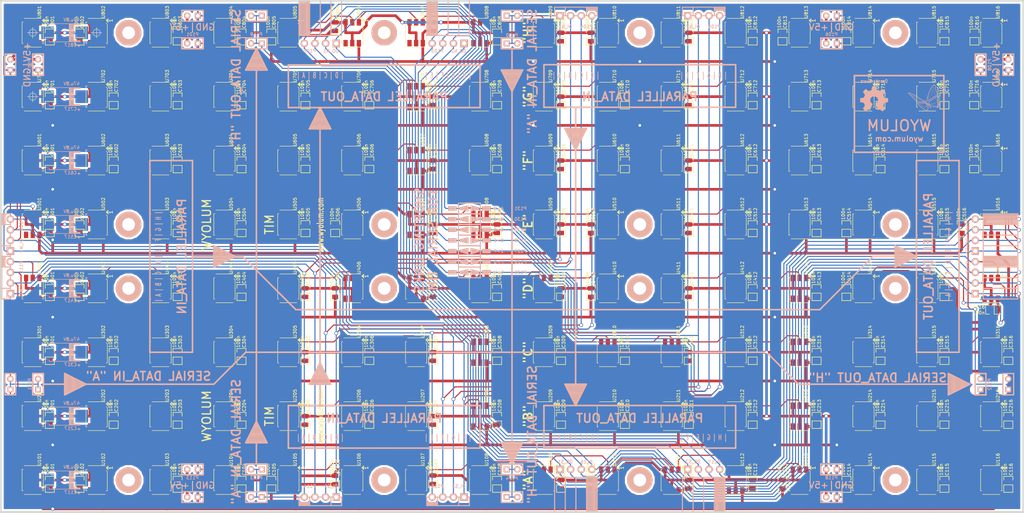
<source format=kicad_pcb>
(kicad_pcb (version 4) (host pcbnew 4.0.2-4+6225~38~ubuntu15.10.1-stable)
  (title_block (date "18 feb 2013"))
  (layers (0 Front signal hide) (31 Back signal hide) (34 B.Paste user) (35 F.Paste user) (36 B.SilkS user) (37 F.SilkS user) (38 B.Mask user) (39 F.Mask user) (44 Edge.Cuts user))
  (net 0 "")
  (net 1 /Row_A/A_02)
  (net 2 /Row_A/A_03)
  (net 3 /Row_A/A_04)
  (net 4 /Row_A/A_05)
  (net 5 /Row_A/A_06)
  (net 6 /Row_A/A_07)
  (net 7 /Row_A/A_08)
  (net 8 /Row_A/A_09)
  (net 9 /Row_A/A_10)
  (net 10 /Row_A/A_11)
  (net 11 /Row_A/A_12)
  (net 12 /Row_A/A_13)
  (net 13 /Row_A/A_14)
  (net 14 /Row_A/A_15)
  (net 15 /Row_A/A_16)
  (net 16 /Row_A/DI_A)
  (net 17 /Row_A/DO_A)
  (net 18 /Row_B/B_02)
  (net 19 /Row_B/B_03)
  (net 20 /Row_B/B_04)
  (net 21 /Row_B/B_05)
  (net 22 /Row_B/B_06)
  (net 23 /Row_B/B_07)
  (net 24 /Row_B/B_08)
  (net 25 /Row_B/B_09)
  (net 26 /Row_B/B_10)
  (net 27 /Row_B/B_11)
  (net 28 /Row_B/B_12)
  (net 29 /Row_B/B_13)
  (net 30 /Row_B/B_14)
  (net 31 /Row_B/B_15)
  (net 32 /Row_B/B_16)
  (net 33 /Row_B/DI_B)
  (net 34 /Row_B/DO_B)
  (net 35 /Row_C/C_02)
  (net 36 /Row_C/C_03)
  (net 37 /Row_C/C_04)
  (net 38 /Row_C/C_05)
  (net 39 /Row_C/C_06)
  (net 40 /Row_C/C_07)
  (net 41 /Row_C/C_08)
  (net 42 /Row_C/C_09)
  (net 43 /Row_C/C_10)
  (net 44 /Row_C/C_11)
  (net 45 /Row_C/C_12)
  (net 46 /Row_C/C_13)
  (net 47 /Row_C/C_14)
  (net 48 /Row_C/C_15)
  (net 49 /Row_C/C_16)
  (net 50 /Row_C/DI_C)
  (net 51 /Row_C/DO_C)
  (net 52 /Row_D/DI_D)
  (net 53 /Row_D/DO_D)
  (net 54 /Row_D/D_02)
  (net 55 /Row_D/D_03)
  (net 56 /Row_D/D_04)
  (net 57 /Row_D/D_05)
  (net 58 /Row_D/D_06)
  (net 59 /Row_D/D_07)
  (net 60 /Row_D/D_08)
  (net 61 /Row_D/D_09)
  (net 62 /Row_D/D_10)
  (net 63 /Row_D/D_11)
  (net 64 /Row_D/D_12)
  (net 65 /Row_D/D_13)
  (net 66 /Row_D/D_14)
  (net 67 /Row_D/D_15)
  (net 68 /Row_D/D_16)
  (net 69 /Row_E/DI_E)
  (net 70 /Row_E/DO_E)
  (net 71 /Row_E/E_02)
  (net 72 /Row_E/E_03)
  (net 73 /Row_E/E_04)
  (net 74 /Row_E/E_05)
  (net 75 /Row_E/E_06)
  (net 76 /Row_E/E_07)
  (net 77 /Row_E/E_08)
  (net 78 /Row_E/E_09)
  (net 79 /Row_E/E_10)
  (net 80 /Row_E/E_11)
  (net 81 /Row_E/E_12)
  (net 82 /Row_E/E_13)
  (net 83 /Row_E/E_14)
  (net 84 /Row_E/E_15)
  (net 85 /Row_E/E_16)
  (net 86 /Row_F/DI_F)
  (net 87 /Row_F/DO_F)
  (net 88 /Row_F/F_02)
  (net 89 /Row_F/F_03)
  (net 90 /Row_F/F_04)
  (net 91 /Row_F/F_05)
  (net 92 /Row_F/F_06)
  (net 93 /Row_F/F_07)
  (net 94 /Row_F/F_08)
  (net 95 /Row_F/F_09)
  (net 96 /Row_F/F_10)
  (net 97 /Row_F/F_11)
  (net 98 /Row_F/F_12)
  (net 99 /Row_F/F_13)
  (net 100 /Row_F/F_14)
  (net 101 /Row_F/F_15)
  (net 102 /Row_F/F_16)
  (net 103 /Row_G/DI_G)
  (net 104 /Row_G/DO_G)
  (net 105 /Row_G/G_02)
  (net 106 /Row_G/G_03)
  (net 107 /Row_G/G_04)
  (net 108 /Row_G/G_05)
  (net 109 /Row_G/G_06)
  (net 110 /Row_G/G_07)
  (net 111 /Row_G/G_08)
  (net 112 /Row_G/G_09)
  (net 113 /Row_G/G_10)
  (net 114 /Row_G/G_11)
  (net 115 /Row_G/G_12)
  (net 116 /Row_G/G_13)
  (net 117 /Row_G/G_14)
  (net 118 /Row_G/G_15)
  (net 119 /Row_G/G_16)
  (net 120 /Row_H/DI_H)
  (net 121 /Row_H/DO_H)
  (net 122 /Row_H/H_02)
  (net 123 /Row_H/H_03)
  (net 124 /Row_H/H_04)
  (net 125 /Row_H/H_05)
  (net 126 /Row_H/H_06)
  (net 127 /Row_H/H_07)
  (net 128 /Row_H/H_08)
  (net 129 /Row_H/H_09)
  (net 130 /Row_H/H_10)
  (net 131 /Row_H/H_11)
  (net 132 /Row_H/H_12)
  (net 133 /Row_H/H_13)
  (net 134 /Row_H/H_14)
  (net 135 /Row_H/H_15)
  (net 136 /Row_H/H_16)
  (net 137 5V)
  (net 138 GND)
  (module TiM:ShortLink2 (layer Back) (at 137.16 74.93 180)
    (fp_text reference P131 (at -12.192 0 180) (layer B.SilkS) (effects (font (size 0.762 0.762) (thickness 0.127)) (justify mirror)))
    (fp_text value A>B (at -6.985 0 180) (layer B.SilkS) (effects (font (size 0.762 0.762) (thickness 0.127)) (justify mirror)))
    (pad 1 smd trapezoid (at -1.27 0 180) (size 2.032 1.016) (rect_delta -0.508 0) (layers Back B.Paste B.SilkS B.Mask) (net 33 /Row_B/DI_B) (clearance 0.127))
    (pad 2 smd trapezoid (at 1.27 0 180) (size 2.032 1.016) (rect_delta 0.508 0) (layers Back B.Paste B.SilkS B.Mask) (net 17 /Row_A/DO_A) (clearance 0.127))
    (pad 2 smd rect (at 4.064 0 180) (size 2.032 1.016) (layers Back B.Paste B.SilkS B.Mask) (net 17 /Row_A/DO_A))
    (pad 1 smd rect (at -4.064 0 180) (size 2.032 1.016) (layers Back B.Paste B.SilkS B.Mask) (net 33 /Row_B/DI_B))
  )
  (module TiM:ShortLink2 (layer Back) (at 137.16 77.47 180)
    (fp_text reference P130 (at -12.192 0 180) (layer B.SilkS) (effects (font (size 0.762 0.762) (thickness 0.127)) (justify mirror)))
    (fp_text value B>C (at -6.985 0 180) (layer B.SilkS) (effects (font (size 0.762 0.762) (thickness 0.127)) (justify mirror)))
    (pad 1 smd trapezoid (at -1.27 0 180) (size 2.032 1.016) (rect_delta -0.508 0) (layers Back B.Paste B.SilkS B.Mask) (net 50 /Row_C/DI_C) (clearance 0.127))
    (pad 2 smd trapezoid (at 1.27 0 180) (size 2.032 1.016) (rect_delta 0.508 0) (layers Back B.Paste B.SilkS B.Mask) (net 34 /Row_B/DO_B) (clearance 0.127))
    (pad 2 smd rect (at 4.064 0 180) (size 2.032 1.016) (layers Back B.Paste B.SilkS B.Mask) (net 34 /Row_B/DO_B))
    (pad 1 smd rect (at -4.064 0 180) (size 2.032 1.016) (layers Back B.Paste B.SilkS B.Mask) (net 50 /Row_C/DI_C))
  )
  (module TiM:ShortLink2 (layer Back) (at 137.16 80.01 180)
    (fp_text reference P129 (at -12.192 0 180) (layer B.SilkS) (effects (font (size 0.762 0.762) (thickness 0.127)) (justify mirror)))
    (fp_text value C>D (at -6.985 0 180) (layer B.SilkS) (effects (font (size 0.762 0.762) (thickness 0.127)) (justify mirror)))
    (pad 1 smd trapezoid (at -1.27 0 180) (size 2.032 1.016) (rect_delta -0.508 0) (layers Back B.Paste B.SilkS B.Mask) (net 52 /Row_D/DI_D) (clearance 0.127))
    (pad 2 smd trapezoid (at 1.27 0 180) (size 2.032 1.016) (rect_delta 0.508 0) (layers Back B.Paste B.SilkS B.Mask) (net 51 /Row_C/DO_C) (clearance 0.127))
    (pad 2 smd rect (at 4.064 0 180) (size 2.032 1.016) (layers Back B.Paste B.SilkS B.Mask) (net 51 /Row_C/DO_C))
    (pad 1 smd rect (at -4.064 0 180) (size 2.032 1.016) (layers Back B.Paste B.SilkS B.Mask) (net 52 /Row_D/DI_D))
  )
  (module TiM:ShortLink2 (layer Back) (at 137.16 82.55 180)
    (fp_text reference P128 (at -12.192 0 180) (layer B.SilkS) (effects (font (size 0.762 0.762) (thickness 0.127)) (justify mirror)))
    (fp_text value D>E (at -6.985 0 180) (layer B.SilkS) (effects (font (size 0.762 0.762) (thickness 0.127)) (justify mirror)))
    (pad 1 smd trapezoid (at -1.27 0 180) (size 2.032 1.016) (rect_delta -0.508 0) (layers Back B.Paste B.SilkS B.Mask) (net 69 /Row_E/DI_E) (clearance 0.127))
    (pad 2 smd trapezoid (at 1.27 0 180) (size 2.032 1.016) (rect_delta 0.508 0) (layers Back B.Paste B.SilkS B.Mask) (net 53 /Row_D/DO_D) (clearance 0.127))
    (pad 2 smd rect (at 4.064 0 180) (size 2.032 1.016) (layers Back B.Paste B.SilkS B.Mask) (net 53 /Row_D/DO_D))
    (pad 1 smd rect (at -4.064 0 180) (size 2.032 1.016) (layers Back B.Paste B.SilkS B.Mask) (net 69 /Row_E/DI_E))
  )
  (module TiM:ShortLink2 (layer Back) (at 137.16 85.09 180)
    (fp_text reference P127 (at -12.192 0 180) (layer B.SilkS) (effects (font (size 0.762 0.762) (thickness 0.127)) (justify mirror)))
    (fp_text value E>F (at -6.985 0 180) (layer B.SilkS) (effects (font (size 0.762 0.762) (thickness 0.127)) (justify mirror)))
    (pad 1 smd trapezoid (at -1.27 0 180) (size 2.032 1.016) (rect_delta -0.508 0) (layers Back B.Paste B.SilkS B.Mask) (net 86 /Row_F/DI_F) (clearance 0.127))
    (pad 2 smd trapezoid (at 1.27 0 180) (size 2.032 1.016) (rect_delta 0.508 0) (layers Back B.Paste B.SilkS B.Mask) (net 70 /Row_E/DO_E) (clearance 0.127))
    (pad 2 smd rect (at 4.064 0 180) (size 2.032 1.016) (layers Back B.Paste B.SilkS B.Mask) (net 70 /Row_E/DO_E))
    (pad 1 smd rect (at -4.064 0 180) (size 2.032 1.016) (layers Back B.Paste B.SilkS B.Mask) (net 86 /Row_F/DI_F))
  )
  (module TiM:ShortLink2 (layer Back) (at 137.16 87.63 180)
    (fp_text reference P126 (at -12.192 0 180) (layer B.SilkS) (effects (font (size 0.762 0.762) (thickness 0.127)) (justify mirror)))
    (fp_text value F>G (at -6.985 0 180) (layer B.SilkS) (effects (font (size 0.762 0.762) (thickness 0.127)) (justify mirror)))
    (pad 1 smd trapezoid (at -1.27 0 180) (size 2.032 1.016) (rect_delta -0.508 0) (layers Back B.Paste B.SilkS B.Mask) (net 103 /Row_G/DI_G) (clearance 0.127))
    (pad 2 smd trapezoid (at 1.27 0 180) (size 2.032 1.016) (rect_delta 0.508 0) (layers Back B.Paste B.SilkS B.Mask) (net 87 /Row_F/DO_F) (clearance 0.127))
    (pad 2 smd rect (at 4.064 0 180) (size 2.032 1.016) (layers Back B.Paste B.SilkS B.Mask) (net 87 /Row_F/DO_F))
    (pad 1 smd rect (at -4.064 0 180) (size 2.032 1.016) (layers Back B.Paste B.SilkS B.Mask) (net 103 /Row_G/DI_G))
  )
  (module TiM:ShortLink2 (layer Back) (at 137.16 90.17 180)
    (fp_text reference P125 (at -12.192 0 180) (layer B.SilkS) (effects (font (size 0.762 0.762) (thickness 0.127)) (justify mirror)))
    (fp_text value G>H (at -6.985 0 180) (layer B.SilkS) (effects (font (size 0.762 0.762) (thickness 0.127)) (justify mirror)))
    (pad 1 smd trapezoid (at -1.27 0 180) (size 2.032 1.016) (rect_delta -0.508 0) (layers Back B.Paste B.SilkS B.Mask) (net 120 /Row_H/DI_H) (clearance 0.127))
    (pad 2 smd trapezoid (at 1.27 0 180) (size 2.032 1.016) (rect_delta 0.508 0) (layers Back B.Paste B.SilkS B.Mask) (net 104 /Row_G/DO_G) (clearance 0.127))
    (pad 2 smd rect (at 4.064 0 180) (size 2.032 1.016) (layers Back B.Paste B.SilkS B.Mask) (net 104 /Row_G/DO_G))
    (pad 1 smd rect (at -4.064 0 180) (size 2.032 1.016) (layers Back B.Paste B.SilkS B.Mask) (net 120 /Row_H/DI_H))
  )
  (module TiM:Logo-WL3 (layer Back) (at 240.6015 44.831)
    (fp_text reference L102 hide)
    (fp_text value Wyolum hide)
  )
  (module TiM:OSHW_6mm (layer Back) (at 233.68 48.768)
    (fp_text reference L101 hide)
    (fp_text value OSHW hide)
    (fp_text user OpenHardware (at 0 -4.191) (layer B.SilkS) (effects (font (size 0.762 0.6096) (thickness 0.127)) (justify mirror)))
  )
  (module TiM:c_2917 (layer Back) (at 40.64 93.98)
    (fp_text reference C417 (at 1.397 2.921) (layer B.SilkS) (effects (font (size 0.762 0.762) (thickness 0.127)) (justify mirror)))
    (fp_text value 47u,8V (at 1.651 -3.1115) (layer B.SilkS) (effects (font (size 0.762 0.762) (thickness 0.127)) (justify mirror)))
    (fp_text user - (at -3.3655 2.921) (layer B.SilkS) (effects (font (size 0.762 0.762) (thickness 0.1524)) (justify mirror)))
    (fp_text user + (at 3.3655 3.048) (layer B.SilkS) (effects (font (size 0.762 0.762) (thickness 0.1524)) (justify mirror)))
    (pad 1 smd rect (at 4.064 0) (size 3.048 3.048) (layers Back B.Paste B.Mask) (net 137 5V))
    (pad 2 smd rect (at -4.064 0) (size 3.048 3.048) (layers Back B.Paste B.Mask) (net 138 GND))
  )
  (module TiM:c_2917 (layer Back) (at 40.64 109.22)
    (fp_text reference C317 (at 1.397 2.921) (layer B.SilkS) (effects (font (size 0.762 0.762) (thickness 0.127)) (justify mirror)))
    (fp_text value 47u,8V (at 1.651 -3.1115) (layer B.SilkS) (effects (font (size 0.762 0.762) (thickness 0.127)) (justify mirror)))
    (fp_text user - (at -3.3655 2.921) (layer B.SilkS) (effects (font (size 0.762 0.762) (thickness 0.1524)) (justify mirror)))
    (fp_text user + (at 3.3655 3.048) (layer B.SilkS) (effects (font (size 0.762 0.762) (thickness 0.1524)) (justify mirror)))
    (pad 1 smd rect (at 4.064 0) (size 3.048 3.048) (layers Back B.Paste B.Mask) (net 137 5V))
    (pad 2 smd rect (at -4.064 0) (size 3.048 3.048) (layers Back B.Paste B.Mask) (net 138 GND))
  )
  (module TiM:c_2917 (layer Back) (at 40.64 139.7)
    (fp_text reference C117 (at 1.397 2.921) (layer B.SilkS) (effects (font (size 0.762 0.762) (thickness 0.127)) (justify mirror)))
    (fp_text value 47u,8V (at 1.651 -3.1115) (layer B.SilkS) (effects (font (size 0.762 0.762) (thickness 0.127)) (justify mirror)))
    (fp_text user - (at -3.3655 2.921) (layer B.SilkS) (effects (font (size 0.762 0.762) (thickness 0.1524)) (justify mirror)))
    (fp_text user + (at 3.3655 3.048) (layer B.SilkS) (effects (font (size 0.762 0.762) (thickness 0.1524)) (justify mirror)))
    (pad 1 smd rect (at 4.064 0) (size 3.048 3.048) (layers Back B.Paste B.Mask) (net 137 5V))
    (pad 2 smd rect (at -4.064 0) (size 3.048 3.048) (layers Back B.Paste B.Mask) (net 138 GND))
  )
  (module TiM:c_2917 (layer Back) (at 40.64 124.46)
    (fp_text reference C217 (at 1.397 2.921) (layer B.SilkS) (effects (font (size 0.762 0.762) (thickness 0.127)) (justify mirror)))
    (fp_text value 47u,8V (at 1.651 -3.1115) (layer B.SilkS) (effects (font (size 0.762 0.762) (thickness 0.127)) (justify mirror)))
    (fp_text user - (at -3.3655 2.921) (layer B.SilkS) (effects (font (size 0.762 0.762) (thickness 0.1524)) (justify mirror)))
    (fp_text user + (at 3.3655 3.048) (layer B.SilkS) (effects (font (size 0.762 0.762) (thickness 0.1524)) (justify mirror)))
    (pad 1 smd rect (at 4.064 0) (size 3.048 3.048) (layers Back B.Paste B.Mask) (net 137 5V))
    (pad 2 smd rect (at -4.064 0) (size 3.048 3.048) (layers Back B.Paste B.Mask) (net 138 GND))
  )
  (module TiM:c_2917 (layer Back) (at 40.64 63.5)
    (fp_text reference C617 (at 1.397 2.921) (layer B.SilkS) (effects (font (size 0.762 0.762) (thickness 0.127)) (justify mirror)))
    (fp_text value 47u,8V (at 1.651 -3.1115) (layer B.SilkS) (effects (font (size 0.762 0.762) (thickness 0.127)) (justify mirror)))
    (fp_text user - (at -3.3655 2.921) (layer B.SilkS) (effects (font (size 0.762 0.762) (thickness 0.1524)) (justify mirror)))
    (fp_text user + (at 3.3655 3.048) (layer B.SilkS) (effects (font (size 0.762 0.762) (thickness 0.1524)) (justify mirror)))
    (pad 1 smd rect (at 4.064 0) (size 3.048 3.048) (layers Back B.Paste B.Mask) (net 137 5V))
    (pad 2 smd rect (at -4.064 0) (size 3.048 3.048) (layers Back B.Paste B.Mask) (net 138 GND))
  )
  (module TiM:c_2917 (layer Back) (at 40.64 78.74)
    (fp_text reference C517 (at 1.397 2.921) (layer B.SilkS) (effects (font (size 0.762 0.762) (thickness 0.127)) (justify mirror)))
    (fp_text value 47u,8V (at 1.651 -3.1115) (layer B.SilkS) (effects (font (size 0.762 0.762) (thickness 0.127)) (justify mirror)))
    (fp_text user - (at -3.3655 2.921) (layer B.SilkS) (effects (font (size 0.762 0.762) (thickness 0.1524)) (justify mirror)))
    (fp_text user + (at 3.3655 3.048) (layer B.SilkS) (effects (font (size 0.762 0.762) (thickness 0.1524)) (justify mirror)))
    (pad 1 smd rect (at 4.064 0) (size 3.048 3.048) (layers Back B.Paste B.Mask) (net 137 5V))
    (pad 2 smd rect (at -4.064 0) (size 3.048 3.048) (layers Back B.Paste B.Mask) (net 138 GND))
  )
  (module TiM:c_2917 (layer Back) (at 40.64 48.26)
    (fp_text reference C717 (at 1.397 2.921) (layer B.SilkS) (effects (font (size 0.762 0.762) (thickness 0.127)) (justify mirror)))
    (fp_text value 47u,8V (at 1.651 -3.1115) (layer B.SilkS) (effects (font (size 0.762 0.762) (thickness 0.127)) (justify mirror)))
    (fp_text user - (at -3.3655 2.921) (layer B.SilkS) (effects (font (size 0.762 0.762) (thickness 0.1524)) (justify mirror)))
    (fp_text user + (at 3.3655 3.048) (layer B.SilkS) (effects (font (size 0.762 0.762) (thickness 0.1524)) (justify mirror)))
    (pad 1 smd rect (at 4.064 0) (size 3.048 3.048) (layers Back B.Paste B.Mask) (net 137 5V))
    (pad 2 smd rect (at -4.064 0) (size 3.048 3.048) (layers Back B.Paste B.Mask) (net 138 GND))
  )
  (module TiM:c_2917 (layer Back) (at 40.64 33.02)
    (fp_text reference C817 (at 1.397 2.921) (layer B.SilkS) (effects (font (size 0.762 0.762) (thickness 0.127)) (justify mirror)))
    (fp_text value 47u,8V (at 1.651 -3.1115) (layer B.SilkS) (effects (font (size 0.762 0.762) (thickness 0.127)) (justify mirror)))
    (fp_text user - (at -3.3655 2.921) (layer B.SilkS) (effects (font (size 0.762 0.762) (thickness 0.1524)) (justify mirror)))
    (fp_text user + (at 3.3655 3.048) (layer B.SilkS) (effects (font (size 0.762 0.762) (thickness 0.1524)) (justify mirror)))
    (pad 1 smd rect (at 4.064 0) (size 3.048 3.048) (layers Back B.Paste B.Mask) (net 137 5V))
    (pad 2 smd rect (at -4.064 0) (size 3.048 3.048) (layers Back B.Paste B.Mask) (net 138 GND))
  )
  (module TiM:c_0805 (layer Front) (at 44.196 94.996 270)
    (fp_text reference C402 (at -3.556 -0.635 270) (layer F.SilkS) (effects (font (size 0.762 0.762) (thickness 0.127))))
    (fp_text value 100n (at -3.556 0.762 270) (layer F.SilkS) (effects (font (size 0.762 0.762) (thickness 0.127))))
    (pad 1 smd rect (at 1.016 0 270) (size 1.0668 1.4224) (layers Front F.Paste F.Mask) (net 138 GND))
    (pad 2 smd rect (at -1.016 0 270) (size 1.0668 1.4224) (layers Front F.Paste F.Mask) (net 137 5V))
  )
  (module TiM:c_0805 (layer Front) (at 67.564 94.996 270)
    (fp_text reference C403 (at -3.556 -0.635 270) (layer F.SilkS) (effects (font (size 0.762 0.762) (thickness 0.127))))
    (fp_text value 100n (at -3.556 0.762 270) (layer F.SilkS) (effects (font (size 0.762 0.762) (thickness 0.127))))
    (pad 1 smd rect (at 1.016 0 270) (size 1.0668 1.4224) (layers Front F.Paste F.Mask) (net 138 GND))
    (pad 2 smd rect (at -1.016 0 270) (size 1.0668 1.4224) (layers Front F.Paste F.Mask) (net 137 5V))
  )
  (module TiM:c_0805 (layer Front) (at 82.804 94.996 270)
    (fp_text reference C404 (at -3.556 -0.635 270) (layer F.SilkS) (effects (font (size 0.762 0.762) (thickness 0.127))))
    (fp_text value 100n (at -3.556 0.762 270) (layer F.SilkS) (effects (font (size 0.762 0.762) (thickness 0.127))))
    (pad 1 smd rect (at 1.016 0 270) (size 1.0668 1.4224) (layers Front F.Paste F.Mask) (net 138 GND))
    (pad 2 smd rect (at -1.016 0 270) (size 1.0668 1.4224) (layers Front F.Paste F.Mask) (net 137 5V))
  )
  (module TiM:c_0805 (layer Front) (at 98.044 94.996 270)
    (fp_text reference C405 (at -3.556 -0.635 270) (layer F.SilkS) (effects (font (size 0.762 0.762) (thickness 0.127))))
    (fp_text value 100n (at -3.556 0.762 270) (layer F.SilkS) (effects (font (size 0.762 0.762) (thickness 0.127))))
    (pad 1 smd rect (at 1.016 0 270) (size 1.0668 1.4224) (layers Front F.Paste F.Mask) (net 138 GND))
    (pad 2 smd rect (at -1.016 0 270) (size 1.0668 1.4224) (layers Front F.Paste F.Mask) (net 137 5V))
  )
  (module TiM:c_0805 (layer Front) (at 105.156 94.996 270)
    (fp_text reference C406 (at -3.556 -0.635 270) (layer F.SilkS) (effects (font (size 0.762 0.762) (thickness 0.127))))
    (fp_text value 100n (at -3.556 0.762 270) (layer F.SilkS) (effects (font (size 0.762 0.762) (thickness 0.127))))
    (pad 1 smd rect (at 1.016 0 270) (size 1.0668 1.4224) (layers Front F.Paste F.Mask) (net 138 GND))
    (pad 2 smd rect (at -1.016 0 270) (size 1.0668 1.4224) (layers Front F.Paste F.Mask) (net 137 5V))
  )
  (module TiM:c_0805 (layer Front) (at 128.524 94.996 270)
    (fp_text reference C407 (at -3.556 -0.635 270) (layer F.SilkS) (effects (font (size 0.762 0.762) (thickness 0.127))))
    (fp_text value 100n (at -3.556 0.762 270) (layer F.SilkS) (effects (font (size 0.762 0.762) (thickness 0.127))))
    (pad 1 smd rect (at 1.016 0 270) (size 1.0668 1.4224) (layers Front F.Paste F.Mask) (net 138 GND))
    (pad 2 smd rect (at -1.016 0 270) (size 1.0668 1.4224) (layers Front F.Paste F.Mask) (net 137 5V))
  )
  (module TiM:c_0805 (layer Front) (at 143.764 94.996 270)
    (fp_text reference C408 (at -3.556 -0.635 270) (layer F.SilkS) (effects (font (size 0.762 0.762) (thickness 0.127))))
    (fp_text value 100n (at -3.556 0.762 270) (layer F.SilkS) (effects (font (size 0.762 0.762) (thickness 0.127))))
    (pad 1 smd rect (at 1.016 0 270) (size 1.0668 1.4224) (layers Front F.Paste F.Mask) (net 138 GND))
    (pad 2 smd rect (at -1.016 0 270) (size 1.0668 1.4224) (layers Front F.Paste F.Mask) (net 137 5V))
  )
  (module TiM:c_0805 (layer Front) (at 159.004 94.996 270)
    (fp_text reference C409 (at -3.556 -0.635 270) (layer F.SilkS) (effects (font (size 0.762 0.762) (thickness 0.127))))
    (fp_text value 100n (at -3.556 0.762 270) (layer F.SilkS) (effects (font (size 0.762 0.762) (thickness 0.127))))
    (pad 1 smd rect (at 1.016 0 270) (size 1.0668 1.4224) (layers Front F.Paste F.Mask) (net 138 GND))
    (pad 2 smd rect (at -1.016 0 270) (size 1.0668 1.4224) (layers Front F.Paste F.Mask) (net 137 5V))
  )
  (module TiM:c_0805 (layer Front) (at 166.116 94.996 270)
    (fp_text reference C410 (at -3.556 -0.635 270) (layer F.SilkS) (effects (font (size 0.762 0.762) (thickness 0.127))))
    (fp_text value 100n (at -3.556 0.762 270) (layer F.SilkS) (effects (font (size 0.762 0.762) (thickness 0.127))))
    (pad 1 smd rect (at 1.016 0 270) (size 1.0668 1.4224) (layers Front F.Paste F.Mask) (net 138 GND))
    (pad 2 smd rect (at -1.016 0 270) (size 1.0668 1.4224) (layers Front F.Paste F.Mask) (net 137 5V))
  )
  (module TiM:c_0805 (layer Front) (at 189.484 94.996 270)
    (fp_text reference C411 (at -3.556 -0.635 270) (layer F.SilkS) (effects (font (size 0.762 0.762) (thickness 0.127))))
    (fp_text value 100n (at -3.556 0.762 270) (layer F.SilkS) (effects (font (size 0.762 0.762) (thickness 0.127))))
    (pad 1 smd rect (at 1.016 0 270) (size 1.0668 1.4224) (layers Front F.Paste F.Mask) (net 138 GND))
    (pad 2 smd rect (at -1.016 0 270) (size 1.0668 1.4224) (layers Front F.Paste F.Mask) (net 137 5V))
  )
  (module TiM:c_0805 (layer Front) (at 204.724 94.996 270)
    (fp_text reference C412 (at -3.556 -0.635 270) (layer F.SilkS) (effects (font (size 0.762 0.762) (thickness 0.127))))
    (fp_text value 100n (at -3.556 0.762 270) (layer F.SilkS) (effects (font (size 0.762 0.762) (thickness 0.127))))
    (pad 1 smd rect (at 1.016 0 270) (size 1.0668 1.4224) (layers Front F.Paste F.Mask) (net 138 GND))
    (pad 2 smd rect (at -1.016 0 270) (size 1.0668 1.4224) (layers Front F.Paste F.Mask) (net 137 5V))
  )
  (module TiM:c_0805 (layer Front) (at 219.964 94.996 270)
    (fp_text reference C413 (at -3.556 -0.635 270) (layer F.SilkS) (effects (font (size 0.762 0.762) (thickness 0.127))))
    (fp_text value 100n (at -3.556 0.762 270) (layer F.SilkS) (effects (font (size 0.762 0.762) (thickness 0.127))))
    (pad 1 smd rect (at 1.016 0 270) (size 1.0668 1.4224) (layers Front F.Paste F.Mask) (net 138 GND))
    (pad 2 smd rect (at -1.016 0 270) (size 1.0668 1.4224) (layers Front F.Paste F.Mask) (net 137 5V))
  )
  (module TiM:c_0805 (layer Front) (at 227.076 94.996 270)
    (fp_text reference C414 (at -3.556 -0.635 270) (layer F.SilkS) (effects (font (size 0.762 0.762) (thickness 0.127))))
    (fp_text value 100n (at -3.556 0.762 270) (layer F.SilkS) (effects (font (size 0.762 0.762) (thickness 0.127))))
    (pad 1 smd rect (at 1.016 0 270) (size 1.0668 1.4224) (layers Front F.Paste F.Mask) (net 138 GND))
    (pad 2 smd rect (at -1.016 0 270) (size 1.0668 1.4224) (layers Front F.Paste F.Mask) (net 137 5V))
  )
  (module TiM:c_0805 (layer Front) (at 250.444 94.996 270)
    (fp_text reference C415 (at -3.556 -0.635 270) (layer F.SilkS) (effects (font (size 0.762 0.762) (thickness 0.127))))
    (fp_text value 100n (at -3.556 0.762 270) (layer F.SilkS) (effects (font (size 0.762 0.762) (thickness 0.127))))
    (pad 1 smd rect (at 1.016 0 270) (size 1.0668 1.4224) (layers Front F.Paste F.Mask) (net 138 GND))
    (pad 2 smd rect (at -1.016 0 270) (size 1.0668 1.4224) (layers Front F.Paste F.Mask) (net 137 5V))
  )
  (module TiM:c_0805 (layer Front) (at 262.1915 99.06)
    (fp_text reference C416 (at -3.556 -0.635) (layer F.SilkS) (effects (font (size 0.762 0.762) (thickness 0.127))))
    (fp_text value 100n (at -3.556 0.762) (layer F.SilkS) (effects (font (size 0.762 0.762) (thickness 0.127))))
    (pad 1 smd rect (at 1.016 0) (size 1.0668 1.4224) (layers Front F.Paste F.Mask) (net 138 GND))
    (pad 2 smd rect (at -1.016 0) (size 1.0668 1.4224) (layers Front F.Paste F.Mask) (net 137 5V))
  )
  (module TiM:c_0805 (layer Front) (at 37.084 94.996 270)
    (fp_text reference C401 (at -3.556 -0.635 270) (layer F.SilkS) (effects (font (size 0.762 0.762) (thickness 0.127))))
    (fp_text value 100n (at -3.556 0.762 270) (layer F.SilkS) (effects (font (size 0.762 0.762) (thickness 0.127))))
    (pad 1 smd rect (at 1.016 0 270) (size 1.0668 1.4224) (layers Front F.Paste F.Mask) (net 138 GND))
    (pad 2 smd rect (at -1.016 0 270) (size 1.0668 1.4224) (layers Front F.Paste F.Mask) (net 137 5V))
  )
  (module TiM:c_0805 (layer Front) (at 37.084 110.236 270)
    (fp_text reference C301 (at -3.556 -0.635 270) (layer F.SilkS) (effects (font (size 0.762 0.762) (thickness 0.127))))
    (fp_text value 100n (at -3.556 0.762 270) (layer F.SilkS) (effects (font (size 0.762 0.762) (thickness 0.127))))
    (pad 1 smd rect (at 1.016 0 270) (size 1.0668 1.4224) (layers Front F.Paste F.Mask) (net 138 GND))
    (pad 2 smd rect (at -1.016 0 270) (size 1.0668 1.4224) (layers Front F.Paste F.Mask) (net 137 5V))
  )
  (module TiM:c_0805 (layer Front) (at 265.684 110.236 270)
    (fp_text reference C316 (at -3.556 -0.635 270) (layer F.SilkS) (effects (font (size 0.762 0.762) (thickness 0.127))))
    (fp_text value 100n (at -3.556 0.762 270) (layer F.SilkS) (effects (font (size 0.762 0.762) (thickness 0.127))))
    (pad 1 smd rect (at 1.016 0 270) (size 1.0668 1.4224) (layers Front F.Paste F.Mask) (net 138 GND))
    (pad 2 smd rect (at -1.016 0 270) (size 1.0668 1.4224) (layers Front F.Paste F.Mask) (net 137 5V))
  )
  (module TiM:c_0805 (layer Front) (at 250.444 110.236 270)
    (fp_text reference C315 (at -3.556 -0.635 270) (layer F.SilkS) (effects (font (size 0.762 0.762) (thickness 0.127))))
    (fp_text value 100n (at -3.556 0.762 270) (layer F.SilkS) (effects (font (size 0.762 0.762) (thickness 0.127))))
    (pad 1 smd rect (at 1.016 0 270) (size 1.0668 1.4224) (layers Front F.Paste F.Mask) (net 138 GND))
    (pad 2 smd rect (at -1.016 0 270) (size 1.0668 1.4224) (layers Front F.Paste F.Mask) (net 137 5V))
  )
  (module TiM:c_0805 (layer Front) (at 235.204 110.236 270)
    (fp_text reference C314 (at -3.556 -0.635 270) (layer F.SilkS) (effects (font (size 0.762 0.762) (thickness 0.127))))
    (fp_text value 100n (at -3.556 0.762 270) (layer F.SilkS) (effects (font (size 0.762 0.762) (thickness 0.127))))
    (pad 1 smd rect (at 1.016 0 270) (size 1.0668 1.4224) (layers Front F.Paste F.Mask) (net 138 GND))
    (pad 2 smd rect (at -1.016 0 270) (size 1.0668 1.4224) (layers Front F.Paste F.Mask) (net 137 5V))
  )
  (module TiM:c_0805 (layer Front) (at 219.964 110.236 270)
    (fp_text reference C313 (at -3.556 -0.635 270) (layer F.SilkS) (effects (font (size 0.762 0.762) (thickness 0.127))))
    (fp_text value 100n (at -3.556 0.762 270) (layer F.SilkS) (effects (font (size 0.762 0.762) (thickness 0.127))))
    (pad 1 smd rect (at 1.016 0 270) (size 1.0668 1.4224) (layers Front F.Paste F.Mask) (net 138 GND))
    (pad 2 smd rect (at -1.016 0 270) (size 1.0668 1.4224) (layers Front F.Paste F.Mask) (net 137 5V))
  )
  (module TiM:c_0805 (layer Front) (at 204.724 110.236 270)
    (fp_text reference C312 (at -3.556 -0.635 270) (layer F.SilkS) (effects (font (size 0.762 0.762) (thickness 0.127))))
    (fp_text value 100n (at -3.556 0.762 270) (layer F.SilkS) (effects (font (size 0.762 0.762) (thickness 0.127))))
    (pad 1 smd rect (at 1.016 0 270) (size 1.0668 1.4224) (layers Front F.Paste F.Mask) (net 138 GND))
    (pad 2 smd rect (at -1.016 0 270) (size 1.0668 1.4224) (layers Front F.Paste F.Mask) (net 137 5V))
  )
  (module TiM:c_0805 (layer Front) (at 189.484 110.236 270)
    (fp_text reference C311 (at -3.556 -0.635 270) (layer F.SilkS) (effects (font (size 0.762 0.762) (thickness 0.127))))
    (fp_text value 100n (at -3.556 0.762 270) (layer F.SilkS) (effects (font (size 0.762 0.762) (thickness 0.127))))
    (pad 1 smd rect (at 1.016 0 270) (size 1.0668 1.4224) (layers Front F.Paste F.Mask) (net 138 GND))
    (pad 2 smd rect (at -1.016 0 270) (size 1.0668 1.4224) (layers Front F.Paste F.Mask) (net 137 5V))
  )
  (module TiM:c_0805 (layer Front) (at 174.244 110.236 270)
    (fp_text reference C310 (at -3.556 -0.635 270) (layer F.SilkS) (effects (font (size 0.762 0.762) (thickness 0.127))))
    (fp_text value 100n (at -3.556 0.762 270) (layer F.SilkS) (effects (font (size 0.762 0.762) (thickness 0.127))))
    (pad 1 smd rect (at 1.016 0 270) (size 1.0668 1.4224) (layers Front F.Paste F.Mask) (net 138 GND))
    (pad 2 smd rect (at -1.016 0 270) (size 1.0668 1.4224) (layers Front F.Paste F.Mask) (net 137 5V))
  )
  (module TiM:c_0805 (layer Front) (at 159.004 110.236 270)
    (fp_text reference C309 (at -3.556 -0.635 270) (layer F.SilkS) (effects (font (size 0.762 0.762) (thickness 0.127))))
    (fp_text value 100n (at -3.556 0.762 270) (layer F.SilkS) (effects (font (size 0.762 0.762) (thickness 0.127))))
    (pad 1 smd rect (at 1.016 0 270) (size 1.0668 1.4224) (layers Front F.Paste F.Mask) (net 138 GND))
    (pad 2 smd rect (at -1.016 0 270) (size 1.0668 1.4224) (layers Front F.Paste F.Mask) (net 137 5V))
  )
  (module TiM:c_0805 (layer Front) (at 143.764 110.236 270)
    (fp_text reference C308 (at -3.556 -0.635 270) (layer F.SilkS) (effects (font (size 0.762 0.762) (thickness 0.127))))
    (fp_text value 100n (at -3.556 0.762 270) (layer F.SilkS) (effects (font (size 0.762 0.762) (thickness 0.127))))
    (pad 1 smd rect (at 1.016 0 270) (size 1.0668 1.4224) (layers Front F.Paste F.Mask) (net 138 GND))
    (pad 2 smd rect (at -1.016 0 270) (size 1.0668 1.4224) (layers Front F.Paste F.Mask) (net 137 5V))
  )
  (module TiM:c_0805 (layer Front) (at 128.524 110.236 270)
    (fp_text reference C307 (at -3.556 -0.635 270) (layer F.SilkS) (effects (font (size 0.762 0.762) (thickness 0.127))))
    (fp_text value 100n (at -3.556 0.762 270) (layer F.SilkS) (effects (font (size 0.762 0.762) (thickness 0.127))))
    (pad 1 smd rect (at 1.016 0 270) (size 1.0668 1.4224) (layers Front F.Paste F.Mask) (net 138 GND))
    (pad 2 smd rect (at -1.016 0 270) (size 1.0668 1.4224) (layers Front F.Paste F.Mask) (net 137 5V))
  )
  (module TiM:c_0805 (layer Front) (at 113.284 110.236 270)
    (fp_text reference C306 (at -3.556 -0.635 270) (layer F.SilkS) (effects (font (size 0.762 0.762) (thickness 0.127))))
    (fp_text value 100n (at -3.556 0.762 270) (layer F.SilkS) (effects (font (size 0.762 0.762) (thickness 0.127))))
    (pad 1 smd rect (at 1.016 0 270) (size 1.0668 1.4224) (layers Front F.Paste F.Mask) (net 138 GND))
    (pad 2 smd rect (at -1.016 0 270) (size 1.0668 1.4224) (layers Front F.Paste F.Mask) (net 137 5V))
  )
  (module TiM:c_0805 (layer Front) (at 98.044 110.236 270)
    (fp_text reference C305 (at -3.556 -0.635 270) (layer F.SilkS) (effects (font (size 0.762 0.762) (thickness 0.127))))
    (fp_text value 100n (at -3.556 0.762 270) (layer F.SilkS) (effects (font (size 0.762 0.762) (thickness 0.127))))
    (pad 1 smd rect (at 1.016 0 270) (size 1.0668 1.4224) (layers Front F.Paste F.Mask) (net 138 GND))
    (pad 2 smd rect (at -1.016 0 270) (size 1.0668 1.4224) (layers Front F.Paste F.Mask) (net 137 5V))
  )
  (module TiM:c_0805 (layer Front) (at 82.804 110.236 270)
    (fp_text reference C304 (at -3.556 -0.635 270) (layer F.SilkS) (effects (font (size 0.762 0.762) (thickness 0.127))))
    (fp_text value 100n (at -3.556 0.762 270) (layer F.SilkS) (effects (font (size 0.762 0.762) (thickness 0.127))))
    (pad 1 smd rect (at 1.016 0 270) (size 1.0668 1.4224) (layers Front F.Paste F.Mask) (net 138 GND))
    (pad 2 smd rect (at -1.016 0 270) (size 1.0668 1.4224) (layers Front F.Paste F.Mask) (net 137 5V))
  )
  (module TiM:c_0805 (layer Front) (at 67.564 110.236 270)
    (fp_text reference C303 (at -3.556 -0.635 270) (layer F.SilkS) (effects (font (size 0.762 0.762) (thickness 0.127))))
    (fp_text value 100n (at -3.556 0.762 270) (layer F.SilkS) (effects (font (size 0.762 0.762) (thickness 0.127))))
    (pad 1 smd rect (at 1.016 0 270) (size 1.0668 1.4224) (layers Front F.Paste F.Mask) (net 138 GND))
    (pad 2 smd rect (at -1.016 0 270) (size 1.0668 1.4224) (layers Front F.Paste F.Mask) (net 137 5V))
  )
  (module TiM:c_0805 (layer Front) (at 52.324 110.236 270)
    (fp_text reference C302 (at -3.556 -0.635 270) (layer F.SilkS) (effects (font (size 0.762 0.762) (thickness 0.127))))
    (fp_text value 100n (at -3.556 0.762 270) (layer F.SilkS) (effects (font (size 0.762 0.762) (thickness 0.127))))
    (pad 1 smd rect (at 1.016 0 270) (size 1.0668 1.4224) (layers Front F.Paste F.Mask) (net 138 GND))
    (pad 2 smd rect (at -1.016 0 270) (size 1.0668 1.4224) (layers Front F.Paste F.Mask) (net 137 5V))
  )
  (module TiM:c_0805 (layer Front) (at 44.196 140.716 270)
    (fp_text reference C102 (at -3.556 -0.635 270) (layer F.SilkS) (effects (font (size 0.762 0.762) (thickness 0.127))))
    (fp_text value 100n (at -3.556 0.762 270) (layer F.SilkS) (effects (font (size 0.762 0.762) (thickness 0.127))))
    (pad 1 smd rect (at 1.016 0 270) (size 1.0668 1.4224) (layers Front F.Paste F.Mask) (net 138 GND))
    (pad 2 smd rect (at -1.016 0 270) (size 1.0668 1.4224) (layers Front F.Paste F.Mask) (net 137 5V))
  )
  (module TiM:c_0805 (layer Front) (at 67.564 140.716 270)
    (fp_text reference C103 (at -3.556 -0.635 270) (layer F.SilkS) (effects (font (size 0.762 0.762) (thickness 0.127))))
    (fp_text value 100n (at -3.556 0.762 270) (layer F.SilkS) (effects (font (size 0.762 0.762) (thickness 0.127))))
    (pad 1 smd rect (at 1.016 0 270) (size 1.0668 1.4224) (layers Front F.Paste F.Mask) (net 138 GND))
    (pad 2 smd rect (at -1.016 0 270) (size 1.0668 1.4224) (layers Front F.Paste F.Mask) (net 137 5V))
  )
  (module TiM:c_0805 (layer Front) (at 82.804 140.716 270)
    (fp_text reference C104 (at -3.556 -0.635 270) (layer F.SilkS) (effects (font (size 0.762 0.762) (thickness 0.127))))
    (fp_text value 100n (at -3.556 0.762 270) (layer F.SilkS) (effects (font (size 0.762 0.762) (thickness 0.127))))
    (pad 1 smd rect (at 1.016 0 270) (size 1.0668 1.4224) (layers Front F.Paste F.Mask) (net 138 GND))
    (pad 2 smd rect (at -1.016 0 270) (size 1.0668 1.4224) (layers Front F.Paste F.Mask) (net 137 5V))
  )
  (module TiM:c_0805 (layer Front) (at 89.916 140.716 270)
    (fp_text reference C105 (at -3.556 -0.635 270) (layer F.SilkS) (effects (font (size 0.762 0.762) (thickness 0.127))))
    (fp_text value 100n (at -3.556 0.762 270) (layer F.SilkS) (effects (font (size 0.762 0.762) (thickness 0.127))))
    (pad 1 smd rect (at 1.016 0 270) (size 1.0668 1.4224) (layers Front F.Paste F.Mask) (net 138 GND))
    (pad 2 smd rect (at -1.016 0 270) (size 1.0668 1.4224) (layers Front F.Paste F.Mask) (net 137 5V))
  )
  (module TiM:c_0805 (layer Front) (at 105.156 139.7 270)
    (fp_text reference C106 (at -3.556 -0.635 270) (layer F.SilkS) (effects (font (size 0.762 0.762) (thickness 0.127))))
    (fp_text value 100n (at -3.556 0.762 270) (layer F.SilkS) (effects (font (size 0.762 0.762) (thickness 0.127))))
    (pad 1 smd rect (at 1.016 0 270) (size 1.0668 1.4224) (layers Front F.Paste F.Mask) (net 138 GND))
    (pad 2 smd rect (at -1.016 0 270) (size 1.0668 1.4224) (layers Front F.Paste F.Mask) (net 137 5V))
  )
  (module TiM:c_0805 (layer Front) (at 128.524 139.6365 270)
    (fp_text reference C107 (at -3.556 -0.635 270) (layer F.SilkS) (effects (font (size 0.762 0.762) (thickness 0.127))))
    (fp_text value 100n (at -3.556 0.762 270) (layer F.SilkS) (effects (font (size 0.762 0.762) (thickness 0.127))))
    (pad 1 smd rect (at 1.016 0 270) (size 1.0668 1.4224) (layers Front F.Paste F.Mask) (net 138 GND))
    (pad 2 smd rect (at -1.016 0 270) (size 1.0668 1.4224) (layers Front F.Paste F.Mask) (net 137 5V))
  )
  (module TiM:c_0805 (layer Front) (at 143.764 140.716 270)
    (fp_text reference C108 (at -3.556 -0.635 270) (layer F.SilkS) (effects (font (size 0.762 0.762) (thickness 0.127))))
    (fp_text value 100n (at -3.556 0.762 270) (layer F.SilkS) (effects (font (size 0.762 0.762) (thickness 0.127))))
    (pad 1 smd rect (at 1.016 0 270) (size 1.0668 1.4224) (layers Front F.Paste F.Mask) (net 138 GND))
    (pad 2 smd rect (at -1.016 0 270) (size 1.0668 1.4224) (layers Front F.Paste F.Mask) (net 137 5V))
  )
  (module TiM:c_0805 (layer Front) (at 159.004 140.716 270)
    (fp_text reference C109 (at -3.556 -0.635 270) (layer F.SilkS) (effects (font (size 0.762 0.762) (thickness 0.127))))
    (fp_text value 100n (at -3.556 0.762 270) (layer F.SilkS) (effects (font (size 0.762 0.762) (thickness 0.127))))
    (pad 1 smd rect (at 1.016 0 270) (size 1.0668 1.4224) (layers Front F.Paste F.Mask) (net 138 GND))
    (pad 2 smd rect (at -1.016 0 270) (size 1.0668 1.4224) (layers Front F.Paste F.Mask) (net 137 5V))
  )
  (module TiM:c_0805 (layer Front) (at 166.116 140.716 270)
    (fp_text reference C110 (at -3.556 -0.635 270) (layer F.SilkS) (effects (font (size 0.762 0.762) (thickness 0.127))))
    (fp_text value 100n (at -3.556 0.762 270) (layer F.SilkS) (effects (font (size 0.762 0.762) (thickness 0.127))))
    (pad 1 smd rect (at 1.016 0 270) (size 1.0668 1.4224) (layers Front F.Paste F.Mask) (net 138 GND))
    (pad 2 smd rect (at -1.016 0 270) (size 1.0668 1.4224) (layers Front F.Paste F.Mask) (net 137 5V))
  )
  (module TiM:c_0805 (layer Front) (at 189.484 140.716 270)
    (fp_text reference C111 (at -3.556 -0.635 270) (layer F.SilkS) (effects (font (size 0.762 0.762) (thickness 0.127))))
    (fp_text value 100n (at -3.556 0.762 270) (layer F.SilkS) (effects (font (size 0.762 0.762) (thickness 0.127))))
    (pad 1 smd rect (at 1.016 0 270) (size 1.0668 1.4224) (layers Front F.Paste F.Mask) (net 138 GND))
    (pad 2 smd rect (at -1.016 0 270) (size 1.0668 1.4224) (layers Front F.Paste F.Mask) (net 137 5V))
  )
  (module TiM:c_0805 (layer Front) (at 204.724 140.716 270)
    (fp_text reference C112 (at -3.556 -0.635 270) (layer F.SilkS) (effects (font (size 0.762 0.762) (thickness 0.127))))
    (fp_text value 100n (at -3.556 0.762 270) (layer F.SilkS) (effects (font (size 0.762 0.762) (thickness 0.127))))
    (pad 1 smd rect (at 1.016 0 270) (size 1.0668 1.4224) (layers Front F.Paste F.Mask) (net 138 GND))
    (pad 2 smd rect (at -1.016 0 270) (size 1.0668 1.4224) (layers Front F.Paste F.Mask) (net 137 5V))
  )
  (module TiM:c_0805 (layer Front) (at 211.836 140.716 270)
    (fp_text reference C113 (at -3.556 -0.635 270) (layer F.SilkS) (effects (font (size 0.762 0.762) (thickness 0.127))))
    (fp_text value 100n (at -3.556 0.762 270) (layer F.SilkS) (effects (font (size 0.762 0.762) (thickness 0.127))))
    (pad 1 smd rect (at 1.016 0 270) (size 1.0668 1.4224) (layers Front F.Paste F.Mask) (net 138 GND))
    (pad 2 smd rect (at -1.016 0 270) (size 1.0668 1.4224) (layers Front F.Paste F.Mask) (net 137 5V))
  )
  (module TiM:c_0805 (layer Front) (at 227.076 140.716 270)
    (fp_text reference C114 (at -3.556 -0.635 270) (layer F.SilkS) (effects (font (size 0.762 0.762) (thickness 0.127))))
    (fp_text value 100n (at -3.556 0.762 270) (layer F.SilkS) (effects (font (size 0.762 0.762) (thickness 0.127))))
    (pad 1 smd rect (at 1.016 0 270) (size 1.0668 1.4224) (layers Front F.Paste F.Mask) (net 138 GND))
    (pad 2 smd rect (at -1.016 0 270) (size 1.0668 1.4224) (layers Front F.Paste F.Mask) (net 137 5V))
  )
  (module TiM:c_0805 (layer Front) (at 250.444 140.716 270)
    (fp_text reference C115 (at -3.556 -0.635 270) (layer F.SilkS) (effects (font (size 0.762 0.762) (thickness 0.127))))
    (fp_text value 100n (at -3.556 0.762 270) (layer F.SilkS) (effects (font (size 0.762 0.762) (thickness 0.127))))
    (pad 1 smd rect (at 1.016 0 270) (size 1.0668 1.4224) (layers Front F.Paste F.Mask) (net 138 GND))
    (pad 2 smd rect (at -1.016 0 270) (size 1.0668 1.4224) (layers Front F.Paste F.Mask) (net 137 5V))
  )
  (module TiM:c_0805 (layer Front) (at 265.684 140.716 270)
    (fp_text reference C116 (at -3.556 -0.635 270) (layer F.SilkS) (effects (font (size 0.762 0.762) (thickness 0.127))))
    (fp_text value 100n (at -3.556 0.762 270) (layer F.SilkS) (effects (font (size 0.762 0.762) (thickness 0.127))))
    (pad 1 smd rect (at 1.016 0 270) (size 1.0668 1.4224) (layers Front F.Paste F.Mask) (net 138 GND))
    (pad 2 smd rect (at -1.016 0 270) (size 1.0668 1.4224) (layers Front F.Paste F.Mask) (net 137 5V))
  )
  (module TiM:c_0805 (layer Front) (at 37.084 140.716 270)
    (fp_text reference C101 (at -3.556 -0.635 270) (layer F.SilkS) (effects (font (size 0.762 0.762) (thickness 0.127))))
    (fp_text value 100n (at -3.556 0.762 270) (layer F.SilkS) (effects (font (size 0.762 0.762) (thickness 0.127))))
    (pad 1 smd rect (at 1.016 0 270) (size 1.0668 1.4224) (layers Front F.Paste F.Mask) (net 138 GND))
    (pad 2 smd rect (at -1.016 0 270) (size 1.0668 1.4224) (layers Front F.Paste F.Mask) (net 137 5V))
  )
  (module TiM:c_0805 (layer Front) (at 37.084 125.476 270)
    (fp_text reference C201 (at -3.556 -0.635 270) (layer F.SilkS) (effects (font (size 0.762 0.762) (thickness 0.127))))
    (fp_text value 100n (at -3.556 0.762 270) (layer F.SilkS) (effects (font (size 0.762 0.762) (thickness 0.127))))
    (pad 1 smd rect (at 1.016 0 270) (size 1.0668 1.4224) (layers Front F.Paste F.Mask) (net 138 GND))
    (pad 2 smd rect (at -1.016 0 270) (size 1.0668 1.4224) (layers Front F.Paste F.Mask) (net 137 5V))
  )
  (module TiM:c_0805 (layer Front) (at 265.684 125.476 270)
    (fp_text reference C216 (at -3.556 -0.635 270) (layer F.SilkS) (effects (font (size 0.762 0.762) (thickness 0.127))))
    (fp_text value 100n (at -3.556 0.762 270) (layer F.SilkS) (effects (font (size 0.762 0.762) (thickness 0.127))))
    (pad 1 smd rect (at 1.016 0 270) (size 1.0668 1.4224) (layers Front F.Paste F.Mask) (net 138 GND))
    (pad 2 smd rect (at -1.016 0 270) (size 1.0668 1.4224) (layers Front F.Paste F.Mask) (net 137 5V))
  )
  (module TiM:c_0805 (layer Front) (at 250.444 125.476 270)
    (fp_text reference C215 (at -3.556 -0.635 270) (layer F.SilkS) (effects (font (size 0.762 0.762) (thickness 0.127))))
    (fp_text value 100n (at -3.556 0.762 270) (layer F.SilkS) (effects (font (size 0.762 0.762) (thickness 0.127))))
    (pad 1 smd rect (at 1.016 0 270) (size 1.0668 1.4224) (layers Front F.Paste F.Mask) (net 138 GND))
    (pad 2 smd rect (at -1.016 0 270) (size 1.0668 1.4224) (layers Front F.Paste F.Mask) (net 137 5V))
  )
  (module TiM:c_0805 (layer Front) (at 235.204 125.476 270)
    (fp_text reference C214 (at -3.556 -0.635 270) (layer F.SilkS) (effects (font (size 0.762 0.762) (thickness 0.127))))
    (fp_text value 100n (at -3.556 0.762 270) (layer F.SilkS) (effects (font (size 0.762 0.762) (thickness 0.127))))
    (pad 1 smd rect (at 1.016 0 270) (size 1.0668 1.4224) (layers Front F.Paste F.Mask) (net 138 GND))
    (pad 2 smd rect (at -1.016 0 270) (size 1.0668 1.4224) (layers Front F.Paste F.Mask) (net 137 5V))
  )
  (module TiM:c_0805 (layer Front) (at 219.964 125.476 270)
    (fp_text reference C213 (at -3.556 -0.635 270) (layer F.SilkS) (effects (font (size 0.762 0.762) (thickness 0.127))))
    (fp_text value 100n (at -3.556 0.762 270) (layer F.SilkS) (effects (font (size 0.762 0.762) (thickness 0.127))))
    (pad 1 smd rect (at 1.016 0 270) (size 1.0668 1.4224) (layers Front F.Paste F.Mask) (net 138 GND))
    (pad 2 smd rect (at -1.016 0 270) (size 1.0668 1.4224) (layers Front F.Paste F.Mask) (net 137 5V))
  )
  (module TiM:c_0805 (layer Front) (at 204.724 125.476 270)
    (fp_text reference C212 (at -3.556 -0.635 270) (layer F.SilkS) (effects (font (size 0.762 0.762) (thickness 0.127))))
    (fp_text value 100n (at -3.556 0.762 270) (layer F.SilkS) (effects (font (size 0.762 0.762) (thickness 0.127))))
    (pad 1 smd rect (at 1.016 0 270) (size 1.0668 1.4224) (layers Front F.Paste F.Mask) (net 138 GND))
    (pad 2 smd rect (at -1.016 0 270) (size 1.0668 1.4224) (layers Front F.Paste F.Mask) (net 137 5V))
  )
  (module TiM:c_0805 (layer Front) (at 189.484 125.476 270)
    (fp_text reference C211 (at -3.556 -0.635 270) (layer F.SilkS) (effects (font (size 0.762 0.762) (thickness 0.127))))
    (fp_text value 100n (at -3.556 0.762 270) (layer F.SilkS) (effects (font (size 0.762 0.762) (thickness 0.127))))
    (pad 1 smd rect (at 1.016 0 270) (size 1.0668 1.4224) (layers Front F.Paste F.Mask) (net 138 GND))
    (pad 2 smd rect (at -1.016 0 270) (size 1.0668 1.4224) (layers Front F.Paste F.Mask) (net 137 5V))
  )
  (module TiM:c_0805 (layer Front) (at 174.244 125.476 270)
    (fp_text reference C210 (at -3.556 -0.635 270) (layer F.SilkS) (effects (font (size 0.762 0.762) (thickness 0.127))))
    (fp_text value 100n (at -3.556 0.762 270) (layer F.SilkS) (effects (font (size 0.762 0.762) (thickness 0.127))))
    (pad 1 smd rect (at 1.016 0 270) (size 1.0668 1.4224) (layers Front F.Paste F.Mask) (net 138 GND))
    (pad 2 smd rect (at -1.016 0 270) (size 1.0668 1.4224) (layers Front F.Paste F.Mask) (net 137 5V))
  )
  (module TiM:c_0805 (layer Front) (at 159.004 125.476 270)
    (fp_text reference C209 (at -3.556 -0.635 270) (layer F.SilkS) (effects (font (size 0.762 0.762) (thickness 0.127))))
    (fp_text value 100n (at -3.556 0.762 270) (layer F.SilkS) (effects (font (size 0.762 0.762) (thickness 0.127))))
    (pad 1 smd rect (at 1.016 0 270) (size 1.0668 1.4224) (layers Front F.Paste F.Mask) (net 138 GND))
    (pad 2 smd rect (at -1.016 0 270) (size 1.0668 1.4224) (layers Front F.Paste F.Mask) (net 137 5V))
  )
  (module TiM:c_0805 (layer Front) (at 143.764 125.476 270)
    (fp_text reference C208 (at -3.556 -0.635 270) (layer F.SilkS) (effects (font (size 0.762 0.762) (thickness 0.127))))
    (fp_text value 100n (at -3.556 0.762 270) (layer F.SilkS) (effects (font (size 0.762 0.762) (thickness 0.127))))
    (pad 1 smd rect (at 1.016 0 270) (size 1.0668 1.4224) (layers Front F.Paste F.Mask) (net 138 GND))
    (pad 2 smd rect (at -1.016 0 270) (size 1.0668 1.4224) (layers Front F.Paste F.Mask) (net 137 5V))
  )
  (module TiM:c_0805 (layer Front) (at 128.524 125.476 270)
    (fp_text reference C207 (at -3.556 -0.635 270) (layer F.SilkS) (effects (font (size 0.762 0.762) (thickness 0.127))))
    (fp_text value 100n (at -3.556 0.762 270) (layer F.SilkS) (effects (font (size 0.762 0.762) (thickness 0.127))))
    (pad 1 smd rect (at 1.016 0 270) (size 1.0668 1.4224) (layers Front F.Paste F.Mask) (net 138 GND))
    (pad 2 smd rect (at -1.016 0 270) (size 1.0668 1.4224) (layers Front F.Paste F.Mask) (net 137 5V))
  )
  (module TiM:c_0805 (layer Front) (at 113.284 125.476 270)
    (fp_text reference C206 (at -3.556 -0.635 270) (layer F.SilkS) (effects (font (size 0.762 0.762) (thickness 0.127))))
    (fp_text value 100n (at -3.556 0.762 270) (layer F.SilkS) (effects (font (size 0.762 0.762) (thickness 0.127))))
    (pad 1 smd rect (at 1.016 0 270) (size 1.0668 1.4224) (layers Front F.Paste F.Mask) (net 138 GND))
    (pad 2 smd rect (at -1.016 0 270) (size 1.0668 1.4224) (layers Front F.Paste F.Mask) (net 137 5V))
  )
  (module TiM:c_0805 (layer Front) (at 98.044 125.476 270)
    (fp_text reference C205 (at -3.556 -0.635 270) (layer F.SilkS) (effects (font (size 0.762 0.762) (thickness 0.127))))
    (fp_text value 100n (at -3.556 0.762 270) (layer F.SilkS) (effects (font (size 0.762 0.762) (thickness 0.127))))
    (pad 1 smd rect (at 1.016 0 270) (size 1.0668 1.4224) (layers Front F.Paste F.Mask) (net 138 GND))
    (pad 2 smd rect (at -1.016 0 270) (size 1.0668 1.4224) (layers Front F.Paste F.Mask) (net 137 5V))
  )
  (module TiM:c_0805 (layer Front) (at 82.804 125.476 270)
    (fp_text reference C204 (at -3.556 -0.635 270) (layer F.SilkS) (effects (font (size 0.762 0.762) (thickness 0.127))))
    (fp_text value 100n (at -3.556 0.762 270) (layer F.SilkS) (effects (font (size 0.762 0.762) (thickness 0.127))))
    (pad 1 smd rect (at 1.016 0 270) (size 1.0668 1.4224) (layers Front F.Paste F.Mask) (net 138 GND))
    (pad 2 smd rect (at -1.016 0 270) (size 1.0668 1.4224) (layers Front F.Paste F.Mask) (net 137 5V))
  )
  (module TiM:c_0805 (layer Front) (at 67.564 125.476 270)
    (fp_text reference C203 (at -3.556 -0.635 270) (layer F.SilkS) (effects (font (size 0.762 0.762) (thickness 0.127))))
    (fp_text value 100n (at -3.556 0.762 270) (layer F.SilkS) (effects (font (size 0.762 0.762) (thickness 0.127))))
    (pad 1 smd rect (at 1.016 0 270) (size 1.0668 1.4224) (layers Front F.Paste F.Mask) (net 138 GND))
    (pad 2 smd rect (at -1.016 0 270) (size 1.0668 1.4224) (layers Front F.Paste F.Mask) (net 137 5V))
  )
  (module TiM:c_0805 (layer Front) (at 52.324 125.476 270)
    (fp_text reference C202 (at -3.556 -0.635 270) (layer F.SilkS) (effects (font (size 0.762 0.762) (thickness 0.127))))
    (fp_text value 100n (at -3.556 0.762 270) (layer F.SilkS) (effects (font (size 0.762 0.762) (thickness 0.127))))
    (pad 1 smd rect (at 1.016 0 270) (size 1.0668 1.4224) (layers Front F.Paste F.Mask) (net 138 GND))
    (pad 2 smd rect (at -1.016 0 270) (size 1.0668 1.4224) (layers Front F.Paste F.Mask) (net 137 5V))
  )
  (module TiM:c_0805 (layer Front) (at 52.324 64.516 270)
    (fp_text reference C602 (at -3.556 -0.635 270) (layer F.SilkS) (effects (font (size 0.762 0.762) (thickness 0.127))))
    (fp_text value 100n (at -3.556 0.762 270) (layer F.SilkS) (effects (font (size 0.762 0.762) (thickness 0.127))))
    (pad 1 smd rect (at 1.016 0 270) (size 1.0668 1.4224) (layers Front F.Paste F.Mask) (net 138 GND))
    (pad 2 smd rect (at -1.016 0 270) (size 1.0668 1.4224) (layers Front F.Paste F.Mask) (net 137 5V))
  )
  (module TiM:c_0805 (layer Front) (at 67.564 64.516 270)
    (fp_text reference C603 (at -3.556 -0.635 270) (layer F.SilkS) (effects (font (size 0.762 0.762) (thickness 0.127))))
    (fp_text value 100n (at -3.556 0.762 270) (layer F.SilkS) (effects (font (size 0.762 0.762) (thickness 0.127))))
    (pad 1 smd rect (at 1.016 0 270) (size 1.0668 1.4224) (layers Front F.Paste F.Mask) (net 138 GND))
    (pad 2 smd rect (at -1.016 0 270) (size 1.0668 1.4224) (layers Front F.Paste F.Mask) (net 137 5V))
  )
  (module TiM:c_0805 (layer Front) (at 82.804 64.516 270)
    (fp_text reference C604 (at -3.556 -0.635 270) (layer F.SilkS) (effects (font (size 0.762 0.762) (thickness 0.127))))
    (fp_text value 100n (at -3.556 0.762 270) (layer F.SilkS) (effects (font (size 0.762 0.762) (thickness 0.127))))
    (pad 1 smd rect (at 1.016 0 270) (size 1.0668 1.4224) (layers Front F.Paste F.Mask) (net 138 GND))
    (pad 2 smd rect (at -1.016 0 270) (size 1.0668 1.4224) (layers Front F.Paste F.Mask) (net 137 5V))
  )
  (module TiM:c_0805 (layer Front) (at 98.044 64.516 270)
    (fp_text reference C605 (at -3.556 -0.635 270) (layer F.SilkS) (effects (font (size 0.762 0.762) (thickness 0.127))))
    (fp_text value 100n (at -3.556 0.762 270) (layer F.SilkS) (effects (font (size 0.762 0.762) (thickness 0.127))))
    (pad 1 smd rect (at 1.016 0 270) (size 1.0668 1.4224) (layers Front F.Paste F.Mask) (net 138 GND))
    (pad 2 smd rect (at -1.016 0 270) (size 1.0668 1.4224) (layers Front F.Paste F.Mask) (net 137 5V))
  )
  (module TiM:c_0805 (layer Front) (at 113.284 64.516 270)
    (fp_text reference C606 (at -3.556 -0.635 270) (layer F.SilkS) (effects (font (size 0.762 0.762) (thickness 0.127))))
    (fp_text value 100n (at -3.556 0.762 270) (layer F.SilkS) (effects (font (size 0.762 0.762) (thickness 0.127))))
    (pad 1 smd rect (at 1.016 0 270) (size 1.0668 1.4224) (layers Front F.Paste F.Mask) (net 138 GND))
    (pad 2 smd rect (at -1.016 0 270) (size 1.0668 1.4224) (layers Front F.Paste F.Mask) (net 137 5V))
  )
  (module TiM:c_0805 (layer Front) (at 128.524 64.516 270)
    (fp_text reference C607 (at -3.556 -0.635 270) (layer F.SilkS) (effects (font (size 0.762 0.762) (thickness 0.127))))
    (fp_text value 100n (at -3.556 0.762 270) (layer F.SilkS) (effects (font (size 0.762 0.762) (thickness 0.127))))
    (pad 1 smd rect (at 1.016 0 270) (size 1.0668 1.4224) (layers Front F.Paste F.Mask) (net 138 GND))
    (pad 2 smd rect (at -1.016 0 270) (size 1.0668 1.4224) (layers Front F.Paste F.Mask) (net 137 5V))
  )
  (module TiM:c_0805 (layer Front) (at 143.764 64.516 270)
    (fp_text reference C608 (at -3.556 -0.635 270) (layer F.SilkS) (effects (font (size 0.762 0.762) (thickness 0.127))))
    (fp_text value 100n (at -3.556 0.762 270) (layer F.SilkS) (effects (font (size 0.762 0.762) (thickness 0.127))))
    (pad 1 smd rect (at 1.016 0 270) (size 1.0668 1.4224) (layers Front F.Paste F.Mask) (net 138 GND))
    (pad 2 smd rect (at -1.016 0 270) (size 1.0668 1.4224) (layers Front F.Paste F.Mask) (net 137 5V))
  )
  (module TiM:c_0805 (layer Front) (at 159.004 64.516 270)
    (fp_text reference C609 (at -3.556 -0.635 270) (layer F.SilkS) (effects (font (size 0.762 0.762) (thickness 0.127))))
    (fp_text value 100n (at -3.556 0.762 270) (layer F.SilkS) (effects (font (size 0.762 0.762) (thickness 0.127))))
    (pad 1 smd rect (at 1.016 0 270) (size 1.0668 1.4224) (layers Front F.Paste F.Mask) (net 138 GND))
    (pad 2 smd rect (at -1.016 0 270) (size 1.0668 1.4224) (layers Front F.Paste F.Mask) (net 137 5V))
  )
  (module TiM:c_0805 (layer Front) (at 174.244 64.516 270)
    (fp_text reference C610 (at -3.556 -0.635 270) (layer F.SilkS) (effects (font (size 0.762 0.762) (thickness 0.127))))
    (fp_text value 100n (at -3.556 0.762 270) (layer F.SilkS) (effects (font (size 0.762 0.762) (thickness 0.127))))
    (pad 1 smd rect (at 1.016 0 270) (size 1.0668 1.4224) (layers Front F.Paste F.Mask) (net 138 GND))
    (pad 2 smd rect (at -1.016 0 270) (size 1.0668 1.4224) (layers Front F.Paste F.Mask) (net 137 5V))
  )
  (module TiM:c_0805 (layer Front) (at 189.484 64.516 270)
    (fp_text reference C611 (at -3.556 -0.635 270) (layer F.SilkS) (effects (font (size 0.762 0.762) (thickness 0.127))))
    (fp_text value 100n (at -3.556 0.762 270) (layer F.SilkS) (effects (font (size 0.762 0.762) (thickness 0.127))))
    (pad 1 smd rect (at 1.016 0 270) (size 1.0668 1.4224) (layers Front F.Paste F.Mask) (net 138 GND))
    (pad 2 smd rect (at -1.016 0 270) (size 1.0668 1.4224) (layers Front F.Paste F.Mask) (net 137 5V))
  )
  (module TiM:c_0805 (layer Front) (at 204.724 64.516 270)
    (fp_text reference C612 (at -3.556 -0.635 270) (layer F.SilkS) (effects (font (size 0.762 0.762) (thickness 0.127))))
    (fp_text value 100n (at -3.556 0.762 270) (layer F.SilkS) (effects (font (size 0.762 0.762) (thickness 0.127))))
    (pad 1 smd rect (at 1.016 0 270) (size 1.0668 1.4224) (layers Front F.Paste F.Mask) (net 138 GND))
    (pad 2 smd rect (at -1.016 0 270) (size 1.0668 1.4224) (layers Front F.Paste F.Mask) (net 137 5V))
  )
  (module TiM:c_0805 (layer Front) (at 219.964 64.516 270)
    (fp_text reference C613 (at -3.556 -0.635 270) (layer F.SilkS) (effects (font (size 0.762 0.762) (thickness 0.127))))
    (fp_text value 100n (at -3.556 0.762 270) (layer F.SilkS) (effects (font (size 0.762 0.762) (thickness 0.127))))
    (pad 1 smd rect (at 1.016 0 270) (size 1.0668 1.4224) (layers Front F.Paste F.Mask) (net 138 GND))
    (pad 2 smd rect (at -1.016 0 270) (size 1.0668 1.4224) (layers Front F.Paste F.Mask) (net 137 5V))
  )
  (module TiM:c_0805 (layer Front) (at 235.204 64.516 270)
    (fp_text reference C614 (at -3.556 -0.635 270) (layer F.SilkS) (effects (font (size 0.762 0.762) (thickness 0.127))))
    (fp_text value 100n (at -3.556 0.762 270) (layer F.SilkS) (effects (font (size 0.762 0.762) (thickness 0.127))))
    (pad 1 smd rect (at 1.016 0 270) (size 1.0668 1.4224) (layers Front F.Paste F.Mask) (net 138 GND))
    (pad 2 smd rect (at -1.016 0 270) (size 1.0668 1.4224) (layers Front F.Paste F.Mask) (net 137 5V))
  )
  (module TiM:c_0805 (layer Front) (at 250.444 64.516 270)
    (fp_text reference C615 (at -3.556 -0.635 270) (layer F.SilkS) (effects (font (size 0.762 0.762) (thickness 0.127))))
    (fp_text value 100n (at -3.556 0.762 270) (layer F.SilkS) (effects (font (size 0.762 0.762) (thickness 0.127))))
    (pad 1 smd rect (at 1.016 0 270) (size 1.0668 1.4224) (layers Front F.Paste F.Mask) (net 138 GND))
    (pad 2 smd rect (at -1.016 0 270) (size 1.0668 1.4224) (layers Front F.Paste F.Mask) (net 137 5V))
  )
  (module TiM:c_0805 (layer Front) (at 257.556 64.516 270)
    (fp_text reference C616 (at -3.556 -0.635 270) (layer F.SilkS) (effects (font (size 0.762 0.762) (thickness 0.127))))
    (fp_text value 100n (at -3.556 0.762 270) (layer F.SilkS) (effects (font (size 0.762 0.762) (thickness 0.127))))
    (pad 1 smd rect (at 1.016 0 270) (size 1.0668 1.4224) (layers Front F.Paste F.Mask) (net 138 GND))
    (pad 2 smd rect (at -1.016 0 270) (size 1.0668 1.4224) (layers Front F.Paste F.Mask) (net 137 5V))
  )
  (module TiM:c_0805 (layer Front) (at 37.084 64.516 270)
    (fp_text reference C601 (at -3.556 -0.635 270) (layer F.SilkS) (effects (font (size 0.762 0.762) (thickness 0.127))))
    (fp_text value 100n (at -3.556 0.762 270) (layer F.SilkS) (effects (font (size 0.762 0.762) (thickness 0.127))))
    (pad 1 smd rect (at 1.016 0 270) (size 1.0668 1.4224) (layers Front F.Paste F.Mask) (net 138 GND))
    (pad 2 smd rect (at -1.016 0 270) (size 1.0668 1.4224) (layers Front F.Paste F.Mask) (net 137 5V))
  )
  (module TiM:c_0805 (layer Front) (at 37.084 79.756 270)
    (fp_text reference C501 (at -3.556 -0.635 270) (layer F.SilkS) (effects (font (size 0.762 0.762) (thickness 0.127))))
    (fp_text value 100n (at -3.556 0.762 270) (layer F.SilkS) (effects (font (size 0.762 0.762) (thickness 0.127))))
    (pad 1 smd rect (at 1.016 0 270) (size 1.0668 1.4224) (layers Front F.Paste F.Mask) (net 138 GND))
    (pad 2 smd rect (at -1.016 0 270) (size 1.0668 1.4224) (layers Front F.Paste F.Mask) (net 137 5V))
  )
  (module TiM:c_0805 (layer Front) (at 254.5715 79.756 270)
    (fp_text reference C516 (at -3.556 -0.635 270) (layer F.SilkS) (effects (font (size 0.762 0.762) (thickness 0.127))))
    (fp_text value 100n (at -3.556 0.762 270) (layer F.SilkS) (effects (font (size 0.762 0.762) (thickness 0.127))))
    (pad 1 smd rect (at 1.016 0 270) (size 1.0668 1.4224) (layers Front F.Paste F.Mask) (net 138 GND))
    (pad 2 smd rect (at -1.016 0 270) (size 1.0668 1.4224) (layers Front F.Paste F.Mask) (net 137 5V))
  )
  (module TiM:c_0805 (layer Front) (at 250.444 79.756 270)
    (fp_text reference C515 (at -3.556 -0.635 270) (layer F.SilkS) (effects (font (size 0.762 0.762) (thickness 0.127))))
    (fp_text value 100n (at -3.556 0.762 270) (layer F.SilkS) (effects (font (size 0.762 0.762) (thickness 0.127))))
    (pad 1 smd rect (at 1.016 0 270) (size 1.0668 1.4224) (layers Front F.Paste F.Mask) (net 138 GND))
    (pad 2 smd rect (at -1.016 0 270) (size 1.0668 1.4224) (layers Front F.Paste F.Mask) (net 137 5V))
  )
  (module TiM:c_0805 (layer Front) (at 227.076 79.756 270)
    (fp_text reference C514 (at -3.556 -0.635 270) (layer F.SilkS) (effects (font (size 0.762 0.762) (thickness 0.127))))
    (fp_text value 100n (at -3.556 0.762 270) (layer F.SilkS) (effects (font (size 0.762 0.762) (thickness 0.127))))
    (pad 1 smd rect (at 1.016 0 270) (size 1.0668 1.4224) (layers Front F.Paste F.Mask) (net 138 GND))
    (pad 2 smd rect (at -1.016 0 270) (size 1.0668 1.4224) (layers Front F.Paste F.Mask) (net 137 5V))
  )
  (module TiM:c_0805 (layer Front) (at 219.964 79.756 270)
    (fp_text reference C513 (at -3.556 -0.635 270) (layer F.SilkS) (effects (font (size 0.762 0.762) (thickness 0.127))))
    (fp_text value 100n (at -3.556 0.762 270) (layer F.SilkS) (effects (font (size 0.762 0.762) (thickness 0.127))))
    (pad 1 smd rect (at 1.016 0 270) (size 1.0668 1.4224) (layers Front F.Paste F.Mask) (net 138 GND))
    (pad 2 smd rect (at -1.016 0 270) (size 1.0668 1.4224) (layers Front F.Paste F.Mask) (net 137 5V))
  )
  (module TiM:c_0805 (layer Front) (at 204.724 79.756 270)
    (fp_text reference C512 (at -3.556 -0.635 270) (layer F.SilkS) (effects (font (size 0.762 0.762) (thickness 0.127))))
    (fp_text value 100n (at -3.556 0.762 270) (layer F.SilkS) (effects (font (size 0.762 0.762) (thickness 0.127))))
    (pad 1 smd rect (at 1.016 0 270) (size 1.0668 1.4224) (layers Front F.Paste F.Mask) (net 138 GND))
    (pad 2 smd rect (at -1.016 0 270) (size 1.0668 1.4224) (layers Front F.Paste F.Mask) (net 137 5V))
  )
  (module TiM:c_0805 (layer Front) (at 189.484 79.756 270)
    (fp_text reference C511 (at -3.556 -0.635 270) (layer F.SilkS) (effects (font (size 0.762 0.762) (thickness 0.127))))
    (fp_text value 100n (at -3.556 0.762 270) (layer F.SilkS) (effects (font (size 0.762 0.762) (thickness 0.127))))
    (pad 1 smd rect (at 1.016 0 270) (size 1.0668 1.4224) (layers Front F.Paste F.Mask) (net 138 GND))
    (pad 2 smd rect (at -1.016 0 270) (size 1.0668 1.4224) (layers Front F.Paste F.Mask) (net 137 5V))
  )
  (module TiM:c_0805 (layer Front) (at 166.116 79.756 270)
    (fp_text reference C510 (at -3.556 -0.635 270) (layer F.SilkS) (effects (font (size 0.762 0.762) (thickness 0.127))))
    (fp_text value 100n (at -3.556 0.762 270) (layer F.SilkS) (effects (font (size 0.762 0.762) (thickness 0.127))))
    (pad 1 smd rect (at 1.016 0 270) (size 1.0668 1.4224) (layers Front F.Paste F.Mask) (net 138 GND))
    (pad 2 smd rect (at -1.016 0 270) (size 1.0668 1.4224) (layers Front F.Paste F.Mask) (net 137 5V))
  )
  (module TiM:c_0805 (layer Front) (at 159.004 79.756 270)
    (fp_text reference C509 (at -3.556 -0.635 270) (layer F.SilkS) (effects (font (size 0.762 0.762) (thickness 0.127))))
    (fp_text value 100n (at -3.556 0.762 270) (layer F.SilkS) (effects (font (size 0.762 0.762) (thickness 0.127))))
    (pad 1 smd rect (at 1.016 0 270) (size 1.0668 1.4224) (layers Front F.Paste F.Mask) (net 138 GND))
    (pad 2 smd rect (at -1.016 0 270) (size 1.0668 1.4224) (layers Front F.Paste F.Mask) (net 137 5V))
  )
  (module TiM:c_0805 (layer Front) (at 143.764 79.756 270)
    (fp_text reference C508 (at -3.556 -0.635 270) (layer F.SilkS) (effects (font (size 0.762 0.762) (thickness 0.127))))
    (fp_text value 100n (at -3.556 0.762 270) (layer F.SilkS) (effects (font (size 0.762 0.762) (thickness 0.127))))
    (pad 1 smd rect (at 1.016 0 270) (size 1.0668 1.4224) (layers Front F.Paste F.Mask) (net 138 GND))
    (pad 2 smd rect (at -1.016 0 270) (size 1.0668 1.4224) (layers Front F.Paste F.Mask) (net 137 5V))
  )
  (module TiM:c_0805 (layer Front) (at 128.524 79.756 270)
    (fp_text reference C507 (at -3.556 -0.635 270) (layer F.SilkS) (effects (font (size 0.762 0.762) (thickness 0.127))))
    (fp_text value 100n (at -3.556 0.762 270) (layer F.SilkS) (effects (font (size 0.762 0.762) (thickness 0.127))))
    (pad 1 smd rect (at 1.016 0 270) (size 1.0668 1.4224) (layers Front F.Paste F.Mask) (net 138 GND))
    (pad 2 smd rect (at -1.016 0 270) (size 1.0668 1.4224) (layers Front F.Paste F.Mask) (net 137 5V))
  )
  (module TiM:c_0805 (layer Front) (at 105.156 79.756 270)
    (fp_text reference C506 (at -3.556 -0.635 270) (layer F.SilkS) (effects (font (size 0.762 0.762) (thickness 0.127))))
    (fp_text value 100n (at -3.556 0.762 270) (layer F.SilkS) (effects (font (size 0.762 0.762) (thickness 0.127))))
    (pad 1 smd rect (at 1.016 0 270) (size 1.0668 1.4224) (layers Front F.Paste F.Mask) (net 138 GND))
    (pad 2 smd rect (at -1.016 0 270) (size 1.0668 1.4224) (layers Front F.Paste F.Mask) (net 137 5V))
  )
  (module TiM:c_0805 (layer Front) (at 98.044 79.756 270)
    (fp_text reference C505 (at -3.556 -0.635 270) (layer F.SilkS) (effects (font (size 0.762 0.762) (thickness 0.127))))
    (fp_text value 100n (at -3.556 0.762 270) (layer F.SilkS) (effects (font (size 0.762 0.762) (thickness 0.127))))
    (pad 1 smd rect (at 1.016 0 270) (size 1.0668 1.4224) (layers Front F.Paste F.Mask) (net 138 GND))
    (pad 2 smd rect (at -1.016 0 270) (size 1.0668 1.4224) (layers Front F.Paste F.Mask) (net 137 5V))
  )
  (module TiM:c_0805 (layer Front) (at 82.804 79.756 270)
    (fp_text reference C504 (at -3.556 -0.635 270) (layer F.SilkS) (effects (font (size 0.762 0.762) (thickness 0.127))))
    (fp_text value 100n (at -3.556 0.762 270) (layer F.SilkS) (effects (font (size 0.762 0.762) (thickness 0.127))))
    (pad 1 smd rect (at 1.016 0 270) (size 1.0668 1.4224) (layers Front F.Paste F.Mask) (net 138 GND))
    (pad 2 smd rect (at -1.016 0 270) (size 1.0668 1.4224) (layers Front F.Paste F.Mask) (net 137 5V))
  )
  (module TiM:c_0805 (layer Front) (at 67.564 79.756 270)
    (fp_text reference C503 (at -3.556 -0.635 270) (layer F.SilkS) (effects (font (size 0.762 0.762) (thickness 0.127))))
    (fp_text value 100n (at -3.556 0.762 270) (layer F.SilkS) (effects (font (size 0.762 0.762) (thickness 0.127))))
    (pad 1 smd rect (at 1.016 0 270) (size 1.0668 1.4224) (layers Front F.Paste F.Mask) (net 138 GND))
    (pad 2 smd rect (at -1.016 0 270) (size 1.0668 1.4224) (layers Front F.Paste F.Mask) (net 137 5V))
  )
  (module TiM:c_0805 (layer Front) (at 44.196 79.756 270)
    (fp_text reference C502 (at -3.556 -0.635 270) (layer F.SilkS) (effects (font (size 0.762 0.762) (thickness 0.127))))
    (fp_text value 100n (at -3.556 0.762 270) (layer F.SilkS) (effects (font (size 0.762 0.762) (thickness 0.127))))
    (pad 1 smd rect (at 1.016 0 270) (size 1.0668 1.4224) (layers Front F.Paste F.Mask) (net 138 GND))
    (pad 2 smd rect (at -1.016 0 270) (size 1.0668 1.4224) (layers Front F.Paste F.Mask) (net 137 5V))
  )
  (module TiM:c_0805 (layer Front) (at 52.324 49.276 270)
    (fp_text reference C702 (at -3.556 -0.635 270) (layer F.SilkS) (effects (font (size 0.762 0.762) (thickness 0.127))))
    (fp_text value 100n (at -3.556 0.762 270) (layer F.SilkS) (effects (font (size 0.762 0.762) (thickness 0.127))))
    (pad 1 smd rect (at 1.016 0 270) (size 1.0668 1.4224) (layers Front F.Paste F.Mask) (net 138 GND))
    (pad 2 smd rect (at -1.016 0 270) (size 1.0668 1.4224) (layers Front F.Paste F.Mask) (net 137 5V))
  )
  (module TiM:c_0805 (layer Front) (at 67.564 49.276 270)
    (fp_text reference C703 (at -3.556 -0.635 270) (layer F.SilkS) (effects (font (size 0.762 0.762) (thickness 0.127))))
    (fp_text value 100n (at -3.556 0.762 270) (layer F.SilkS) (effects (font (size 0.762 0.762) (thickness 0.127))))
    (pad 1 smd rect (at 1.016 0 270) (size 1.0668 1.4224) (layers Front F.Paste F.Mask) (net 138 GND))
    (pad 2 smd rect (at -1.016 0 270) (size 1.0668 1.4224) (layers Front F.Paste F.Mask) (net 137 5V))
  )
  (module TiM:c_0805 (layer Front) (at 82.804 49.276 270)
    (fp_text reference C704 (at -3.556 -0.635 270) (layer F.SilkS) (effects (font (size 0.762 0.762) (thickness 0.127))))
    (fp_text value 100n (at -3.556 0.762 270) (layer F.SilkS) (effects (font (size 0.762 0.762) (thickness 0.127))))
    (pad 1 smd rect (at 1.016 0 270) (size 1.0668 1.4224) (layers Front F.Paste F.Mask) (net 138 GND))
    (pad 2 smd rect (at -1.016 0 270) (size 1.0668 1.4224) (layers Front F.Paste F.Mask) (net 137 5V))
  )
  (module TiM:c_0805 (layer Front) (at 98.044 49.276 270)
    (fp_text reference C705 (at -3.556 -0.635 270) (layer F.SilkS) (effects (font (size 0.762 0.762) (thickness 0.127))))
    (fp_text value 100n (at -3.556 0.762 270) (layer F.SilkS) (effects (font (size 0.762 0.762) (thickness 0.127))))
    (pad 1 smd rect (at 1.016 0 270) (size 1.0668 1.4224) (layers Front F.Paste F.Mask) (net 138 GND))
    (pad 2 smd rect (at -1.016 0 270) (size 1.0668 1.4224) (layers Front F.Paste F.Mask) (net 137 5V))
  )
  (module TiM:c_0805 (layer Front) (at 113.284 49.276 270)
    (fp_text reference C706 (at -3.556 -0.635 270) (layer F.SilkS) (effects (font (size 0.762 0.762) (thickness 0.127))))
    (fp_text value 100n (at -3.556 0.762 270) (layer F.SilkS) (effects (font (size 0.762 0.762) (thickness 0.127))))
    (pad 1 smd rect (at 1.016 0 270) (size 1.0668 1.4224) (layers Front F.Paste F.Mask) (net 138 GND))
    (pad 2 smd rect (at -1.016 0 270) (size 1.0668 1.4224) (layers Front F.Paste F.Mask) (net 137 5V))
  )
  (module TiM:c_0805 (layer Front) (at 128.524 49.276 270)
    (fp_text reference C707 (at -3.556 -0.635 270) (layer F.SilkS) (effects (font (size 0.762 0.762) (thickness 0.127))))
    (fp_text value 100n (at -3.556 0.762 270) (layer F.SilkS) (effects (font (size 0.762 0.762) (thickness 0.127))))
    (pad 1 smd rect (at 1.016 0 270) (size 1.0668 1.4224) (layers Front F.Paste F.Mask) (net 138 GND))
    (pad 2 smd rect (at -1.016 0 270) (size 1.0668 1.4224) (layers Front F.Paste F.Mask) (net 137 5V))
  )
  (module TiM:c_0805 (layer Front) (at 143.764 49.276 270)
    (fp_text reference C708 (at -3.556 -0.635 270) (layer F.SilkS) (effects (font (size 0.762 0.762) (thickness 0.127))))
    (fp_text value 100n (at -3.556 0.762 270) (layer F.SilkS) (effects (font (size 0.762 0.762) (thickness 0.127))))
    (pad 1 smd rect (at 1.016 0 270) (size 1.0668 1.4224) (layers Front F.Paste F.Mask) (net 138 GND))
    (pad 2 smd rect (at -1.016 0 270) (size 1.0668 1.4224) (layers Front F.Paste F.Mask) (net 137 5V))
  )
  (module TiM:c_0805 (layer Front) (at 159.004 49.276 270)
    (fp_text reference C709 (at -3.556 -0.635 270) (layer F.SilkS) (effects (font (size 0.762 0.762) (thickness 0.127))))
    (fp_text value 100n (at -3.556 0.762 270) (layer F.SilkS) (effects (font (size 0.762 0.762) (thickness 0.127))))
    (pad 1 smd rect (at 1.016 0 270) (size 1.0668 1.4224) (layers Front F.Paste F.Mask) (net 138 GND))
    (pad 2 smd rect (at -1.016 0 270) (size 1.0668 1.4224) (layers Front F.Paste F.Mask) (net 137 5V))
  )
  (module TiM:c_0805 (layer Front) (at 174.244 49.276 270)
    (fp_text reference C710 (at -3.556 -0.635 270) (layer F.SilkS) (effects (font (size 0.762 0.762) (thickness 0.127))))
    (fp_text value 100n (at -3.556 0.762 270) (layer F.SilkS) (effects (font (size 0.762 0.762) (thickness 0.127))))
    (pad 1 smd rect (at 1.016 0 270) (size 1.0668 1.4224) (layers Front F.Paste F.Mask) (net 138 GND))
    (pad 2 smd rect (at -1.016 0 270) (size 1.0668 1.4224) (layers Front F.Paste F.Mask) (net 137 5V))
  )
  (module TiM:c_0805 (layer Front) (at 189.484 49.276 270)
    (fp_text reference C711 (at -3.556 -0.635 270) (layer F.SilkS) (effects (font (size 0.762 0.762) (thickness 0.127))))
    (fp_text value 100n (at -3.556 0.762 270) (layer F.SilkS) (effects (font (size 0.762 0.762) (thickness 0.127))))
    (pad 1 smd rect (at 1.016 0 270) (size 1.0668 1.4224) (layers Front F.Paste F.Mask) (net 138 GND))
    (pad 2 smd rect (at -1.016 0 270) (size 1.0668 1.4224) (layers Front F.Paste F.Mask) (net 137 5V))
  )
  (module TiM:c_0805 (layer Front) (at 204.724 49.276 270)
    (fp_text reference C712 (at -3.556 -0.635 270) (layer F.SilkS) (effects (font (size 0.762 0.762) (thickness 0.127))))
    (fp_text value 100n (at -3.556 0.762 270) (layer F.SilkS) (effects (font (size 0.762 0.762) (thickness 0.127))))
    (pad 1 smd rect (at 1.016 0 270) (size 1.0668 1.4224) (layers Front F.Paste F.Mask) (net 138 GND))
    (pad 2 smd rect (at -1.016 0 270) (size 1.0668 1.4224) (layers Front F.Paste F.Mask) (net 137 5V))
  )
  (module TiM:c_0805 (layer Front) (at 219.964 49.276 270)
    (fp_text reference C713 (at -3.556 -0.635 270) (layer F.SilkS) (effects (font (size 0.762 0.762) (thickness 0.127))))
    (fp_text value 100n (at -3.556 0.762 270) (layer F.SilkS) (effects (font (size 0.762 0.762) (thickness 0.127))))
    (pad 1 smd rect (at 1.016 0 270) (size 1.0668 1.4224) (layers Front F.Paste F.Mask) (net 138 GND))
    (pad 2 smd rect (at -1.016 0 270) (size 1.0668 1.4224) (layers Front F.Paste F.Mask) (net 137 5V))
  )
  (module TiM:c_0805 (layer Front) (at 235.204 49.276 270)
    (fp_text reference C714 (at -3.556 -0.635 270) (layer F.SilkS) (effects (font (size 0.762 0.762) (thickness 0.127))))
    (fp_text value 100n (at -3.556 0.762 270) (layer F.SilkS) (effects (font (size 0.762 0.762) (thickness 0.127))))
    (pad 1 smd rect (at 1.016 0 270) (size 1.0668 1.4224) (layers Front F.Paste F.Mask) (net 138 GND))
    (pad 2 smd rect (at -1.016 0 270) (size 1.0668 1.4224) (layers Front F.Paste F.Mask) (net 137 5V))
  )
  (module TiM:c_0805 (layer Front) (at 250.444 49.276 270)
    (fp_text reference C715 (at -3.556 -0.635 270) (layer F.SilkS) (effects (font (size 0.762 0.762) (thickness 0.127))))
    (fp_text value 100n (at -3.556 0.762 270) (layer F.SilkS) (effects (font (size 0.762 0.762) (thickness 0.127))))
    (pad 1 smd rect (at 1.016 0 270) (size 1.0668 1.4224) (layers Front F.Paste F.Mask) (net 138 GND))
    (pad 2 smd rect (at -1.016 0 270) (size 1.0668 1.4224) (layers Front F.Paste F.Mask) (net 137 5V))
  )
  (module TiM:c_0805 (layer Front) (at 257.556 49.276 270)
    (fp_text reference C716 (at -3.556 -0.635 270) (layer F.SilkS) (effects (font (size 0.762 0.762) (thickness 0.127))))
    (fp_text value 100n (at -3.556 0.762 270) (layer F.SilkS) (effects (font (size 0.762 0.762) (thickness 0.127))))
    (pad 1 smd rect (at 1.016 0 270) (size 1.0668 1.4224) (layers Front F.Paste F.Mask) (net 138 GND))
    (pad 2 smd rect (at -1.016 0 270) (size 1.0668 1.4224) (layers Front F.Paste F.Mask) (net 137 5V))
  )
  (module TiM:c_0805 (layer Front) (at 37.084 49.276 270)
    (fp_text reference C701 (at -3.556 -0.635 270) (layer F.SilkS) (effects (font (size 0.762 0.762) (thickness 0.127))))
    (fp_text value 100n (at -3.556 0.762 270) (layer F.SilkS) (effects (font (size 0.762 0.762) (thickness 0.127))))
    (pad 1 smd rect (at 1.016 0 270) (size 1.0668 1.4224) (layers Front F.Paste F.Mask) (net 138 GND))
    (pad 2 smd rect (at -1.016 0 270) (size 1.0668 1.4224) (layers Front F.Paste F.Mask) (net 137 5V))
  )
  (module TiM:c_0805 (layer Front) (at 37.084 34.036 270)
    (fp_text reference C801 (at -3.556 -0.635 270) (layer F.SilkS) (effects (font (size 0.762 0.762) (thickness 0.127))))
    (fp_text value 100n (at -3.556 0.762 270) (layer F.SilkS) (effects (font (size 0.762 0.762) (thickness 0.127))))
    (pad 1 smd rect (at 1.016 0 270) (size 1.0668 1.4224) (layers Front F.Paste F.Mask) (net 138 GND))
    (pad 2 smd rect (at -1.016 0 270) (size 1.0668 1.4224) (layers Front F.Paste F.Mask) (net 137 5V))
  )
  (module TiM:c_0805 (layer Front) (at 257.6195 34.036 270)
    (fp_text reference C816 (at -3.556 -0.635 270) (layer F.SilkS) (effects (font (size 0.762 0.762) (thickness 0.127))))
    (fp_text value 100n (at -3.556 0.762 270) (layer F.SilkS) (effects (font (size 0.762 0.762) (thickness 0.127))))
    (pad 1 smd rect (at 1.016 0 270) (size 1.0668 1.4224) (layers Front F.Paste F.Mask) (net 138 GND))
    (pad 2 smd rect (at -1.016 0 270) (size 1.0668 1.4224) (layers Front F.Paste F.Mask) (net 137 5V))
  )
  (module TiM:c_0805 (layer Front) (at 250.444 34.036 270)
    (fp_text reference C815 (at -3.556 -0.635 270) (layer F.SilkS) (effects (font (size 0.762 0.762) (thickness 0.127))))
    (fp_text value 100n (at -3.556 0.762 270) (layer F.SilkS) (effects (font (size 0.762 0.762) (thickness 0.127))))
    (pad 1 smd rect (at 1.016 0 270) (size 1.0668 1.4224) (layers Front F.Paste F.Mask) (net 138 GND))
    (pad 2 smd rect (at -1.016 0 270) (size 1.0668 1.4224) (layers Front F.Paste F.Mask) (net 137 5V))
  )
  (module TiM:c_0805 (layer Front) (at 227.076 34.036 270)
    (fp_text reference C814 (at -3.556 -0.635 270) (layer F.SilkS) (effects (font (size 0.762 0.762) (thickness 0.127))))
    (fp_text value 100n (at -3.556 0.762 270) (layer F.SilkS) (effects (font (size 0.762 0.762) (thickness 0.127))))
    (pad 1 smd rect (at 1.016 0 270) (size 1.0668 1.4224) (layers Front F.Paste F.Mask) (net 138 GND))
    (pad 2 smd rect (at -1.016 0 270) (size 1.0668 1.4224) (layers Front F.Paste F.Mask) (net 137 5V))
  )
  (module TiM:c_0805 (layer Front) (at 211.836 34.036 270)
    (fp_text reference C813 (at -3.556 -0.635 270) (layer F.SilkS) (effects (font (size 0.762 0.762) (thickness 0.127))))
    (fp_text value 100n (at -3.556 0.762 270) (layer F.SilkS) (effects (font (size 0.762 0.762) (thickness 0.127))))
    (pad 1 smd rect (at 1.016 0 270) (size 1.0668 1.4224) (layers Front F.Paste F.Mask) (net 138 GND))
    (pad 2 smd rect (at -1.016 0 270) (size 1.0668 1.4224) (layers Front F.Paste F.Mask) (net 137 5V))
  )
  (module TiM:c_0805 (layer Front) (at 204.724 34.036 270)
    (fp_text reference C812 (at -3.556 -0.635 270) (layer F.SilkS) (effects (font (size 0.762 0.762) (thickness 0.127))))
    (fp_text value 100n (at -3.556 0.762 270) (layer F.SilkS) (effects (font (size 0.762 0.762) (thickness 0.127))))
    (pad 1 smd rect (at 1.016 0 270) (size 1.0668 1.4224) (layers Front F.Paste F.Mask) (net 138 GND))
    (pad 2 smd rect (at -1.016 0 270) (size 1.0668 1.4224) (layers Front F.Paste F.Mask) (net 137 5V))
  )
  (module TiM:c_0805 (layer Front) (at 189.484 34.036 270)
    (fp_text reference C811 (at -3.556 -0.635 270) (layer F.SilkS) (effects (font (size 0.762 0.762) (thickness 0.127))))
    (fp_text value 100n (at -3.556 0.762 270) (layer F.SilkS) (effects (font (size 0.762 0.762) (thickness 0.127))))
    (pad 1 smd rect (at 1.016 0 270) (size 1.0668 1.4224) (layers Front F.Paste F.Mask) (net 138 GND))
    (pad 2 smd rect (at -1.016 0 270) (size 1.0668 1.4224) (layers Front F.Paste F.Mask) (net 137 5V))
  )
  (module TiM:c_0805 (layer Front) (at 166.116 34.036 270)
    (fp_text reference C810 (at -3.556 -0.635 270) (layer F.SilkS) (effects (font (size 0.762 0.762) (thickness 0.127))))
    (fp_text value 100n (at -3.556 0.762 270) (layer F.SilkS) (effects (font (size 0.762 0.762) (thickness 0.127))))
    (pad 1 smd rect (at 1.016 0 270) (size 1.0668 1.4224) (layers Front F.Paste F.Mask) (net 138 GND))
    (pad 2 smd rect (at -1.016 0 270) (size 1.0668 1.4224) (layers Front F.Paste F.Mask) (net 137 5V))
  )
  (module TiM:c_0805 (layer Front) (at 159.004 34.036 270)
    (fp_text reference C809 (at -3.556 -0.635 270) (layer F.SilkS) (effects (font (size 0.762 0.762) (thickness 0.127))))
    (fp_text value 100n (at -3.556 0.762 270) (layer F.SilkS) (effects (font (size 0.762 0.762) (thickness 0.127))))
    (pad 1 smd rect (at 1.016 0 270) (size 1.0668 1.4224) (layers Front F.Paste F.Mask) (net 138 GND))
    (pad 2 smd rect (at -1.016 0 270) (size 1.0668 1.4224) (layers Front F.Paste F.Mask) (net 137 5V))
  )
  (module TiM:c_0805 (layer Front) (at 143.764 34.036 270)
    (fp_text reference C808 (at -3.556 -0.635 270) (layer F.SilkS) (effects (font (size 0.762 0.762) (thickness 0.127))))
    (fp_text value 100n (at -3.556 0.762 270) (layer F.SilkS) (effects (font (size 0.762 0.762) (thickness 0.127))))
    (pad 1 smd rect (at 1.016 0 270) (size 1.0668 1.4224) (layers Front F.Paste F.Mask) (net 138 GND))
    (pad 2 smd rect (at -1.016 0 270) (size 1.0668 1.4224) (layers Front F.Paste F.Mask) (net 137 5V))
  )
  (module TiM:c_0805 (layer Front) (at 128.524 31.5595 270)
    (fp_text reference C807 (at -3.556 -0.635 270) (layer F.SilkS) (effects (font (size 0.762 0.762) (thickness 0.127))))
    (fp_text value 100n (at -3.556 0.762 270) (layer F.SilkS) (effects (font (size 0.762 0.762) (thickness 0.127))))
    (pad 1 smd rect (at 1.016 0 270) (size 1.0668 1.4224) (layers Front F.Paste F.Mask) (net 138 GND))
    (pad 2 smd rect (at -1.016 0 270) (size 1.0668 1.4224) (layers Front F.Paste F.Mask) (net 137 5V))
  )
  (module TiM:c_0805 (layer Front) (at 105.156 31.5595 270)
    (fp_text reference C806 (at -3.556 -0.635 270) (layer F.SilkS) (effects (font (size 0.762 0.762) (thickness 0.127))))
    (fp_text value 100n (at -3.556 0.762 270) (layer F.SilkS) (effects (font (size 0.762 0.762) (thickness 0.127))))
    (pad 1 smd rect (at 1.016 0 270) (size 1.0668 1.4224) (layers Front F.Paste F.Mask) (net 138 GND))
    (pad 2 smd rect (at -1.016 0 270) (size 1.0668 1.4224) (layers Front F.Paste F.Mask) (net 137 5V))
  )
  (module TiM:c_0805 (layer Front) (at 89.916 34.036 270)
    (fp_text reference C805 (at -3.556 -0.635 270) (layer F.SilkS) (effects (font (size 0.762 0.762) (thickness 0.127))))
    (fp_text value 100n (at -3.556 0.762 270) (layer F.SilkS) (effects (font (size 0.762 0.762) (thickness 0.127))))
    (pad 1 smd rect (at 1.016 0 270) (size 1.0668 1.4224) (layers Front F.Paste F.Mask) (net 138 GND))
    (pad 2 smd rect (at -1.016 0 270) (size 1.0668 1.4224) (layers Front F.Paste F.Mask) (net 137 5V))
  )
  (module TiM:c_0805 (layer Front) (at 82.804 34.036 270)
    (fp_text reference C804 (at -3.556 -0.635 270) (layer F.SilkS) (effects (font (size 0.762 0.762) (thickness 0.127))))
    (fp_text value 100n (at -3.556 0.762 270) (layer F.SilkS) (effects (font (size 0.762 0.762) (thickness 0.127))))
    (pad 1 smd rect (at 1.016 0 270) (size 1.0668 1.4224) (layers Front F.Paste F.Mask) (net 138 GND))
    (pad 2 smd rect (at -1.016 0 270) (size 1.0668 1.4224) (layers Front F.Paste F.Mask) (net 137 5V))
  )
  (module TiM:c_0805 (layer Front) (at 67.564 34.036 270)
    (fp_text reference C803 (at -3.556 -0.635 270) (layer F.SilkS) (effects (font (size 0.762 0.762) (thickness 0.127))))
    (fp_text value 100n (at -3.556 0.762 270) (layer F.SilkS) (effects (font (size 0.762 0.762) (thickness 0.127))))
    (pad 1 smd rect (at 1.016 0 270) (size 1.0668 1.4224) (layers Front F.Paste F.Mask) (net 138 GND))
    (pad 2 smd rect (at -1.016 0 270) (size 1.0668 1.4224) (layers Front F.Paste F.Mask) (net 137 5V))
  )
  (module TiM:c_0805 (layer Front) (at 44.196 34.036 270)
    (fp_text reference C802 (at -3.556 -0.635 270) (layer F.SilkS) (effects (font (size 0.762 0.762) (thickness 0.127))))
    (fp_text value 100n (at -3.556 0.762 270) (layer F.SilkS) (effects (font (size 0.762 0.762) (thickness 0.127))))
    (pad 1 smd rect (at 1.016 0 270) (size 1.0668 1.4224) (layers Front F.Paste F.Mask) (net 138 GND))
    (pad 2 smd rect (at -1.016 0 270) (size 1.0668 1.4224) (layers Front F.Paste F.Mask) (net 137 5V))
  )
  (module TiM:RGB_WS2811 (layer Front) (at 124.46 93.98 180)
    (fp_text reference U407 (at -1.5875 4.953 270) (layer F.SilkS) (effects (font (size 0.762 0.762) (thickness 0.127))))
    (fp_text value RGB_WS2811 hide)
    (fp_text user 1 (at -3.4036 2.921 270) (layer F.SilkS) (effects (font (size 0.762 0.762) (thickness 0.1524))))
    (pad 1 smd rect (at -1.5875 2.4765 180) (size 1.016 1.524) (layers Front F.Paste F.Mask) (net 60 /Row_D/D_08) (clearance 0.127))
    (pad 2 smd rect (at 0 2.4765 180) (size 1.016 1.524) (layers Front F.Paste F.Mask) (net 59 /Row_D/D_07) (clearance 0.127))
    (pad 3 smd rect (at 1.5875 2.4765 180) (size 1.016 1.524) (layers Front F.Paste F.Mask) (net 137 5V) (clearance 0.127))
    (pad 4 smd rect (at 1.5875 -2.4765 180) (size 1.016 1.524) (layers Front F.Paste F.Mask) (clearance 0.127))
    (pad 5 smd rect (at 0 -2.4765 180) (size 1.016 1.524) (layers Front F.Paste F.Mask) (net 137 5V) (clearance 0.127))
    (pad 6 smd rect (at -1.5875 -2.4765 180) (size 1.016 1.524) (layers Front F.Paste F.Mask) (net 138 GND) (clearance 0.127))
  )
  (module TiM:RGB_WS2811 (layer Front) (at 33.02 93.98 180)
    (fp_text reference U401 (at -1.5875 4.953 270) (layer F.SilkS) (effects (font (size 0.762 0.762) (thickness 0.127))))
    (fp_text value RGB_WS2811 hide)
    (fp_text user 1 (at -3.4036 2.921 270) (layer F.SilkS) (effects (font (size 0.762 0.762) (thickness 0.1524))))
    (pad 1 smd rect (at -1.5875 2.4765 180) (size 1.016 1.524) (layers Front F.Paste F.Mask) (net 54 /Row_D/D_02) (clearance 0.127))
    (pad 2 smd rect (at 0 2.4765 180) (size 1.016 1.524) (layers Front F.Paste F.Mask) (net 52 /Row_D/DI_D) (clearance 0.127))
    (pad 3 smd rect (at 1.5875 2.4765 180) (size 1.016 1.524) (layers Front F.Paste F.Mask) (net 137 5V) (clearance 0.127))
    (pad 4 smd rect (at 1.5875 -2.4765 180) (size 1.016 1.524) (layers Front F.Paste F.Mask) (clearance 0.127))
    (pad 5 smd rect (at 0 -2.4765 180) (size 1.016 1.524) (layers Front F.Paste F.Mask) (net 137 5V) (clearance 0.127))
    (pad 6 smd rect (at -1.5875 -2.4765 180) (size 1.016 1.524) (layers Front F.Paste F.Mask) (net 138 GND) (clearance 0.127))
  )
  (module TiM:RGB_WS2811 (layer Front) (at 48.26 93.98 180)
    (fp_text reference U402 (at -1.5875 4.953 270) (layer F.SilkS) (effects (font (size 0.762 0.762) (thickness 0.127))))
    (fp_text value RGB_WS2811 hide)
    (fp_text user 1 (at -3.4036 2.921 270) (layer F.SilkS) (effects (font (size 0.762 0.762) (thickness 0.1524))))
    (pad 1 smd rect (at -1.5875 2.4765 180) (size 1.016 1.524) (layers Front F.Paste F.Mask) (net 55 /Row_D/D_03) (clearance 0.127))
    (pad 2 smd rect (at 0 2.4765 180) (size 1.016 1.524) (layers Front F.Paste F.Mask) (net 54 /Row_D/D_02) (clearance 0.127))
    (pad 3 smd rect (at 1.5875 2.4765 180) (size 1.016 1.524) (layers Front F.Paste F.Mask) (net 137 5V) (clearance 0.127))
    (pad 4 smd rect (at 1.5875 -2.4765 180) (size 1.016 1.524) (layers Front F.Paste F.Mask) (clearance 0.127))
    (pad 5 smd rect (at 0 -2.4765 180) (size 1.016 1.524) (layers Front F.Paste F.Mask) (net 137 5V) (clearance 0.127))
    (pad 6 smd rect (at -1.5875 -2.4765 180) (size 1.016 1.524) (layers Front F.Paste F.Mask) (net 138 GND) (clearance 0.127))
  )
  (module TiM:RGB_WS2811 (layer Front) (at 63.5 93.98 180)
    (fp_text reference U403 (at -1.5875 4.953 270) (layer F.SilkS) (effects (font (size 0.762 0.762) (thickness 0.127))))
    (fp_text value RGB_WS2811 hide)
    (fp_text user 1 (at -3.4036 2.921 270) (layer F.SilkS) (effects (font (size 0.762 0.762) (thickness 0.1524))))
    (pad 1 smd rect (at -1.5875 2.4765 180) (size 1.016 1.524) (layers Front F.Paste F.Mask) (net 56 /Row_D/D_04) (clearance 0.127))
    (pad 2 smd rect (at 0 2.4765 180) (size 1.016 1.524) (layers Front F.Paste F.Mask) (net 55 /Row_D/D_03) (clearance 0.127))
    (pad 3 smd rect (at 1.5875 2.4765 180) (size 1.016 1.524) (layers Front F.Paste F.Mask) (net 137 5V) (clearance 0.127))
    (pad 4 smd rect (at 1.5875 -2.4765 180) (size 1.016 1.524) (layers Front F.Paste F.Mask) (clearance 0.127))
    (pad 5 smd rect (at 0 -2.4765 180) (size 1.016 1.524) (layers Front F.Paste F.Mask) (net 137 5V) (clearance 0.127))
    (pad 6 smd rect (at -1.5875 -2.4765 180) (size 1.016 1.524) (layers Front F.Paste F.Mask) (net 138 GND) (clearance 0.127))
  )
  (module TiM:RGB_WS2811 (layer Front) (at 78.74 93.98 180)
    (fp_text reference U404 (at -1.5875 4.953 270) (layer F.SilkS) (effects (font (size 0.762 0.762) (thickness 0.127))))
    (fp_text value RGB_WS2811 hide)
    (fp_text user 1 (at -3.4036 2.921 270) (layer F.SilkS) (effects (font (size 0.762 0.762) (thickness 0.1524))))
    (pad 1 smd rect (at -1.5875 2.4765 180) (size 1.016 1.524) (layers Front F.Paste F.Mask) (net 57 /Row_D/D_05) (clearance 0.127))
    (pad 2 smd rect (at 0 2.4765 180) (size 1.016 1.524) (layers Front F.Paste F.Mask) (net 56 /Row_D/D_04) (clearance 0.127))
    (pad 3 smd rect (at 1.5875 2.4765 180) (size 1.016 1.524) (layers Front F.Paste F.Mask) (net 137 5V) (clearance 0.127))
    (pad 4 smd rect (at 1.5875 -2.4765 180) (size 1.016 1.524) (layers Front F.Paste F.Mask) (clearance 0.127))
    (pad 5 smd rect (at 0 -2.4765 180) (size 1.016 1.524) (layers Front F.Paste F.Mask) (net 137 5V) (clearance 0.127))
    (pad 6 smd rect (at -1.5875 -2.4765 180) (size 1.016 1.524) (layers Front F.Paste F.Mask) (net 138 GND) (clearance 0.127))
  )
  (module TiM:RGB_WS2811 (layer Front) (at 93.98 93.98 180)
    (fp_text reference U405 (at -1.5875 4.953 270) (layer F.SilkS) (effects (font (size 0.762 0.762) (thickness 0.127))))
    (fp_text value RGB_WS2811 hide)
    (fp_text user 1 (at -3.4036 2.921 270) (layer F.SilkS) (effects (font (size 0.762 0.762) (thickness 0.1524))))
    (pad 1 smd rect (at -1.5875 2.4765 180) (size 1.016 1.524) (layers Front F.Paste F.Mask) (net 58 /Row_D/D_06) (clearance 0.127))
    (pad 2 smd rect (at 0 2.4765 180) (size 1.016 1.524) (layers Front F.Paste F.Mask) (net 57 /Row_D/D_05) (clearance 0.127))
    (pad 3 smd rect (at 1.5875 2.4765 180) (size 1.016 1.524) (layers Front F.Paste F.Mask) (net 137 5V) (clearance 0.127))
    (pad 4 smd rect (at 1.5875 -2.4765 180) (size 1.016 1.524) (layers Front F.Paste F.Mask) (clearance 0.127))
    (pad 5 smd rect (at 0 -2.4765 180) (size 1.016 1.524) (layers Front F.Paste F.Mask) (net 137 5V) (clearance 0.127))
    (pad 6 smd rect (at -1.5875 -2.4765 180) (size 1.016 1.524) (layers Front F.Paste F.Mask) (net 138 GND) (clearance 0.127))
  )
  (module TiM:RGB_WS2811 (layer Front) (at 109.22 93.98 180)
    (fp_text reference U406 (at -1.5875 4.953 270) (layer F.SilkS) (effects (font (size 0.762 0.762) (thickness 0.127))))
    (fp_text value RGB_WS2811 hide)
    (fp_text user 1 (at -3.4036 2.921 270) (layer F.SilkS) (effects (font (size 0.762 0.762) (thickness 0.1524))))
    (pad 1 smd rect (at -1.5875 2.4765 180) (size 1.016 1.524) (layers Front F.Paste F.Mask) (net 59 /Row_D/D_07) (clearance 0.127))
    (pad 2 smd rect (at 0 2.4765 180) (size 1.016 1.524) (layers Front F.Paste F.Mask) (net 58 /Row_D/D_06) (clearance 0.127))
    (pad 3 smd rect (at 1.5875 2.4765 180) (size 1.016 1.524) (layers Front F.Paste F.Mask) (net 137 5V) (clearance 0.127))
    (pad 4 smd rect (at 1.5875 -2.4765 180) (size 1.016 1.524) (layers Front F.Paste F.Mask) (clearance 0.127))
    (pad 5 smd rect (at 0 -2.4765 180) (size 1.016 1.524) (layers Front F.Paste F.Mask) (net 137 5V) (clearance 0.127))
    (pad 6 smd rect (at -1.5875 -2.4765 180) (size 1.016 1.524) (layers Front F.Paste F.Mask) (net 138 GND) (clearance 0.127))
  )
  (module TiM:RGB_WS2811 (layer Front) (at 139.7 93.98 180)
    (fp_text reference U408 (at -1.5875 4.953 270) (layer F.SilkS) (effects (font (size 0.762 0.762) (thickness 0.127))))
    (fp_text value RGB_WS2811 hide)
    (fp_text user 1 (at -3.4036 2.921 270) (layer F.SilkS) (effects (font (size 0.762 0.762) (thickness 0.1524))))
    (pad 1 smd rect (at -1.5875 2.4765 180) (size 1.016 1.524) (layers Front F.Paste F.Mask) (net 61 /Row_D/D_09) (clearance 0.127))
    (pad 2 smd rect (at 0 2.4765 180) (size 1.016 1.524) (layers Front F.Paste F.Mask) (net 60 /Row_D/D_08) (clearance 0.127))
    (pad 3 smd rect (at 1.5875 2.4765 180) (size 1.016 1.524) (layers Front F.Paste F.Mask) (net 137 5V) (clearance 0.127))
    (pad 4 smd rect (at 1.5875 -2.4765 180) (size 1.016 1.524) (layers Front F.Paste F.Mask) (clearance 0.127))
    (pad 5 smd rect (at 0 -2.4765 180) (size 1.016 1.524) (layers Front F.Paste F.Mask) (net 137 5V) (clearance 0.127))
    (pad 6 smd rect (at -1.5875 -2.4765 180) (size 1.016 1.524) (layers Front F.Paste F.Mask) (net 138 GND) (clearance 0.127))
  )
  (module TiM:RGB_WS2811 (layer Front) (at 154.94 93.98 180)
    (fp_text reference U409 (at -1.5875 4.953 270) (layer F.SilkS) (effects (font (size 0.762 0.762) (thickness 0.127))))
    (fp_text value RGB_WS2811 hide)
    (fp_text user 1 (at -3.4036 2.921 270) (layer F.SilkS) (effects (font (size 0.762 0.762) (thickness 0.1524))))
    (pad 1 smd rect (at -1.5875 2.4765 180) (size 1.016 1.524) (layers Front F.Paste F.Mask) (net 62 /Row_D/D_10) (clearance 0.127))
    (pad 2 smd rect (at 0 2.4765 180) (size 1.016 1.524) (layers Front F.Paste F.Mask) (net 61 /Row_D/D_09) (clearance 0.127))
    (pad 3 smd rect (at 1.5875 2.4765 180) (size 1.016 1.524) (layers Front F.Paste F.Mask) (net 137 5V) (clearance 0.127))
    (pad 4 smd rect (at 1.5875 -2.4765 180) (size 1.016 1.524) (layers Front F.Paste F.Mask) (clearance 0.127))
    (pad 5 smd rect (at 0 -2.4765 180) (size 1.016 1.524) (layers Front F.Paste F.Mask) (net 137 5V) (clearance 0.127))
    (pad 6 smd rect (at -1.5875 -2.4765 180) (size 1.016 1.524) (layers Front F.Paste F.Mask) (net 138 GND) (clearance 0.127))
  )
  (module TiM:RGB_WS2811 (layer Front) (at 170.18 93.98 180)
    (fp_text reference U410 (at -1.5875 4.953 270) (layer F.SilkS) (effects (font (size 0.762 0.762) (thickness 0.127))))
    (fp_text value RGB_WS2811 hide)
    (fp_text user 1 (at -3.4036 2.921 270) (layer F.SilkS) (effects (font (size 0.762 0.762) (thickness 0.1524))))
    (pad 1 smd rect (at -1.5875 2.4765 180) (size 1.016 1.524) (layers Front F.Paste F.Mask) (net 63 /Row_D/D_11) (clearance 0.127))
    (pad 2 smd rect (at 0 2.4765 180) (size 1.016 1.524) (layers Front F.Paste F.Mask) (net 62 /Row_D/D_10) (clearance 0.127))
    (pad 3 smd rect (at 1.5875 2.4765 180) (size 1.016 1.524) (layers Front F.Paste F.Mask) (net 137 5V) (clearance 0.127))
    (pad 4 smd rect (at 1.5875 -2.4765 180) (size 1.016 1.524) (layers Front F.Paste F.Mask) (clearance 0.127))
    (pad 5 smd rect (at 0 -2.4765 180) (size 1.016 1.524) (layers Front F.Paste F.Mask) (net 137 5V) (clearance 0.127))
    (pad 6 smd rect (at -1.5875 -2.4765 180) (size 1.016 1.524) (layers Front F.Paste F.Mask) (net 138 GND) (clearance 0.127))
  )
  (module TiM:RGB_WS2811 (layer Front) (at 185.42 93.98 180)
    (fp_text reference U411 (at -1.5875 4.953 270) (layer F.SilkS) (effects (font (size 0.762 0.762) (thickness 0.127))))
    (fp_text value RGB_WS2811 hide)
    (fp_text user 1 (at -3.4036 2.921 270) (layer F.SilkS) (effects (font (size 0.762 0.762) (thickness 0.1524))))
    (pad 1 smd rect (at -1.5875 2.4765 180) (size 1.016 1.524) (layers Front F.Paste F.Mask) (net 64 /Row_D/D_12) (clearance 0.127))
    (pad 2 smd rect (at 0 2.4765 180) (size 1.016 1.524) (layers Front F.Paste F.Mask) (net 63 /Row_D/D_11) (clearance 0.127))
    (pad 3 smd rect (at 1.5875 2.4765 180) (size 1.016 1.524) (layers Front F.Paste F.Mask) (net 137 5V) (clearance 0.127))
    (pad 4 smd rect (at 1.5875 -2.4765 180) (size 1.016 1.524) (layers Front F.Paste F.Mask) (clearance 0.127))
    (pad 5 smd rect (at 0 -2.4765 180) (size 1.016 1.524) (layers Front F.Paste F.Mask) (net 137 5V) (clearance 0.127))
    (pad 6 smd rect (at -1.5875 -2.4765 180) (size 1.016 1.524) (layers Front F.Paste F.Mask) (net 138 GND) (clearance 0.127))
  )
  (module TiM:RGB_WS2811 (layer Front) (at 200.66 93.98 180)
    (fp_text reference U412 (at -1.5875 4.953 270) (layer F.SilkS) (effects (font (size 0.762 0.762) (thickness 0.127))))
    (fp_text value RGB_WS2811 hide)
    (fp_text user 1 (at -3.4036 2.921 270) (layer F.SilkS) (effects (font (size 0.762 0.762) (thickness 0.1524))))
    (pad 1 smd rect (at -1.5875 2.4765 180) (size 1.016 1.524) (layers Front F.Paste F.Mask) (net 65 /Row_D/D_13) (clearance 0.127))
    (pad 2 smd rect (at 0 2.4765 180) (size 1.016 1.524) (layers Front F.Paste F.Mask) (net 64 /Row_D/D_12) (clearance 0.127))
    (pad 3 smd rect (at 1.5875 2.4765 180) (size 1.016 1.524) (layers Front F.Paste F.Mask) (net 137 5V) (clearance 0.127))
    (pad 4 smd rect (at 1.5875 -2.4765 180) (size 1.016 1.524) (layers Front F.Paste F.Mask) (clearance 0.127))
    (pad 5 smd rect (at 0 -2.4765 180) (size 1.016 1.524) (layers Front F.Paste F.Mask) (net 137 5V) (clearance 0.127))
    (pad 6 smd rect (at -1.5875 -2.4765 180) (size 1.016 1.524) (layers Front F.Paste F.Mask) (net 138 GND) (clearance 0.127))
  )
  (module TiM:RGB_WS2811 (layer Front) (at 215.9 93.98 180)
    (fp_text reference U413 (at -1.5875 4.953 270) (layer F.SilkS) (effects (font (size 0.762 0.762) (thickness 0.127))))
    (fp_text value RGB_WS2811 hide)
    (fp_text user 1 (at -3.4036 2.921 270) (layer F.SilkS) (effects (font (size 0.762 0.762) (thickness 0.1524))))
    (pad 1 smd rect (at -1.5875 2.4765 180) (size 1.016 1.524) (layers Front F.Paste F.Mask) (net 66 /Row_D/D_14) (clearance 0.127))
    (pad 2 smd rect (at 0 2.4765 180) (size 1.016 1.524) (layers Front F.Paste F.Mask) (net 65 /Row_D/D_13) (clearance 0.127))
    (pad 3 smd rect (at 1.5875 2.4765 180) (size 1.016 1.524) (layers Front F.Paste F.Mask) (net 137 5V) (clearance 0.127))
    (pad 4 smd rect (at 1.5875 -2.4765 180) (size 1.016 1.524) (layers Front F.Paste F.Mask) (clearance 0.127))
    (pad 5 smd rect (at 0 -2.4765 180) (size 1.016 1.524) (layers Front F.Paste F.Mask) (net 137 5V) (clearance 0.127))
    (pad 6 smd rect (at -1.5875 -2.4765 180) (size 1.016 1.524) (layers Front F.Paste F.Mask) (net 138 GND) (clearance 0.127))
  )
  (module TiM:RGB_WS2811 (layer Front) (at 231.14 93.98 180)
    (fp_text reference U414 (at -1.5875 4.953 270) (layer F.SilkS) (effects (font (size 0.762 0.762) (thickness 0.127))))
    (fp_text value RGB_WS2811 hide)
    (fp_text user 1 (at -3.4036 2.921 270) (layer F.SilkS) (effects (font (size 0.762 0.762) (thickness 0.1524))))
    (pad 1 smd rect (at -1.5875 2.4765 180) (size 1.016 1.524) (layers Front F.Paste F.Mask) (net 67 /Row_D/D_15) (clearance 0.127))
    (pad 2 smd rect (at 0 2.4765 180) (size 1.016 1.524) (layers Front F.Paste F.Mask) (net 66 /Row_D/D_14) (clearance 0.127))
    (pad 3 smd rect (at 1.5875 2.4765 180) (size 1.016 1.524) (layers Front F.Paste F.Mask) (net 137 5V) (clearance 0.127))
    (pad 4 smd rect (at 1.5875 -2.4765 180) (size 1.016 1.524) (layers Front F.Paste F.Mask) (clearance 0.127))
    (pad 5 smd rect (at 0 -2.4765 180) (size 1.016 1.524) (layers Front F.Paste F.Mask) (net 137 5V) (clearance 0.127))
    (pad 6 smd rect (at -1.5875 -2.4765 180) (size 1.016 1.524) (layers Front F.Paste F.Mask) (net 138 GND) (clearance 0.127))
  )
  (module TiM:RGB_WS2811 (layer Front) (at 246.38 93.98 180)
    (fp_text reference U415 (at -1.5875 4.953 270) (layer F.SilkS) (effects (font (size 0.762 0.762) (thickness 0.127))))
    (fp_text value RGB_WS2811 hide)
    (fp_text user 1 (at -3.4036 2.921 270) (layer F.SilkS) (effects (font (size 0.762 0.762) (thickness 0.1524))))
    (pad 1 smd rect (at -1.5875 2.4765 180) (size 1.016 1.524) (layers Front F.Paste F.Mask) (net 68 /Row_D/D_16) (clearance 0.127))
    (pad 2 smd rect (at 0 2.4765 180) (size 1.016 1.524) (layers Front F.Paste F.Mask) (net 67 /Row_D/D_15) (clearance 0.127))
    (pad 3 smd rect (at 1.5875 2.4765 180) (size 1.016 1.524) (layers Front F.Paste F.Mask) (net 137 5V) (clearance 0.127))
    (pad 4 smd rect (at 1.5875 -2.4765 180) (size 1.016 1.524) (layers Front F.Paste F.Mask) (clearance 0.127))
    (pad 5 smd rect (at 0 -2.4765 180) (size 1.016 1.524) (layers Front F.Paste F.Mask) (net 137 5V) (clearance 0.127))
    (pad 6 smd rect (at -1.5875 -2.4765 180) (size 1.016 1.524) (layers Front F.Paste F.Mask) (net 138 GND) (clearance 0.127))
  )
  (module TiM:RGB_WS2811 (layer Front) (at 261.62 93.98 180)
    (fp_text reference U416 (at -1.5875 4.953 270) (layer F.SilkS) (effects (font (size 0.762 0.762) (thickness 0.127))))
    (fp_text value RGB_WS2811 hide)
    (fp_text user 1 (at -3.4036 2.921 270) (layer F.SilkS) (effects (font (size 0.762 0.762) (thickness 0.1524))))
    (pad 1 smd rect (at -1.5875 2.4765 180) (size 1.016 1.524) (layers Front F.Paste F.Mask) (net 53 /Row_D/DO_D) (clearance 0.127))
    (pad 2 smd rect (at 0 2.4765 180) (size 1.016 1.524) (layers Front F.Paste F.Mask) (net 68 /Row_D/D_16) (clearance 0.127))
    (pad 3 smd rect (at 1.5875 2.4765 180) (size 1.016 1.524) (layers Front F.Paste F.Mask) (net 137 5V) (clearance 0.127))
    (pad 4 smd rect (at 1.5875 -2.4765 180) (size 1.016 1.524) (layers Front F.Paste F.Mask) (clearance 0.127))
    (pad 5 smd rect (at 0 -2.4765 180) (size 1.016 1.524) (layers Front F.Paste F.Mask) (net 137 5V) (clearance 0.127))
    (pad 6 smd rect (at -1.5875 -2.4765 180) (size 1.016 1.524) (layers Front F.Paste F.Mask) (net 138 GND) (clearance 0.127))
  )
  (module TiM:RGB_WS2811 (layer Front) (at 261.62 109.22 180)
    (fp_text reference U316 (at -1.5875 4.953 270) (layer F.SilkS) (effects (font (size 0.762 0.762) (thickness 0.127))))
    (fp_text value RGB_WS2811 hide)
    (fp_text user 1 (at -3.4036 2.921 270) (layer F.SilkS) (effects (font (size 0.762 0.762) (thickness 0.1524))))
    (pad 1 smd rect (at -1.5875 2.4765 180) (size 1.016 1.524) (layers Front F.Paste F.Mask) (net 51 /Row_C/DO_C) (clearance 0.127))
    (pad 2 smd rect (at 0 2.4765 180) (size 1.016 1.524) (layers Front F.Paste F.Mask) (net 49 /Row_C/C_16) (clearance 0.127))
    (pad 3 smd rect (at 1.5875 2.4765 180) (size 1.016 1.524) (layers Front F.Paste F.Mask) (net 137 5V) (clearance 0.127))
    (pad 4 smd rect (at 1.5875 -2.4765 180) (size 1.016 1.524) (layers Front F.Paste F.Mask) (clearance 0.127))
    (pad 5 smd rect (at 0 -2.4765 180) (size 1.016 1.524) (layers Front F.Paste F.Mask) (net 137 5V) (clearance 0.127))
    (pad 6 smd rect (at -1.5875 -2.4765 180) (size 1.016 1.524) (layers Front F.Paste F.Mask) (net 138 GND) (clearance 0.127))
  )
  (module TiM:RGB_WS2811 (layer Front) (at 246.38 109.22 180)
    (fp_text reference U315 (at -1.5875 4.953 270) (layer F.SilkS) (effects (font (size 0.762 0.762) (thickness 0.127))))
    (fp_text value RGB_WS2811 hide)
    (fp_text user 1 (at -3.4036 2.921 270) (layer F.SilkS) (effects (font (size 0.762 0.762) (thickness 0.1524))))
    (pad 1 smd rect (at -1.5875 2.4765 180) (size 1.016 1.524) (layers Front F.Paste F.Mask) (net 49 /Row_C/C_16) (clearance 0.127))
    (pad 2 smd rect (at 0 2.4765 180) (size 1.016 1.524) (layers Front F.Paste F.Mask) (net 48 /Row_C/C_15) (clearance 0.127))
    (pad 3 smd rect (at 1.5875 2.4765 180) (size 1.016 1.524) (layers Front F.Paste F.Mask) (net 137 5V) (clearance 0.127))
    (pad 4 smd rect (at 1.5875 -2.4765 180) (size 1.016 1.524) (layers Front F.Paste F.Mask) (clearance 0.127))
    (pad 5 smd rect (at 0 -2.4765 180) (size 1.016 1.524) (layers Front F.Paste F.Mask) (net 137 5V) (clearance 0.127))
    (pad 6 smd rect (at -1.5875 -2.4765 180) (size 1.016 1.524) (layers Front F.Paste F.Mask) (net 138 GND) (clearance 0.127))
  )
  (module TiM:RGB_WS2811 (layer Front) (at 231.14 109.22 180)
    (fp_text reference U314 (at -1.5875 4.953 270) (layer F.SilkS) (effects (font (size 0.762 0.762) (thickness 0.127))))
    (fp_text value RGB_WS2811 hide)
    (fp_text user 1 (at -3.4036 2.921 270) (layer F.SilkS) (effects (font (size 0.762 0.762) (thickness 0.1524))))
    (pad 1 smd rect (at -1.5875 2.4765 180) (size 1.016 1.524) (layers Front F.Paste F.Mask) (net 48 /Row_C/C_15) (clearance 0.127))
    (pad 2 smd rect (at 0 2.4765 180) (size 1.016 1.524) (layers Front F.Paste F.Mask) (net 47 /Row_C/C_14) (clearance 0.127))
    (pad 3 smd rect (at 1.5875 2.4765 180) (size 1.016 1.524) (layers Front F.Paste F.Mask) (net 137 5V) (clearance 0.127))
    (pad 4 smd rect (at 1.5875 -2.4765 180) (size 1.016 1.524) (layers Front F.Paste F.Mask) (clearance 0.127))
    (pad 5 smd rect (at 0 -2.4765 180) (size 1.016 1.524) (layers Front F.Paste F.Mask) (net 137 5V) (clearance 0.127))
    (pad 6 smd rect (at -1.5875 -2.4765 180) (size 1.016 1.524) (layers Front F.Paste F.Mask) (net 138 GND) (clearance 0.127))
  )
  (module TiM:RGB_WS2811 (layer Front) (at 215.9 109.22 180)
    (fp_text reference U313 (at -1.5875 4.953 270) (layer F.SilkS) (effects (font (size 0.762 0.762) (thickness 0.127))))
    (fp_text value RGB_WS2811 hide)
    (fp_text user 1 (at -3.4036 2.921 270) (layer F.SilkS) (effects (font (size 0.762 0.762) (thickness 0.1524))))
    (pad 1 smd rect (at -1.5875 2.4765 180) (size 1.016 1.524) (layers Front F.Paste F.Mask) (net 47 /Row_C/C_14) (clearance 0.127))
    (pad 2 smd rect (at 0 2.4765 180) (size 1.016 1.524) (layers Front F.Paste F.Mask) (net 46 /Row_C/C_13) (clearance 0.127))
    (pad 3 smd rect (at 1.5875 2.4765 180) (size 1.016 1.524) (layers Front F.Paste F.Mask) (net 137 5V) (clearance 0.127))
    (pad 4 smd rect (at 1.5875 -2.4765 180) (size 1.016 1.524) (layers Front F.Paste F.Mask) (clearance 0.127))
    (pad 5 smd rect (at 0 -2.4765 180) (size 1.016 1.524) (layers Front F.Paste F.Mask) (net 137 5V) (clearance 0.127))
    (pad 6 smd rect (at -1.5875 -2.4765 180) (size 1.016 1.524) (layers Front F.Paste F.Mask) (net 138 GND) (clearance 0.127))
  )
  (module TiM:RGB_WS2811 (layer Front) (at 200.66 109.22 180)
    (fp_text reference U312 (at -1.5875 4.953 270) (layer F.SilkS) (effects (font (size 0.762 0.762) (thickness 0.127))))
    (fp_text value RGB_WS2811 hide)
    (fp_text user 1 (at -3.4036 2.921 270) (layer F.SilkS) (effects (font (size 0.762 0.762) (thickness 0.1524))))
    (pad 1 smd rect (at -1.5875 2.4765 180) (size 1.016 1.524) (layers Front F.Paste F.Mask) (net 46 /Row_C/C_13) (clearance 0.127))
    (pad 2 smd rect (at 0 2.4765 180) (size 1.016 1.524) (layers Front F.Paste F.Mask) (net 45 /Row_C/C_12) (clearance 0.127))
    (pad 3 smd rect (at 1.5875 2.4765 180) (size 1.016 1.524) (layers Front F.Paste F.Mask) (net 137 5V) (clearance 0.127))
    (pad 4 smd rect (at 1.5875 -2.4765 180) (size 1.016 1.524) (layers Front F.Paste F.Mask) (clearance 0.127))
    (pad 5 smd rect (at 0 -2.4765 180) (size 1.016 1.524) (layers Front F.Paste F.Mask) (net 137 5V) (clearance 0.127))
    (pad 6 smd rect (at -1.5875 -2.4765 180) (size 1.016 1.524) (layers Front F.Paste F.Mask) (net 138 GND) (clearance 0.127))
  )
  (module TiM:RGB_WS2811 (layer Front) (at 185.42 109.22 180)
    (fp_text reference U311 (at -1.5875 4.953 270) (layer F.SilkS) (effects (font (size 0.762 0.762) (thickness 0.127))))
    (fp_text value RGB_WS2811 hide)
    (fp_text user 1 (at -3.4036 2.921 270) (layer F.SilkS) (effects (font (size 0.762 0.762) (thickness 0.1524))))
    (pad 1 smd rect (at -1.5875 2.4765 180) (size 1.016 1.524) (layers Front F.Paste F.Mask) (net 45 /Row_C/C_12) (clearance 0.127))
    (pad 2 smd rect (at 0 2.4765 180) (size 1.016 1.524) (layers Front F.Paste F.Mask) (net 44 /Row_C/C_11) (clearance 0.127))
    (pad 3 smd rect (at 1.5875 2.4765 180) (size 1.016 1.524) (layers Front F.Paste F.Mask) (net 137 5V) (clearance 0.127))
    (pad 4 smd rect (at 1.5875 -2.4765 180) (size 1.016 1.524) (layers Front F.Paste F.Mask) (clearance 0.127))
    (pad 5 smd rect (at 0 -2.4765 180) (size 1.016 1.524) (layers Front F.Paste F.Mask) (net 137 5V) (clearance 0.127))
    (pad 6 smd rect (at -1.5875 -2.4765 180) (size 1.016 1.524) (layers Front F.Paste F.Mask) (net 138 GND) (clearance 0.127))
  )
  (module TiM:RGB_WS2811 (layer Front) (at 170.18 109.22 180)
    (fp_text reference U310 (at -1.5875 4.953 270) (layer F.SilkS) (effects (font (size 0.762 0.762) (thickness 0.127))))
    (fp_text value RGB_WS2811 hide)
    (fp_text user 1 (at -3.4036 2.921 270) (layer F.SilkS) (effects (font (size 0.762 0.762) (thickness 0.1524))))
    (pad 1 smd rect (at -1.5875 2.4765 180) (size 1.016 1.524) (layers Front F.Paste F.Mask) (net 44 /Row_C/C_11) (clearance 0.127))
    (pad 2 smd rect (at 0 2.4765 180) (size 1.016 1.524) (layers Front F.Paste F.Mask) (net 43 /Row_C/C_10) (clearance 0.127))
    (pad 3 smd rect (at 1.5875 2.4765 180) (size 1.016 1.524) (layers Front F.Paste F.Mask) (net 137 5V) (clearance 0.127))
    (pad 4 smd rect (at 1.5875 -2.4765 180) (size 1.016 1.524) (layers Front F.Paste F.Mask) (clearance 0.127))
    (pad 5 smd rect (at 0 -2.4765 180) (size 1.016 1.524) (layers Front F.Paste F.Mask) (net 137 5V) (clearance 0.127))
    (pad 6 smd rect (at -1.5875 -2.4765 180) (size 1.016 1.524) (layers Front F.Paste F.Mask) (net 138 GND) (clearance 0.127))
  )
  (module TiM:RGB_WS2811 (layer Front) (at 154.94 109.22 180)
    (fp_text reference U309 (at -1.5875 4.953 270) (layer F.SilkS) (effects (font (size 0.762 0.762) (thickness 0.127))))
    (fp_text value RGB_WS2811 hide)
    (fp_text user 1 (at -3.4036 2.921 270) (layer F.SilkS) (effects (font (size 0.762 0.762) (thickness 0.1524))))
    (pad 1 smd rect (at -1.5875 2.4765 180) (size 1.016 1.524) (layers Front F.Paste F.Mask) (net 43 /Row_C/C_10) (clearance 0.127))
    (pad 2 smd rect (at 0 2.4765 180) (size 1.016 1.524) (layers Front F.Paste F.Mask) (net 42 /Row_C/C_09) (clearance 0.127))
    (pad 3 smd rect (at 1.5875 2.4765 180) (size 1.016 1.524) (layers Front F.Paste F.Mask) (net 137 5V) (clearance 0.127))
    (pad 4 smd rect (at 1.5875 -2.4765 180) (size 1.016 1.524) (layers Front F.Paste F.Mask) (clearance 0.127))
    (pad 5 smd rect (at 0 -2.4765 180) (size 1.016 1.524) (layers Front F.Paste F.Mask) (net 137 5V) (clearance 0.127))
    (pad 6 smd rect (at -1.5875 -2.4765 180) (size 1.016 1.524) (layers Front F.Paste F.Mask) (net 138 GND) (clearance 0.127))
  )
  (module TiM:RGB_WS2811 (layer Front) (at 139.7 109.22 180)
    (fp_text reference U308 (at -1.5875 4.953 270) (layer F.SilkS) (effects (font (size 0.762 0.762) (thickness 0.127))))
    (fp_text value RGB_WS2811 hide)
    (fp_text user 1 (at -3.4036 2.921 270) (layer F.SilkS) (effects (font (size 0.762 0.762) (thickness 0.1524))))
    (pad 1 smd rect (at -1.5875 2.4765 180) (size 1.016 1.524) (layers Front F.Paste F.Mask) (net 42 /Row_C/C_09) (clearance 0.127))
    (pad 2 smd rect (at 0 2.4765 180) (size 1.016 1.524) (layers Front F.Paste F.Mask) (net 41 /Row_C/C_08) (clearance 0.127))
    (pad 3 smd rect (at 1.5875 2.4765 180) (size 1.016 1.524) (layers Front F.Paste F.Mask) (net 137 5V) (clearance 0.127))
    (pad 4 smd rect (at 1.5875 -2.4765 180) (size 1.016 1.524) (layers Front F.Paste F.Mask) (clearance 0.127))
    (pad 5 smd rect (at 0 -2.4765 180) (size 1.016 1.524) (layers Front F.Paste F.Mask) (net 137 5V) (clearance 0.127))
    (pad 6 smd rect (at -1.5875 -2.4765 180) (size 1.016 1.524) (layers Front F.Paste F.Mask) (net 138 GND) (clearance 0.127))
  )
  (module TiM:RGB_WS2811 (layer Front) (at 109.22 109.22 180)
    (fp_text reference U306 (at -1.5875 4.953 270) (layer F.SilkS) (effects (font (size 0.762 0.762) (thickness 0.127))))
    (fp_text value RGB_WS2811 hide)
    (fp_text user 1 (at -3.4036 2.921 270) (layer F.SilkS) (effects (font (size 0.762 0.762) (thickness 0.1524))))
    (pad 1 smd rect (at -1.5875 2.4765 180) (size 1.016 1.524) (layers Front F.Paste F.Mask) (net 40 /Row_C/C_07) (clearance 0.127))
    (pad 2 smd rect (at 0 2.4765 180) (size 1.016 1.524) (layers Front F.Paste F.Mask) (net 39 /Row_C/C_06) (clearance 0.127))
    (pad 3 smd rect (at 1.5875 2.4765 180) (size 1.016 1.524) (layers Front F.Paste F.Mask) (net 137 5V) (clearance 0.127))
    (pad 4 smd rect (at 1.5875 -2.4765 180) (size 1.016 1.524) (layers Front F.Paste F.Mask) (clearance 0.127))
    (pad 5 smd rect (at 0 -2.4765 180) (size 1.016 1.524) (layers Front F.Paste F.Mask) (net 137 5V) (clearance 0.127))
    (pad 6 smd rect (at -1.5875 -2.4765 180) (size 1.016 1.524) (layers Front F.Paste F.Mask) (net 138 GND) (clearance 0.127))
  )
  (module TiM:RGB_WS2811 (layer Front) (at 93.98 109.22 180)
    (fp_text reference U305 (at -1.5875 4.953 270) (layer F.SilkS) (effects (font (size 0.762 0.762) (thickness 0.127))))
    (fp_text value RGB_WS2811 hide)
    (fp_text user 1 (at -3.4036 2.921 270) (layer F.SilkS) (effects (font (size 0.762 0.762) (thickness 0.1524))))
    (pad 1 smd rect (at -1.5875 2.4765 180) (size 1.016 1.524) (layers Front F.Paste F.Mask) (net 39 /Row_C/C_06) (clearance 0.127))
    (pad 2 smd rect (at 0 2.4765 180) (size 1.016 1.524) (layers Front F.Paste F.Mask) (net 38 /Row_C/C_05) (clearance 0.127))
    (pad 3 smd rect (at 1.5875 2.4765 180) (size 1.016 1.524) (layers Front F.Paste F.Mask) (net 137 5V) (clearance 0.127))
    (pad 4 smd rect (at 1.5875 -2.4765 180) (size 1.016 1.524) (layers Front F.Paste F.Mask) (clearance 0.127))
    (pad 5 smd rect (at 0 -2.4765 180) (size 1.016 1.524) (layers Front F.Paste F.Mask) (net 137 5V) (clearance 0.127))
    (pad 6 smd rect (at -1.5875 -2.4765 180) (size 1.016 1.524) (layers Front F.Paste F.Mask) (net 138 GND) (clearance 0.127))
  )
  (module TiM:RGB_WS2811 (layer Front) (at 78.74 109.22 180)
    (fp_text reference U304 (at -1.5875 4.953 270) (layer F.SilkS) (effects (font (size 0.762 0.762) (thickness 0.127))))
    (fp_text value RGB_WS2811 hide)
    (fp_text user 1 (at -3.4036 2.921 270) (layer F.SilkS) (effects (font (size 0.762 0.762) (thickness 0.1524))))
    (pad 1 smd rect (at -1.5875 2.4765 180) (size 1.016 1.524) (layers Front F.Paste F.Mask) (net 38 /Row_C/C_05) (clearance 0.127))
    (pad 2 smd rect (at 0 2.4765 180) (size 1.016 1.524) (layers Front F.Paste F.Mask) (net 37 /Row_C/C_04) (clearance 0.127))
    (pad 3 smd rect (at 1.5875 2.4765 180) (size 1.016 1.524) (layers Front F.Paste F.Mask) (net 137 5V) (clearance 0.127))
    (pad 4 smd rect (at 1.5875 -2.4765 180) (size 1.016 1.524) (layers Front F.Paste F.Mask) (clearance 0.127))
    (pad 5 smd rect (at 0 -2.4765 180) (size 1.016 1.524) (layers Front F.Paste F.Mask) (net 137 5V) (clearance 0.127))
    (pad 6 smd rect (at -1.5875 -2.4765 180) (size 1.016 1.524) (layers Front F.Paste F.Mask) (net 138 GND) (clearance 0.127))
  )
  (module TiM:RGB_WS2811 (layer Front) (at 63.5 109.22 180)
    (fp_text reference U303 (at -1.5875 4.953 270) (layer F.SilkS) (effects (font (size 0.762 0.762) (thickness 0.127))))
    (fp_text value RGB_WS2811 hide)
    (fp_text user 1 (at -3.4036 2.921 270) (layer F.SilkS) (effects (font (size 0.762 0.762) (thickness 0.1524))))
    (pad 1 smd rect (at -1.5875 2.4765 180) (size 1.016 1.524) (layers Front F.Paste F.Mask) (net 37 /Row_C/C_04) (clearance 0.127))
    (pad 2 smd rect (at 0 2.4765 180) (size 1.016 1.524) (layers Front F.Paste F.Mask) (net 36 /Row_C/C_03) (clearance 0.127))
    (pad 3 smd rect (at 1.5875 2.4765 180) (size 1.016 1.524) (layers Front F.Paste F.Mask) (net 137 5V) (clearance 0.127))
    (pad 4 smd rect (at 1.5875 -2.4765 180) (size 1.016 1.524) (layers Front F.Paste F.Mask) (clearance 0.127))
    (pad 5 smd rect (at 0 -2.4765 180) (size 1.016 1.524) (layers Front F.Paste F.Mask) (net 137 5V) (clearance 0.127))
    (pad 6 smd rect (at -1.5875 -2.4765 180) (size 1.016 1.524) (layers Front F.Paste F.Mask) (net 138 GND) (clearance 0.127))
  )
  (module TiM:RGB_WS2811 (layer Front) (at 48.26 109.22 180)
    (fp_text reference U302 (at -1.5875 4.953 270) (layer F.SilkS) (effects (font (size 0.762 0.762) (thickness 0.127))))
    (fp_text value RGB_WS2811 hide)
    (fp_text user 1 (at -3.4036 2.921 270) (layer F.SilkS) (effects (font (size 0.762 0.762) (thickness 0.1524))))
    (pad 1 smd rect (at -1.5875 2.4765 180) (size 1.016 1.524) (layers Front F.Paste F.Mask) (net 36 /Row_C/C_03) (clearance 0.127))
    (pad 2 smd rect (at 0 2.4765 180) (size 1.016 1.524) (layers Front F.Paste F.Mask) (net 35 /Row_C/C_02) (clearance 0.127))
    (pad 3 smd rect (at 1.5875 2.4765 180) (size 1.016 1.524) (layers Front F.Paste F.Mask) (net 137 5V) (clearance 0.127))
    (pad 4 smd rect (at 1.5875 -2.4765 180) (size 1.016 1.524) (layers Front F.Paste F.Mask) (clearance 0.127))
    (pad 5 smd rect (at 0 -2.4765 180) (size 1.016 1.524) (layers Front F.Paste F.Mask) (net 137 5V) (clearance 0.127))
    (pad 6 smd rect (at -1.5875 -2.4765 180) (size 1.016 1.524) (layers Front F.Paste F.Mask) (net 138 GND) (clearance 0.127))
  )
  (module TiM:RGB_WS2811 (layer Front) (at 33.02 109.22 180)
    (fp_text reference U301 (at -1.5875 4.953 270) (layer F.SilkS) (effects (font (size 0.762 0.762) (thickness 0.127))))
    (fp_text value RGB_WS2811 hide)
    (fp_text user 1 (at -3.4036 2.921 270) (layer F.SilkS) (effects (font (size 0.762 0.762) (thickness 0.1524))))
    (pad 1 smd rect (at -1.5875 2.4765 180) (size 1.016 1.524) (layers Front F.Paste F.Mask) (net 35 /Row_C/C_02) (clearance 0.127))
    (pad 2 smd rect (at 0 2.4765 180) (size 1.016 1.524) (layers Front F.Paste F.Mask) (net 50 /Row_C/DI_C) (clearance 0.127))
    (pad 3 smd rect (at 1.5875 2.4765 180) (size 1.016 1.524) (layers Front F.Paste F.Mask) (net 137 5V) (clearance 0.127))
    (pad 4 smd rect (at 1.5875 -2.4765 180) (size 1.016 1.524) (layers Front F.Paste F.Mask) (clearance 0.127))
    (pad 5 smd rect (at 0 -2.4765 180) (size 1.016 1.524) (layers Front F.Paste F.Mask) (net 137 5V) (clearance 0.127))
    (pad 6 smd rect (at -1.5875 -2.4765 180) (size 1.016 1.524) (layers Front F.Paste F.Mask) (net 138 GND) (clearance 0.127))
  )
  (module TiM:RGB_WS2811 (layer Front) (at 124.46 109.22 180)
    (fp_text reference U307 (at -1.5875 4.953 270) (layer F.SilkS) (effects (font (size 0.762 0.762) (thickness 0.127))))
    (fp_text value RGB_WS2811 hide)
    (fp_text user 1 (at -3.4036 2.921 270) (layer F.SilkS) (effects (font (size 0.762 0.762) (thickness 0.1524))))
    (pad 1 smd rect (at -1.5875 2.4765 180) (size 1.016 1.524) (layers Front F.Paste F.Mask) (net 41 /Row_C/C_08) (clearance 0.127))
    (pad 2 smd rect (at 0 2.4765 180) (size 1.016 1.524) (layers Front F.Paste F.Mask) (net 40 /Row_C/C_07) (clearance 0.127))
    (pad 3 smd rect (at 1.5875 2.4765 180) (size 1.016 1.524) (layers Front F.Paste F.Mask) (net 137 5V) (clearance 0.127))
    (pad 4 smd rect (at 1.5875 -2.4765 180) (size 1.016 1.524) (layers Front F.Paste F.Mask) (clearance 0.127))
    (pad 5 smd rect (at 0 -2.4765 180) (size 1.016 1.524) (layers Front F.Paste F.Mask) (net 137 5V) (clearance 0.127))
    (pad 6 smd rect (at -1.5875 -2.4765 180) (size 1.016 1.524) (layers Front F.Paste F.Mask) (net 138 GND) (clearance 0.127))
  )
  (module TiM:RGB_WS2811 (layer Front) (at 124.46 139.7 180)
    (fp_text reference U107 (at -1.5875 4.953 270) (layer F.SilkS) (effects (font (size 0.762 0.762) (thickness 0.127))))
    (fp_text value RGB_WS2811 hide)
    (fp_text user 1 (at -3.4036 2.921 270) (layer F.SilkS) (effects (font (size 0.762 0.762) (thickness 0.1524))))
    (pad 1 smd rect (at -1.5875 2.4765 180) (size 1.016 1.524) (layers Front F.Paste F.Mask) (net 7 /Row_A/A_08) (clearance 0.127))
    (pad 2 smd rect (at 0 2.4765 180) (size 1.016 1.524) (layers Front F.Paste F.Mask) (net 6 /Row_A/A_07) (clearance 0.127))
    (pad 3 smd rect (at 1.5875 2.4765 180) (size 1.016 1.524) (layers Front F.Paste F.Mask) (net 137 5V) (clearance 0.127))
    (pad 4 smd rect (at 1.5875 -2.4765 180) (size 1.016 1.524) (layers Front F.Paste F.Mask) (clearance 0.127))
    (pad 5 smd rect (at 0 -2.4765 180) (size 1.016 1.524) (layers Front F.Paste F.Mask) (net 137 5V) (clearance 0.127))
    (pad 6 smd rect (at -1.5875 -2.4765 180) (size 1.016 1.524) (layers Front F.Paste F.Mask) (net 138 GND) (clearance 0.127))
  )
  (module TiM:RGB_WS2811 (layer Front) (at 33.02 139.7 180)
    (fp_text reference U101 (at -1.5875 4.953 270) (layer F.SilkS) (effects (font (size 0.762 0.762) (thickness 0.127))))
    (fp_text value RGB_WS2811 hide)
    (fp_text user 1 (at -3.4036 2.921 270) (layer F.SilkS) (effects (font (size 0.762 0.762) (thickness 0.1524))))
    (pad 1 smd rect (at -1.5875 2.4765 180) (size 1.016 1.524) (layers Front F.Paste F.Mask) (net 1 /Row_A/A_02) (clearance 0.127))
    (pad 2 smd rect (at 0 2.4765 180) (size 1.016 1.524) (layers Front F.Paste F.Mask) (net 16 /Row_A/DI_A) (clearance 0.127))
    (pad 3 smd rect (at 1.5875 2.4765 180) (size 1.016 1.524) (layers Front F.Paste F.Mask) (net 137 5V) (clearance 0.127))
    (pad 4 smd rect (at 1.5875 -2.4765 180) (size 1.016 1.524) (layers Front F.Paste F.Mask) (clearance 0.127))
    (pad 5 smd rect (at 0 -2.4765 180) (size 1.016 1.524) (layers Front F.Paste F.Mask) (net 137 5V) (clearance 0.127))
    (pad 6 smd rect (at -1.5875 -2.4765 180) (size 1.016 1.524) (layers Front F.Paste F.Mask) (net 138 GND) (clearance 0.127))
  )
  (module TiM:RGB_WS2811 (layer Front) (at 48.26 139.7 180)
    (fp_text reference U102 (at -1.5875 4.953 270) (layer F.SilkS) (effects (font (size 0.762 0.762) (thickness 0.127))))
    (fp_text value RGB_WS2811 hide)
    (fp_text user 1 (at -3.4036 2.921 270) (layer F.SilkS) (effects (font (size 0.762 0.762) (thickness 0.1524))))
    (pad 1 smd rect (at -1.5875 2.4765 180) (size 1.016 1.524) (layers Front F.Paste F.Mask) (net 2 /Row_A/A_03) (clearance 0.127))
    (pad 2 smd rect (at 0 2.4765 180) (size 1.016 1.524) (layers Front F.Paste F.Mask) (net 1 /Row_A/A_02) (clearance 0.127))
    (pad 3 smd rect (at 1.5875 2.4765 180) (size 1.016 1.524) (layers Front F.Paste F.Mask) (net 137 5V) (clearance 0.127))
    (pad 4 smd rect (at 1.5875 -2.4765 180) (size 1.016 1.524) (layers Front F.Paste F.Mask) (clearance 0.127))
    (pad 5 smd rect (at 0 -2.4765 180) (size 1.016 1.524) (layers Front F.Paste F.Mask) (net 137 5V) (clearance 0.127))
    (pad 6 smd rect (at -1.5875 -2.4765 180) (size 1.016 1.524) (layers Front F.Paste F.Mask) (net 138 GND) (clearance 0.127))
  )
  (module TiM:RGB_WS2811 (layer Front) (at 63.5 139.7 180)
    (fp_text reference U103 (at -1.5875 4.953 270) (layer F.SilkS) (effects (font (size 0.762 0.762) (thickness 0.127))))
    (fp_text value RGB_WS2811 hide)
    (fp_text user 1 (at -3.4036 2.921 270) (layer F.SilkS) (effects (font (size 0.762 0.762) (thickness 0.1524))))
    (pad 1 smd rect (at -1.5875 2.4765 180) (size 1.016 1.524) (layers Front F.Paste F.Mask) (net 3 /Row_A/A_04) (clearance 0.127))
    (pad 2 smd rect (at 0 2.4765 180) (size 1.016 1.524) (layers Front F.Paste F.Mask) (net 2 /Row_A/A_03) (clearance 0.127))
    (pad 3 smd rect (at 1.5875 2.4765 180) (size 1.016 1.524) (layers Front F.Paste F.Mask) (net 137 5V) (clearance 0.127))
    (pad 4 smd rect (at 1.5875 -2.4765 180) (size 1.016 1.524) (layers Front F.Paste F.Mask) (clearance 0.127))
    (pad 5 smd rect (at 0 -2.4765 180) (size 1.016 1.524) (layers Front F.Paste F.Mask) (net 137 5V) (clearance 0.127))
    (pad 6 smd rect (at -1.5875 -2.4765 180) (size 1.016 1.524) (layers Front F.Paste F.Mask) (net 138 GND) (clearance 0.127))
  )
  (module TiM:RGB_WS2811 (layer Front) (at 78.74 139.7 180)
    (fp_text reference U104 (at -1.5875 4.953 270) (layer F.SilkS) (effects (font (size 0.762 0.762) (thickness 0.127))))
    (fp_text value RGB_WS2811 hide)
    (fp_text user 1 (at -3.4036 2.921 270) (layer F.SilkS) (effects (font (size 0.762 0.762) (thickness 0.1524))))
    (pad 1 smd rect (at -1.5875 2.4765 180) (size 1.016 1.524) (layers Front F.Paste F.Mask) (net 4 /Row_A/A_05) (clearance 0.127))
    (pad 2 smd rect (at 0 2.4765 180) (size 1.016 1.524) (layers Front F.Paste F.Mask) (net 3 /Row_A/A_04) (clearance 0.127))
    (pad 3 smd rect (at 1.5875 2.4765 180) (size 1.016 1.524) (layers Front F.Paste F.Mask) (net 137 5V) (clearance 0.127))
    (pad 4 smd rect (at 1.5875 -2.4765 180) (size 1.016 1.524) (layers Front F.Paste F.Mask) (clearance 0.127))
    (pad 5 smd rect (at 0 -2.4765 180) (size 1.016 1.524) (layers Front F.Paste F.Mask) (net 137 5V) (clearance 0.127))
    (pad 6 smd rect (at -1.5875 -2.4765 180) (size 1.016 1.524) (layers Front F.Paste F.Mask) (net 138 GND) (clearance 0.127))
  )
  (module TiM:RGB_WS2811 (layer Front) (at 93.98 139.7 180)
    (fp_text reference U105 (at -1.5875 4.953 270) (layer F.SilkS) (effects (font (size 0.762 0.762) (thickness 0.127))))
    (fp_text value RGB_WS2811 hide)
    (fp_text user 1 (at -3.4036 2.921 270) (layer F.SilkS) (effects (font (size 0.762 0.762) (thickness 0.1524))))
    (pad 1 smd rect (at -1.5875 2.4765 180) (size 1.016 1.524) (layers Front F.Paste F.Mask) (net 5 /Row_A/A_06) (clearance 0.127))
    (pad 2 smd rect (at 0 2.4765 180) (size 1.016 1.524) (layers Front F.Paste F.Mask) (net 4 /Row_A/A_05) (clearance 0.127))
    (pad 3 smd rect (at 1.5875 2.4765 180) (size 1.016 1.524) (layers Front F.Paste F.Mask) (net 137 5V) (clearance 0.127))
    (pad 4 smd rect (at 1.5875 -2.4765 180) (size 1.016 1.524) (layers Front F.Paste F.Mask) (clearance 0.127))
    (pad 5 smd rect (at 0 -2.4765 180) (size 1.016 1.524) (layers Front F.Paste F.Mask) (net 137 5V) (clearance 0.127))
    (pad 6 smd rect (at -1.5875 -2.4765 180) (size 1.016 1.524) (layers Front F.Paste F.Mask) (net 138 GND) (clearance 0.127))
  )
  (module TiM:RGB_WS2811 (layer Front) (at 109.22 139.7 180)
    (fp_text reference U106 (at -1.5875 4.953 270) (layer F.SilkS) (effects (font (size 0.762 0.762) (thickness 0.127))))
    (fp_text value RGB_WS2811 hide)
    (fp_text user 1 (at -3.4036 2.921 270) (layer F.SilkS) (effects (font (size 0.762 0.762) (thickness 0.1524))))
    (pad 1 smd rect (at -1.5875 2.4765 180) (size 1.016 1.524) (layers Front F.Paste F.Mask) (net 6 /Row_A/A_07) (clearance 0.127))
    (pad 2 smd rect (at 0 2.4765 180) (size 1.016 1.524) (layers Front F.Paste F.Mask) (net 5 /Row_A/A_06) (clearance 0.127))
    (pad 3 smd rect (at 1.5875 2.4765 180) (size 1.016 1.524) (layers Front F.Paste F.Mask) (net 137 5V) (clearance 0.127))
    (pad 4 smd rect (at 1.5875 -2.4765 180) (size 1.016 1.524) (layers Front F.Paste F.Mask) (clearance 0.127))
    (pad 5 smd rect (at 0 -2.4765 180) (size 1.016 1.524) (layers Front F.Paste F.Mask) (net 137 5V) (clearance 0.127))
    (pad 6 smd rect (at -1.5875 -2.4765 180) (size 1.016 1.524) (layers Front F.Paste F.Mask) (net 138 GND) (clearance 0.127))
  )
  (module TiM:RGB_WS2811 (layer Front) (at 139.7 139.7 180)
    (fp_text reference U108 (at -1.5875 4.953 270) (layer F.SilkS) (effects (font (size 0.762 0.762) (thickness 0.127))))
    (fp_text value RGB_WS2811 hide)
    (fp_text user 1 (at -3.4036 2.921 270) (layer F.SilkS) (effects (font (size 0.762 0.762) (thickness 0.1524))))
    (pad 1 smd rect (at -1.5875 2.4765 180) (size 1.016 1.524) (layers Front F.Paste F.Mask) (net 8 /Row_A/A_09) (clearance 0.127))
    (pad 2 smd rect (at 0 2.4765 180) (size 1.016 1.524) (layers Front F.Paste F.Mask) (net 7 /Row_A/A_08) (clearance 0.127))
    (pad 3 smd rect (at 1.5875 2.4765 180) (size 1.016 1.524) (layers Front F.Paste F.Mask) (net 137 5V) (clearance 0.127))
    (pad 4 smd rect (at 1.5875 -2.4765 180) (size 1.016 1.524) (layers Front F.Paste F.Mask) (clearance 0.127))
    (pad 5 smd rect (at 0 -2.4765 180) (size 1.016 1.524) (layers Front F.Paste F.Mask) (net 137 5V) (clearance 0.127))
    (pad 6 smd rect (at -1.5875 -2.4765 180) (size 1.016 1.524) (layers Front F.Paste F.Mask) (net 138 GND) (clearance 0.127))
  )
  (module TiM:RGB_WS2811 (layer Front) (at 154.94 139.7 180)
    (fp_text reference U109 (at -1.5875 4.953 270) (layer F.SilkS) (effects (font (size 0.762 0.762) (thickness 0.127))))
    (fp_text value RGB_WS2811 hide)
    (fp_text user 1 (at -3.4036 2.921 270) (layer F.SilkS) (effects (font (size 0.762 0.762) (thickness 0.1524))))
    (pad 1 smd rect (at -1.5875 2.4765 180) (size 1.016 1.524) (layers Front F.Paste F.Mask) (net 9 /Row_A/A_10) (clearance 0.127))
    (pad 2 smd rect (at 0 2.4765 180) (size 1.016 1.524) (layers Front F.Paste F.Mask) (net 8 /Row_A/A_09) (clearance 0.127))
    (pad 3 smd rect (at 1.5875 2.4765 180) (size 1.016 1.524) (layers Front F.Paste F.Mask) (net 137 5V) (clearance 0.127))
    (pad 4 smd rect (at 1.5875 -2.4765 180) (size 1.016 1.524) (layers Front F.Paste F.Mask) (clearance 0.127))
    (pad 5 smd rect (at 0 -2.4765 180) (size 1.016 1.524) (layers Front F.Paste F.Mask) (net 137 5V) (clearance 0.127))
    (pad 6 smd rect (at -1.5875 -2.4765 180) (size 1.016 1.524) (layers Front F.Paste F.Mask) (net 138 GND) (clearance 0.127))
  )
  (module TiM:RGB_WS2811 (layer Front) (at 170.18 139.7 180)
    (fp_text reference U110 (at -1.5875 4.953 270) (layer F.SilkS) (effects (font (size 0.762 0.762) (thickness 0.127))))
    (fp_text value RGB_WS2811 hide)
    (fp_text user 1 (at -3.4036 2.921 270) (layer F.SilkS) (effects (font (size 0.762 0.762) (thickness 0.1524))))
    (pad 1 smd rect (at -1.5875 2.4765 180) (size 1.016 1.524) (layers Front F.Paste F.Mask) (net 10 /Row_A/A_11) (clearance 0.127))
    (pad 2 smd rect (at 0 2.4765 180) (size 1.016 1.524) (layers Front F.Paste F.Mask) (net 9 /Row_A/A_10) (clearance 0.127))
    (pad 3 smd rect (at 1.5875 2.4765 180) (size 1.016 1.524) (layers Front F.Paste F.Mask) (net 137 5V) (clearance 0.127))
    (pad 4 smd rect (at 1.5875 -2.4765 180) (size 1.016 1.524) (layers Front F.Paste F.Mask) (clearance 0.127))
    (pad 5 smd rect (at 0 -2.4765 180) (size 1.016 1.524) (layers Front F.Paste F.Mask) (net 137 5V) (clearance 0.127))
    (pad 6 smd rect (at -1.5875 -2.4765 180) (size 1.016 1.524) (layers Front F.Paste F.Mask) (net 138 GND) (clearance 0.127))
  )
  (module TiM:RGB_WS2811 (layer Front) (at 185.42 139.7 180)
    (fp_text reference U111 (at -1.5875 4.953 270) (layer F.SilkS) (effects (font (size 0.762 0.762) (thickness 0.127))))
    (fp_text value RGB_WS2811 hide)
    (fp_text user 1 (at -3.4036 2.921 270) (layer F.SilkS) (effects (font (size 0.762 0.762) (thickness 0.1524))))
    (pad 1 smd rect (at -1.5875 2.4765 180) (size 1.016 1.524) (layers Front F.Paste F.Mask) (net 11 /Row_A/A_12) (clearance 0.127))
    (pad 2 smd rect (at 0 2.4765 180) (size 1.016 1.524) (layers Front F.Paste F.Mask) (net 10 /Row_A/A_11) (clearance 0.127))
    (pad 3 smd rect (at 1.5875 2.4765 180) (size 1.016 1.524) (layers Front F.Paste F.Mask) (net 137 5V) (clearance 0.127))
    (pad 4 smd rect (at 1.5875 -2.4765 180) (size 1.016 1.524) (layers Front F.Paste F.Mask) (clearance 0.127))
    (pad 5 smd rect (at 0 -2.4765 180) (size 1.016 1.524) (layers Front F.Paste F.Mask) (net 137 5V) (clearance 0.127))
    (pad 6 smd rect (at -1.5875 -2.4765 180) (size 1.016 1.524) (layers Front F.Paste F.Mask) (net 138 GND) (clearance 0.127))
  )
  (module TiM:RGB_WS2811 (layer Front) (at 200.66 139.7 180)
    (fp_text reference U112 (at -1.5875 4.953 270) (layer F.SilkS) (effects (font (size 0.762 0.762) (thickness 0.127))))
    (fp_text value RGB_WS2811 hide)
    (fp_text user 1 (at -3.4036 2.921 270) (layer F.SilkS) (effects (font (size 0.762 0.762) (thickness 0.1524))))
    (pad 1 smd rect (at -1.5875 2.4765 180) (size 1.016 1.524) (layers Front F.Paste F.Mask) (net 12 /Row_A/A_13) (clearance 0.127))
    (pad 2 smd rect (at 0 2.4765 180) (size 1.016 1.524) (layers Front F.Paste F.Mask) (net 11 /Row_A/A_12) (clearance 0.127))
    (pad 3 smd rect (at 1.5875 2.4765 180) (size 1.016 1.524) (layers Front F.Paste F.Mask) (net 137 5V) (clearance 0.127))
    (pad 4 smd rect (at 1.5875 -2.4765 180) (size 1.016 1.524) (layers Front F.Paste F.Mask) (clearance 0.127))
    (pad 5 smd rect (at 0 -2.4765 180) (size 1.016 1.524) (layers Front F.Paste F.Mask) (net 137 5V) (clearance 0.127))
    (pad 6 smd rect (at -1.5875 -2.4765 180) (size 1.016 1.524) (layers Front F.Paste F.Mask) (net 138 GND) (clearance 0.127))
  )
  (module TiM:RGB_WS2811 (layer Front) (at 215.9 139.7 180)
    (fp_text reference U113 (at -1.5875 4.953 270) (layer F.SilkS) (effects (font (size 0.762 0.762) (thickness 0.127))))
    (fp_text value RGB_WS2811 hide)
    (fp_text user 1 (at -3.4036 2.921 270) (layer F.SilkS) (effects (font (size 0.762 0.762) (thickness 0.1524))))
    (pad 1 smd rect (at -1.5875 2.4765 180) (size 1.016 1.524) (layers Front F.Paste F.Mask) (net 13 /Row_A/A_14) (clearance 0.127))
    (pad 2 smd rect (at 0 2.4765 180) (size 1.016 1.524) (layers Front F.Paste F.Mask) (net 12 /Row_A/A_13) (clearance 0.127))
    (pad 3 smd rect (at 1.5875 2.4765 180) (size 1.016 1.524) (layers Front F.Paste F.Mask) (net 137 5V) (clearance 0.127))
    (pad 4 smd rect (at 1.5875 -2.4765 180) (size 1.016 1.524) (layers Front F.Paste F.Mask) (clearance 0.127))
    (pad 5 smd rect (at 0 -2.4765 180) (size 1.016 1.524) (layers Front F.Paste F.Mask) (net 137 5V) (clearance 0.127))
    (pad 6 smd rect (at -1.5875 -2.4765 180) (size 1.016 1.524) (layers Front F.Paste F.Mask) (net 138 GND) (clearance 0.127))
  )
  (module TiM:RGB_WS2811 (layer Front) (at 231.14 139.7 180)
    (fp_text reference U114 (at -1.5875 4.953 270) (layer F.SilkS) (effects (font (size 0.762 0.762) (thickness 0.127))))
    (fp_text value RGB_WS2811 hide)
    (fp_text user 1 (at -3.4036 2.921 270) (layer F.SilkS) (effects (font (size 0.762 0.762) (thickness 0.1524))))
    (pad 1 smd rect (at -1.5875 2.4765 180) (size 1.016 1.524) (layers Front F.Paste F.Mask) (net 14 /Row_A/A_15) (clearance 0.127))
    (pad 2 smd rect (at 0 2.4765 180) (size 1.016 1.524) (layers Front F.Paste F.Mask) (net 13 /Row_A/A_14) (clearance 0.127))
    (pad 3 smd rect (at 1.5875 2.4765 180) (size 1.016 1.524) (layers Front F.Paste F.Mask) (net 137 5V) (clearance 0.127))
    (pad 4 smd rect (at 1.5875 -2.4765 180) (size 1.016 1.524) (layers Front F.Paste F.Mask) (clearance 0.127))
    (pad 5 smd rect (at 0 -2.4765 180) (size 1.016 1.524) (layers Front F.Paste F.Mask) (net 137 5V) (clearance 0.127))
    (pad 6 smd rect (at -1.5875 -2.4765 180) (size 1.016 1.524) (layers Front F.Paste F.Mask) (net 138 GND) (clearance 0.127))
  )
  (module TiM:RGB_WS2811 (layer Front) (at 246.38 139.7 180)
    (fp_text reference U115 (at -1.5875 4.953 270) (layer F.SilkS) (effects (font (size 0.762 0.762) (thickness 0.127))))
    (fp_text value RGB_WS2811 hide)
    (fp_text user 1 (at -3.4036 2.921 270) (layer F.SilkS) (effects (font (size 0.762 0.762) (thickness 0.1524))))
    (pad 1 smd rect (at -1.5875 2.4765 180) (size 1.016 1.524) (layers Front F.Paste F.Mask) (net 15 /Row_A/A_16) (clearance 0.127))
    (pad 2 smd rect (at 0 2.4765 180) (size 1.016 1.524) (layers Front F.Paste F.Mask) (net 14 /Row_A/A_15) (clearance 0.127))
    (pad 3 smd rect (at 1.5875 2.4765 180) (size 1.016 1.524) (layers Front F.Paste F.Mask) (net 137 5V) (clearance 0.127))
    (pad 4 smd rect (at 1.5875 -2.4765 180) (size 1.016 1.524) (layers Front F.Paste F.Mask) (clearance 0.127))
    (pad 5 smd rect (at 0 -2.4765 180) (size 1.016 1.524) (layers Front F.Paste F.Mask) (net 137 5V) (clearance 0.127))
    (pad 6 smd rect (at -1.5875 -2.4765 180) (size 1.016 1.524) (layers Front F.Paste F.Mask) (net 138 GND) (clearance 0.127))
  )
  (module TiM:RGB_WS2811 (layer Front) (at 261.62 139.7 180)
    (fp_text reference U116 (at -1.5875 4.953 270) (layer F.SilkS) (effects (font (size 0.762 0.762) (thickness 0.127))))
    (fp_text value RGB_WS2811 hide)
    (fp_text user 1 (at -3.4036 2.921 270) (layer F.SilkS) (effects (font (size 0.762 0.762) (thickness 0.1524))))
    (pad 1 smd rect (at -1.5875 2.4765 180) (size 1.016 1.524) (layers Front F.Paste F.Mask) (net 17 /Row_A/DO_A) (clearance 0.127))
    (pad 2 smd rect (at 0 2.4765 180) (size 1.016 1.524) (layers Front F.Paste F.Mask) (net 15 /Row_A/A_16) (clearance 0.127))
    (pad 3 smd rect (at 1.5875 2.4765 180) (size 1.016 1.524) (layers Front F.Paste F.Mask) (net 137 5V) (clearance 0.127))
    (pad 4 smd rect (at 1.5875 -2.4765 180) (size 1.016 1.524) (layers Front F.Paste F.Mask) (clearance 0.127))
    (pad 5 smd rect (at 0 -2.4765 180) (size 1.016 1.524) (layers Front F.Paste F.Mask) (net 137 5V) (clearance 0.127))
    (pad 6 smd rect (at -1.5875 -2.4765 180) (size 1.016 1.524) (layers Front F.Paste F.Mask) (net 138 GND) (clearance 0.127))
  )
  (module TiM:RGB_WS2811 (layer Front) (at 261.62 124.46 180)
    (fp_text reference U216 (at -1.5875 4.953 270) (layer F.SilkS) (effects (font (size 0.762 0.762) (thickness 0.127))))
    (fp_text value RGB_WS2811 hide)
    (fp_text user 1 (at -3.4036 2.921 270) (layer F.SilkS) (effects (font (size 0.762 0.762) (thickness 0.1524))))
    (pad 1 smd rect (at -1.5875 2.4765 180) (size 1.016 1.524) (layers Front F.Paste F.Mask) (net 34 /Row_B/DO_B) (clearance 0.127))
    (pad 2 smd rect (at 0 2.4765 180) (size 1.016 1.524) (layers Front F.Paste F.Mask) (net 32 /Row_B/B_16) (clearance 0.127))
    (pad 3 smd rect (at 1.5875 2.4765 180) (size 1.016 1.524) (layers Front F.Paste F.Mask) (net 137 5V) (clearance 0.127))
    (pad 4 smd rect (at 1.5875 -2.4765 180) (size 1.016 1.524) (layers Front F.Paste F.Mask) (clearance 0.127))
    (pad 5 smd rect (at 0 -2.4765 180) (size 1.016 1.524) (layers Front F.Paste F.Mask) (net 137 5V) (clearance 0.127))
    (pad 6 smd rect (at -1.5875 -2.4765 180) (size 1.016 1.524) (layers Front F.Paste F.Mask) (net 138 GND) (clearance 0.127))
  )
  (module TiM:RGB_WS2811 (layer Front) (at 246.38 124.46 180)
    (fp_text reference U215 (at -1.5875 4.953 270) (layer F.SilkS) (effects (font (size 0.762 0.762) (thickness 0.127))))
    (fp_text value RGB_WS2811 hide)
    (fp_text user 1 (at -3.4036 2.921 270) (layer F.SilkS) (effects (font (size 0.762 0.762) (thickness 0.1524))))
    (pad 1 smd rect (at -1.5875 2.4765 180) (size 1.016 1.524) (layers Front F.Paste F.Mask) (net 32 /Row_B/B_16) (clearance 0.127))
    (pad 2 smd rect (at 0 2.4765 180) (size 1.016 1.524) (layers Front F.Paste F.Mask) (net 31 /Row_B/B_15) (clearance 0.127))
    (pad 3 smd rect (at 1.5875 2.4765 180) (size 1.016 1.524) (layers Front F.Paste F.Mask) (net 137 5V) (clearance 0.127))
    (pad 4 smd rect (at 1.5875 -2.4765 180) (size 1.016 1.524) (layers Front F.Paste F.Mask) (clearance 0.127))
    (pad 5 smd rect (at 0 -2.4765 180) (size 1.016 1.524) (layers Front F.Paste F.Mask) (net 137 5V) (clearance 0.127))
    (pad 6 smd rect (at -1.5875 -2.4765 180) (size 1.016 1.524) (layers Front F.Paste F.Mask) (net 138 GND) (clearance 0.127))
  )
  (module TiM:RGB_WS2811 (layer Front) (at 231.14 124.46 180)
    (fp_text reference U214 (at -1.5875 4.953 270) (layer F.SilkS) (effects (font (size 0.762 0.762) (thickness 0.127))))
    (fp_text value RGB_WS2811 hide)
    (fp_text user 1 (at -3.4036 2.921 270) (layer F.SilkS) (effects (font (size 0.762 0.762) (thickness 0.1524))))
    (pad 1 smd rect (at -1.5875 2.4765 180) (size 1.016 1.524) (layers Front F.Paste F.Mask) (net 31 /Row_B/B_15) (clearance 0.127))
    (pad 2 smd rect (at 0 2.4765 180) (size 1.016 1.524) (layers Front F.Paste F.Mask) (net 30 /Row_B/B_14) (clearance 0.127))
    (pad 3 smd rect (at 1.5875 2.4765 180) (size 1.016 1.524) (layers Front F.Paste F.Mask) (net 137 5V) (clearance 0.127))
    (pad 4 smd rect (at 1.5875 -2.4765 180) (size 1.016 1.524) (layers Front F.Paste F.Mask) (clearance 0.127))
    (pad 5 smd rect (at 0 -2.4765 180) (size 1.016 1.524) (layers Front F.Paste F.Mask) (net 137 5V) (clearance 0.127))
    (pad 6 smd rect (at -1.5875 -2.4765 180) (size 1.016 1.524) (layers Front F.Paste F.Mask) (net 138 GND) (clearance 0.127))
  )
  (module TiM:RGB_WS2811 (layer Front) (at 215.9 124.46 180)
    (fp_text reference U213 (at -1.5875 4.953 270) (layer F.SilkS) (effects (font (size 0.762 0.762) (thickness 0.127))))
    (fp_text value RGB_WS2811 hide)
    (fp_text user 1 (at -3.4036 2.921 270) (layer F.SilkS) (effects (font (size 0.762 0.762) (thickness 0.1524))))
    (pad 1 smd rect (at -1.5875 2.4765 180) (size 1.016 1.524) (layers Front F.Paste F.Mask) (net 30 /Row_B/B_14) (clearance 0.127))
    (pad 2 smd rect (at 0 2.4765 180) (size 1.016 1.524) (layers Front F.Paste F.Mask) (net 29 /Row_B/B_13) (clearance 0.127))
    (pad 3 smd rect (at 1.5875 2.4765 180) (size 1.016 1.524) (layers Front F.Paste F.Mask) (net 137 5V) (clearance 0.127))
    (pad 4 smd rect (at 1.5875 -2.4765 180) (size 1.016 1.524) (layers Front F.Paste F.Mask) (clearance 0.127))
    (pad 5 smd rect (at 0 -2.4765 180) (size 1.016 1.524) (layers Front F.Paste F.Mask) (net 137 5V) (clearance 0.127))
    (pad 6 smd rect (at -1.5875 -2.4765 180) (size 1.016 1.524) (layers Front F.Paste F.Mask) (net 138 GND) (clearance 0.127))
  )
  (module TiM:RGB_WS2811 (layer Front) (at 200.66 124.46 180)
    (fp_text reference U212 (at -1.5875 4.953 270) (layer F.SilkS) (effects (font (size 0.762 0.762) (thickness 0.127))))
    (fp_text value RGB_WS2811 hide)
    (fp_text user 1 (at -3.4036 2.921 270) (layer F.SilkS) (effects (font (size 0.762 0.762) (thickness 0.1524))))
    (pad 1 smd rect (at -1.5875 2.4765 180) (size 1.016 1.524) (layers Front F.Paste F.Mask) (net 29 /Row_B/B_13) (clearance 0.127))
    (pad 2 smd rect (at 0 2.4765 180) (size 1.016 1.524) (layers Front F.Paste F.Mask) (net 28 /Row_B/B_12) (clearance 0.127))
    (pad 3 smd rect (at 1.5875 2.4765 180) (size 1.016 1.524) (layers Front F.Paste F.Mask) (net 137 5V) (clearance 0.127))
    (pad 4 smd rect (at 1.5875 -2.4765 180) (size 1.016 1.524) (layers Front F.Paste F.Mask) (clearance 0.127))
    (pad 5 smd rect (at 0 -2.4765 180) (size 1.016 1.524) (layers Front F.Paste F.Mask) (net 137 5V) (clearance 0.127))
    (pad 6 smd rect (at -1.5875 -2.4765 180) (size 1.016 1.524) (layers Front F.Paste F.Mask) (net 138 GND) (clearance 0.127))
  )
  (module TiM:RGB_WS2811 (layer Front) (at 185.42 124.46 180)
    (fp_text reference U211 (at -1.5875 4.953 270) (layer F.SilkS) (effects (font (size 0.762 0.762) (thickness 0.127))))
    (fp_text value RGB_WS2811 hide)
    (fp_text user 1 (at -3.4036 2.921 270) (layer F.SilkS) (effects (font (size 0.762 0.762) (thickness 0.1524))))
    (pad 1 smd rect (at -1.5875 2.4765 180) (size 1.016 1.524) (layers Front F.Paste F.Mask) (net 28 /Row_B/B_12) (clearance 0.127))
    (pad 2 smd rect (at 0 2.4765 180) (size 1.016 1.524) (layers Front F.Paste F.Mask) (net 27 /Row_B/B_11) (clearance 0.127))
    (pad 3 smd rect (at 1.5875 2.4765 180) (size 1.016 1.524) (layers Front F.Paste F.Mask) (net 137 5V) (clearance 0.127))
    (pad 4 smd rect (at 1.5875 -2.4765 180) (size 1.016 1.524) (layers Front F.Paste F.Mask) (clearance 0.127))
    (pad 5 smd rect (at 0 -2.4765 180) (size 1.016 1.524) (layers Front F.Paste F.Mask) (net 137 5V) (clearance 0.127))
    (pad 6 smd rect (at -1.5875 -2.4765 180) (size 1.016 1.524) (layers Front F.Paste F.Mask) (net 138 GND) (clearance 0.127))
  )
  (module TiM:RGB_WS2811 (layer Front) (at 170.18 124.46 180)
    (fp_text reference U210 (at -1.5875 4.953 270) (layer F.SilkS) (effects (font (size 0.762 0.762) (thickness 0.127))))
    (fp_text value RGB_WS2811 hide)
    (fp_text user 1 (at -3.4036 2.921 270) (layer F.SilkS) (effects (font (size 0.762 0.762) (thickness 0.1524))))
    (pad 1 smd rect (at -1.5875 2.4765 180) (size 1.016 1.524) (layers Front F.Paste F.Mask) (net 27 /Row_B/B_11) (clearance 0.127))
    (pad 2 smd rect (at 0 2.4765 180) (size 1.016 1.524) (layers Front F.Paste F.Mask) (net 26 /Row_B/B_10) (clearance 0.127))
    (pad 3 smd rect (at 1.5875 2.4765 180) (size 1.016 1.524) (layers Front F.Paste F.Mask) (net 137 5V) (clearance 0.127))
    (pad 4 smd rect (at 1.5875 -2.4765 180) (size 1.016 1.524) (layers Front F.Paste F.Mask) (clearance 0.127))
    (pad 5 smd rect (at 0 -2.4765 180) (size 1.016 1.524) (layers Front F.Paste F.Mask) (net 137 5V) (clearance 0.127))
    (pad 6 smd rect (at -1.5875 -2.4765 180) (size 1.016 1.524) (layers Front F.Paste F.Mask) (net 138 GND) (clearance 0.127))
  )
  (module TiM:RGB_WS2811 (layer Front) (at 154.94 124.46 180)
    (fp_text reference U209 (at -1.5875 4.953 270) (layer F.SilkS) (effects (font (size 0.762 0.762) (thickness 0.127))))
    (fp_text value RGB_WS2811 hide)
    (fp_text user 1 (at -3.4036 2.921 270) (layer F.SilkS) (effects (font (size 0.762 0.762) (thickness 0.1524))))
    (pad 1 smd rect (at -1.5875 2.4765 180) (size 1.016 1.524) (layers Front F.Paste F.Mask) (net 26 /Row_B/B_10) (clearance 0.127))
    (pad 2 smd rect (at 0 2.4765 180) (size 1.016 1.524) (layers Front F.Paste F.Mask) (net 25 /Row_B/B_09) (clearance 0.127))
    (pad 3 smd rect (at 1.5875 2.4765 180) (size 1.016 1.524) (layers Front F.Paste F.Mask) (net 137 5V) (clearance 0.127))
    (pad 4 smd rect (at 1.5875 -2.4765 180) (size 1.016 1.524) (layers Front F.Paste F.Mask) (clearance 0.127))
    (pad 5 smd rect (at 0 -2.4765 180) (size 1.016 1.524) (layers Front F.Paste F.Mask) (net 137 5V) (clearance 0.127))
    (pad 6 smd rect (at -1.5875 -2.4765 180) (size 1.016 1.524) (layers Front F.Paste F.Mask) (net 138 GND) (clearance 0.127))
  )
  (module TiM:RGB_WS2811 (layer Front) (at 139.7 124.46 180)
    (fp_text reference U208 (at -1.5875 4.953 270) (layer F.SilkS) (effects (font (size 0.762 0.762) (thickness 0.127))))
    (fp_text value RGB_WS2811 hide)
    (fp_text user 1 (at -3.4036 2.921 270) (layer F.SilkS) (effects (font (size 0.762 0.762) (thickness 0.1524))))
    (pad 1 smd rect (at -1.5875 2.4765 180) (size 1.016 1.524) (layers Front F.Paste F.Mask) (net 25 /Row_B/B_09) (clearance 0.127))
    (pad 2 smd rect (at 0 2.4765 180) (size 1.016 1.524) (layers Front F.Paste F.Mask) (net 24 /Row_B/B_08) (clearance 0.127))
    (pad 3 smd rect (at 1.5875 2.4765 180) (size 1.016 1.524) (layers Front F.Paste F.Mask) (net 137 5V) (clearance 0.127))
    (pad 4 smd rect (at 1.5875 -2.4765 180) (size 1.016 1.524) (layers Front F.Paste F.Mask) (clearance 0.127))
    (pad 5 smd rect (at 0 -2.4765 180) (size 1.016 1.524) (layers Front F.Paste F.Mask) (net 137 5V) (clearance 0.127))
    (pad 6 smd rect (at -1.5875 -2.4765 180) (size 1.016 1.524) (layers Front F.Paste F.Mask) (net 138 GND) (clearance 0.127))
  )
  (module TiM:RGB_WS2811 (layer Front) (at 109.22 124.46 180)
    (fp_text reference U206 (at -1.5875 4.953 270) (layer F.SilkS) (effects (font (size 0.762 0.762) (thickness 0.127))))
    (fp_text value RGB_WS2811 hide)
    (fp_text user 1 (at -3.4036 2.921 270) (layer F.SilkS) (effects (font (size 0.762 0.762) (thickness 0.1524))))
    (pad 1 smd rect (at -1.5875 2.4765 180) (size 1.016 1.524) (layers Front F.Paste F.Mask) (net 23 /Row_B/B_07) (clearance 0.127))
    (pad 2 smd rect (at 0 2.4765 180) (size 1.016 1.524) (layers Front F.Paste F.Mask) (net 22 /Row_B/B_06) (clearance 0.127))
    (pad 3 smd rect (at 1.5875 2.4765 180) (size 1.016 1.524) (layers Front F.Paste F.Mask) (net 137 5V) (clearance 0.127))
    (pad 4 smd rect (at 1.5875 -2.4765 180) (size 1.016 1.524) (layers Front F.Paste F.Mask) (clearance 0.127))
    (pad 5 smd rect (at 0 -2.4765 180) (size 1.016 1.524) (layers Front F.Paste F.Mask) (net 137 5V) (clearance 0.127))
    (pad 6 smd rect (at -1.5875 -2.4765 180) (size 1.016 1.524) (layers Front F.Paste F.Mask) (net 138 GND) (clearance 0.127))
  )
  (module TiM:RGB_WS2811 (layer Front) (at 93.98 124.46 180)
    (fp_text reference U205 (at -1.5875 4.953 270) (layer F.SilkS) (effects (font (size 0.762 0.762) (thickness 0.127))))
    (fp_text value RGB_WS2811 hide)
    (fp_text user 1 (at -3.4036 2.921 270) (layer F.SilkS) (effects (font (size 0.762 0.762) (thickness 0.1524))))
    (pad 1 smd rect (at -1.5875 2.4765 180) (size 1.016 1.524) (layers Front F.Paste F.Mask) (net 22 /Row_B/B_06) (clearance 0.127))
    (pad 2 smd rect (at 0 2.4765 180) (size 1.016 1.524) (layers Front F.Paste F.Mask) (net 21 /Row_B/B_05) (clearance 0.127))
    (pad 3 smd rect (at 1.5875 2.4765 180) (size 1.016 1.524) (layers Front F.Paste F.Mask) (net 137 5V) (clearance 0.127))
    (pad 4 smd rect (at 1.5875 -2.4765 180) (size 1.016 1.524) (layers Front F.Paste F.Mask) (clearance 0.127))
    (pad 5 smd rect (at 0 -2.4765 180) (size 1.016 1.524) (layers Front F.Paste F.Mask) (net 137 5V) (clearance 0.127))
    (pad 6 smd rect (at -1.5875 -2.4765 180) (size 1.016 1.524) (layers Front F.Paste F.Mask) (net 138 GND) (clearance 0.127))
  )
  (module TiM:RGB_WS2811 (layer Front) (at 78.74 124.46 180)
    (fp_text reference U204 (at -1.5875 4.953 270) (layer F.SilkS) (effects (font (size 0.762 0.762) (thickness 0.127))))
    (fp_text value RGB_WS2811 hide)
    (fp_text user 1 (at -3.4036 2.921 270) (layer F.SilkS) (effects (font (size 0.762 0.762) (thickness 0.1524))))
    (pad 1 smd rect (at -1.5875 2.4765 180) (size 1.016 1.524) (layers Front F.Paste F.Mask) (net 21 /Row_B/B_05) (clearance 0.127))
    (pad 2 smd rect (at 0 2.4765 180) (size 1.016 1.524) (layers Front F.Paste F.Mask) (net 20 /Row_B/B_04) (clearance 0.127))
    (pad 3 smd rect (at 1.5875 2.4765 180) (size 1.016 1.524) (layers Front F.Paste F.Mask) (net 137 5V) (clearance 0.127))
    (pad 4 smd rect (at 1.5875 -2.4765 180) (size 1.016 1.524) (layers Front F.Paste F.Mask) (clearance 0.127))
    (pad 5 smd rect (at 0 -2.4765 180) (size 1.016 1.524) (layers Front F.Paste F.Mask) (net 137 5V) (clearance 0.127))
    (pad 6 smd rect (at -1.5875 -2.4765 180) (size 1.016 1.524) (layers Front F.Paste F.Mask) (net 138 GND) (clearance 0.127))
  )
  (module TiM:RGB_WS2811 (layer Front) (at 63.5 124.46 180)
    (fp_text reference U203 (at -1.5875 4.953 270) (layer F.SilkS) (effects (font (size 0.762 0.762) (thickness 0.127))))
    (fp_text value RGB_WS2811 hide)
    (fp_text user 1 (at -3.4036 2.921 270) (layer F.SilkS) (effects (font (size 0.762 0.762) (thickness 0.1524))))
    (pad 1 smd rect (at -1.5875 2.4765 180) (size 1.016 1.524) (layers Front F.Paste F.Mask) (net 20 /Row_B/B_04) (clearance 0.127))
    (pad 2 smd rect (at 0 2.4765 180) (size 1.016 1.524) (layers Front F.Paste F.Mask) (net 19 /Row_B/B_03) (clearance 0.127))
    (pad 3 smd rect (at 1.5875 2.4765 180) (size 1.016 1.524) (layers Front F.Paste F.Mask) (net 137 5V) (clearance 0.127))
    (pad 4 smd rect (at 1.5875 -2.4765 180) (size 1.016 1.524) (layers Front F.Paste F.Mask) (clearance 0.127))
    (pad 5 smd rect (at 0 -2.4765 180) (size 1.016 1.524) (layers Front F.Paste F.Mask) (net 137 5V) (clearance 0.127))
    (pad 6 smd rect (at -1.5875 -2.4765 180) (size 1.016 1.524) (layers Front F.Paste F.Mask) (net 138 GND) (clearance 0.127))
  )
  (module TiM:RGB_WS2811 (layer Front) (at 48.26 124.46 180)
    (fp_text reference U202 (at -1.5875 4.953 270) (layer F.SilkS) (effects (font (size 0.762 0.762) (thickness 0.127))))
    (fp_text value RGB_WS2811 hide)
    (fp_text user 1 (at -3.4036 2.921 270) (layer F.SilkS) (effects (font (size 0.762 0.762) (thickness 0.1524))))
    (pad 1 smd rect (at -1.5875 2.4765 180) (size 1.016 1.524) (layers Front F.Paste F.Mask) (net 19 /Row_B/B_03) (clearance 0.127))
    (pad 2 smd rect (at 0 2.4765 180) (size 1.016 1.524) (layers Front F.Paste F.Mask) (net 18 /Row_B/B_02) (clearance 0.127))
    (pad 3 smd rect (at 1.5875 2.4765 180) (size 1.016 1.524) (layers Front F.Paste F.Mask) (net 137 5V) (clearance 0.127))
    (pad 4 smd rect (at 1.5875 -2.4765 180) (size 1.016 1.524) (layers Front F.Paste F.Mask) (clearance 0.127))
    (pad 5 smd rect (at 0 -2.4765 180) (size 1.016 1.524) (layers Front F.Paste F.Mask) (net 137 5V) (clearance 0.127))
    (pad 6 smd rect (at -1.5875 -2.4765 180) (size 1.016 1.524) (layers Front F.Paste F.Mask) (net 138 GND) (clearance 0.127))
  )
  (module TiM:RGB_WS2811 (layer Front) (at 33.02 124.46 180)
    (fp_text reference U201 (at -1.5875 4.953 270) (layer F.SilkS) (effects (font (size 0.762 0.762) (thickness 0.127))))
    (fp_text value RGB_WS2811 hide)
    (fp_text user 1 (at -3.4036 2.921 270) (layer F.SilkS) (effects (font (size 0.762 0.762) (thickness 0.1524))))
    (pad 1 smd rect (at -1.5875 2.4765 180) (size 1.016 1.524) (layers Front F.Paste F.Mask) (net 18 /Row_B/B_02) (clearance 0.127))
    (pad 2 smd rect (at 0 2.4765 180) (size 1.016 1.524) (layers Front F.Paste F.Mask) (net 33 /Row_B/DI_B) (clearance 0.127))
    (pad 3 smd rect (at 1.5875 2.4765 180) (size 1.016 1.524) (layers Front F.Paste F.Mask) (net 137 5V) (clearance 0.127))
    (pad 4 smd rect (at 1.5875 -2.4765 180) (size 1.016 1.524) (layers Front F.Paste F.Mask) (clearance 0.127))
    (pad 5 smd rect (at 0 -2.4765 180) (size 1.016 1.524) (layers Front F.Paste F.Mask) (net 137 5V) (clearance 0.127))
    (pad 6 smd rect (at -1.5875 -2.4765 180) (size 1.016 1.524) (layers Front F.Paste F.Mask) (net 138 GND) (clearance 0.127))
  )
  (module TiM:RGB_WS2811 (layer Front) (at 124.46 124.46 180)
    (fp_text reference U207 (at -1.5875 4.953 270) (layer F.SilkS) (effects (font (size 0.762 0.762) (thickness 0.127))))
    (fp_text value RGB_WS2811 hide)
    (fp_text user 1 (at -3.4036 2.921 270) (layer F.SilkS) (effects (font (size 0.762 0.762) (thickness 0.1524))))
    (pad 1 smd rect (at -1.5875 2.4765 180) (size 1.016 1.524) (layers Front F.Paste F.Mask) (net 24 /Row_B/B_08) (clearance 0.127))
    (pad 2 smd rect (at 0 2.4765 180) (size 1.016 1.524) (layers Front F.Paste F.Mask) (net 23 /Row_B/B_07) (clearance 0.127))
    (pad 3 smd rect (at 1.5875 2.4765 180) (size 1.016 1.524) (layers Front F.Paste F.Mask) (net 137 5V) (clearance 0.127))
    (pad 4 smd rect (at 1.5875 -2.4765 180) (size 1.016 1.524) (layers Front F.Paste F.Mask) (clearance 0.127))
    (pad 5 smd rect (at 0 -2.4765 180) (size 1.016 1.524) (layers Front F.Paste F.Mask) (net 137 5V) (clearance 0.127))
    (pad 6 smd rect (at -1.5875 -2.4765 180) (size 1.016 1.524) (layers Front F.Paste F.Mask) (net 138 GND) (clearance 0.127))
  )
  (module TiM:RGB_WS2811 (layer Front) (at 124.46 63.5 180)
    (fp_text reference U607 (at -1.5875 4.953 270) (layer F.SilkS) (effects (font (size 0.762 0.762) (thickness 0.127))))
    (fp_text value RGB_WS2811 hide)
    (fp_text user 1 (at -3.4036 2.921 270) (layer F.SilkS) (effects (font (size 0.762 0.762) (thickness 0.1524))))
    (pad 1 smd rect (at -1.5875 2.4765 180) (size 1.016 1.524) (layers Front F.Paste F.Mask) (net 94 /Row_F/F_08) (clearance 0.127))
    (pad 2 smd rect (at 0 2.4765 180) (size 1.016 1.524) (layers Front F.Paste F.Mask) (net 93 /Row_F/F_07) (clearance 0.127))
    (pad 3 smd rect (at 1.5875 2.4765 180) (size 1.016 1.524) (layers Front F.Paste F.Mask) (net 137 5V) (clearance 0.127))
    (pad 4 smd rect (at 1.5875 -2.4765 180) (size 1.016 1.524) (layers Front F.Paste F.Mask) (clearance 0.127))
    (pad 5 smd rect (at 0 -2.4765 180) (size 1.016 1.524) (layers Front F.Paste F.Mask) (net 137 5V) (clearance 0.127))
    (pad 6 smd rect (at -1.5875 -2.4765 180) (size 1.016 1.524) (layers Front F.Paste F.Mask) (net 138 GND) (clearance 0.127))
  )
  (module TiM:RGB_WS2811 (layer Front) (at 33.02 63.5 180)
    (fp_text reference U601 (at -1.5875 4.953 270) (layer F.SilkS) (effects (font (size 0.762 0.762) (thickness 0.127))))
    (fp_text value RGB_WS2811 hide)
    (fp_text user 1 (at -3.4036 2.921 270) (layer F.SilkS) (effects (font (size 0.762 0.762) (thickness 0.1524))))
    (pad 1 smd rect (at -1.5875 2.4765 180) (size 1.016 1.524) (layers Front F.Paste F.Mask) (net 88 /Row_F/F_02) (clearance 0.127))
    (pad 2 smd rect (at 0 2.4765 180) (size 1.016 1.524) (layers Front F.Paste F.Mask) (net 86 /Row_F/DI_F) (clearance 0.127))
    (pad 3 smd rect (at 1.5875 2.4765 180) (size 1.016 1.524) (layers Front F.Paste F.Mask) (net 137 5V) (clearance 0.127))
    (pad 4 smd rect (at 1.5875 -2.4765 180) (size 1.016 1.524) (layers Front F.Paste F.Mask) (clearance 0.127))
    (pad 5 smd rect (at 0 -2.4765 180) (size 1.016 1.524) (layers Front F.Paste F.Mask) (net 137 5V) (clearance 0.127))
    (pad 6 smd rect (at -1.5875 -2.4765 180) (size 1.016 1.524) (layers Front F.Paste F.Mask) (net 138 GND) (clearance 0.127))
  )
  (module TiM:RGB_WS2811 (layer Front) (at 63.5 63.5 180)
    (fp_text reference U603 (at -1.5875 4.953 270) (layer F.SilkS) (effects (font (size 0.762 0.762) (thickness 0.127))))
    (fp_text value RGB_WS2811 hide)
    (fp_text user 1 (at -3.4036 2.921 270) (layer F.SilkS) (effects (font (size 0.762 0.762) (thickness 0.1524))))
    (pad 1 smd rect (at -1.5875 2.4765 180) (size 1.016 1.524) (layers Front F.Paste F.Mask) (net 90 /Row_F/F_04) (clearance 0.127))
    (pad 2 smd rect (at 0 2.4765 180) (size 1.016 1.524) (layers Front F.Paste F.Mask) (net 89 /Row_F/F_03) (clearance 0.127))
    (pad 3 smd rect (at 1.5875 2.4765 180) (size 1.016 1.524) (layers Front F.Paste F.Mask) (net 137 5V) (clearance 0.127))
    (pad 4 smd rect (at 1.5875 -2.4765 180) (size 1.016 1.524) (layers Front F.Paste F.Mask) (clearance 0.127))
    (pad 5 smd rect (at 0 -2.4765 180) (size 1.016 1.524) (layers Front F.Paste F.Mask) (net 137 5V) (clearance 0.127))
    (pad 6 smd rect (at -1.5875 -2.4765 180) (size 1.016 1.524) (layers Front F.Paste F.Mask) (net 138 GND) (clearance 0.127))
  )
  (module TiM:RGB_WS2811 (layer Front) (at 78.74 63.5 180)
    (fp_text reference U604 (at -1.5875 4.953 270) (layer F.SilkS) (effects (font (size 0.762 0.762) (thickness 0.127))))
    (fp_text value RGB_WS2811 hide)
    (fp_text user 1 (at -3.4036 2.921 270) (layer F.SilkS) (effects (font (size 0.762 0.762) (thickness 0.1524))))
    (pad 1 smd rect (at -1.5875 2.4765 180) (size 1.016 1.524) (layers Front F.Paste F.Mask) (net 91 /Row_F/F_05) (clearance 0.127))
    (pad 2 smd rect (at 0 2.4765 180) (size 1.016 1.524) (layers Front F.Paste F.Mask) (net 90 /Row_F/F_04) (clearance 0.127))
    (pad 3 smd rect (at 1.5875 2.4765 180) (size 1.016 1.524) (layers Front F.Paste F.Mask) (net 137 5V) (clearance 0.127))
    (pad 4 smd rect (at 1.5875 -2.4765 180) (size 1.016 1.524) (layers Front F.Paste F.Mask) (clearance 0.127))
    (pad 5 smd rect (at 0 -2.4765 180) (size 1.016 1.524) (layers Front F.Paste F.Mask) (net 137 5V) (clearance 0.127))
    (pad 6 smd rect (at -1.5875 -2.4765 180) (size 1.016 1.524) (layers Front F.Paste F.Mask) (net 138 GND) (clearance 0.127))
  )
  (module TiM:RGB_WS2811 (layer Front) (at 93.98 63.5 180)
    (fp_text reference U605 (at -1.5875 4.953 270) (layer F.SilkS) (effects (font (size 0.762 0.762) (thickness 0.127))))
    (fp_text value RGB_WS2811 hide)
    (fp_text user 1 (at -3.4036 2.921 270) (layer F.SilkS) (effects (font (size 0.762 0.762) (thickness 0.1524))))
    (pad 1 smd rect (at -1.5875 2.4765 180) (size 1.016 1.524) (layers Front F.Paste F.Mask) (net 92 /Row_F/F_06) (clearance 0.127))
    (pad 2 smd rect (at 0 2.4765 180) (size 1.016 1.524) (layers Front F.Paste F.Mask) (net 91 /Row_F/F_05) (clearance 0.127))
    (pad 3 smd rect (at 1.5875 2.4765 180) (size 1.016 1.524) (layers Front F.Paste F.Mask) (net 137 5V) (clearance 0.127))
    (pad 4 smd rect (at 1.5875 -2.4765 180) (size 1.016 1.524) (layers Front F.Paste F.Mask) (clearance 0.127))
    (pad 5 smd rect (at 0 -2.4765 180) (size 1.016 1.524) (layers Front F.Paste F.Mask) (net 137 5V) (clearance 0.127))
    (pad 6 smd rect (at -1.5875 -2.4765 180) (size 1.016 1.524) (layers Front F.Paste F.Mask) (net 138 GND) (clearance 0.127))
  )
  (module TiM:RGB_WS2811 (layer Front) (at 109.22 63.5 180)
    (fp_text reference U606 (at -1.5875 4.953 270) (layer F.SilkS) (effects (font (size 0.762 0.762) (thickness 0.127))))
    (fp_text value RGB_WS2811 hide)
    (fp_text user 1 (at -3.4036 2.921 270) (layer F.SilkS) (effects (font (size 0.762 0.762) (thickness 0.1524))))
    (pad 1 smd rect (at -1.5875 2.4765 180) (size 1.016 1.524) (layers Front F.Paste F.Mask) (net 93 /Row_F/F_07) (clearance 0.127))
    (pad 2 smd rect (at 0 2.4765 180) (size 1.016 1.524) (layers Front F.Paste F.Mask) (net 92 /Row_F/F_06) (clearance 0.127))
    (pad 3 smd rect (at 1.5875 2.4765 180) (size 1.016 1.524) (layers Front F.Paste F.Mask) (net 137 5V) (clearance 0.127))
    (pad 4 smd rect (at 1.5875 -2.4765 180) (size 1.016 1.524) (layers Front F.Paste F.Mask) (clearance 0.127))
    (pad 5 smd rect (at 0 -2.4765 180) (size 1.016 1.524) (layers Front F.Paste F.Mask) (net 137 5V) (clearance 0.127))
    (pad 6 smd rect (at -1.5875 -2.4765 180) (size 1.016 1.524) (layers Front F.Paste F.Mask) (net 138 GND) (clearance 0.127))
  )
  (module TiM:RGB_WS2811 (layer Front) (at 139.7 63.5 180)
    (fp_text reference U608 (at -1.5875 4.953 270) (layer F.SilkS) (effects (font (size 0.762 0.762) (thickness 0.127))))
    (fp_text value RGB_WS2811 hide)
    (fp_text user 1 (at -3.4036 2.921 270) (layer F.SilkS) (effects (font (size 0.762 0.762) (thickness 0.1524))))
    (pad 1 smd rect (at -1.5875 2.4765 180) (size 1.016 1.524) (layers Front F.Paste F.Mask) (net 95 /Row_F/F_09) (clearance 0.127))
    (pad 2 smd rect (at 0 2.4765 180) (size 1.016 1.524) (layers Front F.Paste F.Mask) (net 94 /Row_F/F_08) (clearance 0.127))
    (pad 3 smd rect (at 1.5875 2.4765 180) (size 1.016 1.524) (layers Front F.Paste F.Mask) (net 137 5V) (clearance 0.127))
    (pad 4 smd rect (at 1.5875 -2.4765 180) (size 1.016 1.524) (layers Front F.Paste F.Mask) (clearance 0.127))
    (pad 5 smd rect (at 0 -2.4765 180) (size 1.016 1.524) (layers Front F.Paste F.Mask) (net 137 5V) (clearance 0.127))
    (pad 6 smd rect (at -1.5875 -2.4765 180) (size 1.016 1.524) (layers Front F.Paste F.Mask) (net 138 GND) (clearance 0.127))
  )
  (module TiM:RGB_WS2811 (layer Front) (at 154.94 63.5 180)
    (fp_text reference U609 (at -1.5875 4.953 270) (layer F.SilkS) (effects (font (size 0.762 0.762) (thickness 0.127))))
    (fp_text value RGB_WS2811 hide)
    (fp_text user 1 (at -3.4036 2.921 270) (layer F.SilkS) (effects (font (size 0.762 0.762) (thickness 0.1524))))
    (pad 1 smd rect (at -1.5875 2.4765 180) (size 1.016 1.524) (layers Front F.Paste F.Mask) (net 96 /Row_F/F_10) (clearance 0.127))
    (pad 2 smd rect (at 0 2.4765 180) (size 1.016 1.524) (layers Front F.Paste F.Mask) (net 95 /Row_F/F_09) (clearance 0.127))
    (pad 3 smd rect (at 1.5875 2.4765 180) (size 1.016 1.524) (layers Front F.Paste F.Mask) (net 137 5V) (clearance 0.127))
    (pad 4 smd rect (at 1.5875 -2.4765 180) (size 1.016 1.524) (layers Front F.Paste F.Mask) (clearance 0.127))
    (pad 5 smd rect (at 0 -2.4765 180) (size 1.016 1.524) (layers Front F.Paste F.Mask) (net 137 5V) (clearance 0.127))
    (pad 6 smd rect (at -1.5875 -2.4765 180) (size 1.016 1.524) (layers Front F.Paste F.Mask) (net 138 GND) (clearance 0.127))
  )
  (module TiM:RGB_WS2811 (layer Front) (at 170.18 63.5 180)
    (fp_text reference U610 (at -1.5875 4.953 270) (layer F.SilkS) (effects (font (size 0.762 0.762) (thickness 0.127))))
    (fp_text value RGB_WS2811 hide)
    (fp_text user 1 (at -3.4036 2.921 270) (layer F.SilkS) (effects (font (size 0.762 0.762) (thickness 0.1524))))
    (pad 1 smd rect (at -1.5875 2.4765 180) (size 1.016 1.524) (layers Front F.Paste F.Mask) (net 97 /Row_F/F_11) (clearance 0.127))
    (pad 2 smd rect (at 0 2.4765 180) (size 1.016 1.524) (layers Front F.Paste F.Mask) (net 96 /Row_F/F_10) (clearance 0.127))
    (pad 3 smd rect (at 1.5875 2.4765 180) (size 1.016 1.524) (layers Front F.Paste F.Mask) (net 137 5V) (clearance 0.127))
    (pad 4 smd rect (at 1.5875 -2.4765 180) (size 1.016 1.524) (layers Front F.Paste F.Mask) (clearance 0.127))
    (pad 5 smd rect (at 0 -2.4765 180) (size 1.016 1.524) (layers Front F.Paste F.Mask) (net 137 5V) (clearance 0.127))
    (pad 6 smd rect (at -1.5875 -2.4765 180) (size 1.016 1.524) (layers Front F.Paste F.Mask) (net 138 GND) (clearance 0.127))
  )
  (module TiM:RGB_WS2811 (layer Front) (at 185.42 63.5 180)
    (fp_text reference U611 (at -1.5875 4.953 270) (layer F.SilkS) (effects (font (size 0.762 0.762) (thickness 0.127))))
    (fp_text value RGB_WS2811 hide)
    (fp_text user 1 (at -3.4036 2.921 270) (layer F.SilkS) (effects (font (size 0.762 0.762) (thickness 0.1524))))
    (pad 1 smd rect (at -1.5875 2.4765 180) (size 1.016 1.524) (layers Front F.Paste F.Mask) (net 98 /Row_F/F_12) (clearance 0.127))
    (pad 2 smd rect (at 0 2.4765 180) (size 1.016 1.524) (layers Front F.Paste F.Mask) (net 97 /Row_F/F_11) (clearance 0.127))
    (pad 3 smd rect (at 1.5875 2.4765 180) (size 1.016 1.524) (layers Front F.Paste F.Mask) (net 137 5V) (clearance 0.127))
    (pad 4 smd rect (at 1.5875 -2.4765 180) (size 1.016 1.524) (layers Front F.Paste F.Mask) (clearance 0.127))
    (pad 5 smd rect (at 0 -2.4765 180) (size 1.016 1.524) (layers Front F.Paste F.Mask) (net 137 5V) (clearance 0.127))
    (pad 6 smd rect (at -1.5875 -2.4765 180) (size 1.016 1.524) (layers Front F.Paste F.Mask) (net 138 GND) (clearance 0.127))
  )
  (module TiM:RGB_WS2811 (layer Front) (at 200.66 63.5 180)
    (fp_text reference U612 (at -1.5875 4.953 270) (layer F.SilkS) (effects (font (size 0.762 0.762) (thickness 0.127))))
    (fp_text value RGB_WS2811 hide)
    (fp_text user 1 (at -3.4036 2.921 270) (layer F.SilkS) (effects (font (size 0.762 0.762) (thickness 0.1524))))
    (pad 1 smd rect (at -1.5875 2.4765 180) (size 1.016 1.524) (layers Front F.Paste F.Mask) (net 99 /Row_F/F_13) (clearance 0.127))
    (pad 2 smd rect (at 0 2.4765 180) (size 1.016 1.524) (layers Front F.Paste F.Mask) (net 98 /Row_F/F_12) (clearance 0.127))
    (pad 3 smd rect (at 1.5875 2.4765 180) (size 1.016 1.524) (layers Front F.Paste F.Mask) (net 137 5V) (clearance 0.127))
    (pad 4 smd rect (at 1.5875 -2.4765 180) (size 1.016 1.524) (layers Front F.Paste F.Mask) (clearance 0.127))
    (pad 5 smd rect (at 0 -2.4765 180) (size 1.016 1.524) (layers Front F.Paste F.Mask) (net 137 5V) (clearance 0.127))
    (pad 6 smd rect (at -1.5875 -2.4765 180) (size 1.016 1.524) (layers Front F.Paste F.Mask) (net 138 GND) (clearance 0.127))
  )
  (module TiM:RGB_WS2811 (layer Front) (at 215.9 63.5 180)
    (fp_text reference U613 (at -1.5875 4.953 270) (layer F.SilkS) (effects (font (size 0.762 0.762) (thickness 0.127))))
    (fp_text value RGB_WS2811 hide)
    (fp_text user 1 (at -3.4036 2.921 270) (layer F.SilkS) (effects (font (size 0.762 0.762) (thickness 0.1524))))
    (pad 1 smd rect (at -1.5875 2.4765 180) (size 1.016 1.524) (layers Front F.Paste F.Mask) (net 100 /Row_F/F_14) (clearance 0.127))
    (pad 2 smd rect (at 0 2.4765 180) (size 1.016 1.524) (layers Front F.Paste F.Mask) (net 99 /Row_F/F_13) (clearance 0.127))
    (pad 3 smd rect (at 1.5875 2.4765 180) (size 1.016 1.524) (layers Front F.Paste F.Mask) (net 137 5V) (clearance 0.127))
    (pad 4 smd rect (at 1.5875 -2.4765 180) (size 1.016 1.524) (layers Front F.Paste F.Mask) (clearance 0.127))
    (pad 5 smd rect (at 0 -2.4765 180) (size 1.016 1.524) (layers Front F.Paste F.Mask) (net 137 5V) (clearance 0.127))
    (pad 6 smd rect (at -1.5875 -2.4765 180) (size 1.016 1.524) (layers Front F.Paste F.Mask) (net 138 GND) (clearance 0.127))
  )
  (module TiM:RGB_WS2811 (layer Front) (at 231.14 63.5 180)
    (fp_text reference U614 (at -1.5875 4.953 270) (layer F.SilkS) (effects (font (size 0.762 0.762) (thickness 0.127))))
    (fp_text value RGB_WS2811 hide)
    (fp_text user 1 (at -3.4036 2.921 270) (layer F.SilkS) (effects (font (size 0.762 0.762) (thickness 0.1524))))
    (pad 1 smd rect (at -1.5875 2.4765 180) (size 1.016 1.524) (layers Front F.Paste F.Mask) (net 101 /Row_F/F_15) (clearance 0.127))
    (pad 2 smd rect (at 0 2.4765 180) (size 1.016 1.524) (layers Front F.Paste F.Mask) (net 100 /Row_F/F_14) (clearance 0.127))
    (pad 3 smd rect (at 1.5875 2.4765 180) (size 1.016 1.524) (layers Front F.Paste F.Mask) (net 137 5V) (clearance 0.127))
    (pad 4 smd rect (at 1.5875 -2.4765 180) (size 1.016 1.524) (layers Front F.Paste F.Mask) (clearance 0.127))
    (pad 5 smd rect (at 0 -2.4765 180) (size 1.016 1.524) (layers Front F.Paste F.Mask) (net 137 5V) (clearance 0.127))
    (pad 6 smd rect (at -1.5875 -2.4765 180) (size 1.016 1.524) (layers Front F.Paste F.Mask) (net 138 GND) (clearance 0.127))
  )
  (module TiM:RGB_WS2811 (layer Front) (at 246.38 63.5 180)
    (fp_text reference U615 (at -1.5875 4.953 270) (layer F.SilkS) (effects (font (size 0.762 0.762) (thickness 0.127))))
    (fp_text value RGB_WS2811 hide)
    (fp_text user 1 (at -3.4036 2.921 270) (layer F.SilkS) (effects (font (size 0.762 0.762) (thickness 0.1524))))
    (pad 1 smd rect (at -1.5875 2.4765 180) (size 1.016 1.524) (layers Front F.Paste F.Mask) (net 102 /Row_F/F_16) (clearance 0.127))
    (pad 2 smd rect (at 0 2.4765 180) (size 1.016 1.524) (layers Front F.Paste F.Mask) (net 101 /Row_F/F_15) (clearance 0.127))
    (pad 3 smd rect (at 1.5875 2.4765 180) (size 1.016 1.524) (layers Front F.Paste F.Mask) (net 137 5V) (clearance 0.127))
    (pad 4 smd rect (at 1.5875 -2.4765 180) (size 1.016 1.524) (layers Front F.Paste F.Mask) (clearance 0.127))
    (pad 5 smd rect (at 0 -2.4765 180) (size 1.016 1.524) (layers Front F.Paste F.Mask) (net 137 5V) (clearance 0.127))
    (pad 6 smd rect (at -1.5875 -2.4765 180) (size 1.016 1.524) (layers Front F.Paste F.Mask) (net 138 GND) (clearance 0.127))
  )
  (module TiM:RGB_WS2811 (layer Front) (at 261.62 63.5 180)
    (fp_text reference U616 (at -1.5875 4.953 270) (layer F.SilkS) (effects (font (size 0.762 0.762) (thickness 0.127))))
    (fp_text value RGB_WS2811 hide)
    (fp_text user 1 (at -3.4036 2.921 270) (layer F.SilkS) (effects (font (size 0.762 0.762) (thickness 0.1524))))
    (pad 1 smd rect (at -1.5875 2.4765 180) (size 1.016 1.524) (layers Front F.Paste F.Mask) (net 87 /Row_F/DO_F) (clearance 0.127))
    (pad 2 smd rect (at 0 2.4765 180) (size 1.016 1.524) (layers Front F.Paste F.Mask) (net 102 /Row_F/F_16) (clearance 0.127))
    (pad 3 smd rect (at 1.5875 2.4765 180) (size 1.016 1.524) (layers Front F.Paste F.Mask) (net 137 5V) (clearance 0.127))
    (pad 4 smd rect (at 1.5875 -2.4765 180) (size 1.016 1.524) (layers Front F.Paste F.Mask) (clearance 0.127))
    (pad 5 smd rect (at 0 -2.4765 180) (size 1.016 1.524) (layers Front F.Paste F.Mask) (net 137 5V) (clearance 0.127))
    (pad 6 smd rect (at -1.5875 -2.4765 180) (size 1.016 1.524) (layers Front F.Paste F.Mask) (net 138 GND) (clearance 0.127))
  )
  (module TiM:RGB_WS2811 (layer Front) (at 261.62 78.74 180)
    (fp_text reference U516 (at -1.5875 4.953 270) (layer F.SilkS) (effects (font (size 0.762 0.762) (thickness 0.127))))
    (fp_text value RGB_WS2811 hide)
    (fp_text user 1 (at -3.4036 2.921 270) (layer F.SilkS) (effects (font (size 0.762 0.762) (thickness 0.1524))))
    (pad 1 smd rect (at -1.5875 2.4765 180) (size 1.016 1.524) (layers Front F.Paste F.Mask) (net 70 /Row_E/DO_E) (clearance 0.127))
    (pad 2 smd rect (at 0 2.4765 180) (size 1.016 1.524) (layers Front F.Paste F.Mask) (net 85 /Row_E/E_16) (clearance 0.127))
    (pad 3 smd rect (at 1.5875 2.4765 180) (size 1.016 1.524) (layers Front F.Paste F.Mask) (net 137 5V) (clearance 0.127))
    (pad 4 smd rect (at 1.5875 -2.4765 180) (size 1.016 1.524) (layers Front F.Paste F.Mask) (clearance 0.127))
    (pad 5 smd rect (at 0 -2.4765 180) (size 1.016 1.524) (layers Front F.Paste F.Mask) (net 137 5V) (clearance 0.127))
    (pad 6 smd rect (at -1.5875 -2.4765 180) (size 1.016 1.524) (layers Front F.Paste F.Mask) (net 138 GND) (clearance 0.127))
  )
  (module TiM:RGB_WS2811 (layer Front) (at 246.38 78.74 180)
    (fp_text reference U515 (at -1.5875 4.953 270) (layer F.SilkS) (effects (font (size 0.762 0.762) (thickness 0.127))))
    (fp_text value RGB_WS2811 hide)
    (fp_text user 1 (at -3.4036 2.921 270) (layer F.SilkS) (effects (font (size 0.762 0.762) (thickness 0.1524))))
    (pad 1 smd rect (at -1.5875 2.4765 180) (size 1.016 1.524) (layers Front F.Paste F.Mask) (net 85 /Row_E/E_16) (clearance 0.127))
    (pad 2 smd rect (at 0 2.4765 180) (size 1.016 1.524) (layers Front F.Paste F.Mask) (net 84 /Row_E/E_15) (clearance 0.127))
    (pad 3 smd rect (at 1.5875 2.4765 180) (size 1.016 1.524) (layers Front F.Paste F.Mask) (net 137 5V) (clearance 0.127))
    (pad 4 smd rect (at 1.5875 -2.4765 180) (size 1.016 1.524) (layers Front F.Paste F.Mask) (clearance 0.127))
    (pad 5 smd rect (at 0 -2.4765 180) (size 1.016 1.524) (layers Front F.Paste F.Mask) (net 137 5V) (clearance 0.127))
    (pad 6 smd rect (at -1.5875 -2.4765 180) (size 1.016 1.524) (layers Front F.Paste F.Mask) (net 138 GND) (clearance 0.127))
  )
  (module TiM:RGB_WS2811 (layer Front) (at 231.14 78.74 180)
    (fp_text reference U514 (at -1.5875 4.953 270) (layer F.SilkS) (effects (font (size 0.762 0.762) (thickness 0.127))))
    (fp_text value RGB_WS2811 hide)
    (fp_text user 1 (at -3.4036 2.921 270) (layer F.SilkS) (effects (font (size 0.762 0.762) (thickness 0.1524))))
    (pad 1 smd rect (at -1.5875 2.4765 180) (size 1.016 1.524) (layers Front F.Paste F.Mask) (net 84 /Row_E/E_15) (clearance 0.127))
    (pad 2 smd rect (at 0 2.4765 180) (size 1.016 1.524) (layers Front F.Paste F.Mask) (net 83 /Row_E/E_14) (clearance 0.127))
    (pad 3 smd rect (at 1.5875 2.4765 180) (size 1.016 1.524) (layers Front F.Paste F.Mask) (net 137 5V) (clearance 0.127))
    (pad 4 smd rect (at 1.5875 -2.4765 180) (size 1.016 1.524) (layers Front F.Paste F.Mask) (clearance 0.127))
    (pad 5 smd rect (at 0 -2.4765 180) (size 1.016 1.524) (layers Front F.Paste F.Mask) (net 137 5V) (clearance 0.127))
    (pad 6 smd rect (at -1.5875 -2.4765 180) (size 1.016 1.524) (layers Front F.Paste F.Mask) (net 138 GND) (clearance 0.127))
  )
  (module TiM:RGB_WS2811 (layer Front) (at 215.9 78.74 180)
    (fp_text reference U513 (at -1.5875 4.953 270) (layer F.SilkS) (effects (font (size 0.762 0.762) (thickness 0.127))))
    (fp_text value RGB_WS2811 hide)
    (fp_text user 1 (at -3.4036 2.921 270) (layer F.SilkS) (effects (font (size 0.762 0.762) (thickness 0.1524))))
    (pad 1 smd rect (at -1.5875 2.4765 180) (size 1.016 1.524) (layers Front F.Paste F.Mask) (net 83 /Row_E/E_14) (clearance 0.127))
    (pad 2 smd rect (at 0 2.4765 180) (size 1.016 1.524) (layers Front F.Paste F.Mask) (net 82 /Row_E/E_13) (clearance 0.127))
    (pad 3 smd rect (at 1.5875 2.4765 180) (size 1.016 1.524) (layers Front F.Paste F.Mask) (net 137 5V) (clearance 0.127))
    (pad 4 smd rect (at 1.5875 -2.4765 180) (size 1.016 1.524) (layers Front F.Paste F.Mask) (clearance 0.127))
    (pad 5 smd rect (at 0 -2.4765 180) (size 1.016 1.524) (layers Front F.Paste F.Mask) (net 137 5V) (clearance 0.127))
    (pad 6 smd rect (at -1.5875 -2.4765 180) (size 1.016 1.524) (layers Front F.Paste F.Mask) (net 138 GND) (clearance 0.127))
  )
  (module TiM:RGB_WS2811 (layer Front) (at 200.66 78.74 180)
    (fp_text reference U512 (at -1.5875 4.953 270) (layer F.SilkS) (effects (font (size 0.762 0.762) (thickness 0.127))))
    (fp_text value RGB_WS2811 hide)
    (fp_text user 1 (at -3.4036 2.921 270) (layer F.SilkS) (effects (font (size 0.762 0.762) (thickness 0.1524))))
    (pad 1 smd rect (at -1.5875 2.4765 180) (size 1.016 1.524) (layers Front F.Paste F.Mask) (net 82 /Row_E/E_13) (clearance 0.127))
    (pad 2 smd rect (at 0 2.4765 180) (size 1.016 1.524) (layers Front F.Paste F.Mask) (net 81 /Row_E/E_12) (clearance 0.127))
    (pad 3 smd rect (at 1.5875 2.4765 180) (size 1.016 1.524) (layers Front F.Paste F.Mask) (net 137 5V) (clearance 0.127))
    (pad 4 smd rect (at 1.5875 -2.4765 180) (size 1.016 1.524) (layers Front F.Paste F.Mask) (clearance 0.127))
    (pad 5 smd rect (at 0 -2.4765 180) (size 1.016 1.524) (layers Front F.Paste F.Mask) (net 137 5V) (clearance 0.127))
    (pad 6 smd rect (at -1.5875 -2.4765 180) (size 1.016 1.524) (layers Front F.Paste F.Mask) (net 138 GND) (clearance 0.127))
  )
  (module TiM:RGB_WS2811 (layer Front) (at 185.42 78.74 180)
    (fp_text reference U511 (at -1.5875 4.953 270) (layer F.SilkS) (effects (font (size 0.762 0.762) (thickness 0.127))))
    (fp_text value RGB_WS2811 hide)
    (fp_text user 1 (at -3.4036 2.921 270) (layer F.SilkS) (effects (font (size 0.762 0.762) (thickness 0.1524))))
    (pad 1 smd rect (at -1.5875 2.4765 180) (size 1.016 1.524) (layers Front F.Paste F.Mask) (net 81 /Row_E/E_12) (clearance 0.127))
    (pad 2 smd rect (at 0 2.4765 180) (size 1.016 1.524) (layers Front F.Paste F.Mask) (net 80 /Row_E/E_11) (clearance 0.127))
    (pad 3 smd rect (at 1.5875 2.4765 180) (size 1.016 1.524) (layers Front F.Paste F.Mask) (net 137 5V) (clearance 0.127))
    (pad 4 smd rect (at 1.5875 -2.4765 180) (size 1.016 1.524) (layers Front F.Paste F.Mask) (clearance 0.127))
    (pad 5 smd rect (at 0 -2.4765 180) (size 1.016 1.524) (layers Front F.Paste F.Mask) (net 137 5V) (clearance 0.127))
    (pad 6 smd rect (at -1.5875 -2.4765 180) (size 1.016 1.524) (layers Front F.Paste F.Mask) (net 138 GND) (clearance 0.127))
  )
  (module TiM:RGB_WS2811 (layer Front) (at 170.18 78.74 180)
    (fp_text reference U510 (at -1.5875 4.953 270) (layer F.SilkS) (effects (font (size 0.762 0.762) (thickness 0.127))))
    (fp_text value RGB_WS2811 hide)
    (fp_text user 1 (at -3.4036 2.921 270) (layer F.SilkS) (effects (font (size 0.762 0.762) (thickness 0.1524))))
    (pad 1 smd rect (at -1.5875 2.4765 180) (size 1.016 1.524) (layers Front F.Paste F.Mask) (net 80 /Row_E/E_11) (clearance 0.127))
    (pad 2 smd rect (at 0 2.4765 180) (size 1.016 1.524) (layers Front F.Paste F.Mask) (net 79 /Row_E/E_10) (clearance 0.127))
    (pad 3 smd rect (at 1.5875 2.4765 180) (size 1.016 1.524) (layers Front F.Paste F.Mask) (net 137 5V) (clearance 0.127))
    (pad 4 smd rect (at 1.5875 -2.4765 180) (size 1.016 1.524) (layers Front F.Paste F.Mask) (clearance 0.127))
    (pad 5 smd rect (at 0 -2.4765 180) (size 1.016 1.524) (layers Front F.Paste F.Mask) (net 137 5V) (clearance 0.127))
    (pad 6 smd rect (at -1.5875 -2.4765 180) (size 1.016 1.524) (layers Front F.Paste F.Mask) (net 138 GND) (clearance 0.127))
  )
  (module TiM:RGB_WS2811 (layer Front) (at 154.94 78.74 180)
    (fp_text reference U509 (at -1.5875 4.953 270) (layer F.SilkS) (effects (font (size 0.762 0.762) (thickness 0.127))))
    (fp_text value RGB_WS2811 hide)
    (fp_text user 1 (at -3.4036 2.921 270) (layer F.SilkS) (effects (font (size 0.762 0.762) (thickness 0.1524))))
    (pad 1 smd rect (at -1.5875 2.4765 180) (size 1.016 1.524) (layers Front F.Paste F.Mask) (net 79 /Row_E/E_10) (clearance 0.127))
    (pad 2 smd rect (at 0 2.4765 180) (size 1.016 1.524) (layers Front F.Paste F.Mask) (net 78 /Row_E/E_09) (clearance 0.127))
    (pad 3 smd rect (at 1.5875 2.4765 180) (size 1.016 1.524) (layers Front F.Paste F.Mask) (net 137 5V) (clearance 0.127))
    (pad 4 smd rect (at 1.5875 -2.4765 180) (size 1.016 1.524) (layers Front F.Paste F.Mask) (clearance 0.127))
    (pad 5 smd rect (at 0 -2.4765 180) (size 1.016 1.524) (layers Front F.Paste F.Mask) (net 137 5V) (clearance 0.127))
    (pad 6 smd rect (at -1.5875 -2.4765 180) (size 1.016 1.524) (layers Front F.Paste F.Mask) (net 138 GND) (clearance 0.127))
  )
  (module TiM:RGB_WS2811 (layer Front) (at 139.7 78.74 180)
    (fp_text reference U508 (at -1.5875 4.953 270) (layer F.SilkS) (effects (font (size 0.762 0.762) (thickness 0.127))))
    (fp_text value RGB_WS2811 hide)
    (fp_text user 1 (at -3.4036 2.921 270) (layer F.SilkS) (effects (font (size 0.762 0.762) (thickness 0.1524))))
    (pad 1 smd rect (at -1.5875 2.4765 180) (size 1.016 1.524) (layers Front F.Paste F.Mask) (net 78 /Row_E/E_09) (clearance 0.127))
    (pad 2 smd rect (at 0 2.4765 180) (size 1.016 1.524) (layers Front F.Paste F.Mask) (net 77 /Row_E/E_08) (clearance 0.127))
    (pad 3 smd rect (at 1.5875 2.4765 180) (size 1.016 1.524) (layers Front F.Paste F.Mask) (net 137 5V) (clearance 0.127))
    (pad 4 smd rect (at 1.5875 -2.4765 180) (size 1.016 1.524) (layers Front F.Paste F.Mask) (clearance 0.127))
    (pad 5 smd rect (at 0 -2.4765 180) (size 1.016 1.524) (layers Front F.Paste F.Mask) (net 137 5V) (clearance 0.127))
    (pad 6 smd rect (at -1.5875 -2.4765 180) (size 1.016 1.524) (layers Front F.Paste F.Mask) (net 138 GND) (clearance 0.127))
  )
  (module TiM:RGB_WS2811 (layer Front) (at 109.22 78.74 180)
    (fp_text reference U506 (at -1.5875 4.953 270) (layer F.SilkS) (effects (font (size 0.762 0.762) (thickness 0.127))))
    (fp_text value RGB_WS2811 hide)
    (fp_text user 1 (at -3.4036 2.921 270) (layer F.SilkS) (effects (font (size 0.762 0.762) (thickness 0.1524))))
    (pad 1 smd rect (at -1.5875 2.4765 180) (size 1.016 1.524) (layers Front F.Paste F.Mask) (net 76 /Row_E/E_07) (clearance 0.127))
    (pad 2 smd rect (at 0 2.4765 180) (size 1.016 1.524) (layers Front F.Paste F.Mask) (net 75 /Row_E/E_06) (clearance 0.127))
    (pad 3 smd rect (at 1.5875 2.4765 180) (size 1.016 1.524) (layers Front F.Paste F.Mask) (net 137 5V) (clearance 0.127))
    (pad 4 smd rect (at 1.5875 -2.4765 180) (size 1.016 1.524) (layers Front F.Paste F.Mask) (clearance 0.127))
    (pad 5 smd rect (at 0 -2.4765 180) (size 1.016 1.524) (layers Front F.Paste F.Mask) (net 137 5V) (clearance 0.127))
    (pad 6 smd rect (at -1.5875 -2.4765 180) (size 1.016 1.524) (layers Front F.Paste F.Mask) (net 138 GND) (clearance 0.127))
  )
  (module TiM:RGB_WS2811 (layer Front) (at 93.98 78.74 180)
    (fp_text reference U505 (at -1.5875 4.953 270) (layer F.SilkS) (effects (font (size 0.762 0.762) (thickness 0.127))))
    (fp_text value RGB_WS2811 hide)
    (fp_text user 1 (at -3.4036 2.921 270) (layer F.SilkS) (effects (font (size 0.762 0.762) (thickness 0.1524))))
    (pad 1 smd rect (at -1.5875 2.4765 180) (size 1.016 1.524) (layers Front F.Paste F.Mask) (net 75 /Row_E/E_06) (clearance 0.127))
    (pad 2 smd rect (at 0 2.4765 180) (size 1.016 1.524) (layers Front F.Paste F.Mask) (net 74 /Row_E/E_05) (clearance 0.127))
    (pad 3 smd rect (at 1.5875 2.4765 180) (size 1.016 1.524) (layers Front F.Paste F.Mask) (net 137 5V) (clearance 0.127))
    (pad 4 smd rect (at 1.5875 -2.4765 180) (size 1.016 1.524) (layers Front F.Paste F.Mask) (clearance 0.127))
    (pad 5 smd rect (at 0 -2.4765 180) (size 1.016 1.524) (layers Front F.Paste F.Mask) (net 137 5V) (clearance 0.127))
    (pad 6 smd rect (at -1.5875 -2.4765 180) (size 1.016 1.524) (layers Front F.Paste F.Mask) (net 138 GND) (clearance 0.127))
  )
  (module TiM:RGB_WS2811 (layer Front) (at 78.74 78.74 180)
    (fp_text reference U504 (at -1.5875 4.953 270) (layer F.SilkS) (effects (font (size 0.762 0.762) (thickness 0.127))))
    (fp_text value RGB_WS2811 hide)
    (fp_text user 1 (at -3.4036 2.921 270) (layer F.SilkS) (effects (font (size 0.762 0.762) (thickness 0.1524))))
    (pad 1 smd rect (at -1.5875 2.4765 180) (size 1.016 1.524) (layers Front F.Paste F.Mask) (net 74 /Row_E/E_05) (clearance 0.127))
    (pad 2 smd rect (at 0 2.4765 180) (size 1.016 1.524) (layers Front F.Paste F.Mask) (net 73 /Row_E/E_04) (clearance 0.127))
    (pad 3 smd rect (at 1.5875 2.4765 180) (size 1.016 1.524) (layers Front F.Paste F.Mask) (net 137 5V) (clearance 0.127))
    (pad 4 smd rect (at 1.5875 -2.4765 180) (size 1.016 1.524) (layers Front F.Paste F.Mask) (clearance 0.127))
    (pad 5 smd rect (at 0 -2.4765 180) (size 1.016 1.524) (layers Front F.Paste F.Mask) (net 137 5V) (clearance 0.127))
    (pad 6 smd rect (at -1.5875 -2.4765 180) (size 1.016 1.524) (layers Front F.Paste F.Mask) (net 138 GND) (clearance 0.127))
  )
  (module TiM:RGB_WS2811 (layer Front) (at 63.5 78.74 180)
    (fp_text reference U503 (at -1.5875 4.953 270) (layer F.SilkS) (effects (font (size 0.762 0.762) (thickness 0.127))))
    (fp_text value RGB_WS2811 hide)
    (fp_text user 1 (at -3.4036 2.921 270) (layer F.SilkS) (effects (font (size 0.762 0.762) (thickness 0.1524))))
    (pad 1 smd rect (at -1.5875 2.4765 180) (size 1.016 1.524) (layers Front F.Paste F.Mask) (net 73 /Row_E/E_04) (clearance 0.127))
    (pad 2 smd rect (at 0 2.4765 180) (size 1.016 1.524) (layers Front F.Paste F.Mask) (net 72 /Row_E/E_03) (clearance 0.127))
    (pad 3 smd rect (at 1.5875 2.4765 180) (size 1.016 1.524) (layers Front F.Paste F.Mask) (net 137 5V) (clearance 0.127))
    (pad 4 smd rect (at 1.5875 -2.4765 180) (size 1.016 1.524) (layers Front F.Paste F.Mask) (clearance 0.127))
    (pad 5 smd rect (at 0 -2.4765 180) (size 1.016 1.524) (layers Front F.Paste F.Mask) (net 137 5V) (clearance 0.127))
    (pad 6 smd rect (at -1.5875 -2.4765 180) (size 1.016 1.524) (layers Front F.Paste F.Mask) (net 138 GND) (clearance 0.127))
  )
  (module TiM:RGB_WS2811 (layer Front) (at 48.26 78.74 180)
    (fp_text reference U502 (at -1.5875 4.953 270) (layer F.SilkS) (effects (font (size 0.762 0.762) (thickness 0.127))))
    (fp_text value RGB_WS2811 hide)
    (fp_text user 1 (at -3.4036 2.921 270) (layer F.SilkS) (effects (font (size 0.762 0.762) (thickness 0.1524))))
    (pad 1 smd rect (at -1.5875 2.4765 180) (size 1.016 1.524) (layers Front F.Paste F.Mask) (net 72 /Row_E/E_03) (clearance 0.127))
    (pad 2 smd rect (at 0 2.4765 180) (size 1.016 1.524) (layers Front F.Paste F.Mask) (net 71 /Row_E/E_02) (clearance 0.127))
    (pad 3 smd rect (at 1.5875 2.4765 180) (size 1.016 1.524) (layers Front F.Paste F.Mask) (net 137 5V) (clearance 0.127))
    (pad 4 smd rect (at 1.5875 -2.4765 180) (size 1.016 1.524) (layers Front F.Paste F.Mask) (clearance 0.127))
    (pad 5 smd rect (at 0 -2.4765 180) (size 1.016 1.524) (layers Front F.Paste F.Mask) (net 137 5V) (clearance 0.127))
    (pad 6 smd rect (at -1.5875 -2.4765 180) (size 1.016 1.524) (layers Front F.Paste F.Mask) (net 138 GND) (clearance 0.127))
  )
  (module TiM:RGB_WS2811 (layer Front) (at 33.02 78.74 180)
    (fp_text reference U501 (at -1.5875 4.953 270) (layer F.SilkS) (effects (font (size 0.762 0.762) (thickness 0.127))))
    (fp_text value RGB_WS2811 hide)
    (fp_text user 1 (at -3.4036 2.921 270) (layer F.SilkS) (effects (font (size 0.762 0.762) (thickness 0.1524))))
    (pad 1 smd rect (at -1.5875 2.4765 180) (size 1.016 1.524) (layers Front F.Paste F.Mask) (net 71 /Row_E/E_02) (clearance 0.127))
    (pad 2 smd rect (at 0 2.4765 180) (size 1.016 1.524) (layers Front F.Paste F.Mask) (net 69 /Row_E/DI_E) (clearance 0.127))
    (pad 3 smd rect (at 1.5875 2.4765 180) (size 1.016 1.524) (layers Front F.Paste F.Mask) (net 137 5V) (clearance 0.127))
    (pad 4 smd rect (at 1.5875 -2.4765 180) (size 1.016 1.524) (layers Front F.Paste F.Mask) (clearance 0.127))
    (pad 5 smd rect (at 0 -2.4765 180) (size 1.016 1.524) (layers Front F.Paste F.Mask) (net 137 5V) (clearance 0.127))
    (pad 6 smd rect (at -1.5875 -2.4765 180) (size 1.016 1.524) (layers Front F.Paste F.Mask) (net 138 GND) (clearance 0.127))
  )
  (module TiM:RGB_WS2811 (layer Front) (at 124.46 78.74 180)
    (fp_text reference U507 (at -1.5875 4.953 270) (layer F.SilkS) (effects (font (size 0.762 0.762) (thickness 0.127))))
    (fp_text value RGB_WS2811 hide)
    (fp_text user 1 (at -3.4036 2.921 270) (layer F.SilkS) (effects (font (size 0.762 0.762) (thickness 0.1524))))
    (pad 1 smd rect (at -1.5875 2.4765 180) (size 1.016 1.524) (layers Front F.Paste F.Mask) (net 77 /Row_E/E_08) (clearance 0.127))
    (pad 2 smd rect (at 0 2.4765 180) (size 1.016 1.524) (layers Front F.Paste F.Mask) (net 76 /Row_E/E_07) (clearance 0.127))
    (pad 3 smd rect (at 1.5875 2.4765 180) (size 1.016 1.524) (layers Front F.Paste F.Mask) (net 137 5V) (clearance 0.127))
    (pad 4 smd rect (at 1.5875 -2.4765 180) (size 1.016 1.524) (layers Front F.Paste F.Mask) (clearance 0.127))
    (pad 5 smd rect (at 0 -2.4765 180) (size 1.016 1.524) (layers Front F.Paste F.Mask) (net 137 5V) (clearance 0.127))
    (pad 6 smd rect (at -1.5875 -2.4765 180) (size 1.016 1.524) (layers Front F.Paste F.Mask) (net 138 GND) (clearance 0.127))
  )
  (module TiM:RGB_WS2811 (layer Front) (at 124.46 48.26 180)
    (fp_text reference U707 (at -1.5875 4.953 270) (layer F.SilkS) (effects (font (size 0.762 0.762) (thickness 0.127))))
    (fp_text value RGB_WS2811 hide)
    (fp_text user 1 (at -3.4036 2.921 270) (layer F.SilkS) (effects (font (size 0.762 0.762) (thickness 0.1524))))
    (pad 1 smd rect (at -1.5875 2.4765 180) (size 1.016 1.524) (layers Front F.Paste F.Mask) (net 111 /Row_G/G_08) (clearance 0.127))
    (pad 2 smd rect (at 0 2.4765 180) (size 1.016 1.524) (layers Front F.Paste F.Mask) (net 110 /Row_G/G_07) (clearance 0.127))
    (pad 3 smd rect (at 1.5875 2.4765 180) (size 1.016 1.524) (layers Front F.Paste F.Mask) (net 137 5V) (clearance 0.127))
    (pad 4 smd rect (at 1.5875 -2.4765 180) (size 1.016 1.524) (layers Front F.Paste F.Mask) (clearance 0.127))
    (pad 5 smd rect (at 0 -2.4765 180) (size 1.016 1.524) (layers Front F.Paste F.Mask) (net 137 5V) (clearance 0.127))
    (pad 6 smd rect (at -1.5875 -2.4765 180) (size 1.016 1.524) (layers Front F.Paste F.Mask) (net 138 GND) (clearance 0.127))
  )
  (module TiM:RGB_WS2811 (layer Front) (at 33.02 48.26 180)
    (fp_text reference U701 (at -1.5875 4.953 270) (layer F.SilkS) (effects (font (size 0.762 0.762) (thickness 0.127))))
    (fp_text value RGB_WS2811 hide)
    (fp_text user 1 (at -3.4036 2.921 270) (layer F.SilkS) (effects (font (size 0.762 0.762) (thickness 0.1524))))
    (pad 1 smd rect (at -1.5875 2.4765 180) (size 1.016 1.524) (layers Front F.Paste F.Mask) (net 105 /Row_G/G_02) (clearance 0.127))
    (pad 2 smd rect (at 0 2.4765 180) (size 1.016 1.524) (layers Front F.Paste F.Mask) (net 103 /Row_G/DI_G) (clearance 0.127))
    (pad 3 smd rect (at 1.5875 2.4765 180) (size 1.016 1.524) (layers Front F.Paste F.Mask) (net 137 5V) (clearance 0.127))
    (pad 4 smd rect (at 1.5875 -2.4765 180) (size 1.016 1.524) (layers Front F.Paste F.Mask) (clearance 0.127))
    (pad 5 smd rect (at 0 -2.4765 180) (size 1.016 1.524) (layers Front F.Paste F.Mask) (net 137 5V) (clearance 0.127))
    (pad 6 smd rect (at -1.5875 -2.4765 180) (size 1.016 1.524) (layers Front F.Paste F.Mask) (net 138 GND) (clearance 0.127))
  )
  (module TiM:RGB_WS2811 (layer Front) (at 48.26 48.26 180)
    (fp_text reference U702 (at -1.5875 4.953 270) (layer F.SilkS) (effects (font (size 0.762 0.762) (thickness 0.127))))
    (fp_text value RGB_WS2811 hide)
    (fp_text user 1 (at -3.4036 2.921 270) (layer F.SilkS) (effects (font (size 0.762 0.762) (thickness 0.1524))))
    (pad 1 smd rect (at -1.5875 2.4765 180) (size 1.016 1.524) (layers Front F.Paste F.Mask) (net 106 /Row_G/G_03) (clearance 0.127))
    (pad 2 smd rect (at 0 2.4765 180) (size 1.016 1.524) (layers Front F.Paste F.Mask) (net 105 /Row_G/G_02) (clearance 0.127))
    (pad 3 smd rect (at 1.5875 2.4765 180) (size 1.016 1.524) (layers Front F.Paste F.Mask) (net 137 5V) (clearance 0.127))
    (pad 4 smd rect (at 1.5875 -2.4765 180) (size 1.016 1.524) (layers Front F.Paste F.Mask) (clearance 0.127))
    (pad 5 smd rect (at 0 -2.4765 180) (size 1.016 1.524) (layers Front F.Paste F.Mask) (net 137 5V) (clearance 0.127))
    (pad 6 smd rect (at -1.5875 -2.4765 180) (size 1.016 1.524) (layers Front F.Paste F.Mask) (net 138 GND) (clearance 0.127))
  )
  (module TiM:RGB_WS2811 (layer Front) (at 63.5 48.26 180)
    (fp_text reference U703 (at -1.5875 4.953 270) (layer F.SilkS) (effects (font (size 0.762 0.762) (thickness 0.127))))
    (fp_text value RGB_WS2811 hide)
    (fp_text user 1 (at -3.4036 2.921 270) (layer F.SilkS) (effects (font (size 0.762 0.762) (thickness 0.1524))))
    (pad 1 smd rect (at -1.5875 2.4765 180) (size 1.016 1.524) (layers Front F.Paste F.Mask) (net 107 /Row_G/G_04) (clearance 0.127))
    (pad 2 smd rect (at 0 2.4765 180) (size 1.016 1.524) (layers Front F.Paste F.Mask) (net 106 /Row_G/G_03) (clearance 0.127))
    (pad 3 smd rect (at 1.5875 2.4765 180) (size 1.016 1.524) (layers Front F.Paste F.Mask) (net 137 5V) (clearance 0.127))
    (pad 4 smd rect (at 1.5875 -2.4765 180) (size 1.016 1.524) (layers Front F.Paste F.Mask) (clearance 0.127))
    (pad 5 smd rect (at 0 -2.4765 180) (size 1.016 1.524) (layers Front F.Paste F.Mask) (net 137 5V) (clearance 0.127))
    (pad 6 smd rect (at -1.5875 -2.4765 180) (size 1.016 1.524) (layers Front F.Paste F.Mask) (net 138 GND) (clearance 0.127))
  )
  (module TiM:RGB_WS2811 (layer Front) (at 78.74 48.26 180)
    (fp_text reference U704 (at -1.5875 4.953 270) (layer F.SilkS) (effects (font (size 0.762 0.762) (thickness 0.127))))
    (fp_text value RGB_WS2811 hide)
    (fp_text user 1 (at -3.4036 2.921 270) (layer F.SilkS) (effects (font (size 0.762 0.762) (thickness 0.1524))))
    (pad 1 smd rect (at -1.5875 2.4765 180) (size 1.016 1.524) (layers Front F.Paste F.Mask) (net 108 /Row_G/G_05) (clearance 0.127))
    (pad 2 smd rect (at 0 2.4765 180) (size 1.016 1.524) (layers Front F.Paste F.Mask) (net 107 /Row_G/G_04) (clearance 0.127))
    (pad 3 smd rect (at 1.5875 2.4765 180) (size 1.016 1.524) (layers Front F.Paste F.Mask) (net 137 5V) (clearance 0.127))
    (pad 4 smd rect (at 1.5875 -2.4765 180) (size 1.016 1.524) (layers Front F.Paste F.Mask) (clearance 0.127))
    (pad 5 smd rect (at 0 -2.4765 180) (size 1.016 1.524) (layers Front F.Paste F.Mask) (net 137 5V) (clearance 0.127))
    (pad 6 smd rect (at -1.5875 -2.4765 180) (size 1.016 1.524) (layers Front F.Paste F.Mask) (net 138 GND) (clearance 0.127))
  )
  (module TiM:RGB_WS2811 (layer Front) (at 93.98 48.26 180)
    (fp_text reference U705 (at -1.5875 4.953 270) (layer F.SilkS) (effects (font (size 0.762 0.762) (thickness 0.127))))
    (fp_text value RGB_WS2811 hide)
    (fp_text user 1 (at -3.4036 2.921 270) (layer F.SilkS) (effects (font (size 0.762 0.762) (thickness 0.1524))))
    (pad 1 smd rect (at -1.5875 2.4765 180) (size 1.016 1.524) (layers Front F.Paste F.Mask) (net 109 /Row_G/G_06) (clearance 0.127))
    (pad 2 smd rect (at 0 2.4765 180) (size 1.016 1.524) (layers Front F.Paste F.Mask) (net 108 /Row_G/G_05) (clearance 0.127))
    (pad 3 smd rect (at 1.5875 2.4765 180) (size 1.016 1.524) (layers Front F.Paste F.Mask) (net 137 5V) (clearance 0.127))
    (pad 4 smd rect (at 1.5875 -2.4765 180) (size 1.016 1.524) (layers Front F.Paste F.Mask) (clearance 0.127))
    (pad 5 smd rect (at 0 -2.4765 180) (size 1.016 1.524) (layers Front F.Paste F.Mask) (net 137 5V) (clearance 0.127))
    (pad 6 smd rect (at -1.5875 -2.4765 180) (size 1.016 1.524) (layers Front F.Paste F.Mask) (net 138 GND) (clearance 0.127))
  )
  (module TiM:RGB_WS2811 (layer Front) (at 109.22 48.26 180)
    (fp_text reference U706 (at -1.5875 4.953 270) (layer F.SilkS) (effects (font (size 0.762 0.762) (thickness 0.127))))
    (fp_text value RGB_WS2811 hide)
    (fp_text user 1 (at -3.4036 2.921 270) (layer F.SilkS) (effects (font (size 0.762 0.762) (thickness 0.1524))))
    (pad 1 smd rect (at -1.5875 2.4765 180) (size 1.016 1.524) (layers Front F.Paste F.Mask) (net 110 /Row_G/G_07) (clearance 0.127))
    (pad 2 smd rect (at 0 2.4765 180) (size 1.016 1.524) (layers Front F.Paste F.Mask) (net 109 /Row_G/G_06) (clearance 0.127))
    (pad 3 smd rect (at 1.5875 2.4765 180) (size 1.016 1.524) (layers Front F.Paste F.Mask) (net 137 5V) (clearance 0.127))
    (pad 4 smd rect (at 1.5875 -2.4765 180) (size 1.016 1.524) (layers Front F.Paste F.Mask) (clearance 0.127))
    (pad 5 smd rect (at 0 -2.4765 180) (size 1.016 1.524) (layers Front F.Paste F.Mask) (net 137 5V) (clearance 0.127))
    (pad 6 smd rect (at -1.5875 -2.4765 180) (size 1.016 1.524) (layers Front F.Paste F.Mask) (net 138 GND) (clearance 0.127))
  )
  (module TiM:RGB_WS2811 (layer Front) (at 139.7 48.26 180)
    (fp_text reference U708 (at -1.5875 4.953 270) (layer F.SilkS) (effects (font (size 0.762 0.762) (thickness 0.127))))
    (fp_text value RGB_WS2811 hide)
    (fp_text user 1 (at -3.4036 2.921 270) (layer F.SilkS) (effects (font (size 0.762 0.762) (thickness 0.1524))))
    (pad 1 smd rect (at -1.5875 2.4765 180) (size 1.016 1.524) (layers Front F.Paste F.Mask) (net 112 /Row_G/G_09) (clearance 0.127))
    (pad 2 smd rect (at 0 2.4765 180) (size 1.016 1.524) (layers Front F.Paste F.Mask) (net 111 /Row_G/G_08) (clearance 0.127))
    (pad 3 smd rect (at 1.5875 2.4765 180) (size 1.016 1.524) (layers Front F.Paste F.Mask) (net 137 5V) (clearance 0.127))
    (pad 4 smd rect (at 1.5875 -2.4765 180) (size 1.016 1.524) (layers Front F.Paste F.Mask) (clearance 0.127))
    (pad 5 smd rect (at 0 -2.4765 180) (size 1.016 1.524) (layers Front F.Paste F.Mask) (net 137 5V) (clearance 0.127))
    (pad 6 smd rect (at -1.5875 -2.4765 180) (size 1.016 1.524) (layers Front F.Paste F.Mask) (net 138 GND) (clearance 0.127))
  )
  (module TiM:RGB_WS2811 (layer Front) (at 154.94 48.26 180)
    (fp_text reference U709 (at -1.5875 4.953 270) (layer F.SilkS) (effects (font (size 0.762 0.762) (thickness 0.127))))
    (fp_text value RGB_WS2811 hide)
    (fp_text user 1 (at -3.4036 2.921 270) (layer F.SilkS) (effects (font (size 0.762 0.762) (thickness 0.1524))))
    (pad 1 smd rect (at -1.5875 2.4765 180) (size 1.016 1.524) (layers Front F.Paste F.Mask) (net 113 /Row_G/G_10) (clearance 0.127))
    (pad 2 smd rect (at 0 2.4765 180) (size 1.016 1.524) (layers Front F.Paste F.Mask) (net 112 /Row_G/G_09) (clearance 0.127))
    (pad 3 smd rect (at 1.5875 2.4765 180) (size 1.016 1.524) (layers Front F.Paste F.Mask) (net 137 5V) (clearance 0.127))
    (pad 4 smd rect (at 1.5875 -2.4765 180) (size 1.016 1.524) (layers Front F.Paste F.Mask) (clearance 0.127))
    (pad 5 smd rect (at 0 -2.4765 180) (size 1.016 1.524) (layers Front F.Paste F.Mask) (net 137 5V) (clearance 0.127))
    (pad 6 smd rect (at -1.5875 -2.4765 180) (size 1.016 1.524) (layers Front F.Paste F.Mask) (net 138 GND) (clearance 0.127))
  )
  (module TiM:RGB_WS2811 (layer Front) (at 170.18 48.26 180)
    (fp_text reference U710 (at -1.5875 4.953 270) (layer F.SilkS) (effects (font (size 0.762 0.762) (thickness 0.127))))
    (fp_text value RGB_WS2811 hide)
    (fp_text user 1 (at -3.4036 2.921 270) (layer F.SilkS) (effects (font (size 0.762 0.762) (thickness 0.1524))))
    (pad 1 smd rect (at -1.5875 2.4765 180) (size 1.016 1.524) (layers Front F.Paste F.Mask) (net 114 /Row_G/G_11) (clearance 0.127))
    (pad 2 smd rect (at 0 2.4765 180) (size 1.016 1.524) (layers Front F.Paste F.Mask) (net 113 /Row_G/G_10) (clearance 0.127))
    (pad 3 smd rect (at 1.5875 2.4765 180) (size 1.016 1.524) (layers Front F.Paste F.Mask) (net 137 5V) (clearance 0.127))
    (pad 4 smd rect (at 1.5875 -2.4765 180) (size 1.016 1.524) (layers Front F.Paste F.Mask) (clearance 0.127))
    (pad 5 smd rect (at 0 -2.4765 180) (size 1.016 1.524) (layers Front F.Paste F.Mask) (net 137 5V) (clearance 0.127))
    (pad 6 smd rect (at -1.5875 -2.4765 180) (size 1.016 1.524) (layers Front F.Paste F.Mask) (net 138 GND) (clearance 0.127))
  )
  (module TiM:RGB_WS2811 (layer Front) (at 185.42 48.26 180)
    (fp_text reference U711 (at -1.5875 4.953 270) (layer F.SilkS) (effects (font (size 0.762 0.762) (thickness 0.127))))
    (fp_text value RGB_WS2811 hide)
    (fp_text user 1 (at -3.4036 2.921 270) (layer F.SilkS) (effects (font (size 0.762 0.762) (thickness 0.1524))))
    (pad 1 smd rect (at -1.5875 2.4765 180) (size 1.016 1.524) (layers Front F.Paste F.Mask) (net 115 /Row_G/G_12) (clearance 0.127))
    (pad 2 smd rect (at 0 2.4765 180) (size 1.016 1.524) (layers Front F.Paste F.Mask) (net 114 /Row_G/G_11) (clearance 0.127))
    (pad 3 smd rect (at 1.5875 2.4765 180) (size 1.016 1.524) (layers Front F.Paste F.Mask) (net 137 5V) (clearance 0.127))
    (pad 4 smd rect (at 1.5875 -2.4765 180) (size 1.016 1.524) (layers Front F.Paste F.Mask) (clearance 0.127))
    (pad 5 smd rect (at 0 -2.4765 180) (size 1.016 1.524) (layers Front F.Paste F.Mask) (net 137 5V) (clearance 0.127))
    (pad 6 smd rect (at -1.5875 -2.4765 180) (size 1.016 1.524) (layers Front F.Paste F.Mask) (net 138 GND) (clearance 0.127))
  )
  (module TiM:RGB_WS2811 (layer Front) (at 200.66 48.26 180)
    (fp_text reference U712 (at -1.5875 4.953 270) (layer F.SilkS) (effects (font (size 0.762 0.762) (thickness 0.127))))
    (fp_text value RGB_WS2811 hide)
    (fp_text user 1 (at -3.4036 2.921 270) (layer F.SilkS) (effects (font (size 0.762 0.762) (thickness 0.1524))))
    (pad 1 smd rect (at -1.5875 2.4765 180) (size 1.016 1.524) (layers Front F.Paste F.Mask) (net 116 /Row_G/G_13) (clearance 0.127))
    (pad 2 smd rect (at 0 2.4765 180) (size 1.016 1.524) (layers Front F.Paste F.Mask) (net 115 /Row_G/G_12) (clearance 0.127))
    (pad 3 smd rect (at 1.5875 2.4765 180) (size 1.016 1.524) (layers Front F.Paste F.Mask) (net 137 5V) (clearance 0.127))
    (pad 4 smd rect (at 1.5875 -2.4765 180) (size 1.016 1.524) (layers Front F.Paste F.Mask) (clearance 0.127))
    (pad 5 smd rect (at 0 -2.4765 180) (size 1.016 1.524) (layers Front F.Paste F.Mask) (net 137 5V) (clearance 0.127))
    (pad 6 smd rect (at -1.5875 -2.4765 180) (size 1.016 1.524) (layers Front F.Paste F.Mask) (net 138 GND) (clearance 0.127))
  )
  (module TiM:RGB_WS2811 (layer Front) (at 215.9 48.26 180)
    (fp_text reference U713 (at -1.5875 4.953 270) (layer F.SilkS) (effects (font (size 0.762 0.762) (thickness 0.127))))
    (fp_text value RGB_WS2811 hide)
    (fp_text user 1 (at -3.4036 2.921 270) (layer F.SilkS) (effects (font (size 0.762 0.762) (thickness 0.1524))))
    (pad 1 smd rect (at -1.5875 2.4765 180) (size 1.016 1.524) (layers Front F.Paste F.Mask) (net 117 /Row_G/G_14) (clearance 0.127))
    (pad 2 smd rect (at 0 2.4765 180) (size 1.016 1.524) (layers Front F.Paste F.Mask) (net 116 /Row_G/G_13) (clearance 0.127))
    (pad 3 smd rect (at 1.5875 2.4765 180) (size 1.016 1.524) (layers Front F.Paste F.Mask) (net 137 5V) (clearance 0.127))
    (pad 4 smd rect (at 1.5875 -2.4765 180) (size 1.016 1.524) (layers Front F.Paste F.Mask) (clearance 0.127))
    (pad 5 smd rect (at 0 -2.4765 180) (size 1.016 1.524) (layers Front F.Paste F.Mask) (net 137 5V) (clearance 0.127))
    (pad 6 smd rect (at -1.5875 -2.4765 180) (size 1.016 1.524) (layers Front F.Paste F.Mask) (net 138 GND) (clearance 0.127))
  )
  (module TiM:RGB_WS2811 (layer Front) (at 231.14 48.26 180)
    (fp_text reference U714 (at -1.5875 4.953 270) (layer F.SilkS) (effects (font (size 0.762 0.762) (thickness 0.127))))
    (fp_text value RGB_WS2811 hide)
    (fp_text user 1 (at -3.4036 2.921 270) (layer F.SilkS) (effects (font (size 0.762 0.762) (thickness 0.1524))))
    (pad 1 smd rect (at -1.5875 2.4765 180) (size 1.016 1.524) (layers Front F.Paste F.Mask) (net 118 /Row_G/G_15) (clearance 0.127))
    (pad 2 smd rect (at 0 2.4765 180) (size 1.016 1.524) (layers Front F.Paste F.Mask) (net 117 /Row_G/G_14) (clearance 0.127))
    (pad 3 smd rect (at 1.5875 2.4765 180) (size 1.016 1.524) (layers Front F.Paste F.Mask) (net 137 5V) (clearance 0.127))
    (pad 4 smd rect (at 1.5875 -2.4765 180) (size 1.016 1.524) (layers Front F.Paste F.Mask) (clearance 0.127))
    (pad 5 smd rect (at 0 -2.4765 180) (size 1.016 1.524) (layers Front F.Paste F.Mask) (net 137 5V) (clearance 0.127))
    (pad 6 smd rect (at -1.5875 -2.4765 180) (size 1.016 1.524) (layers Front F.Paste F.Mask) (net 138 GND) (clearance 0.127))
  )
  (module TiM:RGB_WS2811 (layer Front) (at 246.38 48.26 180)
    (fp_text reference U715 (at -1.5875 4.953 270) (layer F.SilkS) (effects (font (size 0.762 0.762) (thickness 0.127))))
    (fp_text value RGB_WS2811 hide)
    (fp_text user 1 (at -3.4036 2.921 270) (layer F.SilkS) (effects (font (size 0.762 0.762) (thickness 0.1524))))
    (pad 1 smd rect (at -1.5875 2.4765 180) (size 1.016 1.524) (layers Front F.Paste F.Mask) (net 119 /Row_G/G_16) (clearance 0.127))
    (pad 2 smd rect (at 0 2.4765 180) (size 1.016 1.524) (layers Front F.Paste F.Mask) (net 118 /Row_G/G_15) (clearance 0.127))
    (pad 3 smd rect (at 1.5875 2.4765 180) (size 1.016 1.524) (layers Front F.Paste F.Mask) (net 137 5V) (clearance 0.127))
    (pad 4 smd rect (at 1.5875 -2.4765 180) (size 1.016 1.524) (layers Front F.Paste F.Mask) (clearance 0.127))
    (pad 5 smd rect (at 0 -2.4765 180) (size 1.016 1.524) (layers Front F.Paste F.Mask) (net 137 5V) (clearance 0.127))
    (pad 6 smd rect (at -1.5875 -2.4765 180) (size 1.016 1.524) (layers Front F.Paste F.Mask) (net 138 GND) (clearance 0.127))
  )
  (module TiM:RGB_WS2811 (layer Front) (at 261.62 48.26 180)
    (fp_text reference U716 (at -1.5875 4.953 270) (layer F.SilkS) (effects (font (size 0.762 0.762) (thickness 0.127))))
    (fp_text value RGB_WS2811 hide)
    (fp_text user 1 (at -3.4036 2.921 270) (layer F.SilkS) (effects (font (size 0.762 0.762) (thickness 0.1524))))
    (pad 1 smd rect (at -1.5875 2.4765 180) (size 1.016 1.524) (layers Front F.Paste F.Mask) (net 104 /Row_G/DO_G) (clearance 0.127))
    (pad 2 smd rect (at 0 2.4765 180) (size 1.016 1.524) (layers Front F.Paste F.Mask) (net 119 /Row_G/G_16) (clearance 0.127))
    (pad 3 smd rect (at 1.5875 2.4765 180) (size 1.016 1.524) (layers Front F.Paste F.Mask) (net 137 5V) (clearance 0.127))
    (pad 4 smd rect (at 1.5875 -2.4765 180) (size 1.016 1.524) (layers Front F.Paste F.Mask) (clearance 0.127))
    (pad 5 smd rect (at 0 -2.4765 180) (size 1.016 1.524) (layers Front F.Paste F.Mask) (net 137 5V) (clearance 0.127))
    (pad 6 smd rect (at -1.5875 -2.4765 180) (size 1.016 1.524) (layers Front F.Paste F.Mask) (net 138 GND) (clearance 0.127))
  )
  (module TiM:RGB_WS2811 (layer Front) (at 261.62 33.02 180)
    (fp_text reference U816 (at -1.5875 4.953 270) (layer F.SilkS) (effects (font (size 0.762 0.762) (thickness 0.127))))
    (fp_text value RGB_WS2811 hide)
    (fp_text user 1 (at -3.4036 2.921 270) (layer F.SilkS) (effects (font (size 0.762 0.762) (thickness 0.1524))))
    (pad 1 smd rect (at -1.5875 2.4765 180) (size 1.016 1.524) (layers Front F.Paste F.Mask) (net 121 /Row_H/DO_H) (clearance 0.127))
    (pad 2 smd rect (at 0 2.4765 180) (size 1.016 1.524) (layers Front F.Paste F.Mask) (net 136 /Row_H/H_16) (clearance 0.127))
    (pad 3 smd rect (at 1.5875 2.4765 180) (size 1.016 1.524) (layers Front F.Paste F.Mask) (net 137 5V) (clearance 0.127))
    (pad 4 smd rect (at 1.5875 -2.4765 180) (size 1.016 1.524) (layers Front F.Paste F.Mask) (clearance 0.127))
    (pad 5 smd rect (at 0 -2.4765 180) (size 1.016 1.524) (layers Front F.Paste F.Mask) (net 137 5V) (clearance 0.127))
    (pad 6 smd rect (at -1.5875 -2.4765 180) (size 1.016 1.524) (layers Front F.Paste F.Mask) (net 138 GND) (clearance 0.127))
  )
  (module TiM:RGB_WS2811 (layer Front) (at 246.38 33.02 180)
    (fp_text reference U815 (at -1.5875 4.953 270) (layer F.SilkS) (effects (font (size 0.762 0.762) (thickness 0.127))))
    (fp_text value RGB_WS2811 hide)
    (fp_text user 1 (at -3.4036 2.921 270) (layer F.SilkS) (effects (font (size 0.762 0.762) (thickness 0.1524))))
    (pad 1 smd rect (at -1.5875 2.4765 180) (size 1.016 1.524) (layers Front F.Paste F.Mask) (net 136 /Row_H/H_16) (clearance 0.127))
    (pad 2 smd rect (at 0 2.4765 180) (size 1.016 1.524) (layers Front F.Paste F.Mask) (net 135 /Row_H/H_15) (clearance 0.127))
    (pad 3 smd rect (at 1.5875 2.4765 180) (size 1.016 1.524) (layers Front F.Paste F.Mask) (net 137 5V) (clearance 0.127))
    (pad 4 smd rect (at 1.5875 -2.4765 180) (size 1.016 1.524) (layers Front F.Paste F.Mask) (clearance 0.127))
    (pad 5 smd rect (at 0 -2.4765 180) (size 1.016 1.524) (layers Front F.Paste F.Mask) (net 137 5V) (clearance 0.127))
    (pad 6 smd rect (at -1.5875 -2.4765 180) (size 1.016 1.524) (layers Front F.Paste F.Mask) (net 138 GND) (clearance 0.127))
  )
  (module TiM:RGB_WS2811 (layer Front) (at 231.14 33.02 180)
    (fp_text reference U814 (at -1.5875 4.953 270) (layer F.SilkS) (effects (font (size 0.762 0.762) (thickness 0.127))))
    (fp_text value RGB_WS2811 hide)
    (fp_text user 1 (at -3.4036 2.921 270) (layer F.SilkS) (effects (font (size 0.762 0.762) (thickness 0.1524))))
    (pad 1 smd rect (at -1.5875 2.4765 180) (size 1.016 1.524) (layers Front F.Paste F.Mask) (net 135 /Row_H/H_15) (clearance 0.127))
    (pad 2 smd rect (at 0 2.4765 180) (size 1.016 1.524) (layers Front F.Paste F.Mask) (net 134 /Row_H/H_14) (clearance 0.127))
    (pad 3 smd rect (at 1.5875 2.4765 180) (size 1.016 1.524) (layers Front F.Paste F.Mask) (net 137 5V) (clearance 0.127))
    (pad 4 smd rect (at 1.5875 -2.4765 180) (size 1.016 1.524) (layers Front F.Paste F.Mask) (clearance 0.127))
    (pad 5 smd rect (at 0 -2.4765 180) (size 1.016 1.524) (layers Front F.Paste F.Mask) (net 137 5V) (clearance 0.127))
    (pad 6 smd rect (at -1.5875 -2.4765 180) (size 1.016 1.524) (layers Front F.Paste F.Mask) (net 138 GND) (clearance 0.127))
  )
  (module TiM:RGB_WS2811 (layer Front) (at 215.9 33.02 180)
    (fp_text reference U813 (at -1.5875 4.953 270) (layer F.SilkS) (effects (font (size 0.762 0.762) (thickness 0.127))))
    (fp_text value RGB_WS2811 hide)
    (fp_text user 1 (at -3.4036 2.921 270) (layer F.SilkS) (effects (font (size 0.762 0.762) (thickness 0.1524))))
    (pad 1 smd rect (at -1.5875 2.4765 180) (size 1.016 1.524) (layers Front F.Paste F.Mask) (net 134 /Row_H/H_14) (clearance 0.127))
    (pad 2 smd rect (at 0 2.4765 180) (size 1.016 1.524) (layers Front F.Paste F.Mask) (net 133 /Row_H/H_13) (clearance 0.127))
    (pad 3 smd rect (at 1.5875 2.4765 180) (size 1.016 1.524) (layers Front F.Paste F.Mask) (net 137 5V) (clearance 0.127))
    (pad 4 smd rect (at 1.5875 -2.4765 180) (size 1.016 1.524) (layers Front F.Paste F.Mask) (clearance 0.127))
    (pad 5 smd rect (at 0 -2.4765 180) (size 1.016 1.524) (layers Front F.Paste F.Mask) (net 137 5V) (clearance 0.127))
    (pad 6 smd rect (at -1.5875 -2.4765 180) (size 1.016 1.524) (layers Front F.Paste F.Mask) (net 138 GND) (clearance 0.127))
  )
  (module TiM:RGB_WS2811 (layer Front) (at 200.66 33.02 180)
    (fp_text reference U812 (at -1.5875 4.953 270) (layer F.SilkS) (effects (font (size 0.762 0.762) (thickness 0.127))))
    (fp_text value RGB_WS2811 hide)
    (fp_text user 1 (at -3.4036 2.921 270) (layer F.SilkS) (effects (font (size 0.762 0.762) (thickness 0.1524))))
    (pad 1 smd rect (at -1.5875 2.4765 180) (size 1.016 1.524) (layers Front F.Paste F.Mask) (net 133 /Row_H/H_13) (clearance 0.127))
    (pad 2 smd rect (at 0 2.4765 180) (size 1.016 1.524) (layers Front F.Paste F.Mask) (net 132 /Row_H/H_12) (clearance 0.127))
    (pad 3 smd rect (at 1.5875 2.4765 180) (size 1.016 1.524) (layers Front F.Paste F.Mask) (net 137 5V) (clearance 0.127))
    (pad 4 smd rect (at 1.5875 -2.4765 180) (size 1.016 1.524) (layers Front F.Paste F.Mask) (clearance 0.127))
    (pad 5 smd rect (at 0 -2.4765 180) (size 1.016 1.524) (layers Front F.Paste F.Mask) (net 137 5V) (clearance 0.127))
    (pad 6 smd rect (at -1.5875 -2.4765 180) (size 1.016 1.524) (layers Front F.Paste F.Mask) (net 138 GND) (clearance 0.127))
  )
  (module TiM:RGB_WS2811 (layer Front) (at 185.42 33.02 180)
    (fp_text reference U811 (at -1.5875 4.953 270) (layer F.SilkS) (effects (font (size 0.762 0.762) (thickness 0.127))))
    (fp_text value RGB_WS2811 hide)
    (fp_text user 1 (at -3.4036 2.921 270) (layer F.SilkS) (effects (font (size 0.762 0.762) (thickness 0.1524))))
    (pad 1 smd rect (at -1.5875 2.4765 180) (size 1.016 1.524) (layers Front F.Paste F.Mask) (net 132 /Row_H/H_12) (clearance 0.127))
    (pad 2 smd rect (at 0 2.4765 180) (size 1.016 1.524) (layers Front F.Paste F.Mask) (net 131 /Row_H/H_11) (clearance 0.127))
    (pad 3 smd rect (at 1.5875 2.4765 180) (size 1.016 1.524) (layers Front F.Paste F.Mask) (net 137 5V) (clearance 0.127))
    (pad 4 smd rect (at 1.5875 -2.4765 180) (size 1.016 1.524) (layers Front F.Paste F.Mask) (clearance 0.127))
    (pad 5 smd rect (at 0 -2.4765 180) (size 1.016 1.524) (layers Front F.Paste F.Mask) (net 137 5V) (clearance 0.127))
    (pad 6 smd rect (at -1.5875 -2.4765 180) (size 1.016 1.524) (layers Front F.Paste F.Mask) (net 138 GND) (clearance 0.127))
  )
  (module TiM:RGB_WS2811 (layer Front) (at 170.18 33.02 180)
    (fp_text reference U810 (at -1.5875 4.953 270) (layer F.SilkS) (effects (font (size 0.762 0.762) (thickness 0.127))))
    (fp_text value RGB_WS2811 hide)
    (fp_text user 1 (at -3.4036 2.921 270) (layer F.SilkS) (effects (font (size 0.762 0.762) (thickness 0.1524))))
    (pad 1 smd rect (at -1.5875 2.4765 180) (size 1.016 1.524) (layers Front F.Paste F.Mask) (net 131 /Row_H/H_11) (clearance 0.127))
    (pad 2 smd rect (at 0 2.4765 180) (size 1.016 1.524) (layers Front F.Paste F.Mask) (net 130 /Row_H/H_10) (clearance 0.127))
    (pad 3 smd rect (at 1.5875 2.4765 180) (size 1.016 1.524) (layers Front F.Paste F.Mask) (net 137 5V) (clearance 0.127))
    (pad 4 smd rect (at 1.5875 -2.4765 180) (size 1.016 1.524) (layers Front F.Paste F.Mask) (clearance 0.127))
    (pad 5 smd rect (at 0 -2.4765 180) (size 1.016 1.524) (layers Front F.Paste F.Mask) (net 137 5V) (clearance 0.127))
    (pad 6 smd rect (at -1.5875 -2.4765 180) (size 1.016 1.524) (layers Front F.Paste F.Mask) (net 138 GND) (clearance 0.127))
  )
  (module TiM:RGB_WS2811 (layer Front) (at 154.94 33.02 180)
    (fp_text reference U809 (at -1.5875 4.953 270) (layer F.SilkS) (effects (font (size 0.762 0.762) (thickness 0.127))))
    (fp_text value RGB_WS2811 hide)
    (fp_text user 1 (at -3.4036 2.921 270) (layer F.SilkS) (effects (font (size 0.762 0.762) (thickness 0.1524))))
    (pad 1 smd rect (at -1.5875 2.4765 180) (size 1.016 1.524) (layers Front F.Paste F.Mask) (net 130 /Row_H/H_10) (clearance 0.127))
    (pad 2 smd rect (at 0 2.4765 180) (size 1.016 1.524) (layers Front F.Paste F.Mask) (net 129 /Row_H/H_09) (clearance 0.127))
    (pad 3 smd rect (at 1.5875 2.4765 180) (size 1.016 1.524) (layers Front F.Paste F.Mask) (net 137 5V) (clearance 0.127))
    (pad 4 smd rect (at 1.5875 -2.4765 180) (size 1.016 1.524) (layers Front F.Paste F.Mask) (clearance 0.127))
    (pad 5 smd rect (at 0 -2.4765 180) (size 1.016 1.524) (layers Front F.Paste F.Mask) (net 137 5V) (clearance 0.127))
    (pad 6 smd rect (at -1.5875 -2.4765 180) (size 1.016 1.524) (layers Front F.Paste F.Mask) (net 138 GND) (clearance 0.127))
  )
  (module TiM:RGB_WS2811 (layer Front) (at 139.7 33.02 180)
    (fp_text reference U808 (at -1.5875 4.953 270) (layer F.SilkS) (effects (font (size 0.762 0.762) (thickness 0.127))))
    (fp_text value RGB_WS2811 hide)
    (fp_text user 1 (at -3.4036 2.921 270) (layer F.SilkS) (effects (font (size 0.762 0.762) (thickness 0.1524))))
    (pad 1 smd rect (at -1.5875 2.4765 180) (size 1.016 1.524) (layers Front F.Paste F.Mask) (net 129 /Row_H/H_09) (clearance 0.127))
    (pad 2 smd rect (at 0 2.4765 180) (size 1.016 1.524) (layers Front F.Paste F.Mask) (net 128 /Row_H/H_08) (clearance 0.127))
    (pad 3 smd rect (at 1.5875 2.4765 180) (size 1.016 1.524) (layers Front F.Paste F.Mask) (net 137 5V) (clearance 0.127))
    (pad 4 smd rect (at 1.5875 -2.4765 180) (size 1.016 1.524) (layers Front F.Paste F.Mask) (clearance 0.127))
    (pad 5 smd rect (at 0 -2.4765 180) (size 1.016 1.524) (layers Front F.Paste F.Mask) (net 137 5V) (clearance 0.127))
    (pad 6 smd rect (at -1.5875 -2.4765 180) (size 1.016 1.524) (layers Front F.Paste F.Mask) (net 138 GND) (clearance 0.127))
  )
  (module TiM:RGB_WS2811 (layer Front) (at 109.22 33.02 180)
    (fp_text reference U806 (at -1.5875 4.953 270) (layer F.SilkS) (effects (font (size 0.762 0.762) (thickness 0.127))))
    (fp_text value RGB_WS2811 hide)
    (fp_text user 1 (at -3.4036 2.921 270) (layer F.SilkS) (effects (font (size 0.762 0.762) (thickness 0.1524))))
    (pad 1 smd rect (at -1.5875 2.4765 180) (size 1.016 1.524) (layers Front F.Paste F.Mask) (net 127 /Row_H/H_07) (clearance 0.127))
    (pad 2 smd rect (at 0 2.4765 180) (size 1.016 1.524) (layers Front F.Paste F.Mask) (net 126 /Row_H/H_06) (clearance 0.127))
    (pad 3 smd rect (at 1.5875 2.4765 180) (size 1.016 1.524) (layers Front F.Paste F.Mask) (net 137 5V) (clearance 0.127))
    (pad 4 smd rect (at 1.5875 -2.4765 180) (size 1.016 1.524) (layers Front F.Paste F.Mask) (clearance 0.127))
    (pad 5 smd rect (at 0 -2.4765 180) (size 1.016 1.524) (layers Front F.Paste F.Mask) (net 137 5V) (clearance 0.127))
    (pad 6 smd rect (at -1.5875 -2.4765 180) (size 1.016 1.524) (layers Front F.Paste F.Mask) (net 138 GND) (clearance 0.127))
  )
  (module TiM:RGB_WS2811 (layer Front) (at 93.98 33.02 180)
    (fp_text reference U805 (at -1.5875 4.953 270) (layer F.SilkS) (effects (font (size 0.762 0.762) (thickness 0.127))))
    (fp_text value RGB_WS2811 hide)
    (fp_text user 1 (at -3.4036 2.921 270) (layer F.SilkS) (effects (font (size 0.762 0.762) (thickness 0.1524))))
    (pad 1 smd rect (at -1.5875 2.4765 180) (size 1.016 1.524) (layers Front F.Paste F.Mask) (net 126 /Row_H/H_06) (clearance 0.127))
    (pad 2 smd rect (at 0 2.4765 180) (size 1.016 1.524) (layers Front F.Paste F.Mask) (net 125 /Row_H/H_05) (clearance 0.127))
    (pad 3 smd rect (at 1.5875 2.4765 180) (size 1.016 1.524) (layers Front F.Paste F.Mask) (net 137 5V) (clearance 0.127))
    (pad 4 smd rect (at 1.5875 -2.4765 180) (size 1.016 1.524) (layers Front F.Paste F.Mask) (clearance 0.127))
    (pad 5 smd rect (at 0 -2.4765 180) (size 1.016 1.524) (layers Front F.Paste F.Mask) (net 137 5V) (clearance 0.127))
    (pad 6 smd rect (at -1.5875 -2.4765 180) (size 1.016 1.524) (layers Front F.Paste F.Mask) (net 138 GND) (clearance 0.127))
  )
  (module TiM:RGB_WS2811 (layer Front) (at 78.74 33.02 180)
    (fp_text reference U804 (at -1.5875 4.953 270) (layer F.SilkS) (effects (font (size 0.762 0.762) (thickness 0.127))))
    (fp_text value RGB_WS2811 hide)
    (fp_text user 1 (at -3.4036 2.921 270) (layer F.SilkS) (effects (font (size 0.762 0.762) (thickness 0.1524))))
    (pad 1 smd rect (at -1.5875 2.4765 180) (size 1.016 1.524) (layers Front F.Paste F.Mask) (net 125 /Row_H/H_05) (clearance 0.127))
    (pad 2 smd rect (at 0 2.4765 180) (size 1.016 1.524) (layers Front F.Paste F.Mask) (net 124 /Row_H/H_04) (clearance 0.127))
    (pad 3 smd rect (at 1.5875 2.4765 180) (size 1.016 1.524) (layers Front F.Paste F.Mask) (net 137 5V) (clearance 0.127))
    (pad 4 smd rect (at 1.5875 -2.4765 180) (size 1.016 1.524) (layers Front F.Paste F.Mask) (clearance 0.127))
    (pad 5 smd rect (at 0 -2.4765 180) (size 1.016 1.524) (layers Front F.Paste F.Mask) (net 137 5V) (clearance 0.127))
    (pad 6 smd rect (at -1.5875 -2.4765 180) (size 1.016 1.524) (layers Front F.Paste F.Mask) (net 138 GND) (clearance 0.127))
  )
  (module TiM:RGB_WS2811 (layer Front) (at 63.5 33.02 180)
    (fp_text reference U803 (at -1.5875 4.953 270) (layer F.SilkS) (effects (font (size 0.762 0.762) (thickness 0.127))))
    (fp_text value RGB_WS2811 hide)
    (fp_text user 1 (at -3.4036 2.921 270) (layer F.SilkS) (effects (font (size 0.762 0.762) (thickness 0.1524))))
    (pad 1 smd rect (at -1.5875 2.4765 180) (size 1.016 1.524) (layers Front F.Paste F.Mask) (net 124 /Row_H/H_04) (clearance 0.127))
    (pad 2 smd rect (at 0 2.4765 180) (size 1.016 1.524) (layers Front F.Paste F.Mask) (net 123 /Row_H/H_03) (clearance 0.127))
    (pad 3 smd rect (at 1.5875 2.4765 180) (size 1.016 1.524) (layers Front F.Paste F.Mask) (net 137 5V) (clearance 0.127))
    (pad 4 smd rect (at 1.5875 -2.4765 180) (size 1.016 1.524) (layers Front F.Paste F.Mask) (clearance 0.127))
    (pad 5 smd rect (at 0 -2.4765 180) (size 1.016 1.524) (layers Front F.Paste F.Mask) (net 137 5V) (clearance 0.127))
    (pad 6 smd rect (at -1.5875 -2.4765 180) (size 1.016 1.524) (layers Front F.Paste F.Mask) (net 138 GND) (clearance 0.127))
  )
  (module TiM:RGB_WS2811 (layer Front) (at 48.26 33.02 180)
    (fp_text reference U802 (at -1.5875 4.953 270) (layer F.SilkS) (effects (font (size 0.762 0.762) (thickness 0.127))))
    (fp_text value RGB_WS2811 hide)
    (fp_text user 1 (at -3.4036 2.921 270) (layer F.SilkS) (effects (font (size 0.762 0.762) (thickness 0.1524))))
    (pad 1 smd rect (at -1.5875 2.4765 180) (size 1.016 1.524) (layers Front F.Paste F.Mask) (net 123 /Row_H/H_03) (clearance 0.127))
    (pad 2 smd rect (at 0 2.4765 180) (size 1.016 1.524) (layers Front F.Paste F.Mask) (net 122 /Row_H/H_02) (clearance 0.127))
    (pad 3 smd rect (at 1.5875 2.4765 180) (size 1.016 1.524) (layers Front F.Paste F.Mask) (net 137 5V) (clearance 0.127))
    (pad 4 smd rect (at 1.5875 -2.4765 180) (size 1.016 1.524) (layers Front F.Paste F.Mask) (clearance 0.127))
    (pad 5 smd rect (at 0 -2.4765 180) (size 1.016 1.524) (layers Front F.Paste F.Mask) (net 137 5V) (clearance 0.127))
    (pad 6 smd rect (at -1.5875 -2.4765 180) (size 1.016 1.524) (layers Front F.Paste F.Mask) (net 138 GND) (clearance 0.127))
  )
  (module TiM:RGB_WS2811 (layer Front) (at 33.02 33.02 180)
    (fp_text reference U801 (at -1.5875 4.953 270) (layer F.SilkS) (effects (font (size 0.762 0.762) (thickness 0.127))))
    (fp_text value RGB_WS2811 hide)
    (fp_text user 1 (at -3.4036 2.921 270) (layer F.SilkS) (effects (font (size 0.762 0.762) (thickness 0.1524))))
    (pad 1 smd rect (at -1.5875 2.4765 180) (size 1.016 1.524) (layers Front F.Paste F.Mask) (net 122 /Row_H/H_02) (clearance 0.127))
    (pad 2 smd rect (at 0 2.4765 180) (size 1.016 1.524) (layers Front F.Paste F.Mask) (net 120 /Row_H/DI_H) (clearance 0.127))
    (pad 3 smd rect (at 1.5875 2.4765 180) (size 1.016 1.524) (layers Front F.Paste F.Mask) (net 137 5V) (clearance 0.127))
    (pad 4 smd rect (at 1.5875 -2.4765 180) (size 1.016 1.524) (layers Front F.Paste F.Mask) (clearance 0.127))
    (pad 5 smd rect (at 0 -2.4765 180) (size 1.016 1.524) (layers Front F.Paste F.Mask) (net 137 5V) (clearance 0.127))
    (pad 6 smd rect (at -1.5875 -2.4765 180) (size 1.016 1.524) (layers Front F.Paste F.Mask) (net 138 GND) (clearance 0.127))
  )
  (module TiM:RGB_WS2811 (layer Front) (at 124.46 33.02 180)
    (fp_text reference U807 (at -1.5875 4.953 270) (layer F.SilkS) (effects (font (size 0.762 0.762) (thickness 0.127))))
    (fp_text value RGB_WS2811 hide)
    (fp_text user 1 (at -3.4036 2.921 270) (layer F.SilkS) (effects (font (size 0.762 0.762) (thickness 0.1524))))
    (pad 1 smd rect (at -1.5875 2.4765 180) (size 1.016 1.524) (layers Front F.Paste F.Mask) (net 128 /Row_H/H_08) (clearance 0.127))
    (pad 2 smd rect (at 0 2.4765 180) (size 1.016 1.524) (layers Front F.Paste F.Mask) (net 127 /Row_H/H_07) (clearance 0.127))
    (pad 3 smd rect (at 1.5875 2.4765 180) (size 1.016 1.524) (layers Front F.Paste F.Mask) (net 137 5V) (clearance 0.127))
    (pad 4 smd rect (at 1.5875 -2.4765 180) (size 1.016 1.524) (layers Front F.Paste F.Mask) (clearance 0.127))
    (pad 5 smd rect (at 0 -2.4765 180) (size 1.016 1.524) (layers Front F.Paste F.Mask) (net 137 5V) (clearance 0.127))
    (pad 6 smd rect (at -1.5875 -2.4765 180) (size 1.016 1.524) (layers Front F.Paste F.Mask) (net 138 GND) (clearance 0.127))
  )
  (module TiM:Screw (layer Front) (at 238.76 33.02)
    (fp_text reference S804 hide)
    (fp_text value CONN_1 hide)
    (pad 1 thru_hole circle (at 0 0) (size 6.096 6.096) (drill 3.048) (layers *.Cu *.Paste *.SilkS *.Mask))
  )
  (module TiM:Screw (layer Front) (at 177.8 33.02)
    (fp_text reference S803 hide)
    (fp_text value CONN_1 hide)
    (pad 1 thru_hole circle (at 0 0) (size 6.096 6.096) (drill 3.048) (layers *.Cu *.Paste *.SilkS *.Mask))
  )
  (module TiM:Screw (layer Front) (at 116.84 33.02)
    (fp_text reference S802 hide)
    (fp_text value CONN_1 hide)
    (pad 1 thru_hole circle (at 0 0) (size 6.096 6.096) (drill 3.048) (layers *.Cu *.Paste *.SilkS *.Mask))
  )
  (module TiM:Screw (layer Front) (at 55.88 33.02)
    (fp_text reference S801 hide)
    (fp_text value CONN_1 hide)
    (pad 1 thru_hole circle (at 0 0) (size 6.096 6.096) (drill 3.048) (layers *.Cu *.Paste *.SilkS *.Mask))
  )
  (module TiM:Screw (layer Front) (at 238.76 78.74)
    (fp_text reference S504 hide)
    (fp_text value CONN_1 hide)
    (pad 1 thru_hole circle (at 0 0) (size 6.096 6.096) (drill 3.048) (layers *.Cu *.Paste *.SilkS *.Mask))
  )
  (module TiM:Screw (layer Front) (at 177.8 78.74)
    (fp_text reference S503 hide)
    (fp_text value CONN_1 hide)
    (pad 1 thru_hole circle (at 0 0) (size 6.096 6.096) (drill 3.048) (layers *.Cu *.Paste *.SilkS *.Mask))
  )
  (module TiM:Screw (layer Front) (at 116.84 78.74)
    (fp_text reference S502 hide)
    (fp_text value CONN_1 hide)
    (pad 1 thru_hole circle (at 0 0) (size 6.096 6.096) (drill 3.048) (layers *.Cu *.Paste *.SilkS *.Mask))
  )
  (module TiM:Screw (layer Front) (at 55.88 78.74)
    (fp_text reference S501 hide)
    (fp_text value CONN_1 hide)
    (pad 1 thru_hole circle (at 0 0) (size 6.096 6.096) (drill 3.048) (layers *.Cu *.Paste *.SilkS *.Mask))
  )
  (module TiM:Screw (layer Front) (at 55.88 139.7)
    (fp_text reference S101 hide)
    (fp_text value CONN_1 hide)
    (pad 1 thru_hole circle (at 0 0) (size 6.096 6.096) (drill 3.048) (layers *.Cu *.Paste *.SilkS *.Mask))
  )
  (module TiM:Screw (layer Front) (at 116.84 139.7)
    (fp_text reference S102 hide)
    (fp_text value CONN_1 hide)
    (pad 1 thru_hole circle (at 0 0) (size 6.096 6.096) (drill 3.048) (layers *.Cu *.Paste *.SilkS *.Mask))
  )
  (module TiM:Screw (layer Front) (at 177.8 139.7)
    (fp_text reference S103 hide)
    (fp_text value CONN_1 hide)
    (pad 1 thru_hole circle (at 0 0) (size 6.096 6.096) (drill 3.048) (layers *.Cu *.Paste *.SilkS *.Mask))
  )
  (module TiM:Screw (layer Front) (at 238.76 139.7)
    (fp_text reference S104 hide)
    (fp_text value CONN_1 hide)
    (pad 1 thru_hole circle (at 0 0) (size 6.096 6.096) (drill 3.048) (layers *.Cu *.Paste *.SilkS *.Mask))
  )
  (module TiM:Screw (layer Front) (at 55.88 93.98)
    (fp_text reference S401 hide)
    (fp_text value CONN_1 hide)
    (pad 1 thru_hole circle (at 0 0) (size 6.096 6.096) (drill 3.048) (layers *.Cu *.Paste *.SilkS *.Mask))
  )
  (module TiM:Screw (layer Front) (at 116.84 93.98)
    (fp_text reference S402 hide)
    (fp_text value CONN_1 hide)
    (pad 1 thru_hole circle (at 0 0) (size 6.096 6.096) (drill 3.048) (layers *.Cu *.Paste *.SilkS *.Mask))
  )
  (module TiM:Screw (layer Front) (at 177.8 93.98)
    (fp_text reference S403 hide)
    (fp_text value CONN_1 hide)
    (pad 1 thru_hole circle (at 0 0) (size 6.096 6.096) (drill 3.048) (layers *.Cu *.Paste *.SilkS *.Mask))
  )
  (module TiM:Screw (layer Front) (at 238.76 93.98)
    (fp_text reference S404 hide)
    (fp_text value CONN_1 hide)
    (pad 1 thru_hole circle (at 0 0) (size 6.096 6.096) (drill 3.048) (layers *.Cu *.Paste *.SilkS *.Mask))
  )
  (module TiM:RGB_WS2811 (layer Front) (at 48.26 63.5 180)
    (fp_text reference U602 (at -1.5875 4.953 270) (layer F.SilkS) (effects (font (size 0.762 0.762) (thickness 0.127))))
    (fp_text value RGB_WS2811 hide)
    (fp_text user 1 (at -3.4036 2.921 270) (layer F.SilkS) (effects (font (size 0.762 0.762) (thickness 0.1524))))
    (pad 1 smd rect (at -1.5875 2.4765 180) (size 1.016 1.524) (layers Front F.Paste F.Mask) (net 89 /Row_F/F_03) (clearance 0.127))
    (pad 2 smd rect (at 0 2.4765 180) (size 1.016 1.524) (layers Front F.Paste F.Mask) (net 88 /Row_F/F_02) (clearance 0.127))
    (pad 3 smd rect (at 1.5875 2.4765 180) (size 1.016 1.524) (layers Front F.Paste F.Mask) (net 137 5V) (clearance 0.127))
    (pad 4 smd rect (at 1.5875 -2.4765 180) (size 1.016 1.524) (layers Front F.Paste F.Mask) (clearance 0.127))
    (pad 5 smd rect (at 0 -2.4765 180) (size 1.016 1.524) (layers Front F.Paste F.Mask) (net 137 5V) (clearance 0.127))
    (pad 6 smd rect (at -1.5875 -2.4765 180) (size 1.016 1.524) (layers Front F.Paste F.Mask) (net 138 GND) (clearance 0.127))
  )
  (module TiM:SIL-PWR-2 (layer Back) (at 265.684 40.64 270)
    (fp_text reference P108 (at 0 4.445 270) (layer B.SilkS) (effects (font (size 0.762 0.762) (thickness 0.127)) (justify mirror)))
    (fp_text value PWR_E hide)
    (pad 1 thru_hole circle (at -1.27 0 270) (size 1.524 1.524) (drill 0.8128) (layers *.Cu *.Mask B.SilkS) (net 137 5V))
    (pad 2 thru_hole rect (at 1.27 0 270) (size 1.397 1.397) (drill 0.8128) (layers *.Cu *.Mask B.SilkS) (net 138 GND))
    (pad 1 thru_hole circle (at -1.27 6.604 270) (size 1.524 1.524) (drill 0.8128) (layers *.Cu *.Mask B.SilkS) (net 137 5V))
    (pad 2 thru_hole rect (at 1.27 6.604 270) (size 1.397 1.397) (drill 0.8128) (layers *.Cu *.Mask B.SilkS) (net 138 GND))
  )
  (module TiM:SIL-PWR-2 (layer Back) (at 223.52 28.956)
    (fp_text reference P106 (at 0 4.445) (layer B.SilkS) (effects (font (size 0.762 0.762) (thickness 0.127)) (justify mirror)))
    (fp_text value PWR_NE hide)
    (pad 1 thru_hole circle (at -1.27 0) (size 1.524 1.524) (drill 0.8128) (layers *.Cu *.Mask B.SilkS) (net 137 5V))
    (pad 2 thru_hole rect (at 1.27 0) (size 1.397 1.397) (drill 0.8128) (layers *.Cu *.Mask B.SilkS) (net 138 GND))
    (pad 1 thru_hole circle (at -1.27 6.604) (size 1.524 1.524) (drill 0.8128) (layers *.Cu *.Mask B.SilkS) (net 137 5V))
    (pad 2 thru_hole rect (at 1.27 6.604) (size 1.397 1.397) (drill 0.8128) (layers *.Cu *.Mask B.SilkS) (net 138 GND))
  )
  (module TiM:SIL-PWR-2 (layer Back) (at 71.12 28.956)
    (fp_text reference P101 (at 0 4.445) (layer B.SilkS) (effects (font (size 0.762 0.762) (thickness 0.127)) (justify mirror)))
    (fp_text value PWR_NW hide)
    (pad 1 thru_hole circle (at -1.27 0) (size 1.524 1.524) (drill 0.8128) (layers *.Cu *.Mask B.SilkS) (net 137 5V))
    (pad 2 thru_hole rect (at 1.27 0) (size 1.397 1.397) (drill 0.8128) (layers *.Cu *.Mask B.SilkS) (net 138 GND))
    (pad 1 thru_hole circle (at -1.27 6.604) (size 1.524 1.524) (drill 0.8128) (layers *.Cu *.Mask B.SilkS) (net 137 5V))
    (pad 2 thru_hole rect (at 1.27 6.604) (size 1.397 1.397) (drill 0.8128) (layers *.Cu *.Mask B.SilkS) (net 138 GND))
  )
  (module TiM:SIL-PWR-2 (layer Back) (at 86.36 28.956)
    (fp_text reference P119 (at 0 4.445) (layer B.SilkS) (effects (font (size 0.762 0.762) (thickness 0.127)) (justify mirror)))
    (fp_text value DO_H_SER hide)
    (pad 1 thru_hole circle (at -1.27 0) (size 1.524 1.524) (drill 0.8128) (layers *.Cu *.Mask B.SilkS) (net 121 /Row_H/DO_H))
    (pad 2 thru_hole rect (at 1.27 0) (size 1.397 1.397) (drill 0.8128) (layers *.Cu *.Mask B.SilkS) (net 121 /Row_H/DO_H))
    (pad 1 thru_hole circle (at -1.27 6.604) (size 1.524 1.524) (drill 0.8128) (layers *.Cu *.Mask B.SilkS) (net 121 /Row_H/DO_H))
    (pad 2 thru_hole rect (at 1.27 6.604) (size 1.397 1.397) (drill 0.8128) (layers *.Cu *.Mask B.SilkS) (net 121 /Row_H/DO_H))
  )
  (module TiM:SIL-PWR-2 (layer Back) (at 265.684 116.84 270)
    (fp_text reference P122 (at 0 4.445 270) (layer B.SilkS) (effects (font (size 0.762 0.762) (thickness 0.127)) (justify mirror)))
    (fp_text value DO_H_SER hide)
    (pad 1 thru_hole circle (at -1.27 0 270) (size 1.524 1.524) (drill 0.8128) (layers *.Cu *.Mask B.SilkS) (net 121 /Row_H/DO_H))
    (pad 2 thru_hole rect (at 1.27 0 270) (size 1.397 1.397) (drill 0.8128) (layers *.Cu *.Mask B.SilkS) (net 121 /Row_H/DO_H))
    (pad 1 thru_hole circle (at -1.27 6.604 270) (size 1.524 1.524) (drill 0.8128) (layers *.Cu *.Mask B.SilkS) (net 121 /Row_H/DO_H))
    (pad 2 thru_hole rect (at 1.27 6.604 270) (size 1.397 1.397) (drill 0.8128) (layers *.Cu *.Mask B.SilkS) (net 121 /Row_H/DO_H))
  )
  (module TiM:CONN_S (layer Back) (at 257.81 91.44 270)
    (fp_text reference P112 (at -2.54 1.778 270) (layer B.SilkS) (effects (font (size 0.762 0.762) (thickness 0.127)) (justify mirror)))
    (fp_text value DO_E1 (at 2.54 1.8415 270) (layer B.SilkS) (effects (font (size 0.762 0.762) (thickness 0.127)) (justify mirror)))
    (pad 1 thru_hole circle (at -3.81 0 270) (size 1.778 1.778) (drill 1.016) (layers *.Cu *.Mask B.SilkS) (net 53 /Row_D/DO_D))
    (pad 2 thru_hole circle (at -1.27 0 270) (size 1.778 1.778) (drill 1.016) (layers *.Cu *.Mask B.SilkS) (net 51 /Row_C/DO_C))
    (pad 3 thru_hole circle (at 1.27 0 270) (size 1.778 1.778) (drill 1.016) (layers *.Cu *.Mask B.SilkS) (net 34 /Row_B/DO_B))
    (pad 4 thru_hole rect (at 3.81 0 270) (size 1.778 1.778) (drill 1.016) (layers *.Cu *.Mask B.SilkS) (net 17 /Row_A/DO_A))
  )
  (module TiM:CONN_S (layer Back) (at 101.6 35.56)
    (fp_text reference P102 (at -2.54 1.778) (layer B.SilkS) (effects (font (size 0.762 0.762) (thickness 0.127)) (justify mirror)))
    (fp_text value DO_N1 (at 2.54 1.8415) (layer B.SilkS) (effects (font (size 0.762 0.762) (thickness 0.127)) (justify mirror)))
    (pad 1 thru_hole circle (at -3.81 0) (size 1.778 1.778) (drill 1.016) (layers *.Cu *.Mask B.SilkS) (net 17 /Row_A/DO_A))
    (pad 2 thru_hole circle (at -1.27 0) (size 1.778 1.778) (drill 1.016) (layers *.Cu *.Mask B.SilkS) (net 34 /Row_B/DO_B))
    (pad 3 thru_hole circle (at 1.27 0) (size 1.778 1.778) (drill 1.016) (layers *.Cu *.Mask B.SilkS) (net 51 /Row_C/DO_C))
    (pad 4 thru_hole rect (at 3.81 0) (size 1.778 1.778) (drill 1.016) (layers *.Cu *.Mask B.SilkS) (net 53 /Row_D/DO_D))
  )
  (module TiM:CONN_S (layer Back) (at 132.08 35.56)
    (fp_text reference P103 (at -2.54 1.778) (layer B.SilkS) (effects (font (size 0.762 0.762) (thickness 0.127)) (justify mirror)))
    (fp_text value DO_N2 (at 2.54 1.8415) (layer B.SilkS) (effects (font (size 0.762 0.762) (thickness 0.127)) (justify mirror)))
    (pad 1 thru_hole circle (at -3.81 0) (size 1.778 1.778) (drill 1.016) (layers *.Cu *.Mask B.SilkS) (net 70 /Row_E/DO_E))
    (pad 2 thru_hole circle (at -1.27 0) (size 1.778 1.778) (drill 1.016) (layers *.Cu *.Mask B.SilkS) (net 87 /Row_F/DO_F))
    (pad 3 thru_hole circle (at 1.27 0) (size 1.778 1.778) (drill 1.016) (layers *.Cu *.Mask B.SilkS) (net 104 /Row_G/DO_G))
    (pad 4 thru_hole rect (at 3.81 0) (size 1.778 1.778) (drill 1.016) (layers *.Cu *.Mask B.SilkS) (net 121 /Row_H/DO_H))
  )
  (module TiM:CONN_S (layer Back) (at 193.04 137.16 180)
    (fp_text reference P117 (at -2.54 1.778 180) (layer B.SilkS) (effects (font (size 0.762 0.762) (thickness 0.127)) (justify mirror)))
    (fp_text value DO_S2 (at 2.54 1.8415 180) (layer B.SilkS) (effects (font (size 0.762 0.762) (thickness 0.127)) (justify mirror)))
    (pad 1 thru_hole circle (at -3.81 0 180) (size 1.778 1.778) (drill 1.016) (layers *.Cu *.Mask B.SilkS) (net 121 /Row_H/DO_H))
    (pad 2 thru_hole circle (at -1.27 0 180) (size 1.778 1.778) (drill 1.016) (layers *.Cu *.Mask B.SilkS) (net 104 /Row_G/DO_G))
    (pad 3 thru_hole circle (at 1.27 0 180) (size 1.778 1.778) (drill 1.016) (layers *.Cu *.Mask B.SilkS) (net 87 /Row_F/DO_F))
    (pad 4 thru_hole rect (at 3.81 0 180) (size 1.778 1.778) (drill 1.016) (layers *.Cu *.Mask B.SilkS) (net 70 /Row_E/DO_E))
  )
  (module TiM:CONN_S (layer Back) (at 162.56 137.16 180)
    (fp_text reference P116 (at -2.54 1.778 180) (layer B.SilkS) (effects (font (size 0.762 0.762) (thickness 0.127)) (justify mirror)))
    (fp_text value DO_S1 (at 2.54 1.8415 180) (layer B.SilkS) (effects (font (size 0.762 0.762) (thickness 0.127)) (justify mirror)))
    (pad 1 thru_hole circle (at -3.81 0 180) (size 1.778 1.778) (drill 1.016) (layers *.Cu *.Mask B.SilkS) (net 53 /Row_D/DO_D))
    (pad 2 thru_hole circle (at -1.27 0 180) (size 1.778 1.778) (drill 1.016) (layers *.Cu *.Mask B.SilkS) (net 51 /Row_C/DO_C))
    (pad 3 thru_hole circle (at 1.27 0 180) (size 1.778 1.778) (drill 1.016) (layers *.Cu *.Mask B.SilkS) (net 34 /Row_B/DO_B))
    (pad 4 thru_hole rect (at 3.81 0 180) (size 1.778 1.778) (drill 1.016) (layers *.Cu *.Mask B.SilkS) (net 17 /Row_A/DO_A))
  )
  (module TiM:CONN_S (layer Back) (at 257.81 81.28 270)
    (fp_text reference P110 (at -2.54 1.778 270) (layer B.SilkS) (effects (font (size 0.762 0.762) (thickness 0.127)) (justify mirror)))
    (fp_text value DO_E2 (at 2.54 1.8415 270) (layer B.SilkS) (effects (font (size 0.762 0.762) (thickness 0.127)) (justify mirror)))
    (pad 1 thru_hole circle (at -3.81 0 270) (size 1.778 1.778) (drill 1.016) (layers *.Cu *.Mask B.SilkS) (net 121 /Row_H/DO_H))
    (pad 2 thru_hole circle (at -1.27 0 270) (size 1.778 1.778) (drill 1.016) (layers *.Cu *.Mask B.SilkS) (net 104 /Row_G/DO_G))
    (pad 3 thru_hole circle (at 1.27 0 270) (size 1.778 1.778) (drill 1.016) (layers *.Cu *.Mask B.SilkS) (net 87 /Row_F/DO_F))
    (pad 4 thru_hole rect (at 3.81 0 270) (size 1.778 1.778) (drill 1.016) (layers *.Cu *.Mask B.SilkS) (net 70 /Row_E/DO_E))
  )
  (module TiM:SIL-PWR (layer Back) (at 223.52 143.764)
    (fp_text reference P118 (at 0 -4.6355) (layer B.SilkS) (effects (font (size 0.762 0.762) (thickness 0.127)) (justify mirror)))
    (fp_text value PWR_SE hide)
    (pad 1 thru_hole circle (at -1.27 0) (size 1.524 1.524) (drill 0.8128) (layers *.Cu *.Mask B.SilkS) (net 137 5V))
    (pad 2 thru_hole rect (at 1.27 0) (size 1.397 1.397) (drill 0.8128) (layers *.Cu *.Mask B.SilkS) (net 138 GND))
    (pad 1 thru_hole circle (at -1.27 -6.604) (size 1.524 1.524) (drill 0.8128) (layers *.Cu *.Mask B.SilkS) (net 137 5V))
    (pad 2 thru_hole rect (at 1.27 -6.604) (size 1.397 1.397) (drill 0.8128) (layers *.Cu *.Mask B.SilkS) (net 138 GND))
  )
  (module TiM:SIL-PWR (layer Back) (at 71.12 143.764)
    (fp_text reference P113 (at 0 -4.6355) (layer B.SilkS) (effects (font (size 0.762 0.762) (thickness 0.127)) (justify mirror)))
    (fp_text value PWR_SW hide)
    (pad 1 thru_hole circle (at -1.27 0) (size 1.524 1.524) (drill 0.8128) (layers *.Cu *.Mask B.SilkS) (net 137 5V))
    (pad 2 thru_hole rect (at 1.27 0) (size 1.397 1.397) (drill 0.8128) (layers *.Cu *.Mask B.SilkS) (net 138 GND))
    (pad 1 thru_hole circle (at -1.27 -6.604) (size 1.524 1.524) (drill 0.8128) (layers *.Cu *.Mask B.SilkS) (net 137 5V))
    (pad 2 thru_hole rect (at 1.27 -6.604) (size 1.397 1.397) (drill 0.8128) (layers *.Cu *.Mask B.SilkS) (net 138 GND))
  )
  (module TiM:SIL-PWR (layer Back) (at 27.686 40.64 270)
    (fp_text reference P107 (at 0 -4.6355 270) (layer B.SilkS) (effects (font (size 0.762 0.762) (thickness 0.127)) (justify mirror)))
    (fp_text value PWR_W hide)
    (pad 1 thru_hole circle (at -1.27 0 270) (size 1.524 1.524) (drill 0.8128) (layers *.Cu *.Mask B.SilkS) (net 137 5V))
    (pad 2 thru_hole rect (at 1.27 0 270) (size 1.397 1.397) (drill 0.8128) (layers *.Cu *.Mask B.SilkS) (net 138 GND))
    (pad 1 thru_hole circle (at -1.27 -6.604 270) (size 1.524 1.524) (drill 0.8128) (layers *.Cu *.Mask B.SilkS) (net 137 5V))
    (pad 2 thru_hole rect (at 1.27 -6.604 270) (size 1.397 1.397) (drill 0.8128) (layers *.Cu *.Mask B.SilkS) (net 138 GND))
  )
  (module TiM:SIL-PWR (layer Back) (at 86.36 143.764)
    (fp_text reference P123 (at 0 -4.6355) (layer B.SilkS) (effects (font (size 0.762 0.762) (thickness 0.127)) (justify mirror)))
    (fp_text value DI_A_Ser hide)
    (pad 1 thru_hole circle (at -1.27 0) (size 1.524 1.524) (drill 0.8128) (layers *.Cu *.Mask B.SilkS) (net 16 /Row_A/DI_A))
    (pad 2 thru_hole rect (at 1.27 0) (size 1.397 1.397) (drill 0.8128) (layers *.Cu *.Mask B.SilkS) (net 16 /Row_A/DI_A))
    (pad 1 thru_hole circle (at -1.27 -6.604) (size 1.524 1.524) (drill 0.8128) (layers *.Cu *.Mask B.SilkS) (net 16 /Row_A/DI_A))
    (pad 2 thru_hole rect (at 1.27 -6.604) (size 1.397 1.397) (drill 0.8128) (layers *.Cu *.Mask B.SilkS) (net 16 /Row_A/DI_A))
  )
  (module TiM:SIL-PWR (layer Back) (at 27.686 116.84 270)
    (fp_text reference P121 (at 0 -4.6355 270) (layer B.SilkS) (effects (font (size 0.762 0.762) (thickness 0.127)) (justify mirror)))
    (fp_text value DI_A_SER hide)
    (pad 1 thru_hole circle (at -1.27 0 270) (size 1.524 1.524) (drill 0.8128) (layers *.Cu *.Mask B.SilkS) (net 16 /Row_A/DI_A))
    (pad 2 thru_hole rect (at 1.27 0 270) (size 1.397 1.397) (drill 0.8128) (layers *.Cu *.Mask B.SilkS) (net 16 /Row_A/DI_A))
    (pad 1 thru_hole circle (at -1.27 -6.604 270) (size 1.524 1.524) (drill 0.8128) (layers *.Cu *.Mask B.SilkS) (net 16 /Row_A/DI_A))
    (pad 2 thru_hole rect (at 1.27 -6.604 270) (size 1.397 1.397) (drill 0.8128) (layers *.Cu *.Mask B.SilkS) (net 16 /Row_A/DI_A))
  )
  (module TiM:CONN_N (layer Back) (at 27.686 81.28 90)
    (fp_text reference P109 (at 2.54 2.6035 90) (layer B.SilkS) (effects (font (size 0.762 0.762) (thickness 0.127)) (justify mirror)))
    (fp_text value DI_W2 (at -2.54 2.6035 90) (layer B.SilkS) (effects (font (size 0.762 0.762) (thickness 0.127)) (justify mirror)))
    (pad 1 thru_hole circle (at 3.81 0 90) (size 1.778 1.778) (drill 1.016) (layers *.Cu *.Mask B.SilkS) (net 120 /Row_H/DI_H))
    (pad 2 thru_hole circle (at 1.27 0 90) (size 1.778 1.778) (drill 1.016) (layers *.Cu *.Mask B.SilkS) (net 103 /Row_G/DI_G))
    (pad 3 thru_hole circle (at -1.27 0 90) (size 1.778 1.778) (drill 1.016) (layers *.Cu *.Mask B.SilkS) (net 86 /Row_F/DI_F))
    (pad 4 thru_hole rect (at -3.81 0 90) (size 1.778 1.778) (drill 1.016) (layers *.Cu *.Mask B.SilkS) (net 69 /Row_E/DI_E))
  )
  (module TiM:CONN_N (layer Back) (at 132.08 143.764 180)
    (fp_text reference P115 (at 2.54 2.6035 180) (layer B.SilkS) (effects (font (size 0.762 0.762) (thickness 0.127)) (justify mirror)))
    (fp_text value DI_S2 (at -2.54 2.6035 180) (layer B.SilkS) (effects (font (size 0.762 0.762) (thickness 0.127)) (justify mirror)))
    (pad 1 thru_hole circle (at 3.81 0 180) (size 1.778 1.778) (drill 1.016) (layers *.Cu *.Mask B.SilkS) (net 69 /Row_E/DI_E))
    (pad 2 thru_hole circle (at 1.27 0 180) (size 1.778 1.778) (drill 1.016) (layers *.Cu *.Mask B.SilkS) (net 86 /Row_F/DI_F))
    (pad 3 thru_hole circle (at -1.27 0 180) (size 1.778 1.778) (drill 1.016) (layers *.Cu *.Mask B.SilkS) (net 103 /Row_G/DI_G))
    (pad 4 thru_hole rect (at -3.81 0 180) (size 1.778 1.778) (drill 1.016) (layers *.Cu *.Mask B.SilkS) (net 120 /Row_H/DI_H))
  )
  (module TiM:CONN_N (layer Back) (at 101.6 143.764 180)
    (fp_text reference P114 (at 2.54 2.6035 180) (layer B.SilkS) (effects (font (size 0.762 0.762) (thickness 0.127)) (justify mirror)))
    (fp_text value DI_S1 (at -2.54 2.6035 180) (layer B.SilkS) (effects (font (size 0.762 0.762) (thickness 0.127)) (justify mirror)))
    (pad 1 thru_hole circle (at 3.81 0 180) (size 1.778 1.778) (drill 1.016) (layers *.Cu *.Mask B.SilkS) (net 16 /Row_A/DI_A))
    (pad 2 thru_hole circle (at 1.27 0 180) (size 1.778 1.778) (drill 1.016) (layers *.Cu *.Mask B.SilkS) (net 33 /Row_B/DI_B))
    (pad 3 thru_hole circle (at -1.27 0 180) (size 1.778 1.778) (drill 1.016) (layers *.Cu *.Mask B.SilkS) (net 50 /Row_C/DI_C))
    (pad 4 thru_hole rect (at -3.81 0 180) (size 1.778 1.778) (drill 1.016) (layers *.Cu *.Mask B.SilkS) (net 52 /Row_D/DI_D))
  )
  (module TiM:CONN_N (layer Back) (at 193.04 28.956)
    (fp_text reference P105 (at 2.54 2.6035) (layer B.SilkS) (effects (font (size 0.762 0.762) (thickness 0.127)) (justify mirror)))
    (fp_text value DI_N2 (at -2.54 2.6035) (layer B.SilkS) (effects (font (size 0.762 0.762) (thickness 0.127)) (justify mirror)))
    (pad 1 thru_hole circle (at 3.81 0) (size 1.778 1.778) (drill 1.016) (layers *.Cu *.Mask B.SilkS) (net 120 /Row_H/DI_H))
    (pad 2 thru_hole circle (at 1.27 0) (size 1.778 1.778) (drill 1.016) (layers *.Cu *.Mask B.SilkS) (net 103 /Row_G/DI_G))
    (pad 3 thru_hole circle (at -1.27 0) (size 1.778 1.778) (drill 1.016) (layers *.Cu *.Mask B.SilkS) (net 86 /Row_F/DI_F))
    (pad 4 thru_hole rect (at -3.81 0) (size 1.778 1.778) (drill 1.016) (layers *.Cu *.Mask B.SilkS) (net 69 /Row_E/DI_E))
  )
  (module TiM:CONN_N (layer Back) (at 162.56 28.956)
    (fp_text reference P104 (at 2.54 2.6035) (layer B.SilkS) (effects (font (size 0.762 0.762) (thickness 0.127)) (justify mirror)))
    (fp_text value DI_N1 (at -2.54 2.6035) (layer B.SilkS) (effects (font (size 0.762 0.762) (thickness 0.127)) (justify mirror)))
    (pad 1 thru_hole circle (at 3.81 0) (size 1.778 1.778) (drill 1.016) (layers *.Cu *.Mask B.SilkS) (net 52 /Row_D/DI_D))
    (pad 2 thru_hole circle (at 1.27 0) (size 1.778 1.778) (drill 1.016) (layers *.Cu *.Mask B.SilkS) (net 50 /Row_C/DI_C))
    (pad 3 thru_hole circle (at -1.27 0) (size 1.778 1.778) (drill 1.016) (layers *.Cu *.Mask B.SilkS) (net 33 /Row_B/DI_B))
    (pad 4 thru_hole rect (at -3.81 0) (size 1.778 1.778) (drill 1.016) (layers *.Cu *.Mask B.SilkS) (net 16 /Row_A/DI_A))
  )
  (module TiM:CONN_N (layer Back) (at 27.686 91.44 90)
    (fp_text reference P111 (at 2.54 2.6035 90) (layer B.SilkS) (effects (font (size 0.762 0.762) (thickness 0.127)) (justify mirror)))
    (fp_text value DI_W1 (at -2.54 2.6035 90) (layer B.SilkS) (effects (font (size 0.762 0.762) (thickness 0.127)) (justify mirror)))
    (pad 1 thru_hole circle (at 3.81 0 90) (size 1.778 1.778) (drill 1.016) (layers *.Cu *.Mask B.SilkS) (net 52 /Row_D/DI_D))
    (pad 2 thru_hole circle (at 1.27 0 90) (size 1.778 1.778) (drill 1.016) (layers *.Cu *.Mask B.SilkS) (net 50 /Row_C/DI_C))
    (pad 3 thru_hole circle (at -1.27 0 90) (size 1.778 1.778) (drill 1.016) (layers *.Cu *.Mask B.SilkS) (net 33 /Row_B/DI_B))
    (pad 4 thru_hole rect (at -3.81 0 90) (size 1.778 1.778) (drill 1.016) (layers *.Cu *.Mask B.SilkS) (net 16 /Row_A/DI_A))
  )
  (module TiM:SIL-PWR (layer Back) (at 147.32 28.956 180)
    (fp_text reference P120 (at 0 -4.6355 180) (layer B.SilkS) (effects (font (size 0.762 0.762) (thickness 0.127)) (justify mirror)))
    (fp_text value DI_A_SER hide)
    (pad 1 thru_hole circle (at -1.27 0 180) (size 1.524 1.524) (drill 0.8128) (layers *.Cu *.Mask B.SilkS) (net 16 /Row_A/DI_A))
    (pad 2 thru_hole rect (at 1.27 0 180) (size 1.397 1.397) (drill 0.8128) (layers *.Cu *.Mask B.SilkS) (net 16 /Row_A/DI_A))
    (pad 1 thru_hole circle (at -1.27 -6.604 180) (size 1.524 1.524) (drill 0.8128) (layers *.Cu *.Mask B.SilkS) (net 16 /Row_A/DI_A))
    (pad 2 thru_hole rect (at 1.27 -6.604 180) (size 1.397 1.397) (drill 0.8128) (layers *.Cu *.Mask B.SilkS) (net 16 /Row_A/DI_A))
  )
  (module TiM:SIL-PWR-2 (layer Back) (at 147.32 143.764 180)
    (fp_text reference P124 (at 0 4.445 180) (layer B.SilkS) (effects (font (size 0.762 0.762) (thickness 0.127)) (justify mirror)))
    (fp_text value DO_H_Ser hide)
    (pad 1 thru_hole circle (at -1.27 0 180) (size 1.524 1.524) (drill 0.8128) (layers *.Cu *.Mask B.SilkS) (net 121 /Row_H/DO_H))
    (pad 2 thru_hole rect (at 1.27 0 180) (size 1.397 1.397) (drill 0.8128) (layers *.Cu *.Mask B.SilkS) (net 121 /Row_H/DO_H))
    (pad 1 thru_hole circle (at -1.27 6.604 180) (size 1.524 1.524) (drill 0.8128) (layers *.Cu *.Mask B.SilkS) (net 121 /Row_H/DO_H))
    (pad 2 thru_hole rect (at 1.27 6.604 180) (size 1.397 1.397) (drill 0.8128) (layers *.Cu *.Mask B.SilkS) (net 121 /Row_H/DO_H))
  )
  (target plus (at 33.02 48.26) (size 2.54) (width 0.127) (layer Edge.Cuts))
  (target plus (at 48.26 33.02) (size 2.54) (width 0.127) (layer Edge.Cuts))
  (target plus (at 33.02 33.02) (size 2.54) (width 0.127) (layer Edge.Cuts))
  (gr_line (start 95.758 99.06) (end 220.726 99.06) (angle 90) (layer B.SilkS) (width 0.381))
  (gr_line (start 83.058 86.36) (end 95.758 99.06) (angle 90) (layer B.SilkS) (width 0.381))
  (gr_line (start 233.426 86.36) (end 220.726 99.06) (angle 90) (layer B.SilkS) (width 0.381))
  (gr_line (start 208.026 109.22) (end 83.82 109.22) (angle 90) (layer B.SilkS) (width 0.381))
  (gr_line (start 215.646 116.84) (end 208.026 109.22) (angle 90) (layer B.SilkS) (width 0.381))
  (gr_line (start 76.2 116.84) (end 83.82 109.22) (angle 90) (layer B.SilkS) (width 0.381))
  (gr_line (start 246.126 116.84) (end 215.646 116.84) (angle 90) (layer B.SilkS) (width 0.381))
  (gr_line (start 45.72 116.84) (end 76.2 116.84) (angle 90) (layer B.SilkS) (width 0.381))
  (gr_line (start 81.28 86.36) (end 83.058 86.36) (angle 90) (layer B.SilkS) (width 0.381))
  (gr_line (start 162.4965 111.76) (end 162.4965 60.96) (angle 90) (layer B.SilkS) (width 0.381))
  (gr_line (start 147.32 46.99) (end 147.32 125.476) (angle 90) (layer B.SilkS) (width 0.381))
  (gr_line (start 86.36 125.73) (end 86.36 46.99) (angle 90) (layer B.SilkS) (width 0.381))
  (gr_line (start 101.5365 111.76) (end 101.5365 61.0235) (angle 90) (layer B.SilkS) (width 0.381))
  (gr_text +5V|GND (at 262.8265 40.64 90) (layer B.SilkS) (effects (font (thickness 0.254)) (justify mirror)))
  (gr_text +5V|GND (at 31.6865 40.64 90) (layer B.SilkS) (effects (font (thickness 0.254)) (justify mirror)))
  (gr_text GND|+5V (at 71.12 31.6865) (layer B.SilkS) (effects (font (thickness 0.254)) (justify mirror)))
  (gr_text GND|+5V (at 223.52 31.6865) (layer B.SilkS) (effects (font (thickness 0.254)) (justify mirror)))
  (gr_text GND|+5V (at 223.52 140.9065) (layer B.SilkS) (effects (font (thickness 0.254)) (justify mirror)))
  (gr_text GND|+5V (at 71.12 140.97) (layer B.SilkS) (effects (font (thickness 0.254)) (justify mirror)))
  (gr_line (start 228.981 61.5315) (end 228.981 43.2435) (angle 90) (layer B.SilkS) (width 0.381))
  (gr_line (start 250.317 61.5315) (end 228.981 61.5315) (angle 90) (layer B.SilkS) (width 0.381))
  (gr_line (start 250.317 43.2435) (end 250.317 61.5315) (angle 90) (layer B.SilkS) (width 0.381))
  (gr_line (start 228.981 43.2435) (end 250.317 43.2435) (angle 90) (layer B.SilkS) (width 0.381))
  (gr_text wyolum.com (at 239.649 58.293) (layer B.SilkS) (effects (font (size 1.27 1.27) (thickness 0.254)) (justify mirror)))
  (gr_text WYOLUM (at 239.649 55.1815) (layer B.SilkS) (effects (font (size 2.54 2.54) (thickness 0.381)) (justify mirror)))
  (gr_line (start 147.32 125.476) (end 147.32 130.556) (angle 90) (layer B.SilkS) (width 0.381))
  (gr_line (start 147.574 135.3185) (end 147.066 135.3185) (angle 90) (layer B.SilkS) (width 0.381))
  (gr_line (start 147.7645 134.9375) (end 146.8755 134.9375) (angle 90) (layer B.SilkS) (width 0.381))
  (gr_line (start 147.955 134.5565) (end 146.685 134.5565) (angle 90) (layer B.SilkS) (width 0.381))
  (gr_line (start 148.1455 134.1755) (end 146.4945 134.1755) (angle 90) (layer B.SilkS) (width 0.381))
  (gr_line (start 146.304 133.7945) (end 148.336 133.7945) (angle 90) (layer B.SilkS) (width 0.381))
  (gr_line (start 148.5265 133.4135) (end 146.1135 133.4135) (angle 90) (layer B.SilkS) (width 0.381))
  (gr_line (start 145.923 133.0325) (end 148.717 133.0325) (angle 90) (layer B.SilkS) (width 0.381))
  (gr_line (start 148.9075 132.6515) (end 145.7325 132.6515) (angle 90) (layer B.SilkS) (width 0.381))
  (gr_line (start 145.542 132.2705) (end 149.098 132.2705) (angle 90) (layer B.SilkS) (width 0.381))
  (gr_line (start 149.2885 131.8895) (end 145.3515 131.8895) (angle 90) (layer B.SilkS) (width 0.381))
  (gr_line (start 145.161 131.5085) (end 149.479 131.5085) (angle 90) (layer B.SilkS) (width 0.381))
  (gr_line (start 149.6695 131.1275) (end 144.9705 131.1275) (angle 90) (layer B.SilkS) (width 0.381))
  (gr_line (start 144.78 130.7465) (end 147.32 130.7465) (angle 90) (layer B.SilkS) (width 0.381))
  (gr_line (start 147.32 135.8265) (end 144.78 130.7465) (angle 90) (layer B.SilkS) (width 0.381))
  (gr_line (start 149.86 130.7465) (end 147.32 135.8265) (angle 90) (layer B.SilkS) (width 0.381))
  (gr_line (start 147.32 130.7465) (end 149.86 130.7465) (angle 90) (layer B.SilkS) (width 0.381))
  (gr_line (start 147.32 36.83) (end 147.32 41.91) (angle 90) (layer B.SilkS) (width 0.381))
  (gr_line (start 147.574 46.482) (end 147.066 46.482) (angle 90) (layer B.SilkS) (width 0.381))
  (gr_line (start 147.7645 46.101) (end 146.8755 46.101) (angle 90) (layer B.SilkS) (width 0.381))
  (gr_line (start 147.955 45.72) (end 146.685 45.72) (angle 90) (layer B.SilkS) (width 0.381))
  (gr_line (start 148.1455 45.339) (end 146.4945 45.339) (angle 90) (layer B.SilkS) (width 0.381))
  (gr_line (start 146.304 44.958) (end 148.336 44.958) (angle 90) (layer B.SilkS) (width 0.381))
  (gr_line (start 148.5265 44.577) (end 146.1135 44.577) (angle 90) (layer B.SilkS) (width 0.381))
  (gr_line (start 145.923 44.196) (end 148.717 44.196) (angle 90) (layer B.SilkS) (width 0.381))
  (gr_line (start 148.9075 43.815) (end 145.7325 43.815) (angle 90) (layer B.SilkS) (width 0.381))
  (gr_line (start 145.542 43.434) (end 149.098 43.434) (angle 90) (layer B.SilkS) (width 0.381))
  (gr_line (start 149.2885 43.053) (end 145.3515 43.053) (angle 90) (layer B.SilkS) (width 0.381))
  (gr_line (start 145.161 42.672) (end 149.479 42.672) (angle 90) (layer B.SilkS) (width 0.381))
  (gr_line (start 149.6695 42.291) (end 144.9705 42.291) (angle 90) (layer B.SilkS) (width 0.381))
  (gr_line (start 144.78 41.91) (end 147.32 41.91) (angle 90) (layer B.SilkS) (width 0.381))
  (gr_line (start 147.32 46.99) (end 144.78 41.91) (angle 90) (layer B.SilkS) (width 0.381))
  (gr_line (start 149.86 41.91) (end 147.32 46.99) (angle 90) (layer B.SilkS) (width 0.381))
  (gr_line (start 147.32 41.91) (end 149.86 41.91) (angle 90) (layer B.SilkS) (width 0.381))
  (gr_line (start 162.4965 111.76) (end 162.4965 116.84) (angle 90) (layer B.SilkS) (width 0.381))
  (gr_line (start 162.7505 121.412) (end 162.2425 121.412) (angle 90) (layer B.SilkS) (width 0.381))
  (gr_line (start 162.941 121.031) (end 162.052 121.031) (angle 90) (layer B.SilkS) (width 0.381))
  (gr_line (start 163.1315 120.65) (end 161.8615 120.65) (angle 90) (layer B.SilkS) (width 0.381))
  (gr_line (start 163.322 120.269) (end 161.671 120.269) (angle 90) (layer B.SilkS) (width 0.381))
  (gr_line (start 161.4805 119.888) (end 163.5125 119.888) (angle 90) (layer B.SilkS) (width 0.381))
  (gr_line (start 163.703 119.507) (end 161.29 119.507) (angle 90) (layer B.SilkS) (width 0.381))
  (gr_line (start 161.0995 119.126) (end 163.8935 119.126) (angle 90) (layer B.SilkS) (width 0.381))
  (gr_line (start 164.084 118.745) (end 160.909 118.745) (angle 90) (layer B.SilkS) (width 0.381))
  (gr_line (start 160.7185 118.364) (end 164.2745 118.364) (angle 90) (layer B.SilkS) (width 0.381))
  (gr_line (start 164.465 117.983) (end 160.528 117.983) (angle 90) (layer B.SilkS) (width 0.381))
  (gr_line (start 160.3375 117.602) (end 164.6555 117.602) (angle 90) (layer B.SilkS) (width 0.381))
  (gr_line (start 164.846 117.221) (end 160.147 117.221) (angle 90) (layer B.SilkS) (width 0.381))
  (gr_line (start 159.9565 116.84) (end 162.4965 116.84) (angle 90) (layer B.SilkS) (width 0.381))
  (gr_line (start 162.4965 121.92) (end 159.9565 116.84) (angle 90) (layer B.SilkS) (width 0.381))
  (gr_line (start 165.0365 116.84) (end 162.4965 121.92) (angle 90) (layer B.SilkS) (width 0.381))
  (gr_line (start 162.4965 116.84) (end 165.0365 116.84) (angle 90) (layer B.SilkS) (width 0.381))
  (gr_line (start 162.4965 50.8) (end 162.4965 55.88) (angle 90) (layer B.SilkS) (width 0.381))
  (gr_line (start 162.7505 60.452) (end 162.2425 60.452) (angle 90) (layer B.SilkS) (width 0.381))
  (gr_line (start 162.941 60.071) (end 162.052 60.071) (angle 90) (layer B.SilkS) (width 0.381))
  (gr_line (start 163.1315 59.69) (end 161.8615 59.69) (angle 90) (layer B.SilkS) (width 0.381))
  (gr_line (start 163.322 59.309) (end 161.671 59.309) (angle 90) (layer B.SilkS) (width 0.381))
  (gr_line (start 161.4805 58.928) (end 163.5125 58.928) (angle 90) (layer B.SilkS) (width 0.381))
  (gr_line (start 163.703 58.547) (end 161.29 58.547) (angle 90) (layer B.SilkS) (width 0.381))
  (gr_line (start 161.0995 58.166) (end 163.8935 58.166) (angle 90) (layer B.SilkS) (width 0.381))
  (gr_line (start 164.084 57.785) (end 160.909 57.785) (angle 90) (layer B.SilkS) (width 0.381))
  (gr_line (start 160.7185 57.404) (end 164.2745 57.404) (angle 90) (layer B.SilkS) (width 0.381))
  (gr_line (start 164.465 57.023) (end 160.528 57.023) (angle 90) (layer B.SilkS) (width 0.381))
  (gr_line (start 160.3375 56.642) (end 164.6555 56.642) (angle 90) (layer B.SilkS) (width 0.381))
  (gr_line (start 164.846 56.261) (end 160.147 56.261) (angle 90) (layer B.SilkS) (width 0.381))
  (gr_line (start 159.9565 55.88) (end 162.4965 55.88) (angle 90) (layer B.SilkS) (width 0.381))
  (gr_line (start 162.4965 60.96) (end 159.9565 55.88) (angle 90) (layer B.SilkS) (width 0.381))
  (gr_line (start 165.0365 55.88) (end 162.4965 60.96) (angle 90) (layer B.SilkS) (width 0.381))
  (gr_line (start 162.4965 55.88) (end 165.0365 55.88) (angle 90) (layer B.SilkS) (width 0.381))
  (gr_line (start 86.36 41.91) (end 83.82 41.91) (angle 90) (layer B.SilkS) (width 0.381))
  (gr_line (start 83.82 41.91) (end 86.36 36.83) (angle 90) (layer B.SilkS) (width 0.381))
  (gr_line (start 86.36 36.83) (end 88.9 41.91) (angle 90) (layer B.SilkS) (width 0.381))
  (gr_line (start 88.9 41.91) (end 86.36 41.91) (angle 90) (layer B.SilkS) (width 0.381))
  (gr_line (start 84.0105 41.529) (end 88.7095 41.529) (angle 90) (layer B.SilkS) (width 0.381))
  (gr_line (start 88.519 41.148) (end 84.201 41.148) (angle 90) (layer B.SilkS) (width 0.381))
  (gr_line (start 84.3915 40.767) (end 88.3285 40.767) (angle 90) (layer B.SilkS) (width 0.381))
  (gr_line (start 88.138 40.386) (end 84.582 40.386) (angle 90) (layer B.SilkS) (width 0.381))
  (gr_line (start 84.7725 40.005) (end 87.9475 40.005) (angle 90) (layer B.SilkS) (width 0.381))
  (gr_line (start 87.757 39.624) (end 84.963 39.624) (angle 90) (layer B.SilkS) (width 0.381))
  (gr_line (start 85.1535 39.243) (end 87.5665 39.243) (angle 90) (layer B.SilkS) (width 0.381))
  (gr_line (start 87.376 38.862) (end 85.344 38.862) (angle 90) (layer B.SilkS) (width 0.381))
  (gr_line (start 85.5345 38.481) (end 87.1855 38.481) (angle 90) (layer B.SilkS) (width 0.381))
  (gr_line (start 85.725 38.1) (end 86.995 38.1) (angle 90) (layer B.SilkS) (width 0.381))
  (gr_line (start 85.9155 37.719) (end 86.8045 37.719) (angle 90) (layer B.SilkS) (width 0.381))
  (gr_line (start 86.106 37.338) (end 86.614 37.338) (angle 90) (layer B.SilkS) (width 0.381))
  (gr_line (start 86.36 46.99) (end 86.36 41.91) (angle 90) (layer B.SilkS) (width 0.381))
  (gr_line (start 86.36 135.89) (end 86.36 130.81) (angle 90) (layer B.SilkS) (width 0.381))
  (gr_line (start 86.106 126.238) (end 86.614 126.238) (angle 90) (layer B.SilkS) (width 0.381))
  (gr_line (start 85.9155 126.619) (end 86.8045 126.619) (angle 90) (layer B.SilkS) (width 0.381))
  (gr_line (start 85.725 127) (end 86.995 127) (angle 90) (layer B.SilkS) (width 0.381))
  (gr_line (start 85.5345 127.381) (end 87.1855 127.381) (angle 90) (layer B.SilkS) (width 0.381))
  (gr_line (start 87.376 127.762) (end 85.344 127.762) (angle 90) (layer B.SilkS) (width 0.381))
  (gr_line (start 85.1535 128.143) (end 87.5665 128.143) (angle 90) (layer B.SilkS) (width 0.381))
  (gr_line (start 87.757 128.524) (end 84.963 128.524) (angle 90) (layer B.SilkS) (width 0.381))
  (gr_line (start 84.7725 128.905) (end 87.9475 128.905) (angle 90) (layer B.SilkS) (width 0.381))
  (gr_line (start 88.138 129.286) (end 84.582 129.286) (angle 90) (layer B.SilkS) (width 0.381))
  (gr_line (start 84.3915 129.667) (end 88.3285 129.667) (angle 90) (layer B.SilkS) (width 0.381))
  (gr_line (start 88.519 130.048) (end 84.201 130.048) (angle 90) (layer B.SilkS) (width 0.381))
  (gr_line (start 84.0105 130.429) (end 88.7095 130.429) (angle 90) (layer B.SilkS) (width 0.381))
  (gr_line (start 88.9 130.81) (end 86.36 130.81) (angle 90) (layer B.SilkS) (width 0.381))
  (gr_line (start 86.36 125.73) (end 88.9 130.81) (angle 90) (layer B.SilkS) (width 0.381))
  (gr_line (start 83.82 130.81) (end 86.36 125.73) (angle 90) (layer B.SilkS) (width 0.381))
  (gr_line (start 86.36 130.81) (end 83.82 130.81) (angle 90) (layer B.SilkS) (width 0.381))
  (gr_line (start 101.5365 61.0235) (end 101.5365 55.9435) (angle 90) (layer B.SilkS) (width 0.381))
  (gr_line (start 101.2825 51.3715) (end 101.7905 51.3715) (angle 90) (layer B.SilkS) (width 0.381))
  (gr_line (start 101.092 51.7525) (end 101.981 51.7525) (angle 90) (layer B.SilkS) (width 0.381))
  (gr_line (start 100.9015 52.1335) (end 102.1715 52.1335) (angle 90) (layer B.SilkS) (width 0.381))
  (gr_line (start 100.711 52.5145) (end 102.362 52.5145) (angle 90) (layer B.SilkS) (width 0.381))
  (gr_line (start 102.5525 52.8955) (end 100.5205 52.8955) (angle 90) (layer B.SilkS) (width 0.381))
  (gr_line (start 100.33 53.2765) (end 102.743 53.2765) (angle 90) (layer B.SilkS) (width 0.381))
  (gr_line (start 102.9335 53.6575) (end 100.1395 53.6575) (angle 90) (layer B.SilkS) (width 0.381))
  (gr_line (start 99.949 54.0385) (end 103.124 54.0385) (angle 90) (layer B.SilkS) (width 0.381))
  (gr_line (start 103.3145 54.4195) (end 99.7585 54.4195) (angle 90) (layer B.SilkS) (width 0.381))
  (gr_line (start 99.568 54.8005) (end 103.505 54.8005) (angle 90) (layer B.SilkS) (width 0.381))
  (gr_line (start 103.6955 55.1815) (end 99.3775 55.1815) (angle 90) (layer B.SilkS) (width 0.381))
  (gr_line (start 99.187 55.5625) (end 103.886 55.5625) (angle 90) (layer B.SilkS) (width 0.381))
  (gr_line (start 104.0765 55.9435) (end 101.5365 55.9435) (angle 90) (layer B.SilkS) (width 0.381))
  (gr_line (start 101.5365 50.8635) (end 104.0765 55.9435) (angle 90) (layer B.SilkS) (width 0.381))
  (gr_line (start 98.9965 55.9435) (end 101.5365 50.8635) (angle 90) (layer B.SilkS) (width 0.381))
  (gr_line (start 101.5365 55.9435) (end 98.9965 55.9435) (angle 90) (layer B.SilkS) (width 0.381))
  (gr_line (start 101.5365 116.84) (end 98.9965 116.84) (angle 90) (layer B.SilkS) (width 0.381))
  (gr_line (start 98.9965 116.84) (end 101.5365 111.76) (angle 90) (layer B.SilkS) (width 0.381))
  (gr_line (start 101.5365 111.76) (end 104.0765 116.84) (angle 90) (layer B.SilkS) (width 0.381))
  (gr_line (start 104.0765 116.84) (end 101.5365 116.84) (angle 90) (layer B.SilkS) (width 0.381))
  (gr_line (start 99.187 116.459) (end 103.886 116.459) (angle 90) (layer B.SilkS) (width 0.381))
  (gr_line (start 103.6955 116.078) (end 99.3775 116.078) (angle 90) (layer B.SilkS) (width 0.381))
  (gr_line (start 99.568 115.697) (end 103.505 115.697) (angle 90) (layer B.SilkS) (width 0.381))
  (gr_line (start 103.3145 115.316) (end 99.7585 115.316) (angle 90) (layer B.SilkS) (width 0.381))
  (gr_line (start 99.949 114.935) (end 103.124 114.935) (angle 90) (layer B.SilkS) (width 0.381))
  (gr_line (start 102.9335 114.554) (end 100.1395 114.554) (angle 90) (layer B.SilkS) (width 0.381))
  (gr_line (start 100.33 114.173) (end 102.743 114.173) (angle 90) (layer B.SilkS) (width 0.381))
  (gr_line (start 102.5525 113.792) (end 100.5205 113.792) (angle 90) (layer B.SilkS) (width 0.381))
  (gr_line (start 100.711 113.411) (end 102.362 113.411) (angle 90) (layer B.SilkS) (width 0.381))
  (gr_line (start 100.9015 113.03) (end 102.1715 113.03) (angle 90) (layer B.SilkS) (width 0.381))
  (gr_line (start 101.092 112.649) (end 101.981 112.649) (angle 90) (layer B.SilkS) (width 0.381))
  (gr_line (start 101.2825 112.268) (end 101.7905 112.268) (angle 90) (layer B.SilkS) (width 0.381))
  (gr_line (start 101.5365 121.92) (end 101.5365 116.84) (angle 90) (layer B.SilkS) (width 0.381))
  (gr_line (start 243.2685 86.106) (end 243.2685 86.614) (angle 90) (layer B.SilkS) (width 0.381))
  (gr_line (start 242.8875 85.9155) (end 242.8875 86.8045) (angle 90) (layer B.SilkS) (width 0.381))
  (gr_line (start 242.5065 85.725) (end 242.5065 86.995) (angle 90) (layer B.SilkS) (width 0.381))
  (gr_line (start 242.1255 85.5345) (end 242.1255 87.1855) (angle 90) (layer B.SilkS) (width 0.381))
  (gr_line (start 241.7445 87.376) (end 241.7445 85.344) (angle 90) (layer B.SilkS) (width 0.381))
  (gr_line (start 241.3635 85.1535) (end 241.3635 87.5665) (angle 90) (layer B.SilkS) (width 0.381))
  (gr_line (start 240.9825 87.757) (end 240.9825 84.963) (angle 90) (layer B.SilkS) (width 0.381))
  (gr_line (start 240.6015 84.7725) (end 240.6015 87.9475) (angle 90) (layer B.SilkS) (width 0.381))
  (gr_line (start 240.2205 88.138) (end 240.2205 84.582) (angle 90) (layer B.SilkS) (width 0.381))
  (gr_line (start 239.8395 84.3915) (end 239.8395 88.3285) (angle 90) (layer B.SilkS) (width 0.381))
  (gr_line (start 239.4585 88.519) (end 239.4585 84.201) (angle 90) (layer B.SilkS) (width 0.381))
  (gr_line (start 239.0775 84.0105) (end 239.0775 88.7095) (angle 90) (layer B.SilkS) (width 0.381))
  (gr_line (start 238.6965 88.9) (end 238.6965 86.36) (angle 90) (layer B.SilkS) (width 0.381))
  (gr_line (start 243.7765 86.36) (end 238.6965 88.9) (angle 90) (layer B.SilkS) (width 0.381))
  (gr_line (start 238.6965 83.82) (end 243.7765 86.36) (angle 90) (layer B.SilkS) (width 0.381))
  (gr_line (start 238.6965 86.36) (end 238.6965 83.82) (angle 90) (layer B.SilkS) (width 0.381))
  (gr_line (start 76.2 86.36) (end 76.2 83.82) (angle 90) (layer B.SilkS) (width 0.381))
  (gr_line (start 76.2 83.82) (end 81.28 86.36) (angle 90) (layer B.SilkS) (width 0.381))
  (gr_line (start 81.28 86.36) (end 76.2 88.9) (angle 90) (layer B.SilkS) (width 0.381))
  (gr_line (start 76.2 88.9) (end 76.2 86.36) (angle 90) (layer B.SilkS) (width 0.381))
  (gr_line (start 76.581 84.0105) (end 76.581 88.7095) (angle 90) (layer B.SilkS) (width 0.381))
  (gr_line (start 76.962 88.519) (end 76.962 84.201) (angle 90) (layer B.SilkS) (width 0.381))
  (gr_line (start 77.343 84.3915) (end 77.343 88.3285) (angle 90) (layer B.SilkS) (width 0.381))
  (gr_line (start 77.724 88.138) (end 77.724 84.582) (angle 90) (layer B.SilkS) (width 0.381))
  (gr_line (start 78.105 84.7725) (end 78.105 87.9475) (angle 90) (layer B.SilkS) (width 0.381))
  (gr_line (start 78.486 87.757) (end 78.486 84.963) (angle 90) (layer B.SilkS) (width 0.381))
  (gr_line (start 78.867 85.1535) (end 78.867 87.5665) (angle 90) (layer B.SilkS) (width 0.381))
  (gr_line (start 79.248 87.376) (end 79.248 85.344) (angle 90) (layer B.SilkS) (width 0.381))
  (gr_line (start 79.629 85.5345) (end 79.629 87.1855) (angle 90) (layer B.SilkS) (width 0.381))
  (gr_line (start 80.01 85.725) (end 80.01 86.995) (angle 90) (layer B.SilkS) (width 0.381))
  (gr_line (start 80.391 85.9155) (end 80.391 86.8045) (angle 90) (layer B.SilkS) (width 0.381))
  (gr_line (start 80.772 86.106) (end 80.772 86.614) (angle 90) (layer B.SilkS) (width 0.381))
  (gr_line (start 238.506 86.36) (end 233.426 86.36) (angle 90) (layer B.SilkS) (width 0.381))
  (gr_line (start 71.12 86.36) (end 76.2 86.36) (angle 90) (layer B.SilkS) (width 0.381))
  (gr_line (start 251.3965 116.84) (end 251.3965 114.3) (angle 90) (layer B.SilkS) (width 0.381))
  (gr_line (start 251.3965 114.3) (end 256.4765 116.84) (angle 90) (layer B.SilkS) (width 0.381))
  (gr_line (start 256.4765 116.84) (end 251.3965 119.38) (angle 90) (layer B.SilkS) (width 0.381))
  (gr_line (start 251.3965 119.38) (end 251.3965 116.84) (angle 90) (layer B.SilkS) (width 0.381))
  (gr_line (start 251.7775 114.4905) (end 251.7775 119.1895) (angle 90) (layer B.SilkS) (width 0.381))
  (gr_line (start 252.1585 118.999) (end 252.1585 114.681) (angle 90) (layer B.SilkS) (width 0.381))
  (gr_line (start 252.5395 114.8715) (end 252.5395 118.8085) (angle 90) (layer B.SilkS) (width 0.381))
  (gr_line (start 252.9205 118.618) (end 252.9205 115.062) (angle 90) (layer B.SilkS) (width 0.381))
  (gr_line (start 253.3015 115.2525) (end 253.3015 118.4275) (angle 90) (layer B.SilkS) (width 0.381))
  (gr_line (start 253.6825 118.237) (end 253.6825 115.443) (angle 90) (layer B.SilkS) (width 0.381))
  (gr_line (start 254.0635 115.6335) (end 254.0635 118.0465) (angle 90) (layer B.SilkS) (width 0.381))
  (gr_line (start 254.4445 117.856) (end 254.4445 115.824) (angle 90) (layer B.SilkS) (width 0.381))
  (gr_line (start 254.8255 116.0145) (end 254.8255 117.6655) (angle 90) (layer B.SilkS) (width 0.381))
  (gr_line (start 255.2065 116.205) (end 255.2065 117.475) (angle 90) (layer B.SilkS) (width 0.381))
  (gr_line (start 255.5875 116.3955) (end 255.5875 117.2845) (angle 90) (layer B.SilkS) (width 0.381))
  (gr_line (start 255.9685 116.586) (end 255.9685 117.094) (angle 90) (layer B.SilkS) (width 0.381))
  (gr_line (start 45.212 116.586) (end 45.212 117.094) (angle 90) (layer B.SilkS) (width 0.381))
  (gr_line (start 44.831 116.3955) (end 44.831 117.2845) (angle 90) (layer B.SilkS) (width 0.381))
  (gr_line (start 44.45 116.205) (end 44.45 117.475) (angle 90) (layer B.SilkS) (width 0.381))
  (gr_line (start 44.069 116.0145) (end 44.069 117.6655) (angle 90) (layer B.SilkS) (width 0.381))
  (gr_line (start 43.688 117.856) (end 43.688 115.824) (angle 90) (layer B.SilkS) (width 0.381))
  (gr_line (start 43.307 115.6335) (end 43.307 118.0465) (angle 90) (layer B.SilkS) (width 0.381))
  (gr_line (start 42.926 118.237) (end 42.926 115.443) (angle 90) (layer B.SilkS) (width 0.381))
  (gr_line (start 42.545 115.2525) (end 42.545 118.4275) (angle 90) (layer B.SilkS) (width 0.381))
  (gr_line (start 42.164 118.618) (end 42.164 115.062) (angle 90) (layer B.SilkS) (width 0.381))
  (gr_line (start 41.783 114.8715) (end 41.783 118.8085) (angle 90) (layer B.SilkS) (width 0.381))
  (gr_line (start 41.402 118.999) (end 41.402 114.681) (angle 90) (layer B.SilkS) (width 0.381))
  (gr_line (start 41.021 114.4905) (end 41.021 119.1895) (angle 90) (layer B.SilkS) (width 0.381))
  (gr_line (start 40.64 119.38) (end 40.64 116.84) (angle 90) (layer B.SilkS) (width 0.381))
  (gr_line (start 45.72 116.84) (end 40.64 119.38) (angle 90) (layer B.SilkS) (width 0.381))
  (gr_line (start 40.64 114.3) (end 45.72 116.84) (angle 90) (layer B.SilkS) (width 0.381))
  (gr_line (start 40.64 116.84) (end 40.64 114.3) (angle 90) (layer B.SilkS) (width 0.381))
  (gr_text "SERIAL DATA_IN \"A\"" (at 152.146 42.2275 90) (layer B.SilkS) (effects (font (size 2.032 2.032) (thickness 0.381)) (justify mirror)))
  (gr_text "SERIAL DATA_OUT \"H\"" (at 81.534 43.815 90) (layer B.SilkS) (effects (font (size 2.032 2.032) (thickness 0.381)) (justify mirror)))
  (gr_text "SERIAL DATA_OUT \"H\"" (at 152.146 128.8415 90) (layer B.SilkS) (effects (font (size 2.032 2.032) (thickness 0.381)) (justify mirror)))
  (gr_text "SERIAL DATA_IN \"A\"" (at 81.534 130.556 90) (layer B.SilkS) (effects (font (size 2.032 2.032) (thickness 0.381)) (justify mirror)))
  (gr_text "SERIAL DATA_OUT \"H\"" (at 234.569 115.316) (layer B.SilkS) (effects (font (size 2.032 2.032) (thickness 0.381)) (justify mirror)))
  (gr_line (start 251.206 116.84) (end 246.126 116.84) (angle 90) (layer B.SilkS) (width 0.381))
  (gr_line (start 35.56 116.84) (end 40.64 116.84) (angle 90) (layer B.SilkS) (width 0.381))
  (gr_text "SERIAL DATA_IN \"A\"" (at 60.6425 114.935) (layer B.SilkS) (effects (font (size 2.032 2.032) (thickness 0.381)) (justify mirror)))
  (gr_line (start 253.9365 63.5) (end 253.9365 86.36) (angle 90) (layer B.SilkS) (width 0.381))
  (gr_line (start 243.7765 63.5) (end 253.9365 63.5) (angle 90) (layer B.SilkS) (width 0.381))
  (gr_line (start 243.7765 86.36) (end 243.7765 63.5) (angle 90) (layer B.SilkS) (width 0.381))
  (gr_line (start 243.7765 109.22) (end 243.7765 86.36) (angle 90) (layer B.SilkS) (width 0.381))
  (gr_line (start 253.9365 109.22) (end 243.7765 109.22) (angle 90) (layer B.SilkS) (width 0.381))
  (gr_line (start 253.9365 86.36) (end 253.9365 109.22) (angle 90) (layer B.SilkS) (width 0.381))
  (gr_text "| D | C | B | A |" (at 251.3965 91.6305 90) (layer B.SilkS) (effects (font (size 1.27 0.762) (thickness 0.1778)) (justify mirror)))
  (gr_text "| H | G | F | E |" (at 251.3965 81.153 90) (layer B.SilkS) (effects (font (size 1.27 0.762) (thickness 0.1778)) (justify mirror)))
  (gr_text "PARALLEL DATA_OUT" (at 246.634 86.36 90) (layer B.SilkS) (effects (font (size 2.032 2.032) (thickness 0.381)) (justify mirror)))
  (gr_text "PARALLEL DATA_IN" (at 68.58 86.36 90) (layer B.SilkS) (effects (font (size 2.032 2.032) (thickness 0.381)) (justify mirror)))
  (gr_text "| H | G | F | E |" (at 62.992 81.153 90) (layer B.SilkS) (effects (font (size 1.27 0.762) (thickness 0.1778)) (justify mirror)))
  (gr_text "| D | C | B | A |" (at 62.992 91.6305 90) (layer B.SilkS) (effects (font (size 1.27 0.762) (thickness 0.1778)) (justify mirror)))
  (gr_line (start 71.12 86.36) (end 71.12 109.22) (angle 90) (layer B.SilkS) (width 0.381))
  (gr_line (start 71.12 109.22) (end 60.96 109.22) (angle 90) (layer B.SilkS) (width 0.381))
  (gr_line (start 60.96 109.22) (end 60.96 86.36) (angle 90) (layer B.SilkS) (width 0.381))
  (gr_line (start 60.96 86.36) (end 60.96 63.5) (angle 90) (layer B.SilkS) (width 0.381))
  (gr_line (start 60.96 63.5) (end 71.12 63.5) (angle 90) (layer B.SilkS) (width 0.381))
  (gr_line (start 71.12 63.5) (end 71.12 86.36) (angle 90) (layer B.SilkS) (width 0.381))
  (gr_text "PARALLEL DATA_OUT" (at 116.84 48.26) (layer B.SilkS) (effects (font (size 2.032 2.032) (thickness 0.381)) (justify mirror)))
  (gr_text "| H | G | F | E |" (at 132.08 43.18) (layer B.SilkS) (effects (font (size 1.27 0.762) (thickness 0.1778)) (justify mirror)))
  (gr_text "| D | C | B | A |" (at 101.6 43.18) (layer B.SilkS) (effects (font (size 1.27 0.762) (thickness 0.1778)) (justify mirror)))
  (gr_line (start 116.84 50.8635) (end 93.98 50.8635) (angle 90) (layer B.SilkS) (width 0.381))
  (gr_line (start 93.98 50.8635) (end 93.98 40.7035) (angle 90) (layer B.SilkS) (width 0.381))
  (gr_line (start 93.98 40.7035) (end 116.84 40.7035) (angle 90) (layer B.SilkS) (width 0.381))
  (gr_line (start 116.84 40.7035) (end 139.7 40.7035) (angle 90) (layer B.SilkS) (width 0.381))
  (gr_line (start 139.7 40.7035) (end 139.7 50.8635) (angle 90) (layer B.SilkS) (width 0.381))
  (gr_line (start 139.7 50.8635) (end 116.84 50.8635) (angle 90) (layer B.SilkS) (width 0.381))
  (gr_line (start 200.66 50.8) (end 177.8 50.8) (angle 90) (layer B.SilkS) (width 0.381))
  (gr_line (start 200.66 40.64) (end 200.66 50.8) (angle 90) (layer B.SilkS) (width 0.381))
  (gr_line (start 177.8 40.64) (end 200.66 40.64) (angle 90) (layer B.SilkS) (width 0.381))
  (gr_line (start 154.94 40.64) (end 177.8 40.64) (angle 90) (layer B.SilkS) (width 0.381))
  (gr_line (start 154.94 50.8) (end 154.94 40.64) (angle 90) (layer B.SilkS) (width 0.381))
  (gr_line (start 177.8 50.8) (end 154.94 50.8) (angle 90) (layer B.SilkS) (width 0.381))
  (gr_text "| D | C | B | A |" (at 162.56 43.18) (layer B.SilkS) (effects (font (size 1.27 0.762) (thickness 0.1778)) (justify mirror)))
  (gr_text "| H | G | F | E |" (at 193.04 43.18) (layer B.SilkS) (effects (font (size 1.27 0.762) (thickness 0.1778)) (justify mirror)))
  (gr_text "PARALLEL DATA_IN" (at 177.8 48.26) (layer B.SilkS) (effects (font (size 2.032 2.032) (thickness 0.381)) (justify mirror)))
  (gr_text "PARALLEL DATA_OUT" (at 177.8 124.968) (layer B.SilkS) (effects (font (size 2.032 2.032) (thickness 0.381)) (justify mirror)))
  (gr_text "| H | G | F | E |" (at 193.04 129.54) (layer B.SilkS) (effects (font (size 1.27 0.762) (thickness 0.1778)) (justify mirror)))
  (gr_text "| D | C | B | A |" (at 162.56 129.54) (layer B.SilkS) (effects (font (size 1.27 0.762) (thickness 0.1778)) (justify mirror)))
  (gr_line (start 177.8 132.08) (end 154.94 132.08) (angle 90) (layer B.SilkS) (width 0.381))
  (gr_line (start 154.94 132.08) (end 154.94 121.92) (angle 90) (layer B.SilkS) (width 0.381))
  (gr_line (start 154.94 121.92) (end 177.8 121.92) (angle 90) (layer B.SilkS) (width 0.381))
  (gr_line (start 177.8 121.92) (end 200.66 121.92) (angle 90) (layer B.SilkS) (width 0.381))
  (gr_line (start 200.66 121.92) (end 200.66 132.08) (angle 90) (layer B.SilkS) (width 0.381))
  (gr_line (start 200.66 132.08) (end 177.8 132.08) (angle 90) (layer B.SilkS) (width 0.381))
  (gr_line (start 139.7 132.08) (end 116.84 132.08) (angle 90) (layer B.SilkS) (width 0.381))
  (gr_line (start 139.7 121.92) (end 139.7 132.08) (angle 90) (layer B.SilkS) (width 0.381))
  (gr_line (start 116.84 121.92) (end 139.7 121.92) (angle 90) (layer B.SilkS) (width 0.381))
  (gr_line (start 93.98 121.92) (end 116.84 121.92) (angle 90) (layer B.SilkS) (width 0.381))
  (gr_line (start 93.98 132.08) (end 93.98 121.92) (angle 90) (layer B.SilkS) (width 0.381))
  (gr_line (start 116.84 132.08) (end 93.98 132.08) (angle 90) (layer B.SilkS) (width 0.381))
  (gr_text "| D | C | B | A |" (at 101.6 129.54) (layer B.SilkS) (effects (font (size 1.27 0.762) (thickness 0.1778)) (justify mirror)))
  (gr_text "| H | G | F | E |" (at 132.08 129.54) (layer B.SilkS) (effects (font (size 1.27 0.762) (thickness 0.1778)) (justify mirror)))
  (gr_text "PARALLEL DATA_IN" (at 116.84 124.968) (layer B.SilkS) (effects (font (size 2.032 2.032) (thickness 0.381)) (justify mirror)))
  (gr_text "SHORTING LINKS\nFOR SERIAL TIM" (at 126.873 82.55 90) (layer B.SilkS) (effects (font (size 2.032 2.032) (thickness 0.381)) (justify mirror)))
  (gr_text "\"H\"" (at 151.13 33.02 90) (layer F.SilkS) (effects (font (size 2.032 2.032) (thickness 0.381))))
  (gr_text "\"G\"" (at 151.13 48.26 90) (layer F.SilkS) (effects (font (size 2.032 2.032) (thickness 0.381))))
  (gr_text "\"F\"" (at 151.13 63.5 90) (layer F.SilkS) (effects (font (size 2.032 2.032) (thickness 0.381))))
  (gr_text "\"E\"" (at 151.13 78.74 90) (layer F.SilkS) (effects (font (size 2.032 2.032) (thickness 0.381))))
  (gr_text "\"D\"" (at 151.13 93.98 90) (layer F.SilkS) (effects (font (size 2.032 2.032) (thickness 0.381))))
  (gr_text "\"C\"" (at 151.13 109.22 90) (layer F.SilkS) (effects (font (size 2.032 2.032) (thickness 0.381))))
  (gr_text "\"B\"" (at 151.13 124.46 90) (layer F.SilkS) (effects (font (size 2.032 2.032) (thickness 0.381))))
  (gr_text "\"A\"" (at 151.13 139.7 90) (layer F.SilkS) (effects (font (size 2.032 2.032) (thickness 0.381)) (justify mirror)))
  (gr_text WYOLUM (at 74.4855 124.46 90) (layer F.SilkS) (effects (font (size 2.032 2.032) (thickness 0.3048))))
  (gr_text www.wyolum.com (at 101.6 124.46 90) (layer F.SilkS) (effects (font (size 1.524 1.016) (thickness 0.2032))))
  (gr_line (start 269.24 86.36) (end 269.24 101.6) (angle 90) (layer Edge.Cuts) (width 0.381))
  (gr_line (start 25.4 101.6) (end 25.4 86.36) (angle 90) (layer Edge.Cuts) (width 0.381))
  (gr_line (start 25.4 116.84) (end 25.4 101.6) (angle 90) (layer Edge.Cuts) (width 0.381))
  (gr_line (start 269.24 101.6) (end 269.24 116.84) (angle 90) (layer Edge.Cuts) (width 0.381))
  (gr_line (start 269.24 132.08) (end 269.24 147.32) (angle 90) (layer Edge.Cuts) (width 0.381))
  (gr_line (start 269.24 147.32) (end 25.4 147.32) (angle 90) (layer Edge.Cuts) (width 0.381))
  (gr_line (start 25.4 147.32) (end 25.4 132.08) (angle 90) (layer Edge.Cuts) (width 0.381))
  (gr_text TIM (at 89.4715 124.46 90) (layer F.SilkS) (effects (font (size 2.032 2.032) (thickness 0.3048))))
  (gr_line (start 25.4 132.08) (end 25.4 116.84) (angle 90) (layer Edge.Cuts) (width 0.381))
  (gr_line (start 269.24 116.84) (end 269.24 132.08) (angle 90) (layer Edge.Cuts) (width 0.381))
  (gr_line (start 269.24 55.88) (end 269.24 71.12) (angle 90) (layer Edge.Cuts) (width 0.381))
  (gr_line (start 25.4 71.12) (end 25.4 55.88) (angle 90) (layer Edge.Cuts) (width 0.381))
  (gr_text www.wyolum.com (at 101.6 78.74 90) (layer F.SilkS) (effects (font (size 1.524 1.016) (thickness 0.2032))))
  (gr_text TIM (at 89.4715 78.74 90) (layer F.SilkS) (effects (font (size 2.032 2.032) (thickness 0.3048))))
  (gr_text WYOLUM (at 74.4855 78.74 90) (layer F.SilkS) (effects (font (size 2.032 2.032) (thickness 0.3048))))
  (gr_line (start 25.4 86.36) (end 25.4 71.12) (angle 90) (layer Edge.Cuts) (width 0.381))
  (gr_line (start 269.24 71.12) (end 269.24 86.36) (angle 90) (layer Edge.Cuts) (width 0.381))
  (gr_line (start 269.24 40.64) (end 269.24 55.88) (angle 90) (layer Edge.Cuts) (width 0.381))
  (gr_line (start 25.4 55.88) (end 25.4 40.64) (angle 90) (layer Edge.Cuts) (width 0.381))
  (gr_line (start 25.4 40.64) (end 25.4 25.4) (angle 90) (layer Edge.Cuts) (width 0.381))
  (gr_line (start 269.24 25.4) (end 269.24 40.64) (angle 90) (layer Edge.Cuts) (width 0.381))
  (gr_line (start 25.4 25.4) (end 269.24 25.4) (angle 90) (layer Edge.Cuts) (width 0.381))
  (segment (start 48.26 136.3345) (end 47.6885 135.763) (width 0.254) (layer Front) (net 1))
  (segment (start 45.339 135.763) (end 43.8785 137.2235) (width 0.254) (layer Front) (net 1))
  (segment (start 43.8785 137.2235) (end 34.6075 137.2235) (width 0.254) (layer Front) (net 1))
  (segment (start 47.6885 135.763) (end 45.339 135.763) (width 0.254) (layer Front) (net 1))
  (segment (start 48.26 137.2235) (end 48.26 136.3345) (width 0.254) (layer Front) (net 1))
  (segment (start 63.5 136.3345) (end 63.5 137.2235) (width 0.254) (layer Front) (net 2))
  (segment (start 51.562 134.62) (end 61.7855 134.62) (width 0.254) (layer Front) (net 2))
  (segment (start 61.7855 134.62) (end 63.5 136.3345) (width 0.254) (layer Front) (net 2))
  (segment (start 49.8475 136.3345) (end 51.562 134.62) (width 0.254) (layer Front) (net 2))
  (segment (start 49.8475 137.2235) (end 49.8475 136.3345) (width 0.254) (layer Front) (net 2))
  (segment (start 78.74 136.3345) (end 78.1685 135.763) (width 0.254) (layer Front) (net 3))
  (segment (start 67.3735 137.2235) (end 65.0875 137.2235) (width 0.254) (layer Front) (net 3))
  (segment (start 68.834 135.763) (end 67.3735 137.2235) (width 0.254) (layer Front) (net 3))
  (segment (start 78.1685 135.763) (end 68.834 135.763) (width 0.254) (layer Front) (net 3))
  (segment (start 78.74 137.2235) (end 78.74 136.3345) (width 0.254) (layer Front) (net 3))
  (segment (start 81.407 135.255) (end 80.3275 136.3345) (width 0.254) (layer Front) (net 4))
  (segment (start 92.9005 135.255) (end 81.407 135.255) (width 0.254) (layer Front) (net 4))
  (segment (start 80.3275 136.3345) (end 80.3275 137.2235) (width 0.254) (layer Front) (net 4))
  (segment (start 93.98 137.2235) (end 93.98 136.3345) (width 0.254) (layer Front) (net 4))
  (segment (start 93.98 136.3345) (end 92.9005 135.255) (width 0.254) (layer Front) (net 4))
  (segment (start 108.6485 135.763) (end 104.58196 135.763) (width 0.254) (layer Front) (net 5))
  (segment (start 103.12146 137.2235) (end 95.5675 137.2235) (width 0.254) (layer Front) (net 5))
  (segment (start 109.22 136.3345) (end 108.6485 135.763) (width 0.254) (layer Front) (net 5))
  (segment (start 109.22 137.2235) (end 109.22 136.3345) (width 0.254) (layer Front) (net 5))
  (segment (start 104.58196 135.763) (end 103.12146 137.2235) (width 0.254) (layer Front) (net 5))
  (segment (start 110.8075 137.2235) (end 110.8075 136.3345) (width 0.254) (layer Front) (net 6))
  (segment (start 124.46 136.3345) (end 124.46 137.2235) (width 0.254) (layer Front) (net 6))
  (segment (start 112.522 134.62) (end 122.7455 134.62) (width 0.254) (layer Front) (net 6))
  (segment (start 122.7455 134.62) (end 124.46 136.3345) (width 0.254) (layer Front) (net 6))
  (segment (start 110.8075 136.3345) (end 112.522 134.62) (width 0.254) (layer Front) (net 6))
  (segment (start 139.7 136.3345) (end 139.1285 135.763) (width 0.254) (layer Front) (net 7))
  (segment (start 139.1285 135.763) (end 136.779 135.763) (width 0.254) (layer Front) (net 7))
  (segment (start 139.7 137.2235) (end 139.7 136.3345) (width 0.254) (layer Front) (net 7))
  (segment (start 135.3185 137.2235) (end 126.0475 137.2235) (width 0.254) (layer Front) (net 7))
  (segment (start 136.779 135.763) (end 135.3185 137.2235) (width 0.254) (layer Front) (net 7))
  (segment (start 142.3035 135.3185) (end 141.2875 136.3345) (width 0.254) (layer Front) (net 8))
  (segment (start 153.924 135.3185) (end 142.3035 135.3185) (width 0.254) (layer Front) (net 8))
  (segment (start 141.2875 136.3345) (end 141.2875 137.2235) (width 0.254) (layer Front) (net 8))
  (segment (start 154.94 137.2235) (end 154.94 136.3345) (width 0.254) (layer Front) (net 8))
  (segment (start 154.94 136.3345) (end 153.924 135.3185) (width 0.254) (layer Front) (net 8))
  (segment (start 156.5275 135.1915) (end 156.5275 137.2235) (width 0.254) (layer Front) (net 9))
  (segment (start 157.7975 133.9215) (end 156.5275 135.1915) (width 0.254) (layer Front) (net 9))
  (segment (start 168.8465 133.9215) (end 157.7975 133.9215) (width 0.254) (layer Front) (net 9))
  (segment (start 170.18 135.255) (end 168.8465 133.9215) (width 0.254) (layer Front) (net 9))
  (segment (start 170.18 137.2235) (end 170.18 135.255) (width 0.254) (layer Front) (net 9))
  (segment (start 173.482 134.62) (end 183.7055 134.62) (width 0.254) (layer Front) (net 10))
  (segment (start 185.42 136.3345) (end 185.42 137.2235) (width 0.254) (layer Front) (net 10))
  (segment (start 171.7675 136.3345) (end 173.482 134.62) (width 0.254) (layer Front) (net 10))
  (segment (start 171.7675 137.2235) (end 171.7675 136.3345) (width 0.254) (layer Front) (net 10))
  (segment (start 183.7055 134.62) (end 185.42 136.3345) (width 0.254) (layer Front) (net 10))
  (segment (start 199.263 133.7945) (end 188.1505 133.7945) (width 0.254) (layer Front) (net 11))
  (segment (start 200.66 135.1915) (end 199.263 133.7945) (width 0.254) (layer Front) (net 11))
  (segment (start 200.66 137.2235) (end 200.66 135.1915) (width 0.254) (layer Front) (net 11))
  (segment (start 188.1505 133.7945) (end 187.0075 134.9375) (width 0.254) (layer Front) (net 11))
  (segment (start 187.0075 134.9375) (end 187.0075 137.2235) (width 0.254) (layer Front) (net 11))
  (segment (start 211.5185 137.2235) (end 202.2475 137.2235) (width 0.254) (layer Front) (net 12))
  (segment (start 215.3285 135.763) (end 212.979 135.763) (width 0.254) (layer Front) (net 12))
  (segment (start 215.9 136.3345) (end 215.3285 135.763) (width 0.254) (layer Front) (net 12))
  (segment (start 215.9 137.2235) (end 215.9 136.3345) (width 0.254) (layer Front) (net 12))
  (segment (start 212.979 135.763) (end 211.5185 137.2235) (width 0.254) (layer Front) (net 12))
  (segment (start 221.4245 135.763) (end 219.964 137.2235) (width 0.254) (layer Front) (net 13))
  (segment (start 231.14 136.3345) (end 230.5685 135.763) (width 0.254) (layer Front) (net 13))
  (segment (start 230.5685 135.763) (end 221.4245 135.763) (width 0.254) (layer Front) (net 13))
  (segment (start 231.14 137.2235) (end 231.14 136.3345) (width 0.254) (layer Front) (net 13))
  (segment (start 219.964 137.2235) (end 217.4875 137.2235) (width 0.254) (layer Front) (net 13))
  (segment (start 232.7275 136.3345) (end 234.442 134.62) (width 0.254) (layer Front) (net 14))
  (segment (start 246.38 136.3345) (end 246.38 137.2235) (width 0.254) (layer Front) (net 14))
  (segment (start 234.442 134.62) (end 244.6655 134.62) (width 0.254) (layer Front) (net 14))
  (segment (start 232.7275 137.2235) (end 232.7275 136.3345) (width 0.254) (layer Front) (net 14))
  (segment (start 244.6655 134.62) (end 246.38 136.3345) (width 0.254) (layer Front) (net 14))
  (segment (start 261.62 136.3345) (end 261.0485 135.763) (width 0.254) (layer Front) (net 15))
  (segment (start 261.0485 135.763) (end 258.699 135.763) (width 0.254) (layer Front) (net 15))
  (segment (start 257.2385 137.2235) (end 247.9675 137.2235) (width 0.254) (layer Front) (net 15))
  (segment (start 258.699 135.763) (end 257.2385 137.2235) (width 0.254) (layer Front) (net 15))
  (segment (start 261.62 137.2235) (end 261.62 136.3345) (width 0.254) (layer Front) (net 15))
  (segment (start 27.686 116.84) (end 27.686 118.11) (width 0.254) (layer Back) (net 16))
  (segment (start 27.686 115.57) (end 27.686 116.84) (width 0.254) (layer Back) (net 16))
  (segment (start 34.29 116.84) (end 27.686 116.84) (width 0.254) (layer Back) (net 16))
  (segment (start 33.02 136.3345) (end 27.686 131.0005) (width 0.254) (layer Front) (net 16))
  (segment (start 147.32 28.956) (end 148.59 28.956) (width 0.254) (layer Back) (net 16))
  (segment (start 146.05 28.956) (end 147.32 28.956) (width 0.254) (layer Back) (net 16))
  (segment (start 27.686 95.25) (end 27.686 115.57) (width 0.254) (layer Front) (net 16))
  (segment (start 33.02 136.3345) (end 33.02 137.2235) (width 0.254) (layer Front) (net 16))
  (segment (start 86.4235 137.16) (end 86.4235 143.764) (width 0.254) (layer Back) (net 16))
  (segment (start 97.79 143.764) (end 87.63 143.764) (width 0.254) (layer Back) (net 16))
  (segment (start 87.63 143.764) (end 86.4235 143.764) (width 0.254) (layer Back) (net 16))
  (segment (start 85.09 137.16) (end 86.4235 137.16) (width 0.254) (layer Back) (net 16))
  (segment (start 27.686 118.11) (end 27.686 131.0005) (width 0.254) (layer Front) (net 16))
  (segment (start 158.75 28.956) (end 158.75 87.0585) (width 0.254) (layer Back) (net 16))
  (segment (start 34.29 115.57) (end 34.29 116.84) (width 0.254) (layer Back) (net 16))
  (segment (start 148.59 28.956) (end 158.75 28.956) (width 0.254) (layer Back) (net 16))
  (segment (start 147.32 35.56) (end 148.59 35.56) (width 0.254) (layer Back) (net 16))
  (segment (start 146.05 35.56) (end 147.32 35.56) (width 0.254) (layer Back) (net 16))
  (segment (start 37.4015 88.9) (end 31.0515 95.25) (width 0.254) (layer Back) (net 16))
  (segment (start 101.1555 87.0585) (end 97.79 90.424) (width 0.254) (layer Front) (net 16))
  (segment (start 86.4235 137.16) (end 87.63 137.16) (width 0.254) (layer Back) (net 16))
  (segment (start 31.0515 95.25) (end 27.686 95.25) (width 0.254) (layer Back) (net 16))
  (via (at 158.75 87.0585) (size 0.889) (layers Front Back) (net 16))
  (segment (start 97.79 143.764) (end 97.79 90.424) (width 0.254) (layer Back) (net 16))
  (segment (start 86.4235 143.764) (end 85.09 143.764) (width 0.254) (layer Back) (net 16))
  (segment (start 96.266 88.9) (end 97.79 90.424) (width 0.254) (layer Back) (net 16))
  (segment (start 37.4015 88.9) (end 96.266 88.9) (width 0.254) (layer Back) (net 16))
  (segment (start 147.32 35.56) (end 147.32 28.956) (width 0.254) (layer Back) (net 16))
  (via (at 97.79 90.424) (size 0.889) (layers Front Back) (net 16))
  (segment (start 34.29 116.84) (end 34.29 118.11) (width 0.254) (layer Back) (net 16))
  (segment (start 158.75 87.0585) (end 101.1555 87.0585) (width 0.254) (layer Front) (net 16))
  (segment (start 209.8675 143.637) (end 217.043 136.4615) (width 0.254) (layer Back) (net 17))
  (segment (start 158.75 136.017) (end 156.9085 134.1755) (width 0.254) (layer Back) (net 17))
  (segment (start 133.096 74.93) (end 135.89 74.93) (width 0.254) (layer Back) (net 17))
  (segment (start 218.8845 88.4555) (end 249.8725 88.4555) (width 0.254) (layer Back) (net 17))
  (segment (start 268.224 135.9535) (end 266.954 137.2235) (width 0.254) (layer Front) (net 17))
  (segment (start 180.7845 134.239) (end 190.1825 143.637) (width 0.254) (layer Back) (net 17))
  (segment (start 131.572 74.93) (end 131.2545 74.6125) (width 0.254) (layer Back) (net 17))
  (segment (start 158.75 138.303) (end 160.655 140.208) (width 0.254) (layer Back) (net 17))
  (segment (start 117.475 40.894) (end 121.4755 44.8945) (width 0.254) (layer Back) (net 17))
  (segment (start 105.9815 26.2255) (end 134.8105 26.2255) (width 0.254) (layer Back) (net 17))
  (segment (start 217.043 136.4615) (end 217.043 90.297) (width 0.254) (layer Back) (net 17))
  (segment (start 142.1765 33.5915) (end 134.8105 26.2255) (width 0.254) (layer Back) (net 17))
  (segment (start 142.1765 33.5915) (end 142.1765 37.7825) (width 0.254) (layer Back) (net 17))
  (segment (start 142.1765 37.7825) (end 131.2545 48.7045) (width 0.254) (layer Back) (net 17))
  (segment (start 97.79 34.417) (end 97.79 35.56) (width 0.254) (layer Back) (net 17))
  (segment (start 97.79 34.417) (end 105.9815 26.2255) (width 0.254) (layer Back) (net 17))
  (segment (start 160.655 140.208) (end 167.44442 140.208) (width 0.254) (layer Back) (net 17))
  (segment (start 133.096 74.93) (end 131.572 74.93) (width 0.254) (layer Back) (net 17))
  (segment (start 131.2545 74.6125) (end 131.2545 48.7045) (width 0.254) (layer Back) (net 17))
  (segment (start 101.981 40.894) (end 117.475 40.894) (width 0.254) (layer Back) (net 17))
  (segment (start 137.414 106.68) (end 121.4755 90.7415) (width 0.254) (layer Back) (net 17))
  (segment (start 256.667 95.25) (end 249.8725 88.4555) (width 0.254) (layer Back) (net 17))
  (segment (start 257.81 95.25) (end 268.224 95.25) (width 0.254) (layer Back) (net 17))
  (segment (start 266.954 137.2235) (end 263.2075 137.2235) (width 0.254) (layer Front) (net 17))
  (segment (start 137.414 127.508) (end 137.414 106.68) (width 0.254) (layer Back) (net 17))
  (segment (start 190.1825 143.637) (end 209.8675 143.637) (width 0.254) (layer Back) (net 17))
  (segment (start 268.224 95.25) (end 268.224 135.9535) (width 0.254) (layer Front) (net 17))
  (segment (start 121.4755 90.7415) (end 121.4755 44.8945) (width 0.254) (layer Back) (net 17))
  (via (at 268.224 95.25) (size 0.889) (layers Front Back) (net 17))
  (segment (start 156.9085 134.1755) (end 144.0815 134.1755) (width 0.254) (layer Back) (net 17))
  (segment (start 167.44442 140.208) (end 173.41342 134.239) (width 0.254) (layer Back) (net 17))
  (segment (start 144.0815 134.1755) (end 137.414 127.508) (width 0.254) (layer Back) (net 17))
  (segment (start 217.043 90.297) (end 218.8845 88.4555) (width 0.254) (layer Back) (net 17))
  (segment (start 158.75 137.16) (end 158.75 136.017) (width 0.254) (layer Back) (net 17))
  (segment (start 257.81 95.25) (end 256.667 95.25) (width 0.254) (layer Back) (net 17))
  (segment (start 97.79 36.703) (end 101.981 40.894) (width 0.254) (layer Back) (net 17))
  (segment (start 97.79 35.56) (end 97.79 36.703) (width 0.254) (layer Back) (net 17))
  (segment (start 173.41342 134.239) (end 180.7845 134.239) (width 0.254) (layer Back) (net 17))
  (segment (start 158.75 137.16) (end 158.75 138.303) (width 0.254) (layer Back) (net 17))
  (segment (start 45.339 120.523) (end 43.8785 121.9835) (width 0.254) (layer Front) (net 18))
  (segment (start 43.8785 121.9835) (end 34.6075 121.9835) (width 0.254) (layer Front) (net 18))
  (segment (start 47.6885 120.523) (end 45.339 120.523) (width 0.254) (layer Front) (net 18))
  (segment (start 48.26 121.0945) (end 47.6885 120.523) (width 0.254) (layer Front) (net 18))
  (segment (start 48.26 121.9835) (end 48.26 121.0945) (width 0.254) (layer Front) (net 18))
  (segment (start 63.5 121.0945) (end 62.9285 120.523) (width 0.254) (layer Front) (net 19))
  (segment (start 62.9285 120.523) (end 60.579 120.523) (width 0.254) (layer Front) (net 19))
  (segment (start 60.579 120.523) (end 59.1185 121.9835) (width 0.254) (layer Front) (net 19))
  (segment (start 59.1185 121.9835) (end 49.8475 121.9835) (width 0.254) (layer Front) (net 19))
  (segment (start 63.5 121.9835) (end 63.5 121.0945) (width 0.254) (layer Front) (net 19))
  (segment (start 78.74 121.9835) (end 78.74 121.0945) (width 0.254) (layer Front) (net 20))
  (segment (start 74.3585 121.9835) (end 65.0875 121.9835) (width 0.254) (layer Front) (net 20))
  (segment (start 75.819 120.523) (end 74.3585 121.9835) (width 0.254) (layer Front) (net 20))
  (segment (start 78.74 121.0945) (end 78.1685 120.523) (width 0.254) (layer Front) (net 20))
  (segment (start 78.1685 120.523) (end 75.819 120.523) (width 0.254) (layer Front) (net 20))
  (segment (start 93.98 121.9835) (end 93.98 121.0945) (width 0.254) (layer Front) (net 21))
  (segment (start 93.98 121.0945) (end 93.4085 120.523) (width 0.254) (layer Front) (net 21))
  (segment (start 93.4085 120.523) (end 91.059 120.523) (width 0.254) (layer Front) (net 21))
  (segment (start 89.5985 121.9835) (end 80.3275 121.9835) (width 0.254) (layer Front) (net 21))
  (segment (start 91.059 120.523) (end 89.5985 121.9835) (width 0.254) (layer Front) (net 21))
  (segment (start 104.8385 121.9835) (end 95.5675 121.9835) (width 0.254) (layer Front) (net 22))
  (segment (start 109.22 121.0945) (end 108.6485 120.523) (width 0.254) (layer Front) (net 22))
  (segment (start 106.299 120.523) (end 104.8385 121.9835) (width 0.254) (layer Front) (net 22))
  (segment (start 109.22 121.9835) (end 109.22 121.0945) (width 0.254) (layer Front) (net 22))
  (segment (start 108.6485 120.523) (end 106.299 120.523) (width 0.254) (layer Front) (net 22))
  (segment (start 120.0785 121.9835) (end 110.8075 121.9835) (width 0.254) (layer Front) (net 23))
  (segment (start 124.46 121.0945) (end 123.8885 120.523) (width 0.254) (layer Front) (net 23))
  (segment (start 123.8885 120.523) (end 121.539 120.523) (width 0.254) (layer Front) (net 23))
  (segment (start 124.46 121.9835) (end 124.46 121.0945) (width 0.254) (layer Front) (net 23))
  (segment (start 121.539 120.523) (end 120.0785 121.9835) (width 0.254) (layer Front) (net 23))
  (segment (start 135.763 121.9835) (end 126.0475 121.9835) (width 0.254) (layer Front) (net 24))
  (segment (start 137.2235 120.523) (end 135.763 121.9835) (width 0.254) (layer Front) (net 24))
  (segment (start 139.7 121.0945) (end 139.1285 120.523) (width 0.254) (layer Front) (net 24))
  (segment (start 139.1285 120.523) (end 137.2235 120.523) (width 0.254) (layer Front) (net 24))
  (segment (start 139.7 121.9835) (end 139.7 121.0945) (width 0.254) (layer Front) (net 24))
  (segment (start 154.94 121.0945) (end 154.3685 120.523) (width 0.254) (layer Front) (net 25))
  (segment (start 154.3685 120.523) (end 152.019 120.523) (width 0.254) (layer Front) (net 25))
  (segment (start 154.94 121.9835) (end 154.94 121.0945) (width 0.254) (layer Front) (net 25))
  (segment (start 152.019 120.523) (end 150.5585 121.9835) (width 0.254) (layer Front) (net 25))
  (segment (start 150.5585 121.9835) (end 141.2875 121.9835) (width 0.254) (layer Front) (net 25))
  (segment (start 169.6085 120.523) (end 167.259 120.523) (width 0.254) (layer Front) (net 26))
  (segment (start 170.18 121.9835) (end 170.18 121.0945) (width 0.254) (layer Front) (net 26))
  (segment (start 170.18 121.0945) (end 169.6085 120.523) (width 0.254) (layer Front) (net 26))
  (segment (start 167.259 120.523) (end 165.7985 121.9835) (width 0.254) (layer Front) (net 26))
  (segment (start 165.7985 121.9835) (end 156.5275 121.9835) (width 0.254) (layer Front) (net 26))
  (segment (start 184.8485 120.523) (end 182.499 120.523) (width 0.254) (layer Front) (net 27))
  (segment (start 181.0385 121.9835) (end 171.7675 121.9835) (width 0.254) (layer Front) (net 27))
  (segment (start 185.42 121.0945) (end 184.8485 120.523) (width 0.254) (layer Front) (net 27))
  (segment (start 182.499 120.523) (end 181.0385 121.9835) (width 0.254) (layer Front) (net 27))
  (segment (start 185.42 121.9835) (end 185.42 121.0945) (width 0.254) (layer Front) (net 27))
  (segment (start 200.0885 120.523) (end 197.739 120.523) (width 0.254) (layer Front) (net 28))
  (segment (start 196.2785 121.9835) (end 187.0075 121.9835) (width 0.254) (layer Front) (net 28))
  (segment (start 200.66 121.0945) (end 200.0885 120.523) (width 0.254) (layer Front) (net 28))
  (segment (start 200.66 121.9835) (end 200.66 121.0945) (width 0.254) (layer Front) (net 28))
  (segment (start 197.739 120.523) (end 196.2785 121.9835) (width 0.254) (layer Front) (net 28))
  (segment (start 215.392 120.5865) (end 212.979 120.5865) (width 0.254) (layer Front) (net 29))
  (segment (start 215.9 121.9835) (end 215.9 121.0945) (width 0.254) (layer Front) (net 29))
  (segment (start 212.979 120.5865) (end 211.582 121.9835) (width 0.254) (layer Front) (net 29))
  (segment (start 215.9 121.0945) (end 215.392 120.5865) (width 0.254) (layer Front) (net 29))
  (segment (start 211.582 121.9835) (end 202.2475 121.9835) (width 0.254) (layer Front) (net 29))
  (segment (start 231.14 121.9835) (end 231.14 121.0945) (width 0.254) (layer Front) (net 30))
  (segment (start 231.14 121.0945) (end 230.5685 120.523) (width 0.254) (layer Front) (net 30))
  (segment (start 226.7585 121.9835) (end 217.4875 121.9835) (width 0.254) (layer Front) (net 30))
  (segment (start 228.219 120.523) (end 226.7585 121.9835) (width 0.254) (layer Front) (net 30))
  (segment (start 230.5685 120.523) (end 228.219 120.523) (width 0.254) (layer Front) (net 30))
  (segment (start 243.459 120.523) (end 241.9985 121.9835) (width 0.254) (layer Front) (net 31))
  (segment (start 246.38 121.0945) (end 245.8085 120.523) (width 0.254) (layer Front) (net 31))
  (segment (start 245.8085 120.523) (end 243.459 120.523) (width 0.254) (layer Front) (net 31))
  (segment (start 241.9985 121.9835) (end 232.7275 121.9835) (width 0.254) (layer Front) (net 31))
  (segment (start 246.38 121.9835) (end 246.38 121.0945) (width 0.254) (layer Front) (net 31))
  (segment (start 261.0485 120.523) (end 258.699 120.523) (width 0.254) (layer Front) (net 32))
  (segment (start 258.699 120.523) (end 257.2385 121.9835) (width 0.254) (layer Front) (net 32))
  (segment (start 261.62 121.9835) (end 261.62 121.0945) (width 0.254) (layer Front) (net 32))
  (segment (start 261.62 121.0945) (end 261.0485 120.523) (width 0.254) (layer Front) (net 32))
  (segment (start 257.2385 121.9835) (end 247.9675 121.9835) (width 0.254) (layer Front) (net 32))
  (segment (start 27.686 92.71) (end 28.829 92.71) (width 0.254) (layer Front) (net 33))
  (segment (start 33.02 121.9835) (end 33.02 121.0945) (width 0.254) (layer Front) (net 33))
  (segment (start 29.464 93.345) (end 29.464 117.5385) (width 0.254) (layer Front) (net 33))
  (segment (start 98.1075 88.2015) (end 100.33 90.424) (width 0.254) (layer Back) (net 33))
  (segment (start 37.0205 88.2015) (end 98.1075 88.2015) (width 0.254) (layer Back) (net 33))
  (segment (start 27.686 92.71) (end 32.512 92.71) (width 0.254) (layer Back) (net 33))
  (segment (start 33.02 121.0945) (end 29.464 117.5385) (width 0.254) (layer Front) (net 33))
  (segment (start 161.29 28.956) (end 161.29 87.0585) (width 0.254) (layer Back) (net 33))
  (segment (start 32.512 92.71) (end 37.0205 88.2015) (width 0.254) (layer Back) (net 33))
  (segment (start 100.33 90.424) (end 100.33 143.764) (width 0.254) (layer Back) (net 33))
  (segment (start 28.829 92.71) (end 29.464 93.345) (width 0.254) (layer Front) (net 33))
  (segment (start 102.8065 87.9475) (end 100.33 90.424) (width 0.254) (layer Front) (net 33))
  (segment (start 102.8065 87.9475) (end 160.401 87.9475) (width 0.254) (layer Front) (net 33))
  (via (at 100.33 90.424) (size 0.889) (layers Front Back) (net 33))
  (segment (start 160.401 87.9475) (end 161.29 87.0585) (width 0.254) (layer Front) (net 33))
  (via (at 161.29 87.0585) (size 0.889) (layers Front Back) (net 33))
  (segment (start 138.43 74.93) (end 141.224 74.93) (width 0.254) (layer Back) (net 33))
  (segment (start 160.20034 88.8365) (end 161.29 87.74684) (width 0.254) (layer Back) (net 33))
  (segment (start 157.6705 88.8365) (end 160.20034 88.8365) (width 0.254) (layer Back) (net 33))
  (segment (start 143.764 74.93) (end 157.6705 88.8365) (width 0.254) (layer Back) (net 33))
  (segment (start 161.29 87.74684) (end 161.29 87.0585) (width 0.254) (layer Back) (net 33))
  (segment (start 141.224 74.93) (end 143.764 74.93) (width 0.254) (layer Back) (net 33))
  (segment (start 268.224 92.71) (end 267.335 93.599) (width 0.254) (layer Front) (net 34))
  (segment (start 161.29 136.017) (end 158.75 133.477) (width 0.254) (layer Back) (net 34))
  (segment (start 138.049 106.299) (end 122.174 90.424) (width 0.254) (layer Back) (net 34))
  (segment (start 133.096 77.47) (end 135.89 77.47) (width 0.254) (layer Back) (net 34))
  (segment (start 216.3445 89.9795) (end 218.567 87.757) (width 0.254) (layer Back) (net 34))
  (segment (start 161.29 137.16) (end 161.29 136.017) (width 0.254) (layer Back) (net 34))
  (segment (start 103.886 40.259) (end 117.856 40.259) (width 0.254) (layer Back) (net 34))
  (segment (start 100.33 34.417) (end 100.33 35.56) (width 0.254) (layer Back) (net 34))
  (segment (start 100.33 34.417) (end 107.95 26.797) (width 0.254) (layer Back) (net 34))
  (segment (start 162.4965 139.5095) (end 167.25646 139.5095) (width 0.254) (layer Back) (net 34))
  (segment (start 141.478 33.7185) (end 134.5565 26.797) (width 0.254) (layer Back) (net 34))
  (segment (start 107.95 26.797) (end 134.5565 26.797) (width 0.254) (layer Back) (net 34))
  (segment (start 130.556 48.4505) (end 130.556 76.3905) (width 0.254) (layer Back) (net 34))
  (segment (start 141.478 37.5285) (end 130.556 48.4505) (width 0.254) (layer Back) (net 34))
  (segment (start 138.049 127.127) (end 138.049 106.299) (width 0.254) (layer Back) (net 34))
  (segment (start 131.6355 77.47) (end 130.556 76.3905) (width 0.254) (layer Back) (net 34))
  (segment (start 133.096 77.47) (end 131.6355 77.47) (width 0.254) (layer Back) (net 34))
  (segment (start 141.478 33.7185) (end 141.478 37.5285) (width 0.254) (layer Back) (net 34))
  (segment (start 218.567 87.757) (end 251.714 87.757) (width 0.254) (layer Back) (net 34))
  (segment (start 216.3445 136.144) (end 216.3445 89.9795) (width 0.254) (layer Back) (net 34))
  (segment (start 161.29 137.16) (end 161.29 138.303) (width 0.254) (layer Back) (net 34))
  (segment (start 256.667 92.71) (end 251.714 87.757) (width 0.254) (layer Back) (net 34))
  (segment (start 209.423 143.0655) (end 216.3445 136.144) (width 0.254) (layer Back) (net 34))
  (segment (start 100.33 36.703) (end 103.886 40.259) (width 0.254) (layer Back) (net 34))
  (segment (start 167.25646 139.5095) (end 173.28896 133.477) (width 0.254) (layer Back) (net 34))
  (segment (start 138.049 127.127) (end 144.399 133.477) (width 0.254) (layer Back) (net 34))
  (segment (start 257.81 92.71) (end 256.667 92.71) (width 0.254) (layer Back) (net 34))
  (segment (start 122.174 90.424) (end 122.174 44.577) (width 0.254) (layer Back) (net 34))
  (segment (start 267.335 93.599) (end 267.335 119.9515) (width 0.254) (layer Front) (net 34))
  (segment (start 265.303 121.9835) (end 263.2075 121.9835) (width 0.254) (layer Front) (net 34))
  (segment (start 180.975 133.477) (end 190.5635 143.0655) (width 0.254) (layer Back) (net 34))
  (via (at 268.224 92.71) (size 0.889) (layers Front Back) (net 34))
  (segment (start 173.28896 133.477) (end 180.975 133.477) (width 0.254) (layer Back) (net 34))
  (segment (start 267.335 119.9515) (end 265.303 121.9835) (width 0.254) (layer Front) (net 34))
  (segment (start 257.81 92.71) (end 268.224 92.71) (width 0.254) (layer Back) (net 34))
  (segment (start 158.75 133.477) (end 144.399 133.477) (width 0.254) (layer Back) (net 34))
  (segment (start 190.5635 143.0655) (end 209.423 143.0655) (width 0.254) (layer Back) (net 34))
  (segment (start 117.856 40.259) (end 122.174 44.577) (width 0.254) (layer Back) (net 34))
  (segment (start 100.33 35.56) (end 100.33 36.703) (width 0.254) (layer Back) (net 34))
  (segment (start 161.29 138.303) (end 162.4965 139.5095) (width 0.254) (layer Back) (net 34))
  (segment (start 48.26 106.7435) (end 48.26 105.8545) (width 0.254) (layer Front) (net 35))
  (segment (start 48.26 105.8545) (end 47.6885 105.283) (width 0.254) (layer Front) (net 35))
  (segment (start 43.8785 106.7435) (end 34.6075 106.7435) (width 0.254) (layer Front) (net 35))
  (segment (start 47.6885 105.283) (end 45.339 105.283) (width 0.254) (layer Front) (net 35))
  (segment (start 45.339 105.283) (end 43.8785 106.7435) (width 0.254) (layer Front) (net 35))
  (segment (start 60.579 105.283) (end 59.1185 106.7435) (width 0.254) (layer Front) (net 36))
  (segment (start 63.5 106.7435) (end 63.5 105.8545) (width 0.254) (layer Front) (net 36))
  (segment (start 59.1185 106.7435) (end 49.8475 106.7435) (width 0.254) (layer Front) (net 36))
  (segment (start 63.5 105.8545) (end 62.9285 105.283) (width 0.254) (layer Front) (net 36))
  (segment (start 62.9285 105.283) (end 60.579 105.283) (width 0.254) (layer Front) (net 36))
  (segment (start 78.74 106.7435) (end 78.74 105.8545) (width 0.254) (layer Front) (net 37))
  (segment (start 78.1685 105.283) (end 75.819 105.283) (width 0.254) (layer Front) (net 37))
  (segment (start 75.819 105.283) (end 74.3585 106.7435) (width 0.254) (layer Front) (net 37))
  (segment (start 78.74 105.8545) (end 78.1685 105.283) (width 0.254) (layer Front) (net 37))
  (segment (start 74.3585 106.7435) (end 65.0875 106.7435) (width 0.254) (layer Front) (net 37))
  (segment (start 93.4085 105.283) (end 91.059 105.283) (width 0.254) (layer Front) (net 38))
  (segment (start 93.98 105.8545) (end 93.4085 105.283) (width 0.254) (layer Front) (net 38))
  (segment (start 89.5985 106.7435) (end 80.3275 106.7435) (width 0.254) (layer Front) (net 38))
  (segment (start 93.98 106.7435) (end 93.98 105.8545) (width 0.254) (layer Front) (net 38))
  (segment (start 91.059 105.283) (end 89.5985 106.7435) (width 0.254) (layer Front) (net 38))
  (segment (start 109.22 105.8545) (end 108.6485 105.283) (width 0.254) (layer Front) (net 39))
  (segment (start 108.6485 105.283) (end 106.299 105.283) (width 0.254) (layer Front) (net 39))
  (segment (start 104.8385 106.7435) (end 95.5675 106.7435) (width 0.254) (layer Front) (net 39))
  (segment (start 109.22 106.7435) (end 109.22 105.8545) (width 0.254) (layer Front) (net 39))
  (segment (start 106.299 105.283) (end 104.8385 106.7435) (width 0.254) (layer Front) (net 39))
  (segment (start 124.46 106.7435) (end 124.46 105.8545) (width 0.254) (layer Front) (net 40))
  (segment (start 123.8885 105.283) (end 121.539 105.283) (width 0.254) (layer Front) (net 40))
  (segment (start 120.0785 106.7435) (end 110.8075 106.7435) (width 0.254) (layer Front) (net 40))
  (segment (start 121.539 105.283) (end 120.0785 106.7435) (width 0.254) (layer Front) (net 40))
  (segment (start 124.46 105.8545) (end 123.8885 105.283) (width 0.254) (layer Front) (net 40))
  (segment (start 139.1285 105.283) (end 136.779 105.283) (width 0.254) (layer Front) (net 41))
  (segment (start 139.7 105.8545) (end 139.1285 105.283) (width 0.254) (layer Front) (net 41))
  (segment (start 139.7 106.7435) (end 139.7 105.8545) (width 0.254) (layer Front) (net 41))
  (segment (start 136.779 105.283) (end 135.3185 106.7435) (width 0.254) (layer Front) (net 41))
  (segment (start 135.3185 106.7435) (end 126.0475 106.7435) (width 0.254) (layer Front) (net 41))
  (segment (start 154.94 105.8545) (end 154.3685 105.283) (width 0.254) (layer Front) (net 42))
  (segment (start 154.94 106.7435) (end 154.94 105.8545) (width 0.254) (layer Front) (net 42))
  (segment (start 152.019 105.283) (end 150.5585 106.7435) (width 0.254) (layer Front) (net 42))
  (segment (start 150.5585 106.7435) (end 141.2875 106.7435) (width 0.254) (layer Front) (net 42))
  (segment (start 154.3685 105.283) (end 152.019 105.283) (width 0.254) (layer Front) (net 42))
  (segment (start 169.6085 105.283) (end 167.767 105.283) (width 0.254) (layer Front) (net 43))
  (segment (start 170.18 105.8545) (end 169.6085 105.283) (width 0.254) (layer Front) (net 43))
  (segment (start 167.767 105.283) (end 166.3065 106.7435) (width 0.254) (layer Front) (net 43))
  (segment (start 166.3065 106.7435) (end 156.5275 106.7435) (width 0.254) (layer Front) (net 43))
  (segment (start 170.18 106.7435) (end 170.18 105.8545) (width 0.254) (layer Front) (net 43))
  (segment (start 185.42 106.7435) (end 185.42 105.8545) (width 0.254) (layer Front) (net 44))
  (segment (start 184.8485 105.283) (end 182.499 105.283) (width 0.254) (layer Front) (net 44))
  (segment (start 181.0385 106.7435) (end 171.7675 106.7435) (width 0.254) (layer Front) (net 44))
  (segment (start 182.499 105.283) (end 181.0385 106.7435) (width 0.254) (layer Front) (net 44))
  (segment (start 185.42 105.8545) (end 184.8485 105.283) (width 0.254) (layer Front) (net 44))
  (segment (start 200.0885 105.283) (end 197.739 105.283) (width 0.254) (layer Front) (net 45))
  (segment (start 196.2785 106.7435) (end 187.0075 106.7435) (width 0.254) (layer Front) (net 45))
  (segment (start 197.739 105.283) (end 196.2785 106.7435) (width 0.254) (layer Front) (net 45))
  (segment (start 200.66 106.7435) (end 200.66 105.8545) (width 0.254) (layer Front) (net 45))
  (segment (start 200.66 105.8545) (end 200.0885 105.283) (width 0.254) (layer Front) (net 45))
  (segment (start 211.5185 106.7435) (end 202.2475 106.7435) (width 0.254) (layer Front) (net 46))
  (segment (start 215.9 105.8545) (end 215.3285 105.283) (width 0.254) (layer Front) (net 46))
  (segment (start 212.979 105.283) (end 211.5185 106.7435) (width 0.254) (layer Front) (net 46))
  (segment (start 215.9 106.7435) (end 215.9 105.8545) (width 0.254) (layer Front) (net 46))
  (segment (start 215.3285 105.283) (end 212.979 105.283) (width 0.254) (layer Front) (net 46))
  (segment (start 226.7585 106.7435) (end 217.4875 106.7435) (width 0.254) (layer Front) (net 47))
  (segment (start 231.14 106.7435) (end 231.14 105.8545) (width 0.254) (layer Front) (net 47))
  (segment (start 228.219 105.283) (end 226.7585 106.7435) (width 0.254) (layer Front) (net 47))
  (segment (start 230.5685 105.283) (end 228.219 105.283) (width 0.254) (layer Front) (net 47))
  (segment (start 231.14 105.8545) (end 230.5685 105.283) (width 0.254) (layer Front) (net 47))
  (segment (start 241.9985 106.7435) (end 232.7275 106.7435) (width 0.254) (layer Front) (net 48))
  (segment (start 246.38 106.7435) (end 246.38 105.8545) (width 0.254) (layer Front) (net 48))
  (segment (start 245.8085 105.283) (end 243.459 105.283) (width 0.254) (layer Front) (net 48))
  (segment (start 243.459 105.283) (end 241.9985 106.7435) (width 0.254) (layer Front) (net 48))
  (segment (start 246.38 105.8545) (end 245.8085 105.283) (width 0.254) (layer Front) (net 48))
  (segment (start 257.2385 106.7435) (end 247.9675 106.7435) (width 0.254) (layer Front) (net 49))
  (segment (start 261.62 105.8545) (end 261.0485 105.283) (width 0.254) (layer Front) (net 49))
  (segment (start 261.0485 105.283) (end 258.699 105.283) (width 0.254) (layer Front) (net 49))
  (segment (start 258.699 105.283) (end 257.2385 106.7435) (width 0.254) (layer Front) (net 49))
  (segment (start 261.62 106.7435) (end 261.62 105.8545) (width 0.254) (layer Front) (net 49))
  (segment (start 30.226 90.805) (end 30.226 103.0605) (width 0.254) (layer Front) (net 50))
  (segment (start 34.036 90.17) (end 36.703 87.503) (width 0.254) (layer Back) (net 50))
  (segment (start 102.87 143.764) (end 102.87 104.648) (width 0.254) (layer Back) (net 50))
  (segment (start 163.83 102.743) (end 104.775 102.743) (width 0.254) (layer Front) (net 50))
  (segment (start 163.83 89.535) (end 163.83 102.743) (width 0.254) (layer Back) (net 50))
  (via (at 102.87 104.648) (size 0.889) (layers Front Back) (net 50))
  (segment (start 104.775 102.743) (end 102.87 104.648) (width 0.254) (layer Front) (net 50))
  (via (at 163.83 102.743) (size 0.889) (layers Front Back) (net 50))
  (segment (start 27.686 90.17) (end 34.036 90.17) (width 0.254) (layer Back) (net 50))
  (segment (start 102.87 90.424) (end 102.87 104.648) (width 0.254) (layer Back) (net 50))
  (segment (start 33.02 105.8545) (end 30.226 103.0605) (width 0.254) (layer Front) (net 50))
  (segment (start 99.949 87.503) (end 102.87 90.424) (width 0.254) (layer Back) (net 50))
  (segment (start 27.686 90.17) (end 29.591 90.17) (width 0.254) (layer Front) (net 50))
  (segment (start 36.703 87.503) (end 99.949 87.503) (width 0.254) (layer Back) (net 50))
  (segment (start 33.02 106.7435) (end 33.02 105.8545) (width 0.254) (layer Front) (net 50))
  (segment (start 163.83 28.956) (end 163.83 89.535) (width 0.254) (layer Back) (net 50))
  (segment (start 29.591 90.17) (end 30.226 90.805) (width 0.254) (layer Front) (net 50))
  (segment (start 138.43 77.47) (end 141.224 77.47) (width 0.254) (layer Back) (net 50))
  (segment (start 157.48 89.535) (end 145.415 77.47) (width 0.254) (layer Back) (net 50))
  (segment (start 157.48 89.535) (end 163.83 89.535) (width 0.254) (layer Back) (net 50))
  (segment (start 141.224 77.47) (end 145.415 77.47) (width 0.254) (layer Back) (net 50))
  (segment (start 190.9445 142.4305) (end 209.042 142.4305) (width 0.254) (layer Back) (net 51))
  (segment (start 163.83 137.16) (end 163.83 136.017) (width 0.254) (layer Back) (net 51))
  (segment (start 215.646 135.8265) (end 215.646 89.662) (width 0.254) (layer Back) (net 51))
  (segment (start 181.229 132.715) (end 190.9445 142.4305) (width 0.254) (layer Back) (net 51))
  (segment (start 163.83 136.017) (end 160.5915 132.7785) (width 0.254) (layer Back) (net 51))
  (segment (start 134.1755 27.3685) (end 109.9185 27.3685) (width 0.254) (layer Back) (net 51))
  (segment (start 102.87 36.703) (end 105.791 39.624) (width 0.254) (layer Back) (net 51))
  (segment (start 209.042 142.4305) (end 215.646 135.8265) (width 0.254) (layer Back) (net 51))
  (segment (start 215.646 89.662) (end 218.2495 87.0585) (width 0.254) (layer Back) (net 51))
  (segment (start 160.5915 132.7785) (end 144.653 132.7785) (width 0.254) (layer Back) (net 51))
  (segment (start 102.87 35.56) (end 102.87 36.703) (width 0.254) (layer Back) (net 51))
  (segment (start 118.237 39.624) (end 122.8725 44.2595) (width 0.254) (layer Back) (net 51))
  (segment (start 163.83 138.303) (end 164.338 138.811) (width 0.254) (layer Back) (net 51))
  (segment (start 138.684 106.045) (end 122.8725 90.2335) (width 0.254) (layer Back) (net 51))
  (segment (start 268.224 90.17) (end 266.6365 91.7575) (width 0.254) (layer Front) (net 51))
  (via (at 268.224 90.17) (size 0.889) (layers Front Back) (net 51))
  (segment (start 164.338 138.811) (end 167.06088 138.811) (width 0.254) (layer Back) (net 51))
  (segment (start 218.2495 87.0585) (end 253.5555 87.0585) (width 0.254) (layer Back) (net 51))
  (segment (start 122.8725 90.2335) (end 122.8725 44.2595) (width 0.254) (layer Back) (net 51))
  (segment (start 163.83 137.16) (end 163.83 138.303) (width 0.254) (layer Back) (net 51))
  (segment (start 266.6365 91.7575) (end 266.6365 105.4735) (width 0.254) (layer Front) (net 51))
  (segment (start 105.791 39.624) (end 118.237 39.624) (width 0.254) (layer Back) (net 51))
  (segment (start 266.6365 105.4735) (end 265.3665 106.7435) (width 0.254) (layer Front) (net 51))
  (segment (start 256.667 90.17) (end 253.5555 87.0585) (width 0.254) (layer Back) (net 51))
  (segment (start 173.15688 132.715) (end 181.229 132.715) (width 0.254) (layer Back) (net 51))
  (segment (start 167.06088 138.811) (end 173.15688 132.715) (width 0.254) (layer Back) (net 51))
  (segment (start 138.684 126.8095) (end 138.684 106.045) (width 0.254) (layer Back) (net 51))
  (segment (start 265.3665 106.7435) (end 263.2075 106.7435) (width 0.254) (layer Front) (net 51))
  (segment (start 131.6355 80.01) (end 129.8575 78.232) (width 0.254) (layer Back) (net 51))
  (segment (start 144.653 132.7785) (end 138.684 126.8095) (width 0.254) (layer Back) (net 51))
  (segment (start 102.87 34.417) (end 102.87 35.56) (width 0.254) (layer Back) (net 51))
  (segment (start 129.8575 78.232) (end 129.8575 48.26) (width 0.254) (layer Back) (net 51))
  (segment (start 140.7795 33.9725) (end 140.7795 37.338) (width 0.254) (layer Back) (net 51))
  (segment (start 140.7795 33.9725) (end 134.1755 27.3685) (width 0.254) (layer Back) (net 51))
  (segment (start 102.87 34.417) (end 109.9185 27.3685) (width 0.254) (layer Back) (net 51))
  (segment (start 140.7795 37.338) (end 129.8575 48.26) (width 0.254) (layer Back) (net 51))
  (segment (start 133.096 80.01) (end 131.6355 80.01) (width 0.254) (layer Back) (net 51))
  (segment (start 257.81 90.17) (end 268.224 90.17) (width 0.254) (layer Back) (net 51))
  (segment (start 133.096 80.01) (end 135.89 80.01) (width 0.254) (layer Back) (net 51))
  (segment (start 257.81 90.17) (end 256.667 90.17) (width 0.254) (layer Back) (net 51))
  (segment (start 163.3855 103.6955) (end 165.4175 103.6955) (width 0.254) (layer Back) (net 52))
  (segment (start 105.41 91.948) (end 105.41 104.6988) (width 0.254) (layer Back) (net 52))
  (segment (start 165.4175 103.6955) (end 166.37 102.743) (width 0.254) (layer Back) (net 52))
  (segment (start 106.4133 103.6955) (end 165.4175 103.6955) (width 0.254) (layer Front) (net 52))
  (segment (start 33.02 88.0745) (end 33.02 91.5035) (width 0.254) (layer Front) (net 52))
  (segment (start 138.43 80.01) (end 141.224 80.01) (width 0.254) (layer Back) (net 52))
  (segment (start 162.814 92.7735) (end 162.814 103.124) (width 0.254) (layer Back) (net 52))
  (segment (start 106.4133 103.6955) (end 105.41 104.6988) (width 0.254) (layer Front) (net 52))
  (segment (start 35.6235 87.63) (end 36.449 86.8045) (width 0.254) (layer Back) (net 52))
  (segment (start 100.2665 86.8045) (end 105.41 91.948) (width 0.254) (layer Back) (net 52))
  (segment (start 141.224 80.01) (end 147.0025 80.01) (width 0.254) (layer Back) (net 52))
  (segment (start 162.814 103.124) (end 163.3855 103.6955) (width 0.254) (layer Back) (net 52))
  (via (at 166.37 102.743) (size 0.889) (layers Front Back) (net 52))
  (segment (start 165.4175 103.6955) (end 166.37 102.743) (width 0.254) (layer Front) (net 52))
  (segment (start 36.449 86.8045) (end 100.2665 86.8045) (width 0.254) (layer Back) (net 52))
  (segment (start 105.41 104.6988) (end 105.41 143.764) (width 0.254) (layer Back) (net 52))
  (via (at 105.41 104.6988) (size 0.889) (layers Front Back) (net 52))
  (segment (start 27.686 87.63) (end 32.5755 87.63) (width 0.254) (layer Front) (net 52))
  (segment (start 160.24352 90.20302) (end 162.814 92.7735) (width 0.254) (layer Back) (net 52))
  (segment (start 147.0025 80.01) (end 157.19552 90.20302) (width 0.254) (layer Back) (net 52))
  (segment (start 157.19552 90.20302) (end 160.24352 90.20302) (width 0.254) (layer Back) (net 52))
  (segment (start 32.5755 87.63) (end 33.02 88.0745) (width 0.254) (layer Front) (net 52))
  (segment (start 27.686 87.63) (end 35.6235 87.63) (width 0.254) (layer Back) (net 52))
  (segment (start 166.37 28.956) (end 166.37 102.743) (width 0.254) (layer Back) (net 52))
  (segment (start 140.081 34.163) (end 133.858 27.94) (width 0.254) (layer Back) (net 53))
  (segment (start 144.8435 131.953) (end 139.319 126.4285) (width 0.254) (layer Back) (net 53))
  (segment (start 262.0645 87.63) (end 263.2075 88.773) (width 0.254) (layer Front) (net 53))
  (segment (start 105.41 34.417) (end 111.887 27.94) (width 0.254) (layer Back) (net 53))
  (segment (start 166.37 137.16) (end 167.513 137.16) (width 0.254) (layer Back) (net 53))
  (segment (start 172.72 131.953) (end 181.5465 131.953) (width 0.254) (layer Back) (net 53))
  (segment (start 140.081 34.163) (end 140.081 37.1475) (width 0.254) (layer Back) (net 53))
  (segment (start 133.096 82.55) (end 131.6355 82.55) (width 0.254) (layer Back) (net 53))
  (segment (start 255.397 86.36) (end 256.667 87.63) (width 0.254) (layer Back) (net 53))
  (segment (start 131.6355 82.55) (end 129.159 80.0735) (width 0.254) (layer Back) (net 53))
  (segment (start 167.513 137.16) (end 172.72 131.953) (width 0.254) (layer Back) (net 53))
  (segment (start 133.858 27.94) (end 111.887 27.94) (width 0.254) (layer Back) (net 53))
  (segment (start 105.41 35.56) (end 105.41 36.703) (width 0.254) (layer Back) (net 53))
  (segment (start 133.096 82.55) (end 135.89 82.55) (width 0.254) (layer Back) (net 53))
  (segment (start 140.081 37.1475) (end 129.159 48.0695) (width 0.254) (layer Back) (net 53))
  (segment (start 129.159 80.0735) (end 129.159 48.0695) (width 0.254) (layer Back) (net 53))
  (segment (start 162.306 131.953) (end 144.8435 131.953) (width 0.254) (layer Back) (net 53))
  (segment (start 105.41 34.417) (end 105.41 35.56) (width 0.254) (layer Back) (net 53))
  (segment (start 257.81 87.63) (end 262.0645 87.63) (width 0.254) (layer Front) (net 53))
  (segment (start 123.571 90.043) (end 123.571 43.942) (width 0.254) (layer Back) (net 53))
  (segment (start 139.319 105.791) (end 123.571 90.043) (width 0.254) (layer Back) (net 53))
  (segment (start 166.37 136.017) (end 162.306 131.953) (width 0.254) (layer Back) (net 53))
  (segment (start 181.5465 131.953) (end 191.389 141.7955) (width 0.254) (layer Back) (net 53))
  (segment (start 256.667 87.63) (end 257.81 87.63) (width 0.254) (layer Back) (net 53))
  (segment (start 139.319 126.4285) (end 139.319 105.791) (width 0.254) (layer Back) (net 53))
  (segment (start 214.9475 89.3445) (end 217.932 86.36) (width 0.254) (layer Back) (net 53))
  (segment (start 105.41 36.703) (end 107.569 38.862) (width 0.254) (layer Back) (net 53))
  (segment (start 166.37 137.16) (end 166.37 136.017) (width 0.254) (layer Back) (net 53))
  (segment (start 107.569 38.862) (end 118.491 38.862) (width 0.254) (layer Back) (net 53))
  (segment (start 208.661 141.7955) (end 214.9475 135.509) (width 0.254) (layer Back) (net 53))
  (segment (start 263.2075 88.773) (end 263.2075 91.5035) (width 0.254) (layer Front) (net 53))
  (segment (start 217.932 86.36) (end 255.397 86.36) (width 0.254) (layer Back) (net 53))
  (segment (start 191.389 141.7955) (end 208.661 141.7955) (width 0.254) (layer Back) (net 53))
  (segment (start 214.9475 135.509) (end 214.9475 89.3445) (width 0.254) (layer Back) (net 53))
  (segment (start 123.571 43.942) (end 118.491 38.862) (width 0.254) (layer Back) (net 53))
  (segment (start 43.8785 91.5035) (end 34.6075 91.5035) (width 0.254) (layer Front) (net 54))
  (segment (start 47.6885 90.043) (end 45.339 90.043) (width 0.254) (layer Front) (net 54))
  (segment (start 48.26 90.6145) (end 47.6885 90.043) (width 0.254) (layer Front) (net 54))
  (segment (start 45.339 90.043) (end 43.8785 91.5035) (width 0.254) (layer Front) (net 54))
  (segment (start 48.26 91.5035) (end 48.26 90.6145) (width 0.254) (layer Front) (net 54))
  (segment (start 51.562 88.9) (end 61.7855 88.9) (width 0.254) (layer Front) (net 55))
  (segment (start 61.7855 88.9) (end 63.5 90.6145) (width 0.254) (layer Front) (net 55))
  (segment (start 63.5 90.6145) (end 63.5 91.5035) (width 0.254) (layer Front) (net 55))
  (segment (start 49.8475 90.6145) (end 51.562 88.9) (width 0.254) (layer Front) (net 55))
  (segment (start 49.8475 91.5035) (end 49.8475 90.6145) (width 0.254) (layer Front) (net 55))
  (segment (start 78.1685 90.043) (end 75.819 90.043) (width 0.254) (layer Front) (net 56))
  (segment (start 78.74 90.6145) (end 78.1685 90.043) (width 0.254) (layer Front) (net 56))
  (segment (start 75.819 90.043) (end 74.3585 91.5035) (width 0.254) (layer Front) (net 56))
  (segment (start 78.74 91.5035) (end 78.74 90.6145) (width 0.254) (layer Front) (net 56))
  (segment (start 74.3585 91.5035) (end 65.0875 91.5035) (width 0.254) (layer Front) (net 56))
  (segment (start 93.98 90.6145) (end 93.4085 90.043) (width 0.254) (layer Front) (net 57))
  (segment (start 91.059 90.043) (end 89.5985 91.5035) (width 0.254) (layer Front) (net 57))
  (segment (start 89.5985 91.5035) (end 80.3275 91.5035) (width 0.254) (layer Front) (net 57))
  (segment (start 93.4085 90.043) (end 91.059 90.043) (width 0.254) (layer Front) (net 57))
  (segment (start 93.98 91.5035) (end 93.98 90.6145) (width 0.254) (layer Front) (net 57))
  (segment (start 108.6485 90.043) (end 106.299 90.043) (width 0.254) (layer Front) (net 58))
  (segment (start 104.8385 91.5035) (end 95.5675 91.5035) (width 0.254) (layer Front) (net 58))
  (segment (start 106.299 90.043) (end 104.8385 91.5035) (width 0.254) (layer Front) (net 58))
  (segment (start 109.22 91.5035) (end 109.22 90.6145) (width 0.254) (layer Front) (net 58))
  (segment (start 109.22 90.6145) (end 108.6485 90.043) (width 0.254) (layer Front) (net 58))
  (segment (start 110.8075 91.5035) (end 110.8075 90.6145) (width 0.254) (layer Front) (net 59))
  (segment (start 124.46 90.6145) (end 124.46 91.5035) (width 0.254) (layer Front) (net 59))
  (segment (start 123.0503 89.2048) (end 124.46 90.6145) (width 0.254) (layer Front) (net 59))
  (segment (start 110.8075 90.6145) (end 112.2172 89.2048) (width 0.254) (layer Front) (net 59))
  (segment (start 112.2172 89.2048) (end 123.0503 89.2048) (width 0.254) (layer Front) (net 59))
  (segment (start 139.1285 90.043) (end 136.779 90.043) (width 0.254) (layer Front) (net 60))
  (segment (start 139.7 90.6145) (end 139.1285 90.043) (width 0.254) (layer Front) (net 60))
  (segment (start 136.779 90.043) (end 135.3185 91.5035) (width 0.254) (layer Front) (net 60))
  (segment (start 139.7 91.5035) (end 139.7 90.6145) (width 0.254) (layer Front) (net 60))
  (segment (start 135.3185 91.5035) (end 126.0475 91.5035) (width 0.254) (layer Front) (net 60))
  (segment (start 152.019 90.043) (end 150.5585 91.5035) (width 0.254) (layer Front) (net 61))
  (segment (start 154.94 90.6145) (end 154.3685 90.043) (width 0.254) (layer Front) (net 61))
  (segment (start 150.5585 91.5035) (end 141.2875 91.5035) (width 0.254) (layer Front) (net 61))
  (segment (start 154.94 91.5035) (end 154.94 90.6145) (width 0.254) (layer Front) (net 61))
  (segment (start 154.3685 90.043) (end 152.019 90.043) (width 0.254) (layer Front) (net 61))
  (segment (start 170.18 91.5035) (end 170.18 90.6145) (width 0.254) (layer Front) (net 62))
  (segment (start 165.7985 91.5035) (end 156.5275 91.5035) (width 0.254) (layer Front) (net 62))
  (segment (start 169.6085 90.043) (end 167.259 90.043) (width 0.254) (layer Front) (net 62))
  (segment (start 170.18 90.6145) (end 169.6085 90.043) (width 0.254) (layer Front) (net 62))
  (segment (start 167.259 90.043) (end 165.7985 91.5035) (width 0.254) (layer Front) (net 62))
  (segment (start 171.7675 90.6145) (end 173.482 88.9) (width 0.254) (layer Front) (net 63))
  (segment (start 173.482 88.9) (end 183.7055 88.9) (width 0.254) (layer Front) (net 63))
  (segment (start 185.42 90.6145) (end 185.42 91.5035) (width 0.254) (layer Front) (net 63))
  (segment (start 171.7675 91.5035) (end 171.7675 90.6145) (width 0.254) (layer Front) (net 63))
  (segment (start 183.7055 88.9) (end 185.42 90.6145) (width 0.254) (layer Front) (net 63))
  (segment (start 200.66 91.5035) (end 200.66 90.6145) (width 0.254) (layer Front) (net 64))
  (segment (start 197.739 90.043) (end 196.2785 91.5035) (width 0.254) (layer Front) (net 64))
  (segment (start 200.0885 90.043) (end 197.739 90.043) (width 0.254) (layer Front) (net 64))
  (segment (start 196.2785 91.5035) (end 187.0075 91.5035) (width 0.254) (layer Front) (net 64))
  (segment (start 200.66 90.6145) (end 200.0885 90.043) (width 0.254) (layer Front) (net 64))
  (segment (start 215.9 90.6145) (end 215.3285 90.043) (width 0.254) (layer Front) (net 65))
  (segment (start 215.9 91.5035) (end 215.9 90.6145) (width 0.254) (layer Front) (net 65))
  (segment (start 211.5185 91.5035) (end 202.2475 91.5035) (width 0.254) (layer Front) (net 65))
  (segment (start 215.3285 90.043) (end 212.979 90.043) (width 0.254) (layer Front) (net 65))
  (segment (start 212.979 90.043) (end 211.5185 91.5035) (width 0.254) (layer Front) (net 65))
  (segment (start 231.14 91.5035) (end 231.14 90.6145) (width 0.254) (layer Front) (net 66))
  (segment (start 231.14 90.6145) (end 230.5685 90.043) (width 0.254) (layer Front) (net 66))
  (segment (start 230.5685 90.043) (end 228.219 90.043) (width 0.254) (layer Front) (net 66))
  (segment (start 226.7585 91.5035) (end 217.4875 91.5035) (width 0.254) (layer Front) (net 66))
  (segment (start 228.219 90.043) (end 226.7585 91.5035) (width 0.254) (layer Front) (net 66))
  (segment (start 246.38 90.6145) (end 246.38 91.5035) (width 0.254) (layer Front) (net 67))
  (segment (start 232.7275 90.6145) (end 234.442 88.9) (width 0.254) (layer Front) (net 67))
  (segment (start 234.442 88.9) (end 244.6655 88.9) (width 0.254) (layer Front) (net 67))
  (segment (start 244.6655 88.9) (end 246.38 90.6145) (width 0.254) (layer Front) (net 67))
  (segment (start 232.7275 91.5035) (end 232.7275 90.6145) (width 0.254) (layer Front) (net 67))
  (segment (start 255.016 92.202) (end 254.3175 91.5035) (width 0.254) (layer Front) (net 68))
  (segment (start 261.62 92.3925) (end 262.1915 92.964) (width 0.254) (layer Front) (net 68))
  (segment (start 264.8585 93.853) (end 264.8585 101.1555) (width 0.254) (layer Front) (net 68))
  (segment (start 263.8425 98.2345) (end 263.8425 102.1715) (width 0.254) (layer Back) (net 68))
  (segment (start 263.9695 92.964) (end 264.8585 93.853) (width 0.254) (layer Front) (net 68))
  (via (at 255.016 97.409) (size 0.889) (layers Front Back) (net 68))
  (segment (start 261.62 91.5035) (end 261.62 92.3925) (width 0.254) (layer Front) (net 68))
  (segment (start 264.8585 101.1555) (end 263.8425 102.1715) (width 0.254) (layer Front) (net 68))
  (segment (start 255.016 97.409) (end 255.016 92.202) (width 0.254) (layer Front) (net 68))
  (segment (start 255.016 97.409) (end 263.017 97.409) (width 0.254) (layer Back) (net 68))
  (segment (start 254.3175 91.5035) (end 247.9675 91.5035) (width 0.254) (layer Front) (net 68))
  (segment (start 263.017 97.409) (end 263.8425 98.2345) (width 0.254) (layer Back) (net 68))
  (via (at 263.8425 102.1715) (size 0.889) (layers Front Back) (net 68))
  (segment (start 262.1915 92.964) (end 263.9695 92.964) (width 0.254) (layer Front) (net 68))
  (segment (start 187.3123 104.5972) (end 128.27 104.5972) (width 0.254) (layer Front) (net 69))
  (segment (start 162.1155 103.3145) (end 163.2585 104.4575) (width 0.254) (layer Back) (net 69))
  (segment (start 187.3123 104.5972) (end 189.23 102.6795) (width 0.254) (layer Front) (net 69))
  (via (at 189.23 102.6795) (size 0.889) (layers Front Back) (net 69))
  (segment (start 163.2585 104.4575) (end 187.452 104.4575) (width 0.254) (layer Back) (net 69))
  (segment (start 33.02 74.422) (end 33.02 76.2635) (width 0.254) (layer Front) (net 69))
  (via (at 128.27 104.5972) (size 0.889) (layers Front Back) (net 69))
  (segment (start 138.43 82.55) (end 141.224 82.55) (width 0.254) (layer Back) (net 69))
  (segment (start 156.972 90.8685) (end 160.0835 90.8685) (width 0.254) (layer Back) (net 69))
  (segment (start 160.0835 90.8685) (end 162.1155 92.9005) (width 0.254) (layer Back) (net 69))
  (segment (start 187.452 104.4575) (end 189.23 102.6795) (width 0.254) (layer Back) (net 69))
  (segment (start 162.1155 92.9005) (end 162.1155 103.3145) (width 0.254) (layer Back) (net 69))
  (segment (start 141.224 82.55) (end 148.6535 82.55) (width 0.254) (layer Back) (net 69))
  (segment (start 148.6535 82.55) (end 156.972 90.8685) (width 0.254) (layer Back) (net 69))
  (segment (start 35.1155 85.09) (end 36.1315 86.106) (width 0.254) (layer Back) (net 69))
  (segment (start 27.686 85.09) (end 26.4795 85.09) (width 0.254) (layer Back) (net 69))
  (segment (start 27.051 74.422) (end 33.02 74.422) (width 0.254) (layer Back) (net 69))
  (segment (start 106.299 102.4255) (end 106.299 91.8845) (width 0.254) (layer Back) (net 69))
  (segment (start 106.299 91.8845) (end 100.5205 86.106) (width 0.254) (layer Back) (net 69))
  (segment (start 108.4707 104.5972) (end 106.299 102.4255) (width 0.254) (layer Back) (net 69))
  (segment (start 36.1315 86.106) (end 100.5205 86.106) (width 0.254) (layer Back) (net 69))
  (segment (start 128.27 143.764) (end 128.27 104.5972) (width 0.254) (layer Back) (net 69))
  (segment (start 128.27 104.5972) (end 108.4707 104.5972) (width 0.254) (layer Back) (net 69))
  (segment (start 26.4795 85.09) (end 26.162 84.7725) (width 0.254) (layer Back) (net 69))
  (via (at 33.02 74.422) (size 0.889) (layers Front Back) (net 69))
  (segment (start 189.23 28.956) (end 189.23 102.6795) (width 0.254) (layer Back) (net 69))
  (segment (start 27.686 85.09) (end 35.1155 85.09) (width 0.254) (layer Back) (net 69))
  (segment (start 26.162 84.7725) (end 26.162 75.311) (width 0.254) (layer Back) (net 69))
  (segment (start 26.162 75.311) (end 27.051 74.422) (width 0.254) (layer Back) (net 69))
  (segment (start 133.096 85.09) (end 135.89 85.09) (width 0.254) (layer Back) (net 70))
  (segment (start 257.81 85.09) (end 256.667 85.09) (width 0.254) (layer Back) (net 70))
  (segment (start 139.3825 34.2265) (end 139.3825 36.83) (width 0.254) (layer Back) (net 70))
  (segment (start 192.0875 141.1605) (end 208.28 141.1605) (width 0.254) (layer Back) (net 70))
  (segment (start 189.23 138.303) (end 192.0875 141.1605) (width 0.254) (layer Back) (net 70))
  (segment (start 257.81 85.09) (end 268.224 85.09) (width 0.254) (layer Back) (net 70))
  (segment (start 139.954 126.0475) (end 139.954 105.4735) (width 0.254) (layer Back) (net 70))
  (segment (start 145.161 131.2545) (end 139.954 126.0475) (width 0.254) (layer Back) (net 70))
  (segment (start 265.049 77.47) (end 263.8425 76.2635) (width 0.254) (layer Front) (net 70))
  (segment (start 131.6355 85.09) (end 128.4605 81.915) (width 0.254) (layer Back) (net 70))
  (segment (start 265.049 81.915) (end 268.224 85.09) (width 0.254) (layer Front) (net 70))
  (segment (start 139.3825 34.2265) (end 137.414 32.258) (width 0.254) (layer Back) (net 70))
  (segment (start 130.429 32.258) (end 137.414 32.258) (width 0.254) (layer Back) (net 70))
  (segment (start 128.27 35.56) (end 128.27 36.703) (width 0.254) (layer Back) (net 70))
  (segment (start 184.4675 131.2545) (end 145.161 131.2545) (width 0.254) (layer Back) (net 70))
  (segment (start 263.8425 76.2635) (end 263.2075 76.2635) (width 0.254) (layer Front) (net 70))
  (segment (start 265.049 81.915) (end 265.049 77.47) (width 0.254) (layer Front) (net 70))
  (segment (start 128.27 36.703) (end 124.2695 40.7035) (width 0.254) (layer Back) (net 70))
  (segment (start 214.249 89.027) (end 217.805 85.471) (width 0.254) (layer Back) (net 70))
  (segment (start 214.249 135.1915) (end 214.249 89.027) (width 0.254) (layer Back) (net 70))
  (segment (start 128.4605 81.915) (end 128.4605 47.752) (width 0.254) (layer Back) (net 70))
  (segment (start 128.27 34.417) (end 130.429 32.258) (width 0.254) (layer Back) (net 70))
  (segment (start 256.667 85.09) (end 256.286 85.471) (width 0.254) (layer Back) (net 70))
  (segment (start 128.27 34.417) (end 128.27 35.56) (width 0.254) (layer Back) (net 70))
  (segment (start 133.096 85.09) (end 131.6355 85.09) (width 0.254) (layer Back) (net 70))
  (via (at 268.224 85.09) (size 0.889) (layers Front Back) (net 70))
  (segment (start 208.28 141.1605) (end 214.249 135.1915) (width 0.254) (layer Back) (net 70))
  (segment (start 139.3825 36.83) (end 128.4605 47.752) (width 0.254) (layer Back) (net 70))
  (segment (start 189.23 137.16) (end 189.23 138.303) (width 0.254) (layer Back) (net 70))
  (segment (start 189.23 137.16) (end 189.23 136.017) (width 0.254) (layer Back) (net 70))
  (segment (start 256.286 85.471) (end 217.805 85.471) (width 0.254) (layer Back) (net 70))
  (segment (start 124.2695 40.7035) (end 124.2695 89.789) (width 0.254) (layer Back) (net 70))
  (segment (start 124.2695 89.789) (end 139.954 105.4735) (width 0.254) (layer Back) (net 70))
  (segment (start 189.23 136.017) (end 184.4675 131.2545) (width 0.254) (layer Back) (net 70))
  (segment (start 48.26 76.2635) (end 48.26 75.3745) (width 0.254) (layer Front) (net 71))
  (segment (start 45.339 74.803) (end 43.8785 76.2635) (width 0.254) (layer Front) (net 71))
  (segment (start 47.6885 74.803) (end 45.339 74.803) (width 0.254) (layer Front) (net 71))
  (segment (start 43.8785 76.2635) (end 34.6075 76.2635) (width 0.254) (layer Front) (net 71))
  (segment (start 48.26 75.3745) (end 47.6885 74.803) (width 0.254) (layer Front) (net 71))
  (segment (start 61.7855 73.66) (end 63.5 75.3745) (width 0.254) (layer Front) (net 72))
  (segment (start 63.5 75.3745) (end 63.5 76.2635) (width 0.254) (layer Front) (net 72))
  (segment (start 51.562 73.66) (end 61.7855 73.66) (width 0.254) (layer Front) (net 72))
  (segment (start 49.8475 76.2635) (end 49.8475 75.3745) (width 0.254) (layer Front) (net 72))
  (segment (start 49.8475 75.3745) (end 51.562 73.66) (width 0.254) (layer Front) (net 72))
  (segment (start 78.74 76.2635) (end 78.74 75.3745) (width 0.254) (layer Front) (net 73))
  (segment (start 75.819 74.803) (end 74.3585 76.2635) (width 0.254) (layer Front) (net 73))
  (segment (start 78.74 75.3745) (end 78.1685 74.803) (width 0.254) (layer Front) (net 73))
  (segment (start 74.3585 76.2635) (end 65.0875 76.2635) (width 0.254) (layer Front) (net 73))
  (segment (start 78.1685 74.803) (end 75.819 74.803) (width 0.254) (layer Front) (net 73))
  (segment (start 93.98 75.3745) (end 93.4085 74.803) (width 0.254) (layer Front) (net 74))
  (segment (start 91.059 74.803) (end 89.5985 76.2635) (width 0.254) (layer Front) (net 74))
  (segment (start 89.5985 76.2635) (end 80.3275 76.2635) (width 0.254) (layer Front) (net 74))
  (segment (start 93.4085 74.803) (end 91.059 74.803) (width 0.254) (layer Front) (net 74))
  (segment (start 93.98 76.2635) (end 93.98 75.3745) (width 0.254) (layer Front) (net 74))
  (segment (start 108.6485 74.803) (end 106.299 74.803) (width 0.254) (layer Front) (net 75))
  (segment (start 106.299 74.803) (end 104.8385 76.2635) (width 0.254) (layer Front) (net 75))
  (segment (start 104.8385 76.2635) (end 95.5675 76.2635) (width 0.254) (layer Front) (net 75))
  (segment (start 109.22 76.2635) (end 109.22 75.3745) (width 0.254) (layer Front) (net 75))
  (segment (start 109.22 75.3745) (end 108.6485 74.803) (width 0.254) (layer Front) (net 75))
  (segment (start 124.46 75.3745) (end 124.46 76.2635) (width 0.254) (layer Front) (net 76))
  (segment (start 122.7455 73.66) (end 124.46 75.3745) (width 0.254) (layer Front) (net 76))
  (segment (start 110.8075 76.2635) (end 110.8075 75.3745) (width 0.254) (layer Front) (net 76))
  (segment (start 112.522 73.66) (end 122.7455 73.66) (width 0.254) (layer Front) (net 76))
  (segment (start 110.8075 75.3745) (end 112.522 73.66) (width 0.254) (layer Front) (net 76))
  (segment (start 135.3185 76.2635) (end 126.0475 76.2635) (width 0.254) (layer Front) (net 77))
  (segment (start 136.779 74.803) (end 135.3185 76.2635) (width 0.254) (layer Front) (net 77))
  (segment (start 139.1285 74.803) (end 136.779 74.803) (width 0.254) (layer Front) (net 77))
  (segment (start 139.7 75.3745) (end 139.1285 74.803) (width 0.254) (layer Front) (net 77))
  (segment (start 139.7 76.2635) (end 139.7 75.3745) (width 0.254) (layer Front) (net 77))
  (segment (start 152.019 74.803) (end 150.5585 76.2635) (width 0.254) (layer Front) (net 78))
  (segment (start 154.94 76.2635) (end 154.94 75.3745) (width 0.254) (layer Front) (net 78))
  (segment (start 150.5585 76.2635) (end 141.2875 76.2635) (width 0.254) (layer Front) (net 78))
  (segment (start 154.94 75.3745) (end 154.3685 74.803) (width 0.254) (layer Front) (net 78))
  (segment (start 154.3685 74.803) (end 152.019 74.803) (width 0.254) (layer Front) (net 78))
  (segment (start 169.6085 74.803) (end 167.259 74.803) (width 0.254) (layer Front) (net 79))
  (segment (start 167.259 74.803) (end 165.7985 76.2635) (width 0.254) (layer Front) (net 79))
  (segment (start 170.18 75.3745) (end 169.6085 74.803) (width 0.254) (layer Front) (net 79))
  (segment (start 165.7985 76.2635) (end 156.5275 76.2635) (width 0.254) (layer Front) (net 79))
  (segment (start 170.18 76.2635) (end 170.18 75.3745) (width 0.254) (layer Front) (net 79))
  (segment (start 171.7675 75.3745) (end 173.482 73.66) (width 0.254) (layer Front) (net 80))
  (segment (start 173.482 73.66) (end 183.7055 73.66) (width 0.254) (layer Front) (net 80))
  (segment (start 171.7675 76.2635) (end 171.7675 75.3745) (width 0.254) (layer Front) (net 80))
  (segment (start 183.7055 73.66) (end 185.42 75.3745) (width 0.254) (layer Front) (net 80))
  (segment (start 185.42 75.3745) (end 185.42 76.2635) (width 0.254) (layer Front) (net 80))
  (segment (start 197.739 74.803) (end 196.2785 76.2635) (width 0.254) (layer Front) (net 81))
  (segment (start 200.66 76.2635) (end 200.66 75.3745) (width 0.254) (layer Front) (net 81))
  (segment (start 200.66 75.3745) (end 200.0885 74.803) (width 0.254) (layer Front) (net 81))
  (segment (start 196.2785 76.2635) (end 187.0075 76.2635) (width 0.254) (layer Front) (net 81))
  (segment (start 200.0885 74.803) (end 197.739 74.803) (width 0.254) (layer Front) (net 81))
  (segment (start 215.3285 74.803) (end 212.979 74.803) (width 0.254) (layer Front) (net 82))
  (segment (start 212.979 74.803) (end 211.5185 76.2635) (width 0.254) (layer Front) (net 82))
  (segment (start 215.9 76.2635) (end 215.9 75.3745) (width 0.254) (layer Front) (net 82))
  (segment (start 211.5185 76.2635) (end 202.2475 76.2635) (width 0.254) (layer Front) (net 82))
  (segment (start 215.9 75.3745) (end 215.3285 74.803) (width 0.254) (layer Front) (net 82))
  (segment (start 230.5685 74.803) (end 228.219 74.803) (width 0.254) (layer Front) (net 83))
  (segment (start 231.14 76.2635) (end 231.14 75.3745) (width 0.254) (layer Front) (net 83))
  (segment (start 226.7585 76.2635) (end 217.4875 76.2635) (width 0.254) (layer Front) (net 83))
  (segment (start 228.219 74.803) (end 226.7585 76.2635) (width 0.254) (layer Front) (net 83))
  (segment (start 231.14 75.3745) (end 230.5685 74.803) (width 0.254) (layer Front) (net 83))
  (segment (start 244.6655 73.66) (end 246.38 75.3745) (width 0.254) (layer Front) (net 84))
  (segment (start 234.442 73.66) (end 244.6655 73.66) (width 0.254) (layer Front) (net 84))
  (segment (start 246.38 75.3745) (end 246.38 76.2635) (width 0.254) (layer Front) (net 84))
  (segment (start 232.7275 76.2635) (end 232.7275 75.3745) (width 0.254) (layer Front) (net 84))
  (segment (start 232.7275 75.3745) (end 234.442 73.66) (width 0.254) (layer Front) (net 84))
  (segment (start 249.9995 76.2635) (end 247.9675 76.2635) (width 0.254) (layer Front) (net 85))
  (segment (start 261.62 74.041) (end 260.985 73.406) (width 0.254) (layer Front) (net 85))
  (segment (start 261.62 76.2635) (end 261.62 74.041) (width 0.254) (layer Front) (net 85))
  (segment (start 252.857 73.406) (end 249.9995 76.2635) (width 0.254) (layer Front) (net 85))
  (segment (start 260.985 73.406) (end 252.857 73.406) (width 0.254) (layer Front) (net 85))
  (segment (start 29.464 82.55) (end 30.099 81.915) (width 0.254) (layer Front) (net 86))
  (segment (start 33.782 82.55) (end 36.6395 85.4075) (width 0.254) (layer Back) (net 86))
  (segment (start 191.77 105.2195) (end 191.77 117.475) (width 0.254) (layer Back) (net 86))
  (segment (start 133.731 117.475) (end 130.81 120.396) (width 0.254) (layer Front) (net 86))
  (segment (start 33.02 61.0235) (end 33.02 60.1345) (width 0.254) (layer Front) (net 86))
  (segment (start 27.686 82.55) (end 33.782 82.55) (width 0.254) (layer Back) (net 86))
  (segment (start 130.81 104.013) (end 130.429 103.632) (width 0.254) (layer Back) (net 86))
  (segment (start 138.43 85.09) (end 141.224 85.09) (width 0.254) (layer Back) (net 86))
  (segment (start 156.718 91.567) (end 159.8295 91.567) (width 0.254) (layer Back) (net 86))
  (segment (start 33.02 60.1345) (end 32.4485 59.563) (width 0.254) (layer Front) (net 86))
  (segment (start 106.9975 101.981) (end 106.9975 91.567) (width 0.254) (layer Back) (net 86))
  (segment (start 30.607 59.563) (end 30.099 60.071) (width 0.254) (layer Front) (net 86))
  (segment (start 27.686 82.55) (end 29.464 82.55) (width 0.254) (layer Front) (net 86))
  (segment (start 130.429 103.632) (end 108.6485 103.632) (width 0.254) (layer Back) (net 86))
  (segment (start 191.77 117.475) (end 133.731 117.475) (width 0.254) (layer Front) (net 86))
  (via (at 191.77 117.475) (size 0.889) (layers Front Back) (net 86))
  (segment (start 141.224 85.09) (end 150.241 85.09) (width 0.254) (layer Back) (net 86))
  (segment (start 32.4485 59.563) (end 30.607 59.563) (width 0.254) (layer Front) (net 86))
  (via (at 130.81 120.396) (size 0.889) (layers Front Back) (net 86))
  (segment (start 161.417 103.505) (end 163.1315 105.2195) (width 0.254) (layer Back) (net 86))
  (segment (start 150.241 85.09) (end 156.718 91.567) (width 0.254) (layer Back) (net 86))
  (segment (start 130.81 143.764) (end 130.81 120.396) (width 0.254) (layer Back) (net 86))
  (segment (start 191.77 28.956) (end 191.77 105.2195) (width 0.254) (layer Back) (net 86))
  (segment (start 161.417 93.1545) (end 161.417 103.505) (width 0.254) (layer Back) (net 86))
  (segment (start 163.1315 105.2195) (end 191.77 105.2195) (width 0.254) (layer Back) (net 86))
  (segment (start 159.8295 91.567) (end 161.417 93.1545) (width 0.254) (layer Back) (net 86))
  (segment (start 106.9975 91.567) (end 100.838 85.4075) (width 0.254) (layer Back) (net 86))
  (segment (start 108.6485 103.632) (end 106.9975 101.981) (width 0.254) (layer Back) (net 86))
  (segment (start 130.81 120.396) (end 130.81 104.013) (width 0.254) (layer Back) (net 86))
  (segment (start 36.6395 85.4075) (end 100.838 85.4075) (width 0.254) (layer Back) (net 86))
  (segment (start 30.099 81.915) (end 30.099 60.071) (width 0.254) (layer Front) (net 86))
  (segment (start 130.81 36.703) (end 124.968 42.545) (width 0.254) (layer Back) (net 87))
  (segment (start 145.4785 130.556) (end 140.5255 125.603) (width 0.254) (layer Back) (net 87))
  (segment (start 124.968 42.545) (end 124.968 89.535) (width 0.254) (layer Back) (net 87))
  (segment (start 140.5255 125.603) (end 140.5255 105.0925) (width 0.254) (layer Back) (net 87))
  (segment (start 265.7475 80.0735) (end 265.7475 61.849) (width 0.254) (layer Front) (net 87))
  (segment (start 264.922 61.0235) (end 263.2075 61.0235) (width 0.254) (layer Front) (net 87))
  (segment (start 257.81 82.55) (end 256.667 82.55) (width 0.254) (layer Back) (net 87))
  (segment (start 138.684 34.417) (end 138.684 36.576) (width 0.254) (layer Back) (net 87))
  (segment (start 217.678 84.582) (end 254.635 84.582) (width 0.254) (layer Back) (net 87))
  (segment (start 131.6355 87.63) (end 127.762 83.7565) (width 0.254) (layer Back) (net 87))
  (segment (start 132.207 33.02) (end 137.287 33.02) (width 0.254) (layer Back) (net 87))
  (segment (start 133.096 87.63) (end 135.89 87.63) (width 0.254) (layer Back) (net 87))
  (segment (start 130.81 34.417) (end 130.81 35.56) (width 0.254) (layer Back) (net 87))
  (segment (start 133.096 87.63) (end 131.6355 87.63) (width 0.254) (layer Back) (net 87))
  (segment (start 207.899 140.5255) (end 213.5505 134.874) (width 0.254) (layer Back) (net 87))
  (segment (start 138.684 36.576) (end 127.762 47.498) (width 0.254) (layer Back) (net 87))
  (segment (start 265.7475 61.849) (end 264.922 61.0235) (width 0.254) (layer Front) (net 87))
  (segment (start 130.81 35.56) (end 130.81 36.703) (width 0.254) (layer Back) (net 87))
  (segment (start 213.5505 134.874) (end 213.5505 88.7095) (width 0.254) (layer Back) (net 87))
  (segment (start 191.77 136.017) (end 186.309 130.556) (width 0.254) (layer Back) (net 87))
  (segment (start 193.9925 140.5255) (end 207.899 140.5255) (width 0.254) (layer Back) (net 87))
  (segment (start 191.77 137.16) (end 191.77 136.017) (width 0.254) (layer Back) (net 87))
  (segment (start 256.667 82.55) (end 254.635 84.582) (width 0.254) (layer Back) (net 87))
  (segment (start 257.81 82.55) (end 268.224 82.55) (width 0.254) (layer Back) (net 87))
  (segment (start 191.77 137.16) (end 191.77 138.303) (width 0.254) (layer Back) (net 87))
  (segment (start 130.81 34.417) (end 132.207 33.02) (width 0.254) (layer Back) (net 87))
  (segment (start 138.684 34.417) (end 137.287 33.02) (width 0.254) (layer Back) (net 87))
  (via (at 268.224 82.55) (size 0.889) (layers Front Back) (net 87))
  (segment (start 124.968 89.535) (end 140.5255 105.0925) (width 0.254) (layer Back) (net 87))
  (segment (start 191.77 138.303) (end 193.9925 140.5255) (width 0.254) (layer Back) (net 87))
  (segment (start 265.7475 80.0735) (end 268.224 82.55) (width 0.254) (layer Front) (net 87))
  (segment (start 186.309 130.556) (end 145.4785 130.556) (width 0.254) (layer Back) (net 87))
  (segment (start 127.762 83.7565) (end 127.762 47.498) (width 0.254) (layer Back) (net 87))
  (segment (start 213.5505 88.7095) (end 217.678 84.582) (width 0.254) (layer Back) (net 87))
  (segment (start 45.339 59.563) (end 43.8785 61.0235) (width 0.254) (layer Front) (net 88))
  (segment (start 48.26 60.1345) (end 47.6885 59.563) (width 0.254) (layer Front) (net 88))
  (segment (start 47.6885 59.563) (end 45.339 59.563) (width 0.254) (layer Front) (net 88))
  (segment (start 43.8785 61.0235) (end 34.6075 61.0235) (width 0.254) (layer Front) (net 88))
  (segment (start 48.26 61.0235) (end 48.26 60.1345) (width 0.254) (layer Front) (net 88))
  (segment (start 63.5 61.0235) (end 63.5 60.1345) (width 0.254) (layer Front) (net 89))
  (segment (start 60.579 59.563) (end 59.1185 61.0235) (width 0.254) (layer Front) (net 89))
  (segment (start 63.5 60.1345) (end 62.9285 59.563) (width 0.254) (layer Front) (net 89))
  (segment (start 59.1185 61.0235) (end 49.8475 61.0235) (width 0.254) (layer Front) (net 89))
  (segment (start 62.9285 59.563) (end 60.579 59.563) (width 0.254) (layer Front) (net 89))
  (segment (start 75.819 59.563) (end 74.3585 61.0235) (width 0.254) (layer Front) (net 90))
  (segment (start 78.1685 59.563) (end 75.819 59.563) (width 0.254) (layer Front) (net 90))
  (segment (start 74.3585 61.0235) (end 65.0875 61.0235) (width 0.254) (layer Front) (net 90))
  (segment (start 78.74 61.0235) (end 78.74 60.1345) (width 0.254) (layer Front) (net 90))
  (segment (start 78.74 60.1345) (end 78.1685 59.563) (width 0.254) (layer Front) (net 90))
  (segment (start 93.98 61.0235) (end 93.98 60.1345) (width 0.254) (layer Front) (net 91))
  (segment (start 93.98 60.1345) (end 93.4085 59.563) (width 0.254) (layer Front) (net 91))
  (segment (start 89.5985 61.0235) (end 80.3275 61.0235) (width 0.254) (layer Front) (net 91))
  (segment (start 93.4085 59.563) (end 91.059 59.563) (width 0.254) (layer Front) (net 91))
  (segment (start 91.059 59.563) (end 89.5985 61.0235) (width 0.254) (layer Front) (net 91))
  (segment (start 104.8385 61.0235) (end 95.5675 61.0235) (width 0.254) (layer Front) (net 92))
  (segment (start 109.22 60.1345) (end 108.6485 59.563) (width 0.254) (layer Front) (net 92))
  (segment (start 108.6485 59.563) (end 106.299 59.563) (width 0.254) (layer Front) (net 92))
  (segment (start 106.299 59.563) (end 104.8385 61.0235) (width 0.254) (layer Front) (net 92))
  (segment (start 109.22 61.0235) (end 109.22 60.1345) (width 0.254) (layer Front) (net 92))
  (segment (start 121.539 59.563) (end 120.0785 61.0235) (width 0.254) (layer Front) (net 93))
  (segment (start 124.46 61.0235) (end 124.46 60.1345) (width 0.254) (layer Front) (net 93))
  (segment (start 123.8885 59.563) (end 121.539 59.563) (width 0.254) (layer Front) (net 93))
  (segment (start 120.0785 61.0235) (end 110.8075 61.0235) (width 0.254) (layer Front) (net 93))
  (segment (start 124.46 60.1345) (end 123.8885 59.563) (width 0.254) (layer Front) (net 93))
  (segment (start 135.3185 61.0235) (end 126.0475 61.0235) (width 0.254) (layer Front) (net 94))
  (segment (start 139.7 60.1345) (end 139.1285 59.563) (width 0.254) (layer Front) (net 94))
  (segment (start 139.7 61.0235) (end 139.7 60.1345) (width 0.254) (layer Front) (net 94))
  (segment (start 139.1285 59.563) (end 136.779 59.563) (width 0.254) (layer Front) (net 94))
  (segment (start 136.779 59.563) (end 135.3185 61.0235) (width 0.254) (layer Front) (net 94))
  (segment (start 154.3685 59.563) (end 152.019 59.563) (width 0.254) (layer Front) (net 95))
  (segment (start 150.5585 61.0235) (end 141.2875 61.0235) (width 0.254) (layer Front) (net 95))
  (segment (start 152.019 59.563) (end 150.5585 61.0235) (width 0.254) (layer Front) (net 95))
  (segment (start 154.94 60.1345) (end 154.3685 59.563) (width 0.254) (layer Front) (net 95))
  (segment (start 154.94 61.0235) (end 154.94 60.1345) (width 0.254) (layer Front) (net 95))
  (segment (start 167.386 59.563) (end 165.9255 61.0235) (width 0.254) (layer Front) (net 96))
  (segment (start 170.18 60.1345) (end 169.6085 59.563) (width 0.254) (layer Front) (net 96))
  (segment (start 169.6085 59.563) (end 167.386 59.563) (width 0.254) (layer Front) (net 96))
  (segment (start 170.18 61.0235) (end 170.18 60.1345) (width 0.254) (layer Front) (net 96))
  (segment (start 165.9255 61.0235) (end 156.5275 61.0235) (width 0.254) (layer Front) (net 96))
  (segment (start 185.42 61.0235) (end 185.42 60.1345) (width 0.254) (layer Front) (net 97))
  (segment (start 182.499 59.563) (end 181.0385 61.0235) (width 0.254) (layer Front) (net 97))
  (segment (start 184.8485 59.563) (end 182.499 59.563) (width 0.254) (layer Front) (net 97))
  (segment (start 181.0385 61.0235) (end 171.7675 61.0235) (width 0.254) (layer Front) (net 97))
  (segment (start 185.42 60.1345) (end 184.8485 59.563) (width 0.254) (layer Front) (net 97))
  (segment (start 196.5325 61.0235) (end 187.0075 61.0235) (width 0.254) (layer Front) (net 98))
  (segment (start 200.0885 59.563) (end 197.993 59.563) (width 0.254) (layer Front) (net 98))
  (segment (start 200.66 61.0235) (end 200.66 60.1345) (width 0.254) (layer Front) (net 98))
  (segment (start 200.66 60.1345) (end 200.0885 59.563) (width 0.254) (layer Front) (net 98))
  (segment (start 197.993 59.563) (end 196.5325 61.0235) (width 0.254) (layer Front) (net 98))
  (segment (start 215.9 61.0235) (end 215.9 60.1345) (width 0.254) (layer Front) (net 99))
  (segment (start 215.9 60.1345) (end 215.3285 59.563) (width 0.254) (layer Front) (net 99))
  (segment (start 211.6455 61.0235) (end 202.2475 61.0235) (width 0.254) (layer Front) (net 99))
  (segment (start 213.106 59.563) (end 211.6455 61.0235) (width 0.254) (layer Front) (net 99))
  (segment (start 215.3285 59.563) (end 213.106 59.563) (width 0.254) (layer Front) (net 99))
  (segment (start 230.5685 59.563) (end 228.2825 59.563) (width 0.254) (layer Front) (net 100))
  (segment (start 228.2825 59.563) (end 226.822 61.0235) (width 0.254) (layer Front) (net 100))
  (segment (start 226.822 61.0235) (end 217.4875 61.0235) (width 0.254) (layer Front) (net 100))
  (segment (start 231.14 61.0235) (end 231.14 60.1345) (width 0.254) (layer Front) (net 100))
  (segment (start 231.14 60.1345) (end 230.5685 59.563) (width 0.254) (layer Front) (net 100))
  (segment (start 241.9985 61.0235) (end 232.7275 61.0235) (width 0.254) (layer Front) (net 101))
  (segment (start 246.38 61.0235) (end 246.38 60.1345) (width 0.254) (layer Front) (net 101))
  (segment (start 243.459 59.563) (end 241.9985 61.0235) (width 0.254) (layer Front) (net 101))
  (segment (start 246.38 60.1345) (end 245.8085 59.563) (width 0.254) (layer Front) (net 101))
  (segment (start 245.8085 59.563) (end 243.459 59.563) (width 0.254) (layer Front) (net 101))
  (segment (start 261.62 60.1345) (end 261.0485 59.563) (width 0.254) (layer Front) (net 102))
  (segment (start 258.699 59.563) (end 257.2385 61.0235) (width 0.254) (layer Front) (net 102))
  (segment (start 261.62 61.0235) (end 261.62 60.1345) (width 0.254) (layer Front) (net 102))
  (segment (start 257.2385 61.0235) (end 247.9675 61.0235) (width 0.254) (layer Front) (net 102))
  (segment (start 261.0485 59.563) (end 258.699 59.563) (width 0.254) (layer Front) (net 102))
  (segment (start 133.35 120.396) (end 133.35 105.6005) (width 0.254) (layer Back) (net 103))
  (segment (start 108.9025 102.9335) (end 107.823 101.854) (width 0.254) (layer Back) (net 103))
  (segment (start 194.31 28.956) (end 194.31 117.475) (width 0.254) (layer Back) (net 103))
  (segment (start 33.02 45.7835) (end 33.02 44.8945) (width 0.254) (layer Front) (net 103))
  (segment (start 29.337 79.502) (end 29.337 45.339) (width 0.254) (layer Front) (net 103))
  (segment (start 33.02 44.8945) (end 32.4485 44.323) (width 0.254) (layer Front) (net 103))
  (segment (start 107.823 101.854) (end 107.823 91.3765) (width 0.254) (layer Back) (net 103))
  (segment (start 130.683 102.9335) (end 108.9025 102.9335) (width 0.254) (layer Back) (net 103))
  (segment (start 30.353 44.323) (end 32.4485 44.323) (width 0.254) (layer Front) (net 103))
  (segment (start 27.686 80.01) (end 28.829 80.01) (width 0.254) (layer Front) (net 103))
  (segment (start 101.1555 84.709) (end 37.084 84.709) (width 0.254) (layer Back) (net 103))
  (segment (start 27.686 80.01) (end 32.385 80.01) (width 0.254) (layer Back) (net 103))
  (segment (start 133.35 105.6005) (end 130.683 102.9335) (width 0.254) (layer Back) (net 103))
  (segment (start 32.385 80.01) (end 37.084 84.709) (width 0.254) (layer Back) (net 103))
  (segment (start 107.823 91.3765) (end 101.1555 84.709) (width 0.254) (layer Back) (net 103))
  (segment (start 29.337 45.339) (end 30.353 44.323) (width 0.254) (layer Front) (net 103))
  (segment (start 133.35 143.764) (end 133.35 120.396) (width 0.254) (layer Back) (net 103))
  (segment (start 28.829 80.01) (end 29.337 79.502) (width 0.254) (layer Front) (net 103))
  (segment (start 135.1915 118.5545) (end 133.35 120.396) (width 0.254) (layer Front) (net 103))
  (via (at 194.31 117.475) (size 0.889) (layers Front Back) (net 103))
  (segment (start 193.2305 118.5545) (end 135.1915 118.5545) (width 0.254) (layer Front) (net 103))
  (segment (start 193.2305 118.5545) (end 194.31 117.475) (width 0.254) (layer Front) (net 103))
  (via (at 133.35 120.396) (size 0.889) (layers Front Back) (net 103))
  (segment (start 138.43 87.63) (end 141.224 87.63) (width 0.254) (layer Back) (net 103))
  (segment (start 151.892 87.63) (end 156.5275 92.2655) (width 0.254) (layer Back) (net 103))
  (segment (start 160.7185 93.2815) (end 160.7185 103.6955) (width 0.254) (layer Back) (net 103))
  (segment (start 159.7025 92.2655) (end 160.7185 93.2815) (width 0.254) (layer Back) (net 103))
  (segment (start 156.5275 92.2655) (end 159.7025 92.2655) (width 0.254) (layer Back) (net 103))
  (segment (start 160.7185 103.6955) (end 163.0045 105.9815) (width 0.254) (layer Back) (net 103))
  (segment (start 189.0395 105.9815) (end 190.754 107.696) (width 0.254) (layer Back) (net 103))
  (segment (start 190.754 118.0465) (end 191.1985 118.491) (width 0.254) (layer Back) (net 103))
  (segment (start 163.0045 105.9815) (end 189.0395 105.9815) (width 0.254) (layer Back) (net 103))
  (segment (start 190.754 107.696) (end 190.754 118.0465) (width 0.254) (layer Back) (net 103))
  (segment (start 191.1985 118.491) (end 193.294 118.491) (width 0.254) (layer Back) (net 103))
  (segment (start 193.294 118.491) (end 194.31 117.475) (width 0.254) (layer Back) (net 103))
  (segment (start 141.224 87.63) (end 151.892 87.63) (width 0.254) (layer Back) (net 103))
  (segment (start 145.796 129.8575) (end 141.097 125.1585) (width 0.254) (layer Back) (net 104))
  (segment (start 266.446 46.609) (end 266.446 78.232) (width 0.254) (layer Front) (net 104))
  (segment (start 188.1505 129.8575) (end 145.796 129.8575) (width 0.254) (layer Back) (net 104))
  (segment (start 212.852 134.5565) (end 212.852 88.392) (width 0.254) (layer Back) (net 104))
  (segment (start 257.81 80.01) (end 268.224 80.01) (width 0.254) (layer Back) (net 104))
  (segment (start 265.6205 45.7835) (end 263.2075 45.7835) (width 0.254) (layer Front) (net 104))
  (segment (start 194.31 136.017) (end 188.1505 129.8575) (width 0.254) (layer Back) (net 104))
  (segment (start 137.9855 34.544) (end 137.9855 36.3855) (width 0.254) (layer Back) (net 104))
  (segment (start 266.446 78.232) (end 268.224 80.01) (width 0.254) (layer Front) (net 104))
  (segment (start 127.0635 85.598) (end 127.0635 47.3075) (width 0.254) (layer Back) (net 104))
  (segment (start 137.9855 34.544) (end 137.16 33.7185) (width 0.254) (layer Back) (net 104))
  (segment (start 137.9855 36.3855) (end 127.0635 47.3075) (width 0.254) (layer Back) (net 104))
  (segment (start 133.096 90.17) (end 131.6355 90.17) (width 0.254) (layer Back) (net 104))
  (via (at 268.224 80.01) (size 0.889) (layers Front Back) (net 104))
  (segment (start 133.35 34.417) (end 134.0485 33.7185) (width 0.254) (layer Back) (net 104))
  (segment (start 133.096 90.17) (end 135.89 90.17) (width 0.254) (layer Back) (net 104))
  (segment (start 194.31 138.303) (end 195.961 139.954) (width 0.254) (layer Back) (net 104))
  (segment (start 212.852 88.392) (end 217.551 83.693) (width 0.254) (layer Back) (net 104))
  (segment (start 141.097 125.1585) (end 141.097 104.7115) (width 0.254) (layer Back) (net 104))
  (segment (start 194.31 137.16) (end 194.31 136.017) (width 0.254) (layer Back) (net 104))
  (segment (start 266.446 46.609) (end 265.6205 45.7835) (width 0.254) (layer Front) (net 104))
  (segment (start 125.6665 89.281) (end 125.6665 44.3865) (width 0.254) (layer Back) (net 104))
  (segment (start 252.984 83.693) (end 217.551 83.693) (width 0.254) (layer Back) (net 104))
  (segment (start 194.31 137.16) (end 194.31 138.303) (width 0.254) (layer Back) (net 104))
  (segment (start 207.4545 139.954) (end 212.852 134.5565) (width 0.254) (layer Back) (net 104))
  (segment (start 131.6355 90.17) (end 127.0635 85.598) (width 0.254) (layer Back) (net 104))
  (segment (start 195.961 139.954) (end 207.4545 139.954) (width 0.254) (layer Back) (net 104))
  (segment (start 133.35 34.417) (end 133.35 35.56) (width 0.254) (layer Back) (net 104))
  (segment (start 257.81 80.01) (end 256.667 80.01) (width 0.254) (layer Back) (net 104))
  (segment (start 141.097 104.7115) (end 125.6665 89.281) (width 0.254) (layer Back) (net 104))
  (segment (start 256.667 80.01) (end 252.984 83.693) (width 0.254) (layer Back) (net 104))
  (segment (start 134.0485 33.7185) (end 137.16 33.7185) (width 0.254) (layer Back) (net 104))
  (segment (start 133.35 35.56) (end 133.35 36.703) (width 0.254) (layer Back) (net 104))
  (segment (start 125.6665 44.3865) (end 133.35 36.703) (width 0.254) (layer Back) (net 104))
  (segment (start 45.339 44.323) (end 43.8785 45.7835) (width 0.254) (layer Front) (net 105))
  (segment (start 47.6885 44.323) (end 45.339 44.323) (width 0.254) (layer Front) (net 105))
  (segment (start 43.8785 45.7835) (end 34.6075 45.7835) (width 0.254) (layer Front) (net 105))
  (segment (start 48.26 44.8945) (end 47.6885 44.323) (width 0.254) (layer Front) (net 105))
  (segment (start 48.26 45.7835) (end 48.26 44.8945) (width 0.254) (layer Front) (net 105))
  (segment (start 63.5 45.7835) (end 63.5 44.8945) (width 0.254) (layer Front) (net 106))
  (segment (start 62.9285 44.323) (end 60.579 44.323) (width 0.254) (layer Front) (net 106))
  (segment (start 63.5 44.8945) (end 62.9285 44.323) (width 0.254) (layer Front) (net 106))
  (segment (start 59.1185 45.7835) (end 49.8475 45.7835) (width 0.254) (layer Front) (net 106))
  (segment (start 60.579 44.323) (end 59.1185 45.7835) (width 0.254) (layer Front) (net 106))
  (segment (start 78.74 44.8945) (end 78.1685 44.323) (width 0.254) (layer Front) (net 107))
  (segment (start 74.3585 45.7835) (end 65.0875 45.7835) (width 0.254) (layer Front) (net 107))
  (segment (start 78.1685 44.323) (end 75.819 44.323) (width 0.254) (layer Front) (net 107))
  (segment (start 75.819 44.323) (end 74.3585 45.7835) (width 0.254) (layer Front) (net 107))
  (segment (start 78.74 45.7835) (end 78.74 44.8945) (width 0.254) (layer Front) (net 107))
  (segment (start 89.5985 45.7835) (end 80.3275 45.7835) (width 0.254) (layer Front) (net 108))
  (segment (start 93.98 45.7835) (end 93.98 44.8945) (width 0.254) (layer Front) (net 108))
  (segment (start 91.059 44.323) (end 89.5985 45.7835) (width 0.254) (layer Front) (net 108))
  (segment (start 93.98 44.8945) (end 93.4085 44.323) (width 0.254) (layer Front) (net 108))
  (segment (start 93.4085 44.323) (end 91.059 44.323) (width 0.254) (layer Front) (net 108))
  (segment (start 106.299 44.323) (end 104.8385 45.7835) (width 0.254) (layer Front) (net 109))
  (segment (start 108.6485 44.323) (end 106.299 44.323) (width 0.254) (layer Front) (net 109))
  (segment (start 109.22 45.7835) (end 109.22 44.8945) (width 0.254) (layer Front) (net 109))
  (segment (start 109.22 44.8945) (end 108.6485 44.323) (width 0.254) (layer Front) (net 109))
  (segment (start 104.8385 45.7835) (end 95.5675 45.7835) (width 0.254) (layer Front) (net 109))
  (segment (start 121.539 44.323) (end 120.0785 45.7835) (width 0.254) (layer Front) (net 110))
  (segment (start 124.46 45.7835) (end 124.46 44.8945) (width 0.254) (layer Front) (net 110))
  (segment (start 120.0785 45.7835) (end 110.8075 45.7835) (width 0.254) (layer Front) (net 110))
  (segment (start 124.46 44.8945) (end 123.8885 44.323) (width 0.254) (layer Front) (net 110))
  (segment (start 123.8885 44.323) (end 121.539 44.323) (width 0.254) (layer Front) (net 110))
  (segment (start 139.7 44.8945) (end 139.065 44.2595) (width 0.254) (layer Front) (net 111))
  (segment (start 136.779 44.2595) (end 135.255 45.7835) (width 0.254) (layer Front) (net 111))
  (segment (start 139.7 45.7835) (end 139.7 44.8945) (width 0.254) (layer Front) (net 111))
  (segment (start 139.065 44.2595) (end 136.779 44.2595) (width 0.254) (layer Front) (net 111))
  (segment (start 135.255 45.7835) (end 126.0475 45.7835) (width 0.254) (layer Front) (net 111))
  (segment (start 152.019 44.323) (end 150.5585 45.7835) (width 0.254) (layer Front) (net 112))
  (segment (start 150.5585 45.7835) (end 141.2875 45.7835) (width 0.254) (layer Front) (net 112))
  (segment (start 154.94 45.7835) (end 154.94 44.8945) (width 0.254) (layer Front) (net 112))
  (segment (start 154.94 44.8945) (end 154.3685 44.323) (width 0.254) (layer Front) (net 112))
  (segment (start 154.3685 44.323) (end 152.019 44.323) (width 0.254) (layer Front) (net 112))
  (segment (start 169.6085 44.323) (end 167.259 44.323) (width 0.254) (layer Front) (net 113))
  (segment (start 165.7985 45.7835) (end 156.5275 45.7835) (width 0.254) (layer Front) (net 113))
  (segment (start 170.18 45.7835) (end 170.18 44.8945) (width 0.254) (layer Front) (net 113))
  (segment (start 167.259 44.323) (end 165.7985 45.7835) (width 0.254) (layer Front) (net 113))
  (segment (start 170.18 44.8945) (end 169.6085 44.323) (width 0.254) (layer Front) (net 113))
  (segment (start 185.42 45.7835) (end 185.42 44.8945) (width 0.254) (layer Front) (net 114))
  (segment (start 185.42 44.8945) (end 184.8485 44.323) (width 0.254) (layer Front) (net 114))
  (segment (start 181.0385 45.7835) (end 171.7675 45.7835) (width 0.254) (layer Front) (net 114))
  (segment (start 184.8485 44.323) (end 182.499 44.323) (width 0.254) (layer Front) (net 114))
  (segment (start 182.499 44.323) (end 181.0385 45.7835) (width 0.254) (layer Front) (net 114))
  (segment (start 200.0885 44.323) (end 197.739 44.323) (width 0.254) (layer Front) (net 115))
  (segment (start 200.66 45.7835) (end 200.66 44.8945) (width 0.254) (layer Front) (net 115))
  (segment (start 200.66 44.8945) (end 200.0885 44.323) (width 0.254) (layer Front) (net 115))
  (segment (start 196.2785 45.7835) (end 187.0075 45.7835) (width 0.254) (layer Front) (net 115))
  (segment (start 197.739 44.323) (end 196.2785 45.7835) (width 0.254) (layer Front) (net 115))
  (segment (start 215.9 44.8945) (end 215.3285 44.323) (width 0.254) (layer Front) (net 116))
  (segment (start 215.9 45.7835) (end 215.9 44.8945) (width 0.254) (layer Front) (net 116))
  (segment (start 215.3285 44.323) (end 212.979 44.323) (width 0.254) (layer Front) (net 116))
  (segment (start 211.5185 45.7835) (end 202.2475 45.7835) (width 0.254) (layer Front) (net 116))
  (segment (start 212.979 44.323) (end 211.5185 45.7835) (width 0.254) (layer Front) (net 116))
  (segment (start 228.219 44.323) (end 226.7585 45.7835) (width 0.254) (layer Front) (net 117))
  (segment (start 226.7585 45.7835) (end 217.4875 45.7835) (width 0.254) (layer Front) (net 117))
  (segment (start 231.14 44.8945) (end 230.5685 44.323) (width 0.254) (layer Front) (net 117))
  (segment (start 230.5685 44.323) (end 228.219 44.323) (width 0.254) (layer Front) (net 117))
  (segment (start 231.14 45.7835) (end 231.14 44.8945) (width 0.254) (layer Front) (net 117))
  (segment (start 246.38 44.8945) (end 245.8085 44.323) (width 0.254) (layer Front) (net 118))
  (segment (start 243.459 44.323) (end 241.9985 45.7835) (width 0.254) (layer Front) (net 118))
  (segment (start 241.9985 45.7835) (end 232.7275 45.7835) (width 0.254) (layer Front) (net 118))
  (segment (start 246.38 45.7835) (end 246.38 44.8945) (width 0.254) (layer Front) (net 118))
  (segment (start 245.8085 44.323) (end 243.459 44.323) (width 0.254) (layer Front) (net 118))
  (segment (start 261.0485 44.323) (end 258.699 44.323) (width 0.254) (layer Front) (net 119))
  (segment (start 261.62 44.8945) (end 261.0485 44.323) (width 0.254) (layer Front) (net 119))
  (segment (start 257.2385 45.7835) (end 247.9675 45.7835) (width 0.254) (layer Front) (net 119))
  (segment (start 258.699 44.323) (end 257.2385 45.7835) (width 0.254) (layer Front) (net 119))
  (segment (start 261.62 44.8945) (end 261.62 45.7835) (width 0.254) (layer Front) (net 119))
  (segment (start 190.0555 107.8865) (end 190.0555 118.3005) (width 0.254) (layer Back) (net 120))
  (segment (start 108.5215 90.9955) (end 101.5365 84.0105) (width 0.254) (layer Back) (net 120))
  (segment (start 160.02 93.472) (end 160.02 103.886) (width 0.254) (layer Back) (net 120))
  (segment (start 136.6393 119.5959) (end 135.89 120.3452) (width 0.254) (layer Front) (net 120))
  (segment (start 135.89 107.1245) (end 131.0005 102.235) (width 0.254) (layer Back) (net 120))
  (segment (start 138.43 90.17) (end 141.224 90.17) (width 0.254) (layer Back) (net 120))
  (segment (start 156.337 92.964) (end 159.512 92.964) (width 0.254) (layer Back) (net 120))
  (segment (start 190.0555 118.3005) (end 191.0715 119.3165) (width 0.254) (layer Back) (net 120))
  (segment (start 195.0085 119.3165) (end 196.85 117.475) (width 0.254) (layer Back) (net 120))
  (segment (start 191.0715 119.3165) (end 195.0085 119.3165) (width 0.254) (layer Back) (net 120))
  (segment (start 162.8775 106.7435) (end 188.9125 106.7435) (width 0.254) (layer Back) (net 120))
  (segment (start 159.512 92.964) (end 160.02 93.472) (width 0.254) (layer Back) (net 120))
  (segment (start 141.224 90.17) (end 153.543 90.17) (width 0.254) (layer Back) (net 120))
  (segment (start 153.543 90.17) (end 156.337 92.964) (width 0.254) (layer Back) (net 120))
  (segment (start 136.6393 119.5959) (end 194.7291 119.5959) (width 0.254) (layer Front) (net 120))
  (segment (start 160.02 103.886) (end 162.8775 106.7435) (width 0.254) (layer Back) (net 120))
  (segment (start 188.9125 106.7435) (end 190.0555 107.8865) (width 0.254) (layer Back) (net 120))
  (segment (start 27.686 77.47) (end 27.686 45.3644) (width 0.254) (layer Front) (net 120))
  (segment (start 109.22 102.235) (end 108.5215 101.5365) (width 0.254) (layer Back) (net 120))
  (segment (start 33.02 29.6545) (end 33.02 30.5435) (width 0.254) (layer Front) (net 120))
  (via (at 196.85 117.475) (size 0.889) (layers Front Back) (net 120))
  (segment (start 28.6385 29.083) (end 32.4485 29.083) (width 0.254) (layer Front) (net 120))
  (segment (start 26.9875 30.734) (end 28.6385 29.083) (width 0.254) (layer Front) (net 120))
  (segment (start 196.85 28.956) (end 196.85 117.475) (width 0.254) (layer Back) (net 120))
  (segment (start 131.0005 102.235) (end 109.22 102.235) (width 0.254) (layer Back) (net 120))
  (segment (start 30.9245 77.47) (end 37.465 84.0105) (width 0.254) (layer Back) (net 120))
  (segment (start 26.9875 37.8333) (end 26.9875 30.734) (width 0.254) (layer Front) (net 120))
  (segment (start 32.4485 29.083) (end 33.02 29.6545) (width 0.254) (layer Front) (net 120))
  (via (at 135.89 120.3452) (size 0.889) (layers Front Back) (net 120))
  (segment (start 101.5365 84.0105) (end 37.465 84.0105) (width 0.254) (layer Back) (net 120))
  (segment (start 135.89 120.3452) (end 135.89 143.764) (width 0.254) (layer Back) (net 120))
  (segment (start 27.686 77.47) (end 30.9245 77.47) (width 0.254) (layer Back) (net 120))
  (segment (start 135.89 120.3452) (end 135.89 107.1245) (width 0.254) (layer Back) (net 120))
  (segment (start 194.7291 119.5959) (end 196.85 117.475) (width 0.254) (layer Front) (net 120))
  (segment (start 108.5215 101.5365) (end 108.5215 90.9955) (width 0.254) (layer Back) (net 120))
  (segment (start 27.686 44.45) (end 26.1366 42.9006) (width 0.254) (layer Front) (net 120))
  (segment (start 26.1366 42.9006) (end 26.1366 38.6842) (width 0.254) (layer Front) (net 120))
  (segment (start 26.1366 38.6842) (end 26.9875 37.8333) (width 0.254) (layer Front) (net 120))
  (segment (start 27.686 45.3644) (end 27.686 44.45) (width 0.254) (layer Front) (net 120))
  (segment (start 256.667 77.47) (end 251.333 82.804) (width 0.254) (layer Back) (net 121))
  (segment (start 167.7035 140.9065) (end 173.609 135.001) (width 0.254) (layer Back) (net 121))
  (segment (start 86.36 28.956) (end 87.63 28.956) (width 0.254) (layer Back) (net 121))
  (segment (start 153.3525 134.874) (end 159.385 140.9065) (width 0.254) (layer Back) (net 121))
  (segment (start 146.05 143.764) (end 147.32 143.764) (width 0.254) (layer Back) (net 121))
  (segment (start 207.0735 139.319) (end 212.1535 134.239) (width 0.254) (layer Back) (net 121))
  (segment (start 257.81 115.57) (end 257.81 116.84) (width 0.254) (layer Back) (net 121))
  (segment (start 85.09 28.956) (end 86.36 28.956) (width 0.254) (layer Back) (net 121))
  (segment (start 189.8015 144.272) (end 210.2485 144.272) (width 0.254) (layer Back) (net 121))
  (segment (start 196.85 137.16) (end 196.85 138.303) (width 0.254) (layer Back) (net 121))
  (segment (start 212.1535 88.0745) (end 217.424 82.804) (width 0.254) (layer Back) (net 121))
  (segment (start 256.667 98.933) (end 256.0955 98.3615) (width 0.254) (layer Front) (net 121))
  (segment (start 135.89 36.703) (end 126.365 46.228) (width 0.254) (layer Back) (net 121))
  (segment (start 264.287 30.5435) (end 263.2075 30.5435) (width 0.254) (layer Front) (net 121))
  (segment (start 135.89 35.56) (end 135.89 36.703) (width 0.254) (layer Back) (net 121))
  (segment (start 136.8425 107.1245) (end 120.777 91.059) (width 0.254) (layer Back) (net 121))
  (segment (start 196.85 138.303) (end 197.866 139.319) (width 0.254) (layer Back) (net 121))
  (segment (start 217.7415 136.779) (end 217.7415 90.6145) (width 0.254) (layer Back) (net 121))
  (segment (start 257.81 77.47) (end 268.224 77.47) (width 0.254) (layer Back) (net 121))
  (segment (start 86.36 35.56) (end 87.63 35.56) (width 0.254) (layer Back) (net 121))
  (segment (start 257.81 98.933) (end 256.667 98.933) (width 0.254) (layer Front) (net 121))
  (segment (start 267.1445 76.3905) (end 268.224 77.47) (width 0.254) (layer Front) (net 121))
  (segment (start 264.414 116.84) (end 257.81 116.84) (width 0.254) (layer Back) (net 121))
  (segment (start 253.9365 94.6785) (end 248.412 89.154) (width 0.254) (layer Back) (net 121))
  (segment (start 147.32 137.16) (end 148.59 137.16) (width 0.254) (layer Back) (net 121))
  (segment (start 85.09 35.56) (end 86.36 35.56) (width 0.254) (layer Back) (net 121))
  (segment (start 143.764 134.874) (end 136.8425 127.9525) (width 0.254) (layer Back) (net 121))
  (segment (start 257.81 115.57) (end 257.81 98.933) (width 0.254) (layer Back) (net 121))
  (segment (start 147.32 137.16) (end 147.32 134.874) (width 0.254) (layer Back) (net 121))
  (via (at 257.81 98.933) (size 0.889) (layers Front Back) (net 121))
  (segment (start 212.1535 134.239) (end 212.1535 88.0745) (width 0.254) (layer Back) (net 121))
  (segment (start 267.589 33.8455) (end 264.287 30.5435) (width 0.254) (layer Front) (net 121))
  (segment (start 189.992 129.159) (end 146.1135 129.159) (width 0.254) (layer Back) (net 121))
  (segment (start 248.412 89.154) (end 219.202 89.154) (width 0.254) (layer Back) (net 121))
  (via (at 268.224 77.47) (size 0.889) (layers Front Back) (net 121))
  (segment (start 253.9365 98.298) (end 253.9365 94.6785) (width 0.254) (layer Back) (net 121))
  (segment (start 86.36 28.956) (end 86.36 35.56) (width 0.254) (layer Back) (net 121))
  (segment (start 87.63 36.5125) (end 92.6465 41.529) (width 0.254) (layer Back) (net 121))
  (segment (start 167.7035 140.9065) (end 159.385 140.9065) (width 0.254) (layer Back) (net 121))
  (segment (start 147.32 134.874) (end 153.3525 134.874) (width 0.254) (layer Back) (net 121))
  (segment (start 257.81 98.933) (end 254.5715 98.933) (width 0.254) (layer Back) (net 121))
  (segment (start 210.2485 144.272) (end 217.7415 136.779) (width 0.254) (layer Back) (net 121))
  (segment (start 254.5715 98.933) (end 253.9365 98.298) (width 0.254) (layer Back) (net 121))
  (segment (start 267.589 43.4975) (end 267.589 33.8455) (width 0.254) (layer Front) (net 121))
  (segment (start 146.05 137.16) (end 147.32 137.16) (width 0.254) (layer Back) (net 121))
  (segment (start 197.866 139.319) (end 207.0735 139.319) (width 0.254) (layer Back) (net 121))
  (segment (start 146.1135 129.159) (end 141.732 124.7775) (width 0.254) (layer Back) (net 121))
  (segment (start 267.1445 76.3905) (end 267.1445 43.942) (width 0.254) (layer Front) (net 121))
  (segment (start 257.81 77.47) (end 256.667 77.47) (width 0.254) (layer Front) (net 121))
  (segment (start 251.333 82.804) (end 217.424 82.804) (width 0.254) (layer Back) (net 121))
  (segment (start 264.414 115.57) (end 264.414 116.84) (width 0.254) (layer Back) (net 121))
  (segment (start 256.667 77.47) (end 256.0955 78.0415) (width 0.254) (layer Front) (net 121))
  (segment (start 256.0955 78.0415) (end 256.0955 98.3615) (width 0.254) (layer Front) (net 121))
  (segment (start 257.81 77.47) (end 256.667 77.47) (width 0.254) (layer Back) (net 121))
  (segment (start 219.202 89.154) (end 217.7415 90.6145) (width 0.254) (layer Back) (net 121))
  (segment (start 173.609 135.001) (end 180.5305 135.001) (width 0.254) (layer Back) (net 121))
  (segment (start 92.6465 41.529) (end 117.094 41.529) (width 0.254) (layer Back) (net 121))
  (segment (start 180.5305 135.001) (end 189.8015 144.272) (width 0.254) (layer Back) (net 121))
  (segment (start 267.1445 43.942) (end 267.589 43.4975) (width 0.254) (layer Front) (net 121))
  (segment (start 136.8425 127.9525) (end 136.8425 107.1245) (width 0.254) (layer Back) (net 121))
  (segment (start 143.764 134.874) (end 147.32 134.874) (width 0.254) (layer Back) (net 121))
  (segment (start 117.094 41.529) (end 120.777 45.212) (width 0.254) (layer Back) (net 121))
  (segment (start 126.365 89.027) (end 141.732 104.394) (width 0.254) (layer Back) (net 121))
  (segment (start 257.81 116.84) (end 257.81 118.11) (width 0.254) (layer Back) (net 121))
  (segment (start 147.32 143.764) (end 148.59 143.764) (width 0.254) (layer Back) (net 121))
  (segment (start 87.63 35.56) (end 87.63 36.5125) (width 0.254) (layer Back) (net 121))
  (segment (start 196.85 137.16) (end 196.85 136.017) (width 0.254) (layer Back) (net 121))
  (segment (start 126.365 46.228) (end 126.365 89.027) (width 0.254) (layer Back) (net 121))
  (segment (start 147.32 137.16) (end 147.32 143.764) (width 0.254) (layer Back) (net 121))
  (segment (start 120.777 91.059) (end 120.777 45.212) (width 0.254) (layer Back) (net 121))
  (segment (start 196.85 136.017) (end 189.992 129.159) (width 0.254) (layer Back) (net 121))
  (segment (start 141.732 124.7775) (end 141.732 104.394) (width 0.254) (layer Back) (net 121))
  (segment (start 264.414 116.84) (end 264.414 118.11) (width 0.254) (layer Back) (net 121))
  (segment (start 44.069 30.5435) (end 34.6075 30.5435) (width 0.254) (layer Front) (net 122))
  (segment (start 48.26 29.6545) (end 47.6885 29.083) (width 0.254) (layer Front) (net 122))
  (segment (start 45.5295 29.083) (end 44.069 30.5435) (width 0.254) (layer Front) (net 122))
  (segment (start 48.26 30.5435) (end 48.26 29.6545) (width 0.254) (layer Front) (net 122))
  (segment (start 47.6885 29.083) (end 45.5295 29.083) (width 0.254) (layer Front) (net 122))
  (segment (start 61.7855 27.94) (end 63.5 29.6545) (width 0.254) (layer Front) (net 123))
  (segment (start 51.562 27.94) (end 61.7855 27.94) (width 0.254) (layer Front) (net 123))
  (segment (start 63.5 29.6545) (end 63.5 30.5435) (width 0.254) (layer Front) (net 123))
  (segment (start 49.8475 29.6545) (end 51.562 27.94) (width 0.254) (layer Front) (net 123))
  (segment (start 49.8475 30.5435) (end 49.8475 29.6545) (width 0.254) (layer Front) (net 123))
  (segment (start 78.74 30.5435) (end 78.74 28.5115) (width 0.254) (layer Front) (net 124))
  (segment (start 77.5335 27.305) (end 66.2305 27.305) (width 0.254) (layer Front) (net 124))
  (segment (start 65.0875 28.448) (end 65.0875 30.5435) (width 0.254) (layer Front) (net 124))
  (segment (start 78.74 28.5115) (end 77.5335 27.305) (width 0.254) (layer Front) (net 124))
  (segment (start 66.2305 27.305) (end 65.0875 28.448) (width 0.254) (layer Front) (net 124))
  (segment (start 93.98 29.6545) (end 93.4085 29.083) (width 0.254) (layer Front) (net 125))
  (segment (start 89.8525 30.5435) (end 80.3275 30.5435) (width 0.254) (layer Front) (net 125))
  (segment (start 93.98 30.5435) (end 93.98 29.6545) (width 0.254) (layer Front) (net 125))
  (segment (start 93.4085 29.083) (end 91.313 29.083) (width 0.254) (layer Front) (net 125))
  (segment (start 91.313 29.083) (end 89.8525 30.5435) (width 0.254) (layer Front) (net 125))
  (segment (start 109.22 29.6545) (end 108.6485 29.083) (width 0.254) (layer Front) (net 126))
  (segment (start 104.3305 29.083) (end 102.87 30.5435) (width 0.254) (layer Front) (net 126))
  (segment (start 109.22 30.5435) (end 109.22 29.6545) (width 0.254) (layer Front) (net 126))
  (segment (start 108.6485 29.083) (end 104.3305 29.083) (width 0.254) (layer Front) (net 126))
  (segment (start 102.87 30.5435) (end 95.5675 30.5435) (width 0.254) (layer Front) (net 126))
  (segment (start 112.522 27.94) (end 122.7455 27.94) (width 0.254) (layer Front) (net 127))
  (segment (start 110.8075 30.5435) (end 110.8075 29.6545) (width 0.254) (layer Front) (net 127))
  (segment (start 110.8075 29.6545) (end 112.522 27.94) (width 0.254) (layer Front) (net 127))
  (segment (start 124.46 29.6545) (end 124.46 30.5435) (width 0.254) (layer Front) (net 127))
  (segment (start 122.7455 27.94) (end 124.46 29.6545) (width 0.254) (layer Front) (net 127))
  (segment (start 139.7 30.5435) (end 139.7 29.6545) (width 0.254) (layer Front) (net 128))
  (segment (start 126.619 29.083) (end 126.0475 29.6545) (width 0.254) (layer Front) (net 128))
  (segment (start 126.0475 29.6545) (end 126.0475 30.5435) (width 0.254) (layer Front) (net 128))
  (segment (start 139.1285 29.083) (end 126.619 29.083) (width 0.254) (layer Front) (net 128))
  (segment (start 139.7 29.6545) (end 139.1285 29.083) (width 0.254) (layer Front) (net 128))
  (segment (start 152.4 28.956) (end 150.8125 30.5435) (width 0.254) (layer Front) (net 129))
  (segment (start 154.2415 28.956) (end 152.4 28.956) (width 0.254) (layer Front) (net 129))
  (segment (start 154.94 29.6545) (end 154.2415 28.956) (width 0.254) (layer Front) (net 129))
  (segment (start 150.8125 30.5435) (end 141.2875 30.5435) (width 0.254) (layer Front) (net 129))
  (segment (start 154.94 30.5435) (end 154.94 29.6545) (width 0.254) (layer Front) (net 129))
  (segment (start 170.18 30.5435) (end 170.18 29.6545) (width 0.254) (layer Front) (net 130))
  (segment (start 156.5275 30.5435) (end 156.5275 27.813) (width 0.254) (layer Front) (net 130))
  (segment (start 156.5275 27.813) (end 157.099 27.2415) (width 0.254) (layer Front) (net 130))
  (segment (start 170.18 29.6545) (end 167.767 27.2415) (width 0.254) (layer Front) (net 130))
  (segment (start 167.767 27.2415) (end 157.099 27.2415) (width 0.254) (layer Front) (net 130))
  (segment (start 171.7675 29.6545) (end 173.482 27.94) (width 0.254) (layer Front) (net 131))
  (segment (start 183.7055 27.94) (end 185.42 29.6545) (width 0.254) (layer Front) (net 131))
  (segment (start 173.482 27.94) (end 183.7055 27.94) (width 0.254) (layer Front) (net 131))
  (segment (start 185.42 29.6545) (end 185.42 30.5435) (width 0.254) (layer Front) (net 131))
  (segment (start 171.7675 30.5435) (end 171.7675 29.6545) (width 0.254) (layer Front) (net 131))
  (segment (start 198.247 27.2415) (end 187.706 27.2415) (width 0.254) (layer Front) (net 132))
  (segment (start 200.66 30.5435) (end 200.66 29.6545) (width 0.254) (layer Front) (net 132))
  (segment (start 187.706 27.2415) (end 187.0075 27.94) (width 0.254) (layer Front) (net 132))
  (segment (start 200.66 29.6545) (end 198.247 27.2415) (width 0.254) (layer Front) (net 132))
  (segment (start 187.0075 27.94) (end 187.0075 30.5435) (width 0.254) (layer Front) (net 132))
  (segment (start 215.9 30.5435) (end 215.9 29.6545) (width 0.254) (layer Front) (net 133))
  (segment (start 215.3285 29.083) (end 207.7085 29.083) (width 0.254) (layer Front) (net 133))
  (segment (start 207.7085 29.083) (end 206.248 30.5435) (width 0.254) (layer Front) (net 133))
  (segment (start 206.248 30.5435) (end 202.2475 30.5435) (width 0.254) (layer Front) (net 133))
  (segment (start 215.9 29.6545) (end 215.3285 29.083) (width 0.254) (layer Front) (net 133))
  (segment (start 230.1875 27.305) (end 218.44 27.305) (width 0.254) (layer Front) (net 134))
  (segment (start 217.4875 28.2575) (end 217.4875 30.5435) (width 0.254) (layer Front) (net 134))
  (segment (start 231.14 28.2575) (end 230.1875 27.305) (width 0.254) (layer Front) (net 134))
  (segment (start 231.14 30.5435) (end 231.14 28.2575) (width 0.254) (layer Front) (net 134))
  (segment (start 218.44 27.305) (end 217.4875 28.2575) (width 0.254) (layer Front) (net 134))
  (segment (start 244.6655 27.94) (end 246.38 29.6545) (width 0.254) (layer Front) (net 135))
  (segment (start 234.442 27.94) (end 244.6655 27.94) (width 0.254) (layer Front) (net 135))
  (segment (start 232.7275 29.6545) (end 234.442 27.94) (width 0.254) (layer Front) (net 135))
  (segment (start 232.7275 30.5435) (end 232.7275 29.6545) (width 0.254) (layer Front) (net 135))
  (segment (start 246.38 29.6545) (end 246.38 30.5435) (width 0.254) (layer Front) (net 135))
  (segment (start 261.0485 29.083) (end 259.08 29.083) (width 0.254) (layer Front) (net 136))
  (segment (start 257.6195 30.5435) (end 247.9675 30.5435) (width 0.254) (layer Front) (net 136))
  (segment (start 259.08 29.083) (end 257.6195 30.5435) (width 0.254) (layer Front) (net 136))
  (segment (start 261.62 30.5435) (end 261.62 29.6545) (width 0.254) (layer Front) (net 136))
  (segment (start 261.62 29.6545) (end 261.0485 29.083) (width 0.254) (layer Front) (net 136))
  (segment (start 31.4325 139.7) (end 33.02 139.7) (width 0.635) (layer Front) (net 137))
  (segment (start 60.6425 30.5435) (end 59.055 28.956) (width 0.635) (layer Front) (net 137))
  (segment (start 82.804 139.7) (end 89.916 139.7) (width 0.635) (layer Front) (net 137))
  (segment (start 260.0325 75.1205) (end 260.0325 76.2635) (width 0.635) (layer Front) (net 137))
  (segment (start 231.14 78.74) (end 231.14 81.2165) (width 0.635) (layer Front) (net 137))
  (segment (start 33.02 78.74) (end 33.02 81.2165) (width 0.635) (layer Front) (net 137))
  (segment (start 168.5925 137.2235) (end 168.5925 139.7) (width 0.635) (layer Front) (net 137))
  (segment (start 139.7 96.4565) (end 139.7 93.98) (width 0.635) (layer Front) (net 137))
  (segment (start 82.804 109.22) (end 92.3925 109.22) (width 0.635) (layer Front) (net 137))
  (segment (start 252.476 78.74) (end 250.444 78.74) (width 0.635) (layer Front) (net 137))
  (segment (start 168.5925 48.26) (end 170.18 48.26) (width 0.635) (layer Front) (net 137))
  (segment (start 227.076 139.7) (end 229.5525 139.7) (width 0.635) (layer Front) (net 137))
  (segment (start 40.64 33.02) (end 44.196 33.02) (width 0.635) (layer Front) (net 137))
  (segment (start 153.3525 76.2635) (end 153.3525 78.74) (width 0.635) (layer Front) (net 137))
  (segment (start 128.524 63.5) (end 138.1125 63.5) (width 0.635) (layer Front) (net 137))
  (segment (start 143.764 63.5) (end 153.3525 63.5) (width 0.635) (layer Front) (net 137))
  (segment (start 260.0325 137.2235) (end 260.0325 139.7) (width 0.635) (layer Front) (net 137))
  (segment (start 50.2285 139.7) (end 51.6255 138.303) (width 0.635) (layer Front) (net 137))
  (segment (start 214.3125 93.98) (end 215.9 93.98) (width 0.635) (layer Front) (net 137))
  (segment (start 46.6725 45.7835) (end 46.6725 48.26) (width 0.635) (layer Front) (net 137))
  (via (at 40.64 124.46) (size 0.889) (layers Front Back) (net 137))
  (segment (start 170.18 93.98) (end 171.6405 93.98) (width 0.635) (layer Front) (net 137))
  (segment (start 250.444 124.46) (end 260.0325 124.46) (width 0.635) (layer Front) (net 137))
  (segment (start 48.26 48.26) (end 48.26 50.7365) (width 0.635) (layer Front) (net 137))
  (segment (start 246.38 35.4965) (end 246.38 33.02) (width 0.635) (layer Front) (net 137))
  (segment (start 153.3525 30.5435) (end 153.3525 33.02) (width 0.635) (layer Front) (net 137))
  (segment (start 33.02 96.4565) (end 33.02 93.98) (width 0.635) (layer Front) (net 137))
  (segment (start 261.1755 99.06) (end 259.969 99.06) (width 0.635) (layer Front) (net 137))
  (segment (start 153.3525 91.5035) (end 153.3525 93.98) (width 0.635) (layer Front) (net 137))
  (segment (start 265.684 34.3535) (end 265.684 39.37) (width 0.635) (layer Front) (net 137))
  (segment (start 122.8725 30.5435) (end 122.8725 33.02) (width 0.635) (layer Front) (net 137))
  (segment (start 93.98 96.4565) (end 93.98 93.98) (width 0.635) (layer Front) (net 137))
  (segment (start 92.3925 137.2235) (end 92.3925 139.7) (width 0.635) (layer Front) (net 137))
  (segment (start 113.284 109.22) (end 109.22 109.22) (width 0.635) (layer Front) (net 137))
  (segment (start 204.724 33.02) (end 208.026 33.02) (width 0.635) (layer Front) (net 137))
  (segment (start 260.0325 109.22) (end 261.62 109.22) (width 0.635) (layer Front) (net 137))
  (segment (start 214.3125 48.26) (end 215.9 48.26) (width 0.635) (layer Front) (net 137))
  (segment (start 244.7925 30.5435) (end 244.7925 33.02) (width 0.635) (layer Front) (net 137))
  (via (at 208.026 109.22) (size 0.889) (layers Front Back) (net 137))
  (segment (start 44.196 33.02) (end 46.6725 33.02) (width 0.635) (layer Front) (net 137))
  (segment (start 48.26 124.46) (end 46.6725 124.46) (width 0.635) (layer Front) (net 137))
  (segment (start 98.044 78.74) (end 93.98 78.74) (width 0.635) (layer Front) (net 137))
  (segment (start 261.62 78.74) (end 261.62 81.2165) (width 0.635) (layer Front) (net 137))
  (segment (start 121.539 91.5035) (end 119.9515 89.916) (width 0.635) (layer Front) (net 137))
  (segment (start 229.5525 48.26) (end 231.14 48.26) (width 0.635) (layer Front) (net 137))
  (segment (start 259.969 99.06) (end 259.207 99.822) (width 0.635) (layer Front) (net 137))
  (segment (start 189.484 109.22) (end 185.42 109.22) (width 0.635) (layer Front) (net 137))
  (segment (start 183.8325 91.5035) (end 182.5625 91.5035) (width 0.635) (layer Front) (net 137))
  (segment (start 31.4325 48.26) (end 33.02 48.26) (width 0.635) (layer Front) (net 137))
  (segment (start 143.764 33.02) (end 153.3525 33.02) (width 0.635) (layer Front) (net 137))
  (segment (start 107.6325 109.22) (end 109.22 109.22) (width 0.635) (layer Front) (net 137))
  (segment (start 229.5525 61.0235) (end 229.5525 63.5) (width 0.635) (layer Front) (net 137))
  (segment (start 234.3785 30.48) (end 234.3785 31.496) (width 0.635) (layer Front) (net 137))
  (segment (start 231.14 139.7) (end 231.14 142.1765) (width 0.635) (layer Front) (net 137))
  (segment (start 31.4325 93.98) (end 33.02 93.98) (width 0.635) (layer Front) (net 137))
  (segment (start 204.724 93.98) (end 200.5965 93.98) (width 0.635) (layer Front) (net 137))
  (segment (start 40.64 78.74) (end 37.084 78.74) (width 0.635) (layer Front) (net 137))
  (segment (start 46.6725 48.26) (end 48.26 48.26) (width 0.635) (layer Front) (net 137))
  (segment (start 208.026 93.98) (end 214.3125 93.98) (width 0.635) (layer Front) (net 137))
  (segment (start 243.459 91.5035) (end 241.8715 89.916) (width 0.635) (layer Front) (net 137))
  (segment (start 52.324 124.46) (end 48.26 124.46) (width 0.635) (layer Front) (net 137))
  (segment (start 44.196 78.74) (end 46.6725 78.74) (width 0.635) (layer Front) (net 137))
  (segment (start 51.6255 76.5175) (end 51.6255 77.343) (width 0.635) (layer Front) (net 137))
  (segment (start 69.85 139.7) (end 77.1525 139.7) (width 0.635) (layer Front) (net 137))
  (segment (start 51.6255 137.4775) (end 51.6255 138.303) (width 0.635) (layer Front) (net 137))
  (segment (start 113.284 124.46) (end 109.22 124.46) (width 0.635) (layer Front) (net 137))
  (segment (start 214.3125 33.02) (end 215.9 33.02) (width 0.635) (layer Front) (net 137))
  (segment (start 37.084 33.02) (end 40.64 33.02) (width 0.635) (layer Front) (net 137))
  (segment (start 153.3525 137.2235) (end 153.3525 139.7) (width 0.635) (layer Front) (net 137))
  (segment (start 260.0325 76.2635) (end 260.0325 78.74) (width 0.635) (layer Front) (net 137))
  (via (at 208.026 33.02) (size 0.889) (layers Front Back) (net 137))
  (segment (start 174.244 109.22) (end 183.8325 109.22) (width 0.635) (layer Front) (net 137))
  (segment (start 250.444 124.46) (end 246.38 124.46) (width 0.635) (layer Front) (net 137))
  (segment (start 113.284 63.5) (end 109.22 63.5) (width 0.635) (layer Front) (net 137))
  (segment (start 109.22 63.5) (end 109.22 65.9765) (width 0.635) (layer Front) (net 137))
  (segment (start 204.724 109.22) (end 200.66 109.22) (width 0.635) (layer Front) (net 137))
  (segment (start 126.746 138.6205) (end 125.6665 139.7) (width 0.635) (layer Front) (net 137))
  (segment (start 253.365 94.8055) (end 252.5395 93.98) (width 0.635) (layer Front) (net 137))
  (segment (start 261.62 139.7) (end 261.62 142.1765) (width 0.635) (layer Front) (net 137))
  (segment (start 214.3125 106.7435) (end 214.3125 109.22) (width 0.635) (layer Front) (net 137))
  (segment (start 46.6725 121.9835) (end 46.6725 124.46) (width 0.635) (layer Front) (net 137))
  (segment (start 234.3785 91.44) (end 234.3785 92.456) (width 0.635) (layer Front) (net 137))
  (segment (start 128.524 78.74) (end 124.46 78.74) (width 0.635) (layer Front) (net 137))
  (segment (start 52.324 63.5) (end 48.26 63.5) (width 0.635) (layer Front) (net 137))
  (segment (start 128.524 63.5) (end 124.46 63.5) (width 0.635) (layer Front) (net 137))
  (segment (start 50.2285 78.74) (end 51.6255 77.343) (width 0.635) (layer Front) (net 137))
  (segment (start 199.0725 63.5) (end 200.66 63.5) (width 0.635) (layer Front) (net 137))
  (segment (start 46.6725 33.02) (end 48.26 33.02) (width 0.635) (layer Front) (net 137))
  (segment (start 200.66 33.02) (end 199.0725 33.02) (width 0.635) (layer Front) (net 137))
  (segment (start 185.42 81.2165) (end 185.42 78.74) (width 0.635) (layer Front) (net 137))
  (segment (start 183.8325 33.02) (end 185.42 33.02) (width 0.635) (layer Front) (net 137))
  (segment (start 62.5348 33.02) (end 63.5 33.02) (width 0.635) (layer Front) (net 137))
  (segment (start 119.9515 74.676) (end 113.9825 74.676) (width 0.635) (layer Front) (net 137))
  (segment (start 261.62 124.46) (end 261.62 126.9365) (width 0.635) (layer Front) (net 137))
  (via (at 208.026 63.5) (size 0.889) (layers Front Back) (net 137))
  (segment (start 244.7925 137.2235) (end 243.459 137.2235) (width 0.635) (layer Front) (net 137))
  (segment (start 200.66 111.6965) (end 200.66 109.22) (width 0.635) (layer Front) (net 137))
  (segment (start 77.1525 30.5435) (end 77.1525 33.02) (width 0.635) (layer Front) (net 137))
  (segment (start 52.324 109.22) (end 61.9125 109.22) (width 0.635) (layer Front) (net 137))
  (segment (start 153.3525 45.7835) (end 153.3525 48.26) (width 0.635) (layer Front) (net 137))
  (segment (start 59.055 74.676) (end 53.467 74.676) (width 0.635) (layer Front) (net 137))
  (segment (start 229.5525 63.5) (end 231.14 63.5) (width 0.635) (layer Front) (net 137))
  (segment (start 254.0635 102.108) (end 253.365 101.4095) (width 0.635) (layer Front) (net 137))
  (segment (start 261.62 93.98) (end 261.62 96.4565) (width 0.635) (layer Front) (net 137))
  (segment (start 138.1125 91.5035) (end 138.1125 93.98) (width 0.635) (layer Front) (net 137))
  (segment (start 232.8545 78.74) (end 234.3785 77.216) (width 0.635) (layer Front) (net 137))
  (segment (start 92.3925 63.5) (end 93.98 63.5) (width 0.635) (layer Front) (net 137))
  (segment (start 174.244 124.46) (end 183.8325 124.46) (width 0.635) (layer Front) (net 137))
  (via (at 40.64 48.26) (size 0.889) (layers Front Back) (net 137))
  (segment (start 143.764 109.22) (end 139.7 109.22) (width 0.635) (layer Front) (net 137))
  (segment (start 185.42 142.1765) (end 185.42 139.7) (width 0.635) (layer Front) (net 137))
  (segment (start 77.1525 48.26) (end 78.74 48.26) (width 0.635) (layer Front) (net 137))
  (segment (start 244.7925 124.46) (end 246.38 124.46) (width 0.635) (layer Front) (net 137))
  (segment (start 232.8545 33.02) (end 234.3785 31.496) (width 0.635) (layer Front) (net 137))
  (segment (start 46.6725 106.7435) (end 46.6725 109.22) (width 0.635) (layer Front) (net 137))
  (segment (start 138.1125 109.22) (end 139.7 109.22) (width 0.635) (layer Front) (net 137))
  (segment (start 214.3125 91.5035) (end 214.3125 93.98) (width 0.635) (layer Front) (net 137))
  (segment (start 121.539 137.2235) (end 119.9515 135.636) (width 0.635) (layer Front) (net 137))
  (segment (start 77.1525 63.5) (end 78.74 63.5) (width 0.635) (layer Front) (net 137))
  (segment (start 229.5525 78.74) (end 231.14 78.74) (width 0.635) (layer Front) (net 137))
  (segment (start 159.004 33.02) (end 154.94 33.02) (width 0.635) (layer Front) (net 137))
  (segment (start 143.764 78.74) (end 139.7 78.74) (width 0.635) (layer Front) (net 137))
  (segment (start 153.3525 93.98) (end 154.94 93.98) (width 0.635) (layer Front) (net 137))
  (segment (start 93.98 63.5) (end 93.98 65.9765) (width 0.635) (layer Front) (net 137))
  (segment (start 174.244 63.5) (end 170.18 63.5) (width 0.635) (layer Front) (net 137))
  (segment (start 229.5525 91.5035) (end 229.5525 93.98) (width 0.635) (layer Front) (net 137))
  (segment (start 235.9025 89.916) (end 234.3785 91.44) (width 0.635) (layer Front) (net 137))
  (segment (start 61.9125 30.5435) (end 60.6425 30.5435) (width 0.635) (layer Front) (net 137))
  (segment (start 182.5625 91.5035) (end 180.975 89.916) (width 0.635) (layer Front) (net 137))
  (segment (start 53.467 89.916) (end 51.6255 91.7575) (width 0.635) (layer Front) (net 137))
  (segment (start 92.3925 91.5035) (end 92.3925 93.98) (width 0.635) (layer Front) (net 137))
  (segment (start 250.444 93.98) (end 246.38 93.98) (width 0.635) (layer Front) (net 137))
  (segment (start 113.284 124.46) (end 122.8725 124.46) (width 0.635) (layer Front) (net 137))
  (segment (start 143.764 63.5) (end 139.7 63.5) (width 0.635) (layer Front) (net 137))
  (segment (start 93.98 126.9365) (end 93.98 124.46) (width 0.635) (layer Front) (net 137))
  (segment (start 82.804 93.98) (end 78.74 93.98) (width 0.635) (layer Front) (net 137))
  (segment (start 260.0325 124.46) (end 261.62 124.46) (width 0.635) (layer Front) (net 137))
  (segment (start 235.204 109.22) (end 231.14 109.22) (width 0.635) (layer Front) (net 137))
  (segment (start 138.1125 76.2635) (end 138.1125 78.74) (width 0.635) (layer Front) (net 137))
  (segment (start 174.5615 89.916) (end 173.228 91.2495) (width 0.635) (layer Front) (net 137))
  (segment (start 171.6405 139.7) (end 173.228 138.1125) (width 0.635) (layer Front) (net 137))
  (segment (start 143.764 139.7) (end 139.7 139.7) (width 0.635) (layer Front) (net 137))
  (segment (start 231.14 139.7) (end 232.8545 139.7) (width 0.635) (layer Front) (net 137))
  (segment (start 113.284 48.26) (end 122.8725 48.26) (width 0.635) (layer Front) (net 137))
  (segment (start 136.4615 139.7) (end 138.1125 139.7) (width 0.635) (layer Front) (net 137))
  (segment (start 63.5 35.4965) (end 63.5 33.02) (width 0.635) (layer Front) (net 137))
  (segment (start 159.004 109.22) (end 168.5925 109.22) (width 0.635) (layer Front) (net 137))
  (segment (start 208.026 109.22) (end 204.724 109.22) (width 0.635) (layer Front) (net 137))
  (segment (start 78.74 33.02) (end 78.74 35.4965) (width 0.635) (layer Front) (net 137))
  (segment (start 63.5 65.9765) (end 63.5 63.5) (width 0.635) (layer Front) (net 137))
  (segment (start 235.204 109.22) (end 244.7925 109.22) (width 0.635) (layer Front) (net 137))
  (segment (start 244.7925 76.2635) (end 243.459 76.2635) (width 0.635) (layer Front) (net 137))
  (segment (start 77.1525 139.7) (end 78.74 139.7) (width 0.635) (layer Front) (net 137))
  (segment (start 37.084 139.7) (end 33.02 139.7) (width 0.635) (layer Front) (net 137))
  (segment (start 173.228 136.9695) (end 173.228 138.1125) (width 0.635) (layer Front) (net 137))
  (segment (start 166.116 139.7) (end 159.004 139.7) (width 0.635) (layer Front) (net 137))
  (segment (start 215.9 142.1765) (end 215.9 139.7) (width 0.635) (layer Front) (net 137))
  (segment (start 44.704 48.26) (end 40.64 48.26) (width 0.635) (layer Back) (net 137))
  (segment (start 33.02 65.9765) (end 33.02 63.5) (width 0.635) (layer Front) (net 137))
  (segment (start 189.484 48.26) (end 185.42 48.26) (width 0.635) (layer Front) (net 137))
  (segment (start 33.02 48.26) (end 33.02 50.7365) (width 0.635) (layer Front) (net 137))
  (segment (start 113.284 109.22) (end 122.8725 109.22) (width 0.635) (layer Front) (net 137))
  (segment (start 199.0725 109.22) (end 200.66 109.22) (width 0.635) (layer Front) (net 137))
  (segment (start 143.764 109.22) (end 153.3525 109.22) (width 0.635) (layer Front) (net 137))
  (segment (start 124.46 126.9365) (end 124.46 124.46) (width 0.635) (layer Front) (net 137))
  (segment (start 93.98 78.74) (end 93.98 81.2165) (width 0.635) (layer Front) (net 137))
  (segment (start 44.704 124.46) (end 40.64 124.46) (width 0.635) (layer Back) (net 137))
  (segment (start 107.6325 91.5035) (end 107.6325 93.98) (width 0.635) (layer Front) (net 137))
  (segment (start 44.704 78.74) (end 40.64 78.74) (width 0.635) (layer Back) (net 137))
  (segment (start 153.3525 121.9835) (end 153.3525 124.46) (width 0.635) (layer Front) (net 137))
  (segment (start 31.4325 91.5035) (end 31.4325 93.98) (width 0.635) (layer Front) (net 137))
  (segment (start 52.324 124.46) (end 61.9125 124.46) (width 0.635) (layer Front) (net 137))
  (segment (start 98.044 48.26) (end 107.6325 48.26) (width 0.635) (layer Front) (net 137))
  (segment (start 154.94 78.74) (end 153.3525 78.74) (width 0.635) (layer Front) (net 137))
  (segment (start 219.964 48.26) (end 229.5525 48.26) (width 0.635) (layer Front) (net 137))
  (segment (start 139.7 126.9365) (end 139.7 124.46) (width 0.635) (layer Front) (net 137))
  (segment (start 61.9125 93.98) (end 63.5 93.98) (width 0.635) (layer Front) (net 137))
  (segment (start 214.3125 30.5435) (end 214.3125 33.02) (width 0.635) (layer Front) (net 137))
  (segment (start 107.6325 45.7835) (end 107.6325 48.26) (width 0.635) (layer Front) (net 137))
  (segment (start 67.564 139.7) (end 69.85 139.7) (width 0.635) (layer Front) (net 137))
  (segment (start 77.1525 109.22) (end 78.74 109.22) (width 0.635) (layer Front) (net 137))
  (segment (start 78.74 78.74) (end 78.74 81.2165) (width 0.635) (layer Front) (net 137))
  (segment (start 234.3785 76.2) (end 234.3785 77.216) (width 0.635) (layer Front) (net 137))
  (segment (start 215.9 124.46) (end 214.3125 124.46) (width 0.635) (layer Front) (net 137))
  (segment (start 166.116 93.98) (end 168.5925 93.98) (width 0.635) (layer Front) (net 137))
  (segment (start 78.74 126.9365) (end 78.74 124.46) (width 0.635) (layer Front) (net 137))
  (segment (start 40.64 139.7) (end 37.084 139.7) (width 0.635) (layer Front) (net 137))
  (segment (start 124.46 50.7365) (end 124.46 48.26) (width 0.635) (layer Front) (net 137))
  (segment (start 180.975 28.956) (end 174.5615 28.956) (width 0.635) (layer Front) (net 137))
  (segment (start 153.3525 33.02) (end 154.94 33.02) (width 0.635) (layer Front) (net 137))
  (segment (start 82.804 124.46) (end 78.74 124.46) (width 0.635) (layer Front) (net 137))
  (segment (start 92.3925 109.22) (end 93.98 109.22) (width 0.635) (layer Front) (net 137))
  (segment (start 107.6325 106.7435) (end 107.6325 109.22) (width 0.635) (layer Front) (net 137))
  (segment (start 257.6195 33.02) (end 250.444 33.02) (width 0.635) (layer Front) (net 137))
  (segment (start 105.156 93.98) (end 98.044 93.98) (width 0.635) (layer Front) (net 137))
  (segment (start 48.26 78.74) (end 48.26 81.2165) (width 0.635) (layer Front) (net 137))
  (segment (start 138.1125 93.98) (end 139.7 93.98) (width 0.635) (layer Front) (net 137))
  (segment (start 246.38 96.4565) (end 246.38 93.98) (width 0.635) (layer Front) (net 137))
  (segment (start 168.5925 61.0235) (end 168.5925 63.5) (width 0.635) (layer Front) (net 137))
  (segment (start 250.444 33.02) (end 246.38 33.02) (width 0.635) (layer Front) (net 137))
  (segment (start 44.704 63.5) (end 40.64 63.5) (width 0.635) (layer Back) (net 137))
  (segment (start 61.9125 61.0235) (end 61.9125 63.5) (width 0.635) (layer Front) (net 137))
  (segment (start 231.14 33.02) (end 231.14 35.4965) (width 0.635) (layer Front) (net 137))
  (segment (start 112.5855 137.033) (end 112.5855 137.9855) (width 0.635) (layer Front) (net 137))
  (segment (start 235.9025 28.956) (end 234.3785 30.48) (width 0.635) (layer Front) (net 137))
  (segment (start 180.975 74.676) (end 174.5615 74.676) (width 0.635) (layer Front) (net 137))
  (segment (start 69.85 33.02) (end 77.1525 33.02) (width 0.635) (layer Front) (net 137))
  (segment (start 113.9825 135.636) (end 112.5855 137.033) (width 0.635) (layer Front) (net 137))
  (segment (start 166.116 139.7) (end 168.5925 139.7) (width 0.635) (layer Front) (net 137))
  (segment (start 231.14 78.74) (end 232.8545 78.74) (width 0.635) (layer Front) (net 137))
  (segment (start 46.6725 30.5435) (end 46.6725 33.02) (width 0.635) (layer Front) (net 137))
  (segment (start 69.85 28.956) (end 69.85 33.02) (width 0.635) (layer Front) (net 137))
  (segment (start 67.564 109.22) (end 77.1525 109.22) (width 0.635) (layer Front) (net 137))
  (segment (start 124.46 81.2165) (end 124.46 78.74) (width 0.635) (layer Front) (net 137))
  (segment (start 124.46 96.4565) (end 124.46 93.98) (width 0.635) (layer Front) (net 137))
  (segment (start 92.3925 30.5435) (end 92.3925 33.02) (width 0.635) (layer Front) (net 137))
  (segment (start 244.7925 93.98) (end 246.38 93.98) (width 0.635) (layer Front) (net 137))
  (segment (start 69.85 35.56) (end 69.85 33.02) (width 0.635) (layer Front) (net 137))
  (segment (start 113.9825 74.676) (end 112.5855 76.073) (width 0.635) (layer Front) (net 137))
  (segment (start 48.26 33.02) (end 50.2285 33.02) (width 0.635) (layer Front) (net 137))
  (segment (start 231.14 33.02) (end 232.8545 33.02) (width 0.635) (layer Front) (net 137))
  (segment (start 138.1125 121.9835) (end 138.1125 124.46) (width 0.635) (layer Front) (net 137))
  (segment (start 34.29 39.37) (end 27.686 39.37) (width 0.635) (layer Front) (net 137))
  (segment (start 159.004 78.74) (end 154.94 78.74) (width 0.635) (layer Front) (net 137))
  (segment (start 182.5625 76.2635) (end 180.975 74.676) (width 0.635) (layer Front) (net 137))
  (segment (start 253.365 101.4095) (end 253.365 94.8055) (width 0.635) (layer Front) (net 137))
  (segment (start 69.85 143.764) (end 69.85 139.7) (width 0.635) (layer Front) (net 137))
  (segment (start 138.1125 139.7) (end 139.7 139.7) (width 0.635) (layer Front) (net 137))
  (segment (start 135.382 138.6205) (end 136.4615 139.7) (width 0.635) (layer Front) (net 137))
  (segment (start 154.94 48.26) (end 154.94 50.7365) (width 0.635) (layer Front) (net 137))
  (segment (start 265.684 109.22) (end 261.62 109.22) (width 0.635) (layer Front) (net 137))
  (segment (start 77.1525 76.2635) (end 77.1525 78.74) (width 0.635) (layer Front) (net 137))
  (segment (start 235.204 63.5) (end 244.7925 63.5) (width 0.635) (layer Front) (net 137))
  (segment (start 208.026 93.98) (end 208.026 78.74) (width 0.635) (layer Back) (net 137))
  (segment (start 170.18 78.74) (end 170.18 81.2165) (width 0.635) (layer Front) (net 137))
  (segment (start 143.764 93.98) (end 153.3525 93.98) (width 0.635) (layer Front) (net 137))
  (segment (start 40.64 93.98) (end 44.196 93.98) (width 0.635) (layer Front) (net 137))
  (segment (start 143.764 33.02) (end 139.7 33.02) (width 0.635) (layer Front) (net 137))
  (segment (start 61.9125 48.26) (end 63.5 48.26) (width 0.635) (layer Front) (net 137))
  (segment (start 31.4325 30.5435) (end 31.4325 33.02) (width 0.635) (layer Front) (net 137))
  (segment (start 244.7925 33.02) (end 246.38 33.02) (width 0.635) (layer Front) (net 137))
  (segment (start 122.8725 106.7435) (end 122.8725 109.22) (width 0.635) (layer Front) (net 137))
  (segment (start 52.324 109.22) (end 48.26 109.22) (width 0.635) (layer Front) (net 137))
  (segment (start 63.5 111.6965) (end 63.5 109.22) (width 0.635) (layer Front) (net 137))
  (segment (start 261.62 109.22) (end 261.62 111.6965) (width 0.635) (layer Front) (net 137))
  (segment (start 189.484 78.74) (end 185.42 78.74) (width 0.635) (layer Front) (net 137))
  (segment (start 204.724 78.74) (end 200.66 78.74) (width 0.635) (layer Front) (net 137))
  (segment (start 241.8715 135.636) (end 235.9025 135.636) (width 0.635) (layer Front) (net 137))
  (segment (start 204.724 139.7) (end 200.66 139.7) (width 0.635) (layer Front) (net 137))
  (segment (start 208.026 63.5) (end 208.026 48.26) (width 0.635) (layer Back) (net 137))
  (segment (start 261.62 97.5995) (end 261.1755 98.044) (width 0.635) (layer Front) (net 137))
  (segment (start 199.0725 121.9835) (end 199.0725 124.46) (width 0.635) (layer Front) (net 137))
  (segment (start 78.74 142.1765) (end 78.74 139.7) (width 0.635) (layer Front) (net 137))
  (segment (start 189.484 78.74) (end 199.0725 78.74) (width 0.635) (layer Front) (net 137))
  (segment (start 138.1125 61.0235) (end 138.1125 63.5) (width 0.635) (layer Front) (net 137))
  (segment (start 77.1525 137.2235) (end 77.1525 139.7) (width 0.635) (layer Front) (net 137))
  (segment (start 227.076 33.02) (end 229.5525 33.02) (width 0.635) (layer Front) (net 137))
  (segment (start 229.5525 45.7835) (end 229.5525 48.26) (width 0.635) (layer Front) (net 137))
  (segment (start 170.18 124.46) (end 170.18 126.9365) (width 0.635) (layer Front) (net 137))
  (segment (start 168.5925 139.7) (end 170.18 139.7) (width 0.635) (layer Front) (net 137))
  (segment (start 139.7 111.6965) (end 139.7 109.22) (width 0.635) (layer Front) (net 137))
  (segment (start 261.62 33.02) (end 264.3505 33.02) (width 0.635) (layer Front) (net 137))
  (segment (start 199.0725 78.74) (end 200.66 78.74) (width 0.635) (layer Front) (net 137))
  (segment (start 59.055 135.636) (end 53.467 135.636) (width 0.635) (layer Front) (net 137))
  (segment (start 215.9 81.2165) (end 215.9 78.74) (width 0.635) (layer Front) (net 137))
  (segment (start 40.64 63.5) (end 46.6725 63.5) (width 0.635) (layer Front) (net 137))
  (segment (start 264.3505 33.02) (end 265.684 34.3535) (width 0.635) (layer Front) (net 137))
  (segment (start 246.38 65.9765) (end 246.38 63.5) (width 0.635) (layer Front) (net 137))
  (segment (start 222.25 28.956) (end 222.25 33.02) (width 0.635) (layer Front) (net 137))
  (segment (start 105.156 78.74) (end 107.6325 78.74) (width 0.635) (layer Front) (net 137))
  (segment (start 214.3125 45.7835) (end 214.3125 48.26) (width 0.635) (layer Front) (net 137))
  (segment (start 60.6425 76.2635) (end 59.055 74.676) (width 0.635) (layer Front) (net 137))
  (segment (start 168.5925 78.74) (end 170.18 78.74) (width 0.635) (layer Front) (net 137))
  (segment (start 61.9125 76.2635) (end 60.6425 76.2635) (width 0.635) (layer Front) (net 137))
  (segment (start 173.228 91.2495) (end 173.228 92.3925) (width 0.635) (layer Front) (net 137))
  (segment (start 153.3525 63.5) (end 154.94 63.5) (width 0.635) (layer Front) (net 137))
  (segment (start 46.6725 76.2635) (end 46.6725 78.74) (width 0.635) (layer Front) (net 137))
  (segment (start 183.8325 106.7435) (end 183.8325 109.22) (width 0.635) (layer Front) (net 137))
  (segment (start 241.8715 89.916) (end 235.9025 89.916) (width 0.635) (layer Front) (net 137))
  (segment (start 48.26 139.7) (end 50.2285 139.7) (width 0.635) (layer Front) (net 137))
  (segment (start 235.204 63.5) (end 231.14 63.5) (width 0.635) (layer Front) (net 137))
  (segment (start 92.3925 45.7835) (end 92.3925 48.26) (width 0.635) (layer Front) (net 137))
  (segment (start 109.22 33.02) (end 109.22 35.4965) (width 0.635) (layer Front) (net 137))
  (segment (start 122.8725 33.02) (end 124.46 33.02) (width 0.635) (layer Front) (net 137))
  (segment (start 138.1125 78.74) (end 139.7 78.74) (width 0.635) (layer Front) (net 137))
  (segment (start 109.22 139.7) (end 110.871 139.7) (width 0.635) (layer Front) (net 137))
  (segment (start 185.42 63.5) (end 185.42 65.9765) (width 0.635) (layer Front) (net 137))
  (via (at 208.026 124.46) (size 0.889) (layers Front Back) (net 137))
  (segment (start 124.46 142.1765) (end 124.46 139.7) (width 0.635) (layer Front) (net 137))
  (segment (start 232.8545 93.98) (end 234.3785 92.456) (width 0.635) (layer Front) (net 137))
  (segment (start 48.26 78.74) (end 50.2285 78.74) (width 0.635) (layer Front) (net 137))
  (segment (start 125.6665 139.7) (end 124.46 139.7) (width 0.635) (layer Front) (net 137))
  (segment (start 113.9825 28.956) (end 119.5705 28.956) (width 0.635) (layer Front) (net 137))
  (segment (start 170.18 93.98) (end 170.18 96.4565) (width 0.635) (layer Front) (net 137))
  (segment (start 185.42 96.4565) (end 185.42 93.98) (width 0.635) (layer Front) (net 137))
  (segment (start 154.94 63.5) (end 154.94 65.9765) (width 0.635) (layer Front) (net 137))
  (via (at 208.026 93.98) (size 0.889) (layers Front Back) (net 137))
  (segment (start 234.3785 137.16) (end 234.3785 138.176) (width 0.635) (layer Front) (net 137))
  (segment (start 139.7 48.26) (end 139.7 50.7365) (width 0.635) (layer Front) (net 137))
  (segment (start 77.1525 121.9835) (end 77.1525 124.46) (width 0.635) (layer Front) (net 137))
  (segment (start 243.459 30.5435) (end 241.8715 28.956) (width 0.635) (layer Front) (net 137))
  (segment (start 199.0725 137.2235) (end 199.0725 139.7) (width 0.635) (layer Front) (net 137))
  (segment (start 174.244 124.46) (end 170.18 124.46) (width 0.635) (layer Front) (net 137))
  (segment (start 40.64 78.74) (end 44.196 78.74) (width 0.635) (layer Front) (net 137))
  (segment (start 185.42 124.46) (end 183.8325 124.46) (width 0.635) (layer Front) (net 137))
  (segment (start 92.3925 61.0235) (end 92.3925 63.5) (width 0.635) (layer Front) (net 137))
  (segment (start 219.964 93.98) (end 227.076 93.98) (width 0.635) (layer Front) (net 137))
  (segment (start 107.6325 121.9835) (end 107.6325 124.46) (width 0.635) (layer Front) (net 137))
  (segment (start 154.94 81.2165) (end 154.94 78.74) (width 0.635) (layer Front) (net 137))
  (segment (start 252.476 75.946) (end 253.8095 74.6125) (width 0.635) (layer Front) (net 137))
  (segment (start 183.8325 137.2235) (end 182.5625 137.2235) (width 0.635) (layer Front) (net 137))
  (segment (start 31.4325 63.5) (end 33.02 63.5) (width 0.635) (layer Front) (net 137))
  (segment (start 185.42 33.02) (end 185.42 35.4965) (width 0.635) (layer Front) (net 137))
  (segment (start 250.444 63.5) (end 257.556 63.5) (width 0.635) (layer Front) (net 137))
  (segment (start 159.004 48.26) (end 168.5925 48.26) (width 0.635) (layer Front) (net 137))
  (segment (start 260.0325 106.7435) (end 260.0325 109.22) (width 0.635) (layer Front) (net 137))
  (segment (start 183.8325 78.74) (end 185.42 78.74) (width 0.635) (layer Front) (net 137))
  (segment (start 260.0325 78.74) (end 261.62 78.74) (width 0.635) (layer Front) (net 137))
  (segment (start 77.1525 61.0235) (end 77.1525 63.5) (width 0.635) (layer Front) (net 137))
  (segment (start 200.66 35.4965) (end 200.66 33.02) (width 0.635) (layer Front) (net 137))
  (segment (start 219.964 63.5) (end 229.5525 63.5) (width 0.635) (layer Front) (net 137))
  (segment (start 222.25 35.56) (end 222.25 33.02) (width 0.635) (layer Front) (net 137))
  (segment (start 215.9 33.02) (end 222.25 33.02) (width 0.635) (layer Front) (net 137))
  (segment (start 222.25 143.764) (end 222.25 139.7) (width 0.635) (layer Front) (net 137))
  (segment (start 257.6195 33.02) (end 260.0325 33.02) (width 0.635) (layer Front) (net 137))
  (segment (start 235.204 48.26) (end 244.7925 48.26) (width 0.635) (layer Front) (net 137))
  (segment (start 244.7925 91.5035) (end 243.459 91.5035) (width 0.635) (layer Front) (net 137))
  (segment (start 98.044 48.26) (end 93.98 48.26) (width 0.635) (layer Front) (net 137))
  (segment (start 260.0325 45.7835) (end 260.0325 48.26) (width 0.635) (layer Front) (net 137))
  (segment (start 229.5525 106.7435) (end 229.5525 109.22) (width 0.635) (layer Front) (net 137))
  (segment (start 67.564 124.46) (end 77.1525 124.46) (width 0.635) (layer Front) (net 137))
  (segment (start 89.916 139.7) (end 92.3925 139.7) (width 0.635) (layer Front) (net 137))
  (segment (start 180.975 135.636) (end 174.5615 135.636) (width 0.635) (layer Front) (net 137))
  (segment (start 259.207 101.346) (end 258.445 102.108) (width 0.635) (layer Front) (net 137))
  (segment (start 82.804 78.74) (end 78.74 78.74) (width 0.635) (layer Front) (net 137))
  (segment (start 199.0725 61.0235) (end 199.0725 63.5) (width 0.635) (layer Front) (net 137))
  (segment (start 59.055 28.956) (end 53.467 28.956) (width 0.635) (layer Front) (net 137))
  (segment (start 119.5705 28.956) (end 121.158 30.5435) (width 0.635) (layer Front) (net 137))
  (segment (start 170.18 109.22) (end 170.18 111.6965) (width 0.635) (layer Front) (net 137))
  (segment (start 208.026 63.5) (end 214.3125 63.5) (width 0.635) (layer Front) (net 137))
  (segment (start 260.0325 48.26) (end 261.62 48.26) (width 0.635) (layer Front) (net 137))
  (segment (start 244.7925 78.74) (end 246.38 78.74) (width 0.635) (layer Front) (net 137))
  (segment (start 222.25 137.16) (end 222.25 139.7) (width 0.635) (layer Front) (net 137))
  (segment (start 244.7925 121.9835) (end 244.7925 124.46) (width 0.635) (layer Front) (net 137))
  (segment (start 93.98 33.02) (end 93.98 35.4965) (width 0.635) (layer Front) (net 137))
  (segment (start 50.2285 93.98) (end 51.6255 92.583) (width 0.635) (layer Front) (net 137))
  (segment (start 128.524 138.6205) (end 135.382 138.6205) (width 0.635) (layer Front) (net 137))
  (segment (start 173.228 76.0095) (end 173.228 77.1525) (width 0.635) (layer Front) (net 137))
  (segment (start 109.22 78.74) (end 110.871 78.74) (width 0.635) (layer Front) (net 137))
  (segment (start 67.564 63.5) (end 63.5 63.5) (width 0.635) (layer Front) (net 137))
  (segment (start 67.564 139.7) (end 63.5 139.7) (width 0.635) (layer Front) (net 137))
  (segment (start 260.0325 75.1205) (end 259.5245 74.6125) (width 0.635) (layer Front) (net 137))
  (segment (start 214.3125 78.74) (end 215.9 78.74) (width 0.635) (layer Front) (net 137))
  (segment (start 261.1755 98.044) (end 261.1755 99.06) (width 0.635) (layer Front) (net 137))
  (segment (start 222.25 124.46) (end 219.964 124.46) (width 0.635) (layer Front) (net 137))
  (segment (start 143.764 124.46) (end 153.3525 124.46) (width 0.635) (layer Front) (net 137))
  (segment (start 219.964 124.46) (end 215.9 124.46) (width 0.635) (layer Front) (net 137))
  (segment (start 31.4325 124.46) (end 31.4325 121.9835) (width 0.635) (layer Front) (net 137))
  (segment (start 222.25 139.7) (end 227.076 139.7) (width 0.635) (layer Front) (net 137))
  (segment (start 139.7 63.5) (end 139.7 65.9765) (width 0.635) (layer Front) (net 137))
  (segment (start 67.564 63.5) (end 77.1525 63.5) (width 0.635) (layer Front) (net 137))
  (segment (start 183.8325 109.22) (end 185.42 109.22) (width 0.635) (layer Front) (net 137))
  (segment (start 122.8725 76.2635) (end 122.8725 78.74) (width 0.635) (layer Front) (net 137))
  (segment (start 77.1525 45.7835) (end 77.1525 48.26) (width 0.635) (layer Front) (net 137))
  (segment (start 109.22 48.26) (end 109.22 50.7365) (width 0.635) (layer Front) (net 137))
  (segment (start 200.66 126.9365) (end 200.66 124.46) (width 0.635) (layer Front) (net 137))
  (segment (start 124.46 65.9765) (end 124.46 63.5) (width 0.635) (layer Front) (net 137))
  (segment (start 200.66 81.2165) (end 200.66 78.74) (width 0.635) (layer Front) (net 137))
  (segment (start 199.0725 93.98) (end 200.5965 93.98) (width 0.635) (layer Front) (net 137))
  (segment (start 128.524 138.6205) (end 126.746 138.6205) (width 0.635) (layer Front) (net 137))
  (segment (start 60.6425 137.2235) (end 59.055 135.636) (width 0.635) (layer Front) (net 137))
  (segment (start 183.8325 63.5) (end 185.42 63.5) (width 0.635) (layer Front) (net 137))
  (segment (start 46.6725 109.22) (end 48.26 109.22) (width 0.635) (layer Front) (net 137))
  (segment (start 246.38 126.9365) (end 246.38 124.46) (width 0.635) (layer Front) (net 137))
  (segment (start 183.8325 91.5035) (end 183.8325 93.98) (width 0.635) (layer Front) (net 137))
  (segment (start 82.804 109.22) (end 78.74 109.22) (width 0.635) (layer Front) (net 137))
  (segment (start 31.4325 137.2235) (end 31.4325 139.7) (width 0.635) (layer Front) (net 137))
  (segment (start 168.5925 63.5) (end 170.18 63.5) (width 0.635) (layer Front) (net 137))
  (segment (start 208.026 78.74) (end 214.3125 78.74) (width 0.635) (layer Front) (net 137))
  (segment (start 183.8325 76.2635) (end 183.8325 78.74) (width 0.635) (layer Front) (net 137))
  (segment (start 107.6325 137.2235) (end 107.6325 139.7) (width 0.635) (layer Front) (net 137))
  (segment (start 241.8715 28.956) (end 235.9025 28.956) (width 0.635) (layer Front) (net 137))
  (segment (start 31.4325 78.74) (end 33.02 78.74) (width 0.635) (layer Front) (net 137))
  (segment (start 199.0725 91.5035) (end 199.0725 93.98) (width 0.635) (layer Front) (net 137))
  (segment (start 61.9125 137.2235) (end 61.9125 139.7) (width 0.635) (layer Front) (net 137))
  (segment (start 229.5525 33.02) (end 231.14 33.02) (width 0.635) (layer Front) (net 137))
  (segment (start 231.14 48.26) (end 231.14 50.7365) (width 0.635) (layer Front) (net 137))
  (segment (start 183.8325 137.2235) (end 183.8325 139.7) (width 0.635) (layer Front) (net 137))
  (segment (start 261.62 96.4565) (end 261.62 97.5995) (width 0.635) (layer Front) (net 137))
  (segment (start 199.0725 30.5435) (end 199.0725 33.02) (width 0.635) (layer Front) (net 137))
  (segment (start 159.004 63.5) (end 154.94 63.5) (width 0.635) (layer Front) (net 137))
  (segment (start 229.5525 76.2635) (end 229.5525 78.74) (width 0.635) (layer Front) (net 137))
  (segment (start 204.724 63.5) (end 208.026 63.5) (width 0.635) (layer Front) (net 137))
  (segment (start 200.66 93.98) (end 200.5965 93.98) (width 0.635) (layer Front) (net 137))
  (segment (start 204.724 48.26) (end 208.026 48.26) (width 0.635) (layer Front) (net 137))
  (segment (start 170.18 48.26) (end 170.18 50.7365) (width 0.635) (layer Front) (net 137))
  (segment (start 50.2285 33.02) (end 51.6255 31.623) (width 0.635) (layer Front) (net 137))
  (segment (start 154.94 126.9365) (end 154.94 124.46) (width 0.635) (layer Front) (net 137))
  (segment (start 105.156 93.98) (end 107.6325 93.98) (width 0.635) (layer Front) (net 137))
  (segment (start 77.1525 33.02) (end 78.74 33.02) (width 0.635) (layer Front) (net 137))
  (segment (start 208.026 48.26) (end 214.3125 48.26) (width 0.635) (layer Front) (net 137))
  (segment (start 82.804 63.5) (end 92.3925 63.5) (width 0.635) (layer Front) (net 137))
  (segment (start 53.467 135.636) (end 51.6255 137.4775) (width 0.635) (layer Front) (net 137))
  (segment (start 61.9125 91.5035) (end 60.6425 91.5035) (width 0.635) (layer Front) (net 137))
  (segment (start 33.02 142.1765) (end 33.02 139.7) (width 0.635) (layer Front) (net 137))
  (via (at 208.026 78.74) (size 0.889) (layers Front Back) (net 137))
  (segment (start 93.98 111.6965) (end 93.98 109.22) (width 0.635) (layer Front) (net 137))
  (segment (start 168.5925 33.02) (end 166.116 33.02) (width 0.635) (layer Front) (net 137))
  (segment (start 139.7 124.46) (end 138.1125 124.46) (width 0.635) (layer Front) (net 137))
  (segment (start 107.6325 137.2235) (end 105.791 137.2235) (width 0.635) (layer Front) (net 137))
  (segment (start 219.964 93.98) (end 215.9 93.98) (width 0.635) (layer Front) (net 137))
  (segment (start 227.076 78.74) (end 229.5525 78.74) (width 0.635) (layer Front) (net 137))
  (segment (start 46.6725 78.74) (end 48.26 78.74) (width 0.635) (layer Front) (net 137))
  (segment (start 67.564 33.02) (end 63.5 33.02) (width 0.635) (layer Front) (net 137))
  (segment (start 154.94 124.46) (end 153.3525 124.46) (width 0.635) (layer Front) (net 137))
  (segment (start 214.3125 121.9835) (end 214.3125 124.46) (width 0.635) (layer Front) (net 137))
  (segment (start 215.9 111.6965) (end 215.9 109.22) (width 0.635) (layer Front) (net 137))
  (segment (start 250.444 139.7) (end 260.0325 139.7) (width 0.635) (layer Front) (net 137))
  (segment (start 199.0725 139.7) (end 200.66 139.7) (width 0.635) (layer Front) (net 137))
  (segment (start 219.964 48.26) (end 215.9 48.26) (width 0.635) (layer Front) (net 137))
  (segment (start 229.5525 137.2235) (end 229.5525 139.7) (width 0.635) (layer Front) (net 137))
  (segment (start 219.964 63.5) (end 215.9 63.5) (width 0.635) (layer Front) (net 137))
  (segment (start 138.1125 48.26) (end 139.7 48.26) (width 0.635) (layer Front) (net 137))
  (segment (start 113.9825 28.956) (end 112.5855 30.353) (width 0.635) (layer Front) (net 137))
  (segment (start 185.42 111.6965) (end 185.42 109.22) (width 0.635) (layer Front) (net 137))
  (segment (start 67.564 33.02) (end 69.85 33.02) (width 0.635) (layer Front) (net 137))
  (segment (start 67.564 78.74) (end 77.1525 78.74) (width 0.635) (layer Front) (net 137))
  (segment (start 122.8725 124.46) (end 122.8725 121.9835) (width 0.635) (layer Front) (net 137))
  (segment (start 98.044 124.46) (end 93.98 124.46) (width 0.635) (layer Front) (net 137))
  (via (at 222.25 124.46) (size 0.889) (layers Front Back) (net 137))
  (segment (start 227.076 93.98) (end 229.5525 93.98) (width 0.635) (layer Front) (net 137))
  (segment (start 37.084 63.5) (end 33.02 63.5) (width 0.635) (layer Front) (net 137))
  (segment (start 246.38 50.7365) (end 246.38 48.26) (width 0.635) (layer Front) (net 137))
  (segment (start 229.5525 30.5435) (end 229.5525 33.02) (width 0.635) (layer Front) (net 137))
  (segment (start 260.0325 63.5) (end 261.62 63.5) (width 0.635) (layer Front) (net 137))
  (segment (start 260.0325 139.7) (end 261.62 139.7) (width 0.635) (layer Front) (net 137))
  (segment (start 250.444 109.22) (end 260.0325 109.22) (width 0.635) (layer Front) (net 137))
  (segment (start 82.804 33.02) (end 89.916 33.02) (width 0.635) (layer Front) (net 137))
  (segment (start 185.42 126.9365) (end 185.42 124.46) (width 0.635) (layer Front) (net 137))
  (segment (start 122.8725 45.7835) (end 122.8725 48.26) (width 0.635) (layer Front) (net 137))
  (segment (start 107.6325 30.5435) (end 107.6325 33.02) (width 0.635) (layer Front) (net 137))
  (segment (start 110.871 139.7) (end 112.5855 137.9855) (width 0.635) (layer Front) (net 137))
  (segment (start 31.4325 33.02) (end 33.02 33.02) (width 0.635) (layer Front) (net 137))
  (segment (start 199.0725 33.02) (end 189.484 33.02) (width 0.635) (layer Front) (net 137))
  (segment (start 37.084 109.22) (end 33.02 109.22) (width 0.635) (layer Front) (net 137))
  (via (at 208.026 48.26) (size 0.889) (layers Front Back) (net 137))
  (segment (start 170.18 139.7) (end 171.6405 139.7) (width 0.635) (layer Front) (net 137))
  (segment (start 235.9025 74.676) (end 234.3785 76.2) (width 0.635) (layer Front) (net 137))
  (segment (start 185.42 50.7365) (end 185.42 48.26) (width 0.635) (layer Front) (net 137))
  (segment (start 208.026 78.74) (end 208.026 63.5) (width 0.635) (layer Back) (net 137))
  (segment (start 260.0325 121.9835) (end 260.0325 124.46) (width 0.635) (layer Front) (net 137))
  (segment (start 78.74 111.6965) (end 78.74 109.22) (width 0.635) (layer Front) (net 137))
  (segment (start 107.6325 76.2635) (end 107.6325 78.74) (width 0.635) (layer Front) (net 137))
  (segment (start 128.524 124.46) (end 138.1125 124.46) (width 0.635) (layer Front) (net 137))
  (segment (start 244.7925 63.5) (end 246.38 63.5) (width 0.635) (layer Front) (net 137))
  (segment (start 244.7925 76.2635) (end 244.7925 78.74) (width 0.635) (layer Front) (net 137))
  (segment (start 78.74 124.46) (end 77.1525 124.46) (width 0.635) (layer Front) (net 137))
  (segment (start 107.6325 63.5) (end 109.22 63.5) (width 0.635) (layer Front) (net 137))
  (segment (start 214.3125 137.2235) (end 214.3125 139.7) (width 0.635) (layer Front) (net 137))
  (segment (start 219.964 109.22) (end 215.9 109.22) (width 0.635) (layer Front) (net 137))
  (segment (start 173.228 30.2895) (end 173.228 31.4325) (width 0.635) (layer Front) (net 137))
  (segment (start 189.484 93.98) (end 185.42 93.98) (width 0.635) (layer Front) (net 137))
  (segment (start 124.46 63.5) (end 122.8725 63.5) (width 0.635) (layer Front) (net 137))
  (segment (start 229.5525 93.98) (end 231.14 93.98) (width 0.635) (layer Front) (net 137))
  (segment (start 37.084 93.98) (end 40.64 93.98) (width 0.635) (layer Front) (net 137))
  (segment (start 37.084 124.46) (end 33.02 124.46) (width 0.635) (layer Front) (net 137))
  (segment (start 250.444 48.26) (end 246.38 48.26) (width 0.635) (layer Front) (net 137))
  (via (at 40.64 93.98) (size 0.889) (layers Front Back) (net 137))
  (segment (start 78.74 48.26) (end 78.74 50.7365) (width 0.635) (layer Front) (net 137))
  (segment (start 92.3925 48.26) (end 93.98 48.26) (width 0.635) (layer Front) (net 137))
  (segment (start 96.58858 138.684) (end 95.57258 139.7) (width 0.635) (layer Front) (net 137))
  (segment (start 107.6325 139.7) (end 109.22 139.7) (width 0.635) (layer Front) (net 137))
  (segment (start 138.1125 106.7435) (end 138.1125 109.22) (width 0.635) (layer Front) (net 137))
  (segment (start 222.25 124.46) (end 229.5525 124.46) (width 0.635) (layer Front) (net 137))
  (segment (start 246.38 142.1765) (end 246.38 139.7) (width 0.635) (layer Front) (net 137))
  (segment (start 51.6255 91.7575) (end 51.6255 92.583) (width 0.635) (layer Front) (net 137))
  (segment (start 208.026 109.22) (end 214.3125 109.22) (width 0.635) (layer Front) (net 137))
  (segment (start 109.22 109.22) (end 109.22 111.6965) (width 0.635) (layer Front) (net 137))
  (segment (start 112.5855 76.073) (end 112.5855 77.0255) (width 0.635) (layer Front) (net 137))
  (segment (start 200.66 139.7) (end 200.66 142.1765) (width 0.635) (layer Front) (net 137))
  (segment (start 44.196 139.7) (end 40.64 139.7) (width 0.635) (layer Front) (net 137))
  (segment (start 260.0325 61.0235) (end 260.0325 63.5) (width 0.635) (layer Front) (net 137))
  (segment (start 31.4325 109.22) (end 33.02 109.22) (width 0.635) (layer Front) (net 137))
  (segment (start 46.6725 63.5) (end 48.26 63.5) (width 0.635) (layer Front) (net 137))
  (segment (start 166.116 78.74) (end 159.004 78.74) (width 0.635) (layer Front) (net 137))
  (segment (start 250.444 109.22) (end 246.38 109.22) (width 0.635) (layer Front) (net 137))
  (segment (start 261.62 63.5) (end 261.62 65.9765) (width 0.635) (layer Front) (net 137))
  (segment (start 98.044 63.5) (end 107.6325 63.5) (width 0.635) (layer Front) (net 137))
  (segment (start 204.724 78.74) (end 208.026 78.74) (width 0.635) (layer Front) (net 137))
  (segment (start 92.3925 33.02) (end 93.98 33.02) (width 0.635) (layer Front) (net 137))
  (segment (start 214.3125 61.0235) (end 214.3125 63.5) (width 0.635) (layer Front) (net 137))
  (segment (start 235.204 124.46) (end 231.14 124.46) (width 0.635) (layer Front) (net 137))
  (segment (start 31.4325 106.7435) (end 31.4325 109.22) (width 0.635) (layer Front) (net 137))
  (segment (start 107.6325 93.98) (end 109.22 93.98) (width 0.635) (layer Front) (net 137))
  (segment (start 200.66 48.26) (end 200.66 50.7365) (width 0.635) (layer Front) (net 137))
  (segment (start 107.6325 61.0235) (end 107.6325 63.5) (width 0.635) (layer Front) (net 137))
  (segment (start 261.62 48.26) (end 261.62 50.7365) (width 0.635) (layer Front) (net 137))
  (segment (start 204.724 124.46) (end 208.026 124.46) (width 0.635) (layer Front) (net 137))
  (segment (start 82.804 63.5) (end 78.74 63.5) (width 0.635) (layer Front) (net 137))
  (segment (start 46.6725 137.2235) (end 46.6725 139.7) (width 0.635) (layer Front) (net 137))
  (segment (start 63.5 50.7365) (end 63.5 48.26) (width 0.635) (layer Front) (net 137))
  (segment (start 31.4325 76.2635) (end 31.4325 78.74) (width 0.635) (layer Front) (net 137))
  (segment (start 159.004 124.46) (end 168.5925 124.46) (width 0.635) (layer Front) (net 137))
  (segment (start 170.18 63.5) (end 170.18 65.9765) (width 0.635) (layer Front) (net 137))
  (segment (start 98.044 63.5) (end 93.98 63.5) (width 0.635) (layer Front) (net 137))
  (segment (start 250.444 78.74) (end 246.38 78.74) (width 0.635) (layer Front) (net 137))
  (segment (start 189.484 139.7) (end 199.0725 139.7) (width 0.635) (layer Front) (net 137))
  (segment (start 109.22 124.46) (end 107.6325 124.46) (width 0.635) (layer Front) (net 137))
  (segment (start 63.5 126.9365) (end 63.5 124.46) (width 0.635) (layer Front) (net 137))
  (segment (start 82.804 124.46) (end 92.3925 124.46) (width 0.635) (layer Front) (net 137))
  (segment (start 244.7925 61.0235) (end 244.7925 63.5) (width 0.635) (layer Front) (net 137))
  (segment (start 61.9125 137.2235) (end 60.6425 137.2235) (width 0.635) (layer Front) (net 137))
  (segment (start 122.8725 91.5035) (end 121.539 91.5035) (width 0.635) (layer Front) (net 137))
  (segment (start 33.02 126.9365) (end 33.02 124.46) (width 0.635) (layer Front) (net 137))
  (segment (start 40.64 63.5) (end 37.084 63.5) (width 0.635) (layer Front) (net 137))
  (segment (start 61.9125 109.22) (end 63.5 109.22) (width 0.635) (layer Front) (net 137))
  (segment (start 244.7925 45.7835) (end 244.7925 48.26) (width 0.635) (layer Front) (net 137))
  (segment (start 61.9125 91.5035) (end 61.9125 93.98) (width 0.635) (layer Front) (net 137))
  (segment (start 250.444 63.5) (end 246.38 63.5) (width 0.635) (layer Front) (net 137))
  (segment (start 170.18 139.7) (end 170.18 142.1765) (width 0.635) (layer Front) (net 137))
  (segment (start 229.5525 109.22) (end 231.14 109.22) (width 0.635) (layer Front) (net 137))
  (segment (start 159.004 93.98) (end 166.116 93.98) (width 0.635) (layer Front) (net 137))
  (segment (start 122.8725 48.26) (end 124.46 48.26) (width 0.635) (layer Front) (net 137))
  (segment (start 124.46 35.4965) (end 124.46 33.02) (width 0.635) (layer Front) (net 137))
  (segment (start 260.0325 33.02) (end 261.62 33.02) (width 0.635) (layer Front) (net 137))
  (segment (start 159.004 109.22) (end 154.94 109.22) (width 0.635) (layer Front) (net 137))
  (segment (start 33.02 33.02) (end 33.02 35.4965) (width 0.635) (layer Front) (net 137))
  (segment (start 153.3525 139.7) (end 154.94 139.7) (width 0.635) (layer Front) (net 137))
  (segment (start 52.324 63.5) (end 61.9125 63.5) (width 0.635) (layer Front) (net 137))
  (segment (start 229.5525 139.7) (end 231.14 139.7) (width 0.635) (layer Front) (net 137))
  (segment (start 183.8325 139.7) (end 185.42 139.7) (width 0.635) (layer Front) (net 137))
  (segment (start 260.0325 93.98) (end 261.62 93.98) (width 0.635) (layer Front) (net 137))
  (segment (start 183.8325 61.0235) (end 183.8325 63.5) (width 0.635) (layer Front) (net 137))
  (segment (start 113.284 63.5) (end 122.8725 63.5) (width 0.635) (layer Front) (net 137))
  (segment (start 229.5525 124.46) (end 231.14 124.46) (width 0.635) (layer Front) (net 137))
  (segment (start 48.26 63.5) (end 48.26 65.9765) (width 0.635) (layer Front) (net 137))
  (segment (start 211.836 139.7) (end 214.3125 139.7) (width 0.635) (layer Front) (net 137))
  (segment (start 128.524 78.74) (end 138.1125 78.74) (width 0.635) (layer Front) (net 137))
  (segment (start 37.084 33.02) (end 33.02 33.02) (width 0.635) (layer Front) (net 137))
  (segment (start 143.764 48.26) (end 153.3525 48.26) (width 0.635) (layer Front) (net 137))
  (segment (start 67.564 124.46) (end 63.5 124.46) (width 0.635) (layer Front) (net 137))
  (segment (start 208.026 48.26) (end 208.026 33.02) (width 0.635) (layer Back) (net 137))
  (segment (start 61.9125 32.3977) (end 62.5348 33.02) (width 0.635) (layer Front) (net 137))
  (segment (start 139.7 33.02) (end 139.7 35.4965) (width 0.635) (layer Front) (net 137))
  (segment (start 153.3525 106.7435) (end 153.3525 109.22) (width 0.635) (layer Front) (net 137))
  (segment (start 128.524 124.46) (end 124.46 124.46) (width 0.635) (layer Front) (net 137))
  (segment (start 44.704 93.98) (end 40.64 93.98) (width 0.635) (layer Back) (net 137))
  (segment (start 153.3525 109.22) (end 154.94 109.22) (width 0.635) (layer Front) (net 137))
  (segment (start 199.0725 48.26) (end 200.66 48.26) (width 0.635) (layer Front) (net 137))
  (segment (start 51.6255 30.7975) (end 51.6255 31.623) (width 0.635) (layer Front) (net 137))
  (segment (start 154.94 142.1765) (end 154.94 139.7) (width 0.635) (layer Front) (net 137))
  (segment (start 40.64 109.22) (end 37.084 109.22) (width 0.635) (layer Front) (net 137))
  (segment (start 257.556 48.26) (end 260.0325 48.26) (width 0.635) (layer Front) (net 137))
  (segment (start 229.5525 121.9835) (end 229.5525 124.46) (width 0.635) (layer Front) (net 137))
  (segment (start 199.0725 76.2635) (end 199.0725 78.74) (width 0.635) (layer Front) (net 137))
  (segment (start 235.9025 135.636) (end 234.3785 137.16) (width 0.635) (layer Front) (net 137))
  (segment (start 204.724 48.26) (end 200.66 48.26) (width 0.635) (layer Front) (net 137))
  (segment (start 174.5615 74.676) (end 173.228 76.0095) (width 0.635) (layer Front) (net 137))
  (segment (start 171.6405 78.74) (end 173.228 77.1525) (width 0.635) (layer Front) (net 137))
  (segment (start 46.6725 61.0235) (end 46.6725 63.5) (width 0.635) (layer Front) (net 137))
  (segment (start 235.204 48.26) (end 231.14 48.26) (width 0.635) (layer Front) (net 137))
  (segment (start 154.94 96.4565) (end 154.94 93.98) (width 0.635) (layer Front) (net 137))
  (segment (start 92.3925 106.7435) (end 92.3925 109.22) (width 0.635) (layer Front) (net 137))
  (segment (start 128.524 109.22) (end 138.1125 109.22) (width 0.635) (layer Front) (net 137))
  (segment (start 170.18 78.74) (end 171.6405 78.74) (width 0.635) (layer Front) (net 137))
  (segment (start 122.8725 93.98) (end 124.46 93.98) (width 0.635) (layer Front) (net 137))
  (segment (start 219.964 78.74) (end 215.9 78.74) (width 0.635) (layer Front) (net 137))
  (segment (start 61.9125 139.7) (end 63.5 139.7) (width 0.635) (layer Front) (net 137))
  (segment (start 105.791 137.2235) (end 105.156 137.8585) (width 0.635) (layer Front) (net 137))
  (segment (start 109.22 93.98) (end 109.22 96.4565) (width 0.635) (layer Front) (net 137))
  (segment (start 60.6425 91.5035) (end 59.055 89.916) (width 0.635) (layer Front) (net 137))
  (segment (start 231.14 109.22) (end 231.14 111.6965) (width 0.635) (layer Front) (net 137))
  (segment (start 53.467 74.676) (end 51.6255 76.5175) (width 0.635) (layer Front) (net 137))
  (segment (start 168.5925 93.98) (end 170.18 93.98) (width 0.635) (layer Front) (net 137))
  (segment (start 33.02 124.46) (end 31.4325 124.46) (width 0.635) (layer Front) (net 137))
  (segment (start 53.467 28.956) (end 51.6255 30.7975) (width 0.635) (layer Front) (net 137))
  (segment (start 208.026 109.22) (end 208.026 93.98) (width 0.635) (layer Back) (net 137))
  (segment (start 174.5615 135.636) (end 173.228 136.9695) (width 0.635) (layer Front) (net 137))
  (segment (start 104.267 30.5435) (end 102.4255 32.385) (width 0.635) (layer Front) (net 137))
  (segment (start 92.3925 78.74) (end 93.98 78.74) (width 0.635) (layer Front) (net 137))
  (segment (start 93.98 142.1765) (end 93.98 139.7) (width 0.635) (layer Front) (net 137))
  (segment (start 61.9125 63.5) (end 63.5 63.5) (width 0.635) (layer Front) (net 137))
  (segment (start 93.98 124.46) (end 92.3925 124.46) (width 0.635) (layer Front) (net 137))
  (segment (start 243.459 30.5435) (end 244.7925 30.5435) (width 0.635) (layer Front) (net 137))
  (segment (start 40.64 48.26) (end 46.6725 48.26) (width 0.635) (layer Front) (net 137))
  (via (at 40.64 63.5) (size 0.889) (layers Front Back) (net 137))
  (segment (start 168.5925 30.5435) (end 168.5925 33.02) (width 0.635) (layer Front) (net 137))
  (segment (start 260.0325 91.5035) (end 260.0325 93.98) (width 0.635) (layer Front) (net 137))
  (segment (start 77.1525 106.7435) (end 77.1525 109.22) (width 0.635) (layer Front) (net 137))
  (segment (start 208.026 124.46) (end 208.026 109.22) (width 0.635) (layer Back) (net 137))
  (segment (start 31.4325 61.0235) (end 31.4325 63.5) (width 0.635) (layer Front) (net 137))
  (segment (start 170.18 124.46) (end 168.5925 124.46) (width 0.635) (layer Front) (net 137))
  (segment (start 78.74 96.4565) (end 78.74 93.98) (width 0.635) (layer Front) (net 137))
  (segment (start 63.5 81.2165) (end 63.5 78.74) (width 0.635) (layer Front) (net 137))
  (segment (start 244.7925 137.2235) (end 244.7925 139.7) (width 0.635) (layer Front) (net 137))
  (segment (start 159.004 33.02) (end 166.116 33.02) (width 0.635) (layer Front) (net 137))
  (segment (start 48.26 109.22) (end 48.26 111.6965) (width 0.635) (layer Front) (net 137))
  (segment (start 46.6725 139.7) (end 44.196 139.7) (width 0.635) (layer Front) (net 137))
  (segment (start 143.764 48.26) (end 139.7 48.26) (width 0.635) (layer Front) (net 137))
  (segment (start 119.9515 135.636) (end 113.9825 135.636) (width 0.635) (layer Front) (net 137))
  (segment (start 183.8325 30.5435) (end 182.5625 30.5435) (width 0.635) (layer Front) (net 137))
  (segment (start 189.484 124.46) (end 199.0725 124.46) (width 0.635) (layer Front) (net 137))
  (segment (start 107.6325 33.02) (end 109.22 33.02) (width 0.635) (layer Front) (net 137))
  (segment (start 122.8725 91.5035) (end 122.8725 93.98) (width 0.635) (layer Front) (net 137))
  (segment (start 261.62 33.02) (end 261.62 35.4965) (width 0.635) (layer Front) (net 137))
  (segment (start 37.084 78.74) (end 33.02 78.74) (width 0.635) (layer Front) (net 137))
  (segment (start 82.804 48.26) (end 78.74 48.26) (width 0.635) (layer Front) (net 137))
  (segment (start 138.1125 137.2235) (end 138.1125 139.7) (width 0.635) (layer Front) (net 137))
  (segment (start 37.084 93.98) (end 33.02 93.98) (width 0.635) (layer Front) (net 137))
  (segment (start 110.871 33.02) (end 112.5855 31.3055) (width 0.635) (layer Front) (net 137))
  (segment (start 171.6405 33.02) (end 173.228 31.4325) (width 0.635) (layer Front) (net 137))
  (segment (start 63.5 96.4565) (end 63.5 93.98) (width 0.635) (layer Front) (net 137))
  (segment (start 168.5925 33.02) (end 170.18 33.02) (width 0.635) (layer Front) (net 137))
  (segment (start 204.724 33.02) (end 200.66 33.02) (width 0.635) (layer Front) (net 137))
  (segment (start 174.244 109.22) (end 170.18 109.22) (width 0.635) (layer Front) (net 137))
  (segment (start 250.444 139.7) (end 246.38 139.7) (width 0.635) (layer Front) (net 137))
  (segment (start 231.14 124.46) (end 231.14 126.9365) (width 0.635) (layer Front) (net 137))
  (segment (start 122.8725 63.5) (end 122.8725 61.0235) (width 0.635) (layer Front) (net 137))
  (segment (start 98.044 93.98) (end 93.98 93.98) (width 0.635) (layer Front) (net 137))
  (segment (start 105.156 138.684) (end 96.58858 138.684) (width 0.635) (layer Front) (net 137))
  (segment (start 122.8725 139.7) (end 124.46 139.7) (width 0.635) (layer Front) (net 137))
  (segment (start 235.204 124.46) (end 244.7925 124.46) (width 0.635) (layer Front) (net 137))
  (segment (start 59.055 89.916) (end 53.467 89.916) (width 0.635) (layer Front) (net 137))
  (segment (start 252.476 78.74) (end 252.476 75.946) (width 0.635) (layer Front) (net 137))
  (segment (start 107.6325 48.26) (end 109.22 48.26) (width 0.635) (layer Front) (net 137))
  (segment (start 44.704 109.22) (end 40.64 109.22) (width 0.635) (layer Back) (net 137))
  (segment (start 105.156 137.8585) (end 105.156 138.684) (width 0.635) (layer Front) (net 137))
  (segment (start 154.94 33.02) (end 154.94 35.4965) (width 0.635) (layer Front) (net 137))
  (segment (start 257.556 63.5) (end 260.0325 63.5) (width 0.635) (layer Front) (net 137))
  (segment (start 189.484 63.5) (end 199.0725 63.5) (width 0.635) (layer Front) (net 137))
  (segment (start 183.8325 93.98) (end 185.42 93.98) (width 0.635) (layer Front) (net 137))
  (segment (start 98.044 124.46) (end 107.6325 124.46) (width 0.635) (layer Front) (net 137))
  (segment (start 208.026 124.46) (end 214.3125 124.46) (width 0.635) (layer Front) (net 137))
  (segment (start 183.8325 45.7835) (end 183.8325 48.26) (width 0.635) (layer Front) (net 137))
  (segment (start 48.26 139.7) (end 48.26 142.1765) (width 0.635) (layer Front) (net 137))
  (segment (start 48.26 124.46) (end 48.26 126.9365) (width 0.635) (layer Front) (net 137))
  (segment (start 112.5855 30.353) (end 112.5855 31.3055) (width 0.635) (layer Front) (net 137))
  (segment (start 183.8325 30.5435) (end 183.8325 33.02) (width 0.635) (layer Front) (net 137))
  (segment (start 121.539 76.2635) (end 119.9515 74.676) (width 0.635) (layer Front) (net 137))
  (segment (start 189.484 33.02) (end 185.42 33.02) (width 0.635) (layer Front) (net 137))
  (segment (start 143.764 93.98) (end 139.7 93.98) (width 0.635) (layer Front) (net 137))
  (segment (start 168.5925 121.9835) (end 168.5925 124.46) (width 0.635) (layer Front) (net 137))
  (segment (start 67.564 109.22) (end 63.5 109.22) (width 0.635) (layer Front) (net 137))
  (segment (start 82.804 48.26) (end 92.3925 48.26) (width 0.635) (layer Front) (net 137))
  (segment (start 98.044 109.22) (end 93.98 109.22) (width 0.635) (layer Front) (net 137))
  (segment (start 128.524 109.22) (end 124.46 109.22) (width 0.635) (layer Front) (net 137))
  (segment (start 252.5395 93.98) (end 250.444 93.98) (width 0.635) (layer Front) (net 137))
  (segment (start 82.804 139.7) (end 78.74 139.7) (width 0.635) (layer Front) (net 137))
  (segment (start 244.7925 106.7435) (end 244.7925 109.22) (width 0.635) (layer Front) (net 137))
  (segment (start 109.22 124.46) (end 109.22 126.9365) (width 0.635) (layer Front) (net 137))
  (segment (start 122.8725 76.2635) (end 121.539 76.2635) (width 0.635) (layer Front) (net 137))
  (segment (start 124.46 124.46) (end 122.8725 124.46) (width 0.635) (layer Front) (net 137))
  (segment (start 143.764 124.46) (end 139.7 124.46) (width 0.635) (layer Front) (net 137))
  (segment (start 119.9515 89.916) (end 113.9825 89.916) (width 0.635) (layer Front) (net 137))
  (segment (start 189.484 63.5) (end 185.42 63.5) (width 0.635) (layer Front) (net 137))
  (segment (start 243.459 137.2235) (end 241.8715 135.636) (width 0.635) (layer Front) (net 137))
  (segment (start 215.9 48.26) (end 215.9 50.7365) (width 0.635) (layer Front) (net 137))
  (segment (start 204.724 63.5) (end 200.66 63.5) (width 0.635) (layer Front) (net 137))
  (segment (start 232.8545 139.7) (end 234.3785 138.176) (width 0.635) (layer Front) (net 137))
  (segment (start 110.871 93.98) (end 112.5855 92.2655) (width 0.635) (layer Front) (net 137))
  (segment (start 77.1525 93.98) (end 78.74 93.98) (width 0.635) (layer Front) (net 137))
  (segment (start 222.25 137.16) (end 222.25 124.46) (width 0.635) (layer Back) (net 137))
  (segment (start 138.1125 63.5) (end 139.7 63.5) (width 0.635) (layer Front) (net 137))
  (segment (start 139.7 142.1765) (end 139.7 139.7) (width 0.635) (layer Front) (net 137))
  (segment (start 170.18 33.02) (end 171.6405 33.02) (width 0.635) (layer Front) (net 137))
  (segment (start 265.684 39.37) (end 259.08 39.37) (width 0.635) (layer Front) (net 137))
  (segment (start 174.244 63.5) (end 183.8325 63.5) (width 0.635) (layer Front) (net 137))
  (segment (start 44.704 139.7) (end 40.64 139.7) (width 0.635) (layer Back) (net 137))
  (segment (start 40.64 109.22) (end 46.6725 109.22) (width 0.635) (layer Front) (net 137))
  (segment (start 61.9125 124.46) (end 61.9125 121.9835) (width 0.635) (layer Front) (net 137))
  (segment (start 67.564 93.98) (end 77.1525 93.98) (width 0.635) (layer Front) (net 137))
  (segment (start 122.8725 137.2235) (end 121.539 137.2235) (width 0.635) (layer Front) (net 137))
  (via (at 40.64 139.7) (size 0.889) (layers Front Back) (net 137))
  (segment (start 204.724 93.98) (end 208.026 93.98) (width 0.635) (layer Front) (net 137))
  (segment (start 182.5625 137.2235) (end 180.975 135.636) (width 0.635) (layer Front) (net 137))
  (segment (start 122.8725 137.2235) (end 122.8725 139.7) (width 0.635) (layer Front) (net 137))
  (segment (start 215.9 126.9365) (end 215.9 124.46) (width 0.635) (layer Front) (net 137))
  (segment (start 130.3655 30.5435) (end 128.524 30.5435) (width 0.635) (layer Front) (net 137))
  (segment (start 122.8725 78.74) (end 124.46 78.74) (width 0.635) (layer Front) (net 137))
  (segment (start 143.764 78.74) (end 153.3525 78.74) (width 0.635) (layer Front) (net 137))
  (segment (start 138.1125 45.7835) (end 138.1125 48.26) (width 0.635) (layer Front) (net 137))
  (segment (start 154.94 111.6965) (end 154.94 109.22) (width 0.635) (layer Front) (net 137))
  (segment (start 61.9125 78.74) (end 63.5 78.74) (width 0.635) (layer Front) (net 137))
  (segment (start 244.7925 91.5035) (end 244.7925 93.98) (width 0.635) (layer Front) (net 137))
  (segment (start 48.26 93.98) (end 48.26 96.4565) (width 0.635) (layer Front) (net 137))
  (segment (start 259.5245 74.6125) (end 253.8095 74.6125) (width 0.635) (layer Front) (net 137))
  (segment (start 227.076 33.02) (end 222.25 33.02) (width 0.635) (layer Front) (net 137))
  (segment (start 67.564 48.26) (end 63.5 48.26) (width 0.635) (layer Front) (net 137))
  (segment (start 113.9825 89.916) (end 112.5855 91.313) (width 0.635) (layer Front) (net 137))
  (segment (start 78.74 33.02) (end 82.804 33.02) (width 0.635) (layer Front) (net 137))
  (segment (start 92.3925 33.02) (end 89.916 33.02) (width 0.635) (layer Front) (net 137))
  (segment (start 63.5 124.46) (end 61.9125 124.46) (width 0.635) (layer Front) (net 137))
  (segment (start 77.1525 91.5035) (end 77.1525 93.98) (width 0.635) (layer Front) (net 137))
  (segment (start 153.3525 48.26) (end 154.94 48.26) (width 0.635) (layer Front) (net 137))
  (segment (start 37.084 124.46) (end 40.64 124.46) (width 0.635) (layer Front) (net 137))
  (segment (start 215.9 35.4965) (end 215.9 33.02) (width 0.635) (layer Front) (net 137))
  (via (at 121.158 30.5435) (size 0.889) (layers Front Back) (net 137))
  (segment (start 61.9125 76.2635) (end 61.9125 78.74) (width 0.635) (layer Front) (net 137))
  (segment (start 138.1125 30.5435) (end 138.1125 33.02) (width 0.635) (layer Front) (net 137))
  (segment (start 46.6725 93.98) (end 48.26 93.98) (width 0.635) (layer Front) (net 137))
  (segment (start 128.524 93.98) (end 124.46 93.98) (width 0.635) (layer Front) (net 137))
  (segment (start 214.3125 76.2635) (end 214.3125 78.74) (width 0.635) (layer Front) (net 137))
  (segment (start 219.964 109.22) (end 229.5525 109.22) (width 0.635) (layer Front) (net 137))
  (segment (start 121.158 30.5435) (end 130.3655 30.5435) (width 0.635) (layer Back) (net 137))
  (segment (start 183.8325 76.2635) (end 182.5625 76.2635) (width 0.635) (layer Front) (net 137))
  (segment (start 227.076 78.74) (end 219.964 78.74) (width 0.635) (layer Front) (net 137))
  (segment (start 204.724 124.46) (end 200.66 124.46) (width 0.635) (layer Front) (net 137))
  (segment (start 159.004 93.98) (end 154.94 93.98) (width 0.635) (layer Front) (net 137))
  (segment (start 153.3525 61.0235) (end 153.3525 63.5) (width 0.635) (layer Front) (net 137))
  (segment (start 214.3125 139.7) (end 215.9 139.7) (width 0.635) (layer Front) (net 137))
  (segment (start 159.004 63.5) (end 168.5925 63.5) (width 0.635) (layer Front) (net 137))
  (segment (start 182.5625 30.5435) (end 180.975 28.956) (width 0.635) (layer Front) (net 137))
  (segment (start 46.6725 139.7) (end 48.26 139.7) (width 0.635) (layer Front) (net 137))
  (segment (start 107.6325 78.74) (end 109.22 78.74) (width 0.635) (layer Front) (net 137))
  (segment (start 138.1125 33.02) (end 139.7 33.02) (width 0.635) (layer Front) (net 137))
  (segment (start 48.26 93.98) (end 50.2285 93.98) (width 0.635) (layer Front) (net 137))
  (segment (start 37.084 48.26) (end 33.02 48.26) (width 0.635) (layer Front) (net 137))
  (segment (start 244.7925 139.7) (end 246.38 139.7) (width 0.635) (layer Front) (net 137))
  (segment (start 52.324 48.26) (end 61.9125 48.26) (width 0.635) (layer Front) (net 137))
  (segment (start 46.6725 124.46) (end 40.64 124.46) (width 0.635) (layer Front) (net 137))
  (segment (start 231.14 93.98) (end 231.14 96.4565) (width 0.635) (layer Front) (net 137))
  (segment (start 44.196 93.98) (end 46.6725 93.98) (width 0.635) (layer Front) (net 137))
  (segment (start 92.3925 93.98) (end 93.98 93.98) (width 0.635) (layer Front) (net 137))
  (segment (start 46.6725 91.5035) (end 46.6725 93.98) (width 0.635) (layer Front) (net 137))
  (segment (start 109.22 78.74) (end 109.22 81.2165) (width 0.635) (layer Front) (net 137))
  (segment (start 33.02 111.6965) (end 33.02 109.22) (width 0.635) (layer Front) (net 137))
  (segment (start 265.684 124.46) (end 261.62 124.46) (width 0.635) (layer Front) (net 137))
  (segment (start 174.244 48.26) (end 183.8325 48.26) (width 0.635) (layer Front) (net 137))
  (segment (start 107.6325 30.5435) (end 105.156 30.5435) (width 0.635) (layer Front) (net 137))
  (segment (start 189.484 48.26) (end 199.0725 48.26) (width 0.635) (layer Front) (net 137))
  (segment (start 44.704 33.02) (end 40.64 33.02) (width 0.635) (layer Back) (net 137))
  (segment (start 94.615 32.385) (end 93.98 33.02) (width 0.635) (layer Front) (net 137))
  (segment (start 215.9 63.5) (end 215.9 65.9765) (width 0.635) (layer Front) (net 137))
  (via (at 40.64 109.22) (size 0.889) (layers Front Back) (net 137))
  (segment (start 159.004 139.7) (end 154.94 139.7) (width 0.635) (layer Front) (net 137))
  (segment (start 128.524 93.98) (end 138.1125 93.98) (width 0.635) (layer Front) (net 137))
  (segment (start 214.3125 109.22) (end 215.9 109.22) (width 0.635) (layer Front) (net 137))
  (segment (start 180.975 89.916) (end 174.5615 89.916) (width 0.635) (layer Front) (net 137))
  (segment (start 110.871 78.74) (end 112.5855 77.0255) (width 0.635) (layer Front) (net 137))
  (segment (start 183.8325 48.26) (end 185.42 48.26) (width 0.635) (layer Front) (net 137))
  (segment (start 61.9125 45.7835) (end 61.9125 48.26) (width 0.635) (layer Front) (net 137))
  (segment (start 69.85 137.16) (end 69.85 139.7) (width 0.635) (layer Front) (net 137))
  (segment (start 260.0325 30.5435) (end 260.0325 33.02) (width 0.635) (layer Front) (net 137))
  (segment (start 200.66 96.4565) (end 200.66 93.98) (width 0.635) (layer Front) (net 137))
  (segment (start 215.9 96.4565) (end 215.9 93.98) (width 0.635) (layer Front) (net 137))
  (segment (start 105.156 78.74) (end 98.044 78.74) (width 0.635) (layer Front) (net 137))
  (segment (start 243.459 76.2635) (end 241.8715 74.676) (width 0.635) (layer Front) (net 137))
  (segment (start 241.8715 74.676) (end 235.9025 74.676) (width 0.635) (layer Front) (net 137))
  (segment (start 122.8725 109.22) (end 124.46 109.22) (width 0.635) (layer Front) (net 137))
  (segment (start 128.524 48.26) (end 124.46 48.26) (width 0.635) (layer Front) (net 137))
  (segment (start 77.1525 78.74) (end 78.74 78.74) (width 0.635) (layer Front) (net 137))
  (segment (start 92.3925 76.2635) (end 92.3925 78.74) (width 0.635) (layer Front) (net 137))
  (segment (start 109.22 33.02) (end 110.871 33.02) (width 0.635) (layer Front) (net 137))
  (segment (start 98.044 109.22) (end 107.6325 109.22) (width 0.635) (layer Front) (net 137))
  (segment (start 128.524 30.5435) (end 138.1125 30.5435) (width 0.635) (layer Front) (net 137))
  (segment (start 168.5925 109.22) (end 170.18 109.22) (width 0.635) (layer Front) (net 137))
  (segment (start 31.4325 45.7835) (end 31.4325 48.26) (width 0.635) (layer Front) (net 137))
  (segment (start 78.74 63.5) (end 78.74 65.9765) (width 0.635) (layer Front) (net 137))
  (segment (start 231.14 63.5) (end 231.14 65.9765) (width 0.635) (layer Front) (net 137))
  (segment (start 208.026 33.02) (end 211.836 33.02) (width 0.635) (layer Front) (net 137))
  (segment (start 259.207 99.822) (end 259.207 101.346) (width 0.635) (layer Front) (net 137))
  (segment (start 183.8325 124.46) (end 183.8325 121.9835) (width 0.635) (layer Front) (net 137))
  (segment (start 52.324 48.26) (end 48.26 48.26) (width 0.635) (layer Front) (net 137))
  (segment (start 189.484 139.7) (end 185.42 139.7) (width 0.635) (layer Front) (net 137))
  (segment (start 143.764 139.7) (end 153.3525 139.7) (width 0.635) (layer Front) (net 137))
  (segment (start 211.836 33.02) (end 214.3125 33.02) (width 0.635) (layer Front) (net 137))
  (segment (start 93.98 48.26) (end 93.98 50.7365) (width 0.635) (layer Front) (net 137))
  (segment (start 265.684 139.7) (end 261.62 139.7) (width 0.635) (layer Front) (net 137))
  (segment (start 113.284 48.26) (end 109.22 48.26) (width 0.635) (layer Front) (net 137))
  (segment (start 254.5715 78.74) (end 252.476 78.74) (width 0.635) (layer Front) (net 137))
  (segment (start 95.57258 139.7) (end 93.98 139.7) (width 0.635) (layer Front) (net 137))
  (segment (start 200.66 63.5) (end 200.66 65.9765) (width 0.635) (layer Front) (net 137))
  (segment (start 250.444 48.26) (end 257.556 48.26) (width 0.635) (layer Front) (net 137))
  (segment (start 199.0725 45.7835) (end 199.0725 48.26) (width 0.635) (layer Front) (net 137))
  (segment (start 170.18 33.02) (end 170.18 35.4965) (width 0.635) (layer Front) (net 137))
  (segment (start 244.7925 48.26) (end 246.38 48.26) (width 0.635) (layer Front) (net 137))
  (segment (start 189.484 93.98) (end 199.0725 93.98) (width 0.635) (layer Front) (net 137))
  (segment (start 244.7925 109.22) (end 246.38 109.22) (width 0.635) (layer Front) (net 137))
  (segment (start 174.5615 28.956) (end 173.228 30.2895) (width 0.635) (layer Front) (net 137))
  (segment (start 105.156 30.5435) (end 104.267 30.5435) (width 0.635) (layer Front) (net 137))
  (segment (start 214.3125 63.5) (end 215.9 63.5) (width 0.635) (layer Front) (net 137))
  (segment (start 63.5 142.1765) (end 63.5 139.7) (width 0.635) (layer Front) (net 137))
  (segment (start 92.3925 121.9835) (end 92.3925 124.46) (width 0.635) (layer Front) (net 137))
  (segment (start 67.564 93.98) (end 63.5 93.98) (width 0.635) (layer Front) (net 137))
  (segment (start 124.46 111.6965) (end 124.46 109.22) (width 0.635) (layer Front) (net 137))
  (segment (start 168.5925 45.7835) (end 168.5925 48.26) (width 0.635) (layer Front) (net 137))
  (segment (start 109.22 139.7) (end 109.22 142.1765) (width 0.635) (layer Front) (net 137))
  (via (at 40.64 78.74) (size 0.889) (layers Front Back) (net 137))
  (segment (start 168.5925 91.5035) (end 168.5925 93.98) (width 0.635) (layer Front) (net 137))
  (segment (start 189.484 124.46) (end 185.42 124.46) (width 0.635) (layer Front) (net 137))
  (segment (start 40.64 48.26) (end 37.084 48.26) (width 0.635) (layer Front) (net 137))
  (segment (start 61.9125 30.5435) (end 61.9125 32.3977) (width 0.635) (layer Front) (net 137))
  (segment (start 48.26 33.02) (end 48.26 35.4965) (width 0.635) (layer Front) (net 137))
  (segment (start 246.38 111.6965) (end 246.38 109.22) (width 0.635) (layer Front) (net 137))
  (segment (start 102.4255 32.385) (end 94.615 32.385) (width 0.635) (layer Front) (net 137))
  (segment (start 215.9 139.7) (end 222.25 139.7) (width 0.635) (layer Front) (net 137))
  (segment (start 61.9125 106.7435) (end 61.9125 109.22) (width 0.635) (layer Front) (net 137))
  (via (at 130.3655 30.5435) (size 0.889) (layers Front Back) (net 137))
  (segment (start 231.14 93.98) (end 232.8545 93.98) (width 0.635) (layer Front) (net 137))
  (segment (start 258.445 102.108) (end 254.0635 102.108) (width 0.635) (layer Front) (net 137))
  (segment (start 159.004 48.26) (end 154.94 48.26) (width 0.635) (layer Front) (net 137))
  (segment (start 246.38 81.2165) (end 246.38 78.74) (width 0.635) (layer Front) (net 137))
  (via (at 40.64 33.02) (size 0.889) (layers Front Back) (net 137))
  (segment (start 159.004 124.46) (end 154.94 124.46) (width 0.635) (layer Front) (net 137))
  (segment (start 199.0725 106.7435) (end 199.0725 109.22) (width 0.635) (layer Front) (net 137))
  (segment (start 174.244 48.26) (end 170.18 48.26) (width 0.635) (layer Front) (net 137))
  (segment (start 109.22 93.98) (end 110.871 93.98) (width 0.635) (layer Front) (net 137))
  (segment (start 122.8725 30.5435) (end 121.158 30.5435) (width 0.635) (layer Front) (net 137))
  (segment (start 67.564 78.74) (end 63.5 78.74) (width 0.635) (layer Front) (net 137))
  (segment (start 189.484 109.22) (end 199.0725 109.22) (width 0.635) (layer Front) (net 137))
  (segment (start 128.524 48.26) (end 138.1125 48.26) (width 0.635) (layer Front) (net 137))
  (segment (start 92.3925 139.7) (end 93.98 139.7) (width 0.635) (layer Front) (net 137))
  (segment (start 82.804 93.98) (end 92.3925 93.98) (width 0.635) (layer Front) (net 137))
  (segment (start 82.804 78.74) (end 92.3925 78.74) (width 0.635) (layer Front) (net 137))
  (segment (start 200.66 124.46) (end 199.0725 124.46) (width 0.635) (layer Front) (net 137))
  (segment (start 204.724 139.7) (end 211.836 139.7) (width 0.635) (layer Front) (net 137))
  (segment (start 168.5925 76.2635) (end 168.5925 78.74) (width 0.635) (layer Front) (net 137))
  (segment (start 139.7 81.2165) (end 139.7 78.74) (width 0.635) (layer Front) (net 137))
  (segment (start 166.116 78.74) (end 168.5925 78.74) (width 0.635) (layer Front) (net 137))
  (segment (start 67.564 48.26) (end 77.1525 48.26) (width 0.635) (layer Front) (net 137))
  (segment (start 168.5925 106.7435) (end 168.5925 109.22) (width 0.635) (layer Front) (net 137))
  (segment (start 112.5855 91.313) (end 112.5855 92.2655) (width 0.635) (layer Front) (net 137))
  (segment (start 171.6405 93.98) (end 173.228 92.3925) (width 0.635) (layer Front) (net 137))
  (segment (start 28.956 38.1) (end 27.686 39.37) (width 0.635) (layer Front) (net 137))
  (segment (start 31.4325 33.02) (end 29.718 33.02) (width 0.635) (layer Front) (net 137))
  (segment (start 28.956 33.782) (end 29.718 33.02) (width 0.635) (layer Front) (net 137))
  (segment (start 28.956 33.782) (end 28.956 38.1) (width 0.635) (layer Front) (net 137))
  (segment (start 173.228 111.252) (end 172.7835 111.6965) (width 0.635) (layer Front) (net 138))
  (segment (start 171.7675 50.7365) (end 171.7675 55.118) (width 0.635) (layer Front) (net 138))
  (segment (start 141.2875 81.2165) (end 141.2875 85.598) (width 0.635) (layer Front) (net 138))
  (via (at 209.9945 70.358) (size 0.889) (layers Front Back) (net 138))
  (via (at 177.8 55.118) (size 0.889) (layers Front Back) (net 138))
  (segment (start 44.196 100.838) (end 37.7825 100.838) (width 0.635) (layer Front) (net 138))
  (segment (start 80.3275 96.4565) (end 80.3275 100.838) (width 0.635) (layer Front) (net 138))
  (segment (start 189.484 96.012) (end 188.468 96.012) (width 0.635) (layer Front) (net 138))
  (segment (start 157.5435 35.4965) (end 156.5275 35.4965) (width 0.635) (layer Front) (net 138))
  (segment (start 142.748 35.052) (end 142.3035 35.4965) (width 0.635) (layer Front) (net 138))
  (segment (start 202.2475 96.4565) (end 202.2475 100.838) (width 0.635) (layer Front) (net 138))
  (segment (start 126.0475 81.2165) (end 126.0475 85.598) (width 0.635) (layer Front) (net 138))
  (segment (start 209.9945 100.838) (end 217.4875 100.838) (width 0.635) (layer Front) (net 138))
  (segment (start 49.8475 126.9365) (end 49.8475 131.318) (width 0.635) (layer Front) (net 138))
  (segment (start 187.0075 81.2165) (end 187.0075 85.598) (width 0.635) (layer Front) (net 138))
  (segment (start 177.8 39.878) (end 177.8 55.118) (width 0.635) (layer Back) (net 138))
  (segment (start 51.308 126.492) (end 50.8635 126.9365) (width 0.635) (layer Front) (net 138))
  (segment (start 110.8075 100.838) (end 126.0475 100.838) (width 0.635) (layer Front) (net 138))
  (segment (start 232.7275 55.118) (end 247.9675 55.118) (width 0.635) (layer Front) (net 138))
  (segment (start 105.156 80.772) (end 105.156 85.598) (width 0.635) (layer Front) (net 138))
  (segment (start 34.6075 65.9765) (end 34.6075 69.596) (width 0.635) (layer Front) (net 138))
  (segment (start 171.7675 65.9765) (end 171.7675 70.358) (width 0.635) (layer Front) (net 138))
  (segment (start 218.5035 81.2165) (end 217.4875 81.2165) (width 0.635) (layer Front) (net 138))
  (segment (start 50.8635 50.7365) (end 49.8475 50.7365) (width 0.635) (layer Front) (net 138))
  (segment (start 37.084 50.292) (end 36.068 50.292) (width 0.635) (layer Front) (net 138))
  (segment (start 44.196 35.052) (end 44.196 39.878) (width 0.635) (layer Front) (net 138))
  (segment (start 232.7275 85.598) (end 247.9675 85.598) (width 0.635) (layer Front) (net 138))
  (segment (start 248.9835 81.2165) (end 247.9675 81.2165) (width 0.635) (layer Front) (net 138))
  (segment (start 265.7475 88.265) (end 263.2075 85.725) (width 0.635) (layer Front) (net 138))
  (segment (start 37.084 35.052) (end 36.068 35.052) (width 0.635) (layer Front) (net 138))
  (segment (start 36.068 65.532) (end 35.6235 65.9765) (width 0.635) (layer Front) (net 138))
  (segment (start 209.9945 55.118) (end 217.4875 55.118) (width 0.635) (layer Front) (net 138))
  (segment (start 66.1035 81.2165) (end 65.0875 81.2165) (width 0.635) (layer Front) (net 138))
  (segment (start 232.7275 65.9765) (end 232.7275 70.358) (width 0.635) (layer Front) (net 138))
  (segment (start 152.4 55.118) (end 152.4 39.878) (width 0.635) (layer Back) (net 138))
  (segment (start 203.708 50.292) (end 203.2635 50.7365) (width 0.635) (layer Front) (net 138))
  (segment (start 211.836 35.052) (end 211.836 39.878) (width 0.635) (layer Front) (net 138))
  (segment (start 235.204 126.492) (end 234.188 126.492) (width 0.635) (layer Front) (net 138))
  (segment (start 142.748 80.772) (end 142.3035 81.2165) (width 0.635) (layer Front) (net 138))
  (segment (start 159.004 35.052) (end 157.988 35.052) (width 0.635) (layer Front) (net 138))
  (segment (start 35.56 142.1765) (end 34.6075 142.1765) (width 0.635) (layer Front) (net 138))
  (segment (start 81.3435 142.1765) (end 80.3275 142.1765) (width 0.635) (layer Front) (net 138))
  (segment (start 95.5675 100.838) (end 105.156 100.838) (width 0.635) (layer Front) (net 138))
  (segment (start 127.508 65.532) (end 127.0635 65.9765) (width 0.635) (layer Front) (net 138))
  (segment (start 105.156 85.598) (end 110.8075 85.598) (width 0.635) (layer Front) (net 138))
  (segment (start 188.0235 126.9365) (end 187.0075 126.9365) (width 0.635) (layer Front) (net 138))
  (segment (start 97.028 65.532) (end 96.5835 65.9765) (width 0.635) (layer Front) (net 138))
  (segment (start 112.268 111.252) (end 111.8235 111.6965) (width 0.635) (layer Front) (net 138))
  (segment (start 204.724 65.532) (end 203.708 65.532) (width 0.635) (layer Front) (net 138))
  (segment (start 172.7835 65.9765) (end 171.7675 65.9765) (width 0.635) (layer Front) (net 138))
  (segment (start 36.068 35.052) (end 35.6235 35.4965) (width 0.635) (layer Front) (net 138))
  (segment (start 35.4965 131.318) (end 37.7825 131.318) (width 0.635) (layer Front) (net 138))
  (segment (start 188.468 35.052) (end 188.0235 35.4965) (width 0.635) (layer Front) (net 138))
  (segment (start 81.7245 65.532) (end 81.28 65.9765) (width 0.635) (layer Front) (net 138))
  (segment (start 128.524 96.012) (end 127.508 96.012) (width 0.635) (layer Front) (net 138))
  (segment (start 98.044 50.292) (end 97.028 50.292) (width 0.635) (layer Front) (net 138))
  (segment (start 142.748 126.492) (end 142.3035 126.9365) (width 0.635) (layer Front) (net 138))
  (segment (start 34.6075 130.429) (end 35.4965 131.318) (width 0.635) (layer Front) (net 138))
  (segment (start 263.2075 100.0125) (end 261.747 101.473) (width 0.635) (layer Front) (net 138))
  (segment (start 36.068 50.292) (end 35.6235 50.7365) (width 0.635) (layer Front) (net 138))
  (segment (start 203.2635 96.4565) (end 202.2475 96.4565) (width 0.635) (layer Front) (net 138))
  (segment (start 253.873 35.052) (end 250.444 35.052) (width 0.635) (layer Front) (net 138))
  (segment (start 44.196 96.012) (end 44.196 100.838) (width 0.635) (layer Front) (net 138))
  (segment (start 80.3275 126.9365) (end 80.3275 131.318) (width 0.635) (layer Front) (net 138))
  (segment (start 110.8075 85.598) (end 126.0475 85.598) (width 0.635) (layer Front) (net 138))
  (segment (start 142.748 96.012) (end 142.3035 96.4565) (width 0.635) (layer Front) (net 138))
  (segment (start 37.846 85.598) (end 49.8475 85.598) (width 0.635) (layer Front) (net 138))
  (segment (start 95.5675 55.118) (end 110.8075 55.118) (width 0.635) (layer Front) (net 138))
  (segment (start 203.708 111.252) (end 203.2635 111.6965) (width 0.635) (layer Front) (net 138))
  (segment (start 187.0075 146.558) (end 202.2475 146.558) (width 0.635) (layer Front) (net 138))
  (segment (start 189.484 111.252) (end 188.468 111.252) (width 0.635) (layer Front) (net 138))
  (segment (start 171.7675 70.358) (end 187.0075 70.358) (width 0.635) (layer Front) (net 138))
  (segment (start 141.2875 142.1765) (end 141.2875 146.558) (width 0.635) (layer Front) (net 138))
  (segment (start 188.468 80.772) (end 188.0235 81.2165) (width 0.635) (layer Front) (net 138))
  (segment (start 142.3035 81.2165) (end 141.2875 81.2165) (width 0.635) (layer Front) (net 138))
  (segment (start 233.7435 111.6965) (end 232.7275 111.6965) (width 0.635) (layer Front) (net 138))
  (segment (start 264.668 126.492) (end 264.2235 126.9365) (width 0.635) (layer Front) (net 138))
  (segment (start 202.2475 70.358) (end 209.9945 70.358) (width 0.635) (layer Front) (net 138))
  (segment (start 157.5435 126.9365) (end 156.5275 126.9365) (width 0.635) (layer Front) (net 138))
  (segment (start 37.084 65.532) (end 36.068 65.532) (width 0.635) (layer Front) (net 138))
  (segment (start 52.324 65.532) (end 51.308 65.532) (width 0.635) (layer Front) (net 138))
  (segment (start 143.764 80.772) (end 142.748 80.772) (width 0.635) (layer Front) (net 138))
  (segment (start 35.6235 35.4965) (end 34.6075 35.4965) (width 0.635) (layer Front) (net 138))
  (segment (start 128.524 65.532) (end 127.508 65.532) (width 0.635) (layer Front) (net 138))
  (segment (start 232.7275 70.358) (end 247.9675 70.358) (width 0.635) (layer Front) (net 138))
  (segment (start 66.1035 142.1765) (end 65.0875 142.1765) (width 0.635) (layer Front) (net 138))
  (segment (start 51.308 65.532) (end 50.8635 65.9765) (width 0.635) (layer Front) (net 138))
  (segment (start 217.4875 85.598) (end 227.076 85.598) (width 0.635) (layer Front) (net 138))
  (segment (start 66.1035 65.9765) (end 65.0875 65.9765) (width 0.635) (layer Front) (net 138))
  (segment (start 227.076 39.878) (end 224.79 39.878) (width 0.635) (layer Front) (net 138))
  (segment (start 224.79 131.318) (end 232.7275 131.318) (width 0.635) (layer Front) (net 138))
  (segment (start 171.7675 100.838) (end 187.0075 100.838) (width 0.635) (layer Front) (net 138))
  (segment (start 37.084 96.012) (end 36.068 96.012) (width 0.635) (layer Front) (net 138))
  (segment (start 110.8075 111.6965) (end 110.8075 116.078) (width 0.635) (layer Front) (net 138))
  (segment (start 249.428 126.492) (end 248.9835 126.9365) (width 0.635) (layer Front) (net 138))
  (segment (start 249.428 96.012) (end 248.9835 96.4565) (width 0.635) (layer Front) (net 138))
  (segment (start 105.156 100.838) (end 110.8075 100.838) (width 0.635) (layer Front) (net 138))
  (segment (start 234.188 111.252) (end 233.7435 111.6965) (width 0.635) (layer Front) (net 138))
  (segment (start 156.5275 70.358) (end 171.7675 70.358) (width 0.635) (layer Front) (net 138))
  (segment (start 81.3435 50.7365) (end 80.3275 50.7365) (width 0.635) (layer Front) (net 138))
  (segment (start 171.831 39.878) (end 166.116 39.878) (width 0.635) (layer Front) (net 138))
  (segment (start 209.9945 85.598) (end 209.9945 70.358) (width 0.635) (layer Back) (net 138))
  (segment (start 126.0475 35.4965) (end 126.0475 39.878) (width 0.635) (layer Front) (net 138))
  (segment (start 171.7675 81.2165) (end 171.7675 85.598) (width 0.635) (layer Front) (net 138))
  (segment (start 232.7275 100.838) (end 247.9675 100.838) (width 0.635) (layer Front) (net 138))
  (segment (start 80.3275 111.6965) (end 80.3275 116.078) (width 0.635) (layer Front) (net 138))
  (segment (start 66.1035 96.4565) (end 65.0875 96.4565) (width 0.635) (layer Front) (net 138))
  (segment (start 35.6235 50.7365) (end 34.6075 50.7365) (width 0.635) (layer Front) (net 138))
  (segment (start 265.684 111.252) (end 264.668 111.252) (width 0.635) (layer Front) (net 138))
  (segment (start 96.5835 65.9765) (end 95.5675 65.9765) (width 0.635) (layer Front) (net 138))
  (segment (start 218.5035 111.6965) (end 217.4875 111.6965) (width 0.635) (layer Front) (net 138))
  (segment (start 37.084 141.732) (end 36.0045 141.732) (width 0.635) (layer Front) (net 138))
  (segment (start 126.5555 140.6525) (end 126.0475 141.1605) (width 0.635) (layer Front) (net 138))
  (segment (start 65.0875 50.7365) (end 65.0875 55.118) (width 0.635) (layer Front) (net 138))
  (segment (start 36.068 80.772) (end 35.6235 81.2165) (width 0.635) (layer Front) (net 138))
  (segment (start 51.308 111.252) (end 50.8635 111.6965) (width 0.635) (layer Front) (net 138))
  (segment (start 67.564 35.052) (end 66.548 35.052) (width 0.635) (layer Front) (net 138))
  (segment (start 67.564 50.292) (end 66.548 50.292) (width 0.635) (layer Front) (net 138))
  (segment (start 172.7835 111.6965) (end 171.7675 111.6965) (width 0.635) (layer Front) (net 138))
  (segment (start 156.5275 39.878) (end 152.4 39.878) (width 0.635) (layer Front) (net 138))
  (segment (start 250.444 50.292) (end 249.4915 50.292) (width 0.635) (layer Front) (net 138))
  (segment (start 217.4875 35.4965) (end 217.4875 39.878) (width 0.635) (layer Front) (net 138))
  (segment (start 172.7835 126.9365) (end 171.7675 126.9365) (width 0.635) (layer Front) (net 138))
  (segment (start 126.0475 65.9765) (end 126.0475 70.358) (width 0.635) (layer Front) (net 138))
  (segment (start 50.8635 111.6965) (end 49.8475 111.6965) (width 0.635) (layer Front) (net 138))
  (segment (start 35.4965 146.558) (end 37.7825 146.558) (width 0.635) (layer Front) (net 138))
  (segment (start 257.556 65.532) (end 257.556 70.358) (width 0.635) (layer Front) (net 138))
  (segment (start 98.044 126.492) (end 97.028 126.492) (width 0.635) (layer Front) (net 138))
  (segment (start 141.2875 55.118) (end 152.4 55.118) (width 0.635) (layer Front) (net 138))
  (segment (start 218.5035 126.9365) (end 217.4875 126.9365) (width 0.635) (layer Front) (net 138))
  (segment (start 34.6075 54.6735) (end 35.052 55.118) (width 0.635) (layer Front) (net 138))
  (segment (start 98.044 96.012) (end 97.028 96.012) (width 0.635) (layer Front) (net 138))
  (segment (start 66.548 50.292) (end 66.1035 50.7365) (width 0.635) (layer Front) (net 138))
  (segment (start 247.9675 39.878) (end 232.7275 39.878) (width 0.635) (layer Front) (net 138))
  (segment (start 81.788 96.012) (end 81.3435 96.4565) (width 0.635) (layer Front) (net 138))
  (segment (start 202.2475 81.2165) (end 202.2475 85.598) (width 0.635) (layer Front) (net 138))
  (segment (start 66.1035 126.9365) (end 65.0875 126.9365) (width 0.635) (layer Front) (net 138))
  (segment (start 98.044 80.772) (end 97.028 80.772) (width 0.635) (layer Front) (net 138))
  (segment (start 156.5275 65.9765) (end 156.5275 70.358) (width 0.635) (layer Front) (net 138))
  (segment (start 265.7475 102.997) (end 265.049 103.6955) (width 0.635) (layer Front) (net 138))
  (segment (start 141.2875 39.878) (end 152.4 39.878) (width 0.635) (layer Front) (net 138))
  (segment (start 204.724 141.732) (end 203.708 141.732) (width 0.635) (layer Front) (net 138))
  (segment (start 247.9675 50.7365) (end 247.9675 55.118) (width 0.635) (layer Front) (net 138))
  (segment (start 110.8075 55.118) (end 126.0475 55.118) (width 0.635) (layer Front) (net 138))
  (segment (start 127.0635 50.7365) (end 126.0475 50.7365) (width 0.635) (layer Front) (net 138))
  (segment (start 203.708 65.532) (end 203.2635 65.9765) (width 0.635) (layer Front) (net 138))
  (segment (start 127.0635 126.9365) (end 126.0475 126.9365) (width 0.635) (layer Front) (net 138))
  (segment (start 187.0075 100.838) (end 202.2475 100.838) (width 0.635) (layer Front) (net 138))
  (segment (start 171.7675 85.598) (end 187.0075 85.598) (width 0.635) (layer Front) (net 138))
  (segment (start 143.764 50.292) (end 142.748 50.292) (width 0.635) (layer Front) (net 138))
  (segment (start 250.444 35.052) (end 249.428 35.052) (width 0.635) (layer Front) (net 138))
  (segment (start 126.0475 116.078) (end 141.2875 116.078) (width 0.635) (layer Front) (net 138))
  (segment (start 171.7675 96.4565) (end 171.7675 100.838) (width 0.635) (layer Front) (net 138))
  (segment (start 95.5675 116.078) (end 110.8075 116.078) (width 0.635) (layer Front) (net 138))
  (segment (start 211.836 146.558) (end 202.2475 146.558) (width 0.635) (layer Front) (net 138))
  (segment (start 217.4875 126.9365) (end 217.4875 131.318) (width 0.635) (layer Front) (net 138))
  (segment (start 173.228 126.492) (end 172.7835 126.9365) (width 0.635) (layer Front) (net 138))
  (segment (start 81.788 50.292) (end 81.3435 50.7365) (width 0.635) (layer Front) (net 138))
  (segment (start 81.788 126.492) (end 81.3435 126.9365) (width 0.635) (layer Front) (net 138))
  (segment (start 203.2635 111.6965) (end 202.2475 111.6965) (width 0.635) (layer Front) (net 138))
  (segment (start 35.6235 65.9765) (end 34.6075 65.9765) (width 0.635) (layer Front) (net 138))
  (segment (start 264.668 141.732) (end 264.2235 142.1765) (width 0.635) (layer Front) (net 138))
  (segment (start 219.964 80.772) (end 218.948 80.772) (width 0.635) (layer Front) (net 138))
  (segment (start 204.724 96.012) (end 203.708 96.012) (width 0.635) (layer Front) (net 138))
  (segment (start 257.556 70.358) (end 262.128 70.358) (width 0.635) (layer Front) (net 138))
  (segment (start 202.2475 100.838) (end 209.9945 100.838) (width 0.635) (layer Front) (net 138))
  (segment (start 263.2075 69.2785) (end 262.128 70.358) (width 0.635) (layer Front) (net 138))
  (segment (start 127.0635 65.9765) (end 126.0475 65.9765) (width 0.635) (layer Front) (net 138))
  (segment (start 81.788 111.252) (end 81.3435 111.6965) (width 0.635) (layer Front) (net 138))
  (segment (start 156.5275 50.7365) (end 156.5275 55.118) (width 0.635) (layer Front) (net 138))
  (segment (start 67.564 65.532) (end 66.548 65.532) (width 0.635) (layer Front) (net 138))
  (segment (start 141.2875 146.558) (end 126.0475 146.558) (width 0.635) (layer Front) (net 138))
  (segment (start 248.9835 126.9365) (end 247.9675 126.9365) (width 0.635) (layer Front) (net 138))
  (segment (start 157.5435 50.7365) (end 156.5275 50.7365) (width 0.635) (layer Front) (net 138))
  (segment (start 224.79 39.878) (end 217.4875 39.878) (width 0.635) (layer Front) (net 138))
  (segment (start 141.2875 50.7365) (end 141.2875 55.118) (width 0.635) (layer Front) (net 138))
  (segment (start 217.4875 116.078) (end 232.7275 116.078) (width 0.635) (layer Front) (net 138))
  (segment (start 157.988 111.252) (end 157.5435 111.6965) (width 0.635) (layer Front) (net 138))
  (segment (start 171.7675 111.6965) (end 171.7675 116.078) (width 0.635) (layer Front) (net 138))
  (segment (start 65.0875 35.4965) (end 65.0875 39.878) (width 0.635) (layer Front) (net 138))
  (segment (start 126.0475 111.6965) (end 126.0475 116.078) (width 0.635) (layer Front) (net 138))
  (segment (start 217.4875 131.318) (end 224.79 131.318) (width 0.635) (layer Front) (net 138))
  (segment (start 159.004 80.772) (end 157.988 80.772) (width 0.635) (layer Front) (net 138))
  (segment (start 209.9945 116.078) (end 209.9945 100.838) (width 0.635) (layer Back) (net 138))
  (segment (start 113.284 111.252) (end 112.268 111.252) (width 0.635) (layer Front) (net 138))
  (segment (start 166.116 141.732) (end 166.116 146.558) (width 0.635) (layer Front) (net 138))
  (segment (start 37.7825 100.838) (end 49.8475 100.838) (width 0.635) (layer Front) (net 138))
  (segment (start 37.7825 55.118) (end 49.8475 55.118) (width 0.635) (layer Front) (net 138))
  (segment (start 209.9945 70.358) (end 209.9945 55.118) (width 0.635) (layer Back) (net 138))
  (segment (start 171.7675 126.9365) (end 171.7675 131.318) (width 0.635) (layer Front) (net 138))
  (segment (start 112.268 50.292) (end 111.8235 50.7365) (width 0.635) (layer Front) (net 138))
  (segment (start 188.468 50.292) (end 188.0235 50.7365) (width 0.635) (layer Front) (net 138))
  (segment (start 143.764 111.252) (end 142.748 111.252) (width 0.635) (layer Front) (net 138))
  (segment (start 249.428 80.772) (end 248.9835 81.2165) (width 0.635) (layer Front) (net 138))
  (segment (start 34.6075 100.1395) (end 35.306 100.838) (width 0.635) (layer Front) (net 138))
  (segment (start 141.2875 146.558) (end 156.5275 146.558) (width 0.635) (layer Front) (net 138))
  (segment (start 232.7275 111.6965) (end 232.7275 116.078) (width 0.635) (layer Front) (net 138))
  (segment (start 232.7275 39.878) (end 227.076 39.878) (width 0.635) (layer Front) (net 138))
  (segment (start 142.3035 35.4965) (end 141.2875 35.4965) (width 0.635) (layer Front) (net 138))
  (via (at 37.7825 131.318) (size 0.889) (layers Front Back) (net 138))
  (segment (start 257.6195 35.052) (end 253.873 35.052) (width 0.635) (layer Front) (net 138))
  (segment (start 111.8235 65.9765) (end 110.8075 65.9765) (width 0.635) (layer Front) (net 138))
  (segment (start 126.0475 55.118) (end 141.2875 55.118) (width 0.635) (layer Front) (net 138))
  (segment (start 49.8475 85.598) (end 65.0875 85.598) (width 0.635) (layer Front) (net 138))
  (segment (start 96.9645 111.252) (end 96.52 111.6965) (width 0.635) (layer Front) (net 138))
  (segment (start 264.2235 126.9365) (end 263.2075 126.9365) (width 0.635) (layer Front) (net 138))
  (segment (start 81.3435 126.9365) (end 80.3275 126.9365) (width 0.635) (layer Front) (net 138))
  (segment (start 97.028 50.292) (end 96.5835 50.7365) (width 0.635) (layer Front) (net 138))
  (segment (start 202.2475 39.878) (end 187.0075 39.878) (width 0.635) (layer Front) (net 138))
  (segment (start 156.5275 55.118) (end 171.7675 55.118) (width 0.635) (layer Front) (net 138))
  (segment (start 263.2075 96.4565) (end 263.2075 99.06) (width 0.635) (layer Front) (net 138))
  (segment (start 264.2235 142.1765) (end 263.2075 142.1765) (width 0.635) (layer Front) (net 138))
  (segment (start 126.0475 146.558) (end 110.8075 146.558) (width 0.635) (layer Front) (net 138))
  (segment (start 44.196 80.772) (end 44.196 85.598) (width 0.635) (layer Front) (net 138))
  (segment (start 188.468 141.732) (end 188.0235 142.1765) (width 0.635) (layer Front) (net 138))
  (segment (start 217.4875 142.1765) (end 217.4875 146.558) (width 0.635) (layer Front) (net 138))
  (segment (start 177.8 55.118) (end 187.0075 55.118) (width 0.635) (layer Front) (net 138))
  (segment (start 189.484 50.292) (end 188.468 50.292) (width 0.635) (layer Front) (net 138))
  (segment (start 157.5435 142.1765) (end 156.5275 142.1765) (width 0.635) (layer Front) (net 138))
  (segment (start 67.564 96.012) (end 66.548 96.012) (width 0.635) (layer Front) (net 138))
  (segment (start 65.0875 81.2165) (end 65.0875 85.598) (width 0.635) (layer Front) (net 138))
  (segment (start 49.8475 65.9765) (end 49.8475 70.358) (width 0.635) (layer Front) (net 138))
  (segment (start 36.0045 141.732) (end 35.56 142.1765) (width 0.635) (layer Front) (net 138))
  (segment (start 34.6075 81.2165) (end 34.6075 84.963) (width 0.635) (layer Front) (net 138))
  (segment (start 224.79 143.764) (end 224.79 146.558) (width 0.635) (layer Front) (net 138))
  (segment (start 49.8475 50.7365) (end 49.8475 55.118) (width 0.635) (layer Front) (net 138))
  (segment (start 227.076 146.558) (end 232.7275 146.558) (width 0.635) (layer Front) (net 138))
  (segment (start 174.244 126.492) (end 173.228 126.492) (width 0.635) (layer Front) (net 138))
  (segment (start 95.5675 111.6965) (end 95.5675 116.078) (width 0.635) (layer Front) (net 138))
  (segment (start 66.548 126.492) (end 66.1035 126.9365) (width 0.635) (layer Front) (net 138))
  (segment (start 36.576 126.3015) (end 37.7825 127.508) (width 0.635) (layer Back) (net 138))
  (segment (start 44.196 146.558) (end 37.7825 146.558) (width 0.635) (layer Front) (net 138))
  (segment (start 36.576 139.7) (end 36.576 141.5415) (width 0.635) (layer Back) (net 138))
  (segment (start 37.7825 38.227) (end 36.957 37.4015) (width 0.635) (layer Front) (net 138))
  (segment (start 126.0475 131.318) (end 141.2875 131.318) (width 0.635) (layer Front) (net 138))
  (segment (start 35.6235 126.9365) (end 34.6075 126.9365) (width 0.635) (layer Front) (net 138))
  (segment (start 173.228 65.532) (end 172.7835 65.9765) (width 0.635) (layer Front) (net 138))
  (segment (start 112.268 126.492) (end 111.8235 126.9365) (width 0.635) (layer Front) (net 138))
  (segment (start 265.684 126.492) (end 264.668 126.492) (width 0.635) (layer Front) (net 138))
  (via (at 209.9945 85.598) (size 0.889) (layers Front Back) (net 138))
  (segment (start 65.0875 100.838) (end 80.3275 100.838) (width 0.635) (layer Front) (net 138))
  (segment (start 128.524 140.6525) (end 126.5555 140.6525) (width 0.635) (layer Front) (net 138))
  (via (at 37.7825 146.558) (size 0.889) (layers Front Back) (net 138))
  (segment (start 37.7825 39.878) (end 37.7825 38.227) (width 0.635) (layer Front) (net 138))
  (segment (start 35.2425 37.4015) (end 34.6075 36.7665) (width 0.635) (layer Front) (net 138))
  (segment (start 203.708 96.012) (end 203.2635 96.4565) (width 0.635) (layer Front) (net 138))
  (segment (start 263.2075 111.6965) (end 263.2075 113.157) (width 0.635) (layer Front) (net 138))
  (segment (start 256.032 113.7285) (end 253.6825 116.078) (width 0.635) (layer Front) (net 138))
  (segment (start 263.2075 113.157) (end 262.636 113.7285) (width 0.635) (layer Front) (net 138))
  (segment (start 50.8635 126.9365) (end 49.8475 126.9365) (width 0.635) (layer Front) (net 138))
  (segment (start 262.636 113.7285) (end 256.032 113.7285) (width 0.635) (layer Front) (net 138))
  (segment (start 173.228 50.292) (end 172.7835 50.7365) (width 0.635) (layer Front) (net 138))
  (segment (start 34.6075 36.7665) (end 34.6075 35.4965) (width 0.635) (layer Front) (net 138))
  (segment (start 227.076 141.732) (end 227.076 146.558) (width 0.635) (layer Front) (net 138))
  (segment (start 166.116 146.558) (end 171.7675 146.558) (width 0.635) (layer Front) (net 138))
  (segment (start 218.948 126.492) (end 218.5035 126.9365) (width 0.635) (layer Front) (net 138))
  (segment (start 82.804 80.772) (end 81.788 80.772) (width 0.635) (layer Front) (net 138))
  (segment (start 36.957 37.4015) (end 35.2425 37.4015) (width 0.635) (layer Front) (net 138))
  (segment (start 202.2475 111.6965) (end 202.2475 116.078) (width 0.635) (layer Front) (net 138))
  (segment (start 217.4875 146.558) (end 224.79 146.558) (width 0.635) (layer Front) (net 138))
  (segment (start 110.8075 81.2165) (end 110.8075 85.598) (width 0.635) (layer Front) (net 138))
  (segment (start 111.8235 126.9365) (end 110.8075 126.9365) (width 0.635) (layer Front) (net 138))
  (segment (start 72.39 143.764) (end 72.39 146.558) (width 0.635) (layer Front) (net 138))
  (segment (start 36.576 141.5415) (end 37.7825 142.748) (width 0.635) (layer Back) (net 138))
  (segment (start 141.2875 70.358) (end 156.5275 70.358) (width 0.635) (layer Front) (net 138))
  (segment (start 34.6075 50.7365) (end 34.6075 54.6735) (width 0.635) (layer Front) (net 138))
  (segment (start 49.8475 35.4965) (end 49.8475 39.878) (width 0.635) (layer Front) (net 138))
  (segment (start 156.5275 85.598) (end 166.116 85.598) (width 0.635) (layer Front) (net 138))
  (segment (start 232.7275 142.1765) (end 232.7275 146.558) (width 0.635) (layer Front) (net 138))
  (via (at 209.9945 55.118) (size 0.889) (layers Front Back) (net 138))
  (segment (start 143.764 126.492) (end 142.748 126.492) (width 0.635) (layer Front) (net 138))
  (segment (start 188.0235 111.6965) (end 187.0075 111.6965) (width 0.635) (layer Front) (net 138))
  (segment (start 141.2875 85.598) (end 156.5275 85.598) (width 0.635) (layer Front) (net 138))
  (segment (start 156.5275 111.6965) (end 156.5275 116.078) (width 0.635) (layer Front) (net 138))
  (segment (start 254.5715 84.709) (end 253.6825 85.598) (width 0.635) (layer Front) (net 138))
  (segment (start 35.3695 70.358) (end 37.7825 70.358) (width 0.635) (layer Front) (net 138))
  (segment (start 247.9675 142.1765) (end 247.9675 146.558) (width 0.635) (layer Front) (net 138))
  (segment (start 127.508 50.292) (end 127.0635 50.7365) (width 0.635) (layer Front) (net 138))
  (segment (start 188.0235 65.9765) (end 187.0075 65.9765) (width 0.635) (layer Front) (net 138))
  (segment (start 235.204 111.252) (end 234.188 111.252) (width 0.635) (layer Front) (net 138))
  (segment (start 142.3035 111.6965) (end 141.2875 111.6965) (width 0.635) (layer Front) (net 138))
  (segment (start 187.0075 70.358) (end 202.2475 70.358) (width 0.635) (layer Front) (net 138))
  (segment (start 159.004 50.292) (end 157.988 50.292) (width 0.635) (layer Front) (net 138))
  (segment (start 126.0475 142.1765) (end 126.0475 146.558) (width 0.635) (layer Front) (net 138))
  (segment (start 202.2475 35.4965) (end 202.2475 39.878) (width 0.635) (layer Front) (net 138))
  (segment (start 141.2875 65.9765) (end 141.2875 70.358) (width 0.635) (layer Front) (net 138))
  (segment (start 37.7825 70.358) (end 49.8475 70.358) (width 0.635) (layer Front) (net 138))
  (segment (start 126.0475 141.1605) (end 126.0475 142.1765) (width 0.635) (layer Front) (net 138))
  (segment (start 227.076 96.012) (end 227.076 100.838) (width 0.635) (layer Front) (net 138))
  (segment (start 261.747 103.6955) (end 250.825 103.6955) (width 0.635) (layer Front) (net 138))
  (segment (start 34.6075 142.1765) (end 34.6075 145.669) (width 0.635) (layer Front) (net 138))
  (segment (start 219.964 50.292) (end 218.948 50.292) (width 0.635) (layer Front) (net 138))
  (segment (start 142.748 50.292) (end 142.3035 50.7365) (width 0.635) (layer Front) (net 138))
  (segment (start 209.9945 55.118) (end 209.9945 39.878) (width 0.635) (layer Back) (net 138))
  (segment (start 249.4915 50.292) (end 249.047 50.7365) (width 0.635) (layer Front) (net 138))
  (segment (start 110.8075 35.4965) (end 110.8075 39.878) (width 0.635) (layer Front) (net 138))
  (segment (start 234.188 65.532) (end 233.7435 65.9765) (width 0.635) (layer Front) (net 138))
  (segment (start 65.0875 65.9765) (end 65.0875 70.358) (width 0.635) (layer Front) (net 138))
  (segment (start 156.5275 126.9365) (end 156.5275 131.318) (width 0.635) (layer Front) (net 138))
  (segment (start 142.3035 50.7365) (end 141.2875 50.7365) (width 0.635) (layer Front) (net 138))
  (segment (start 262.1915 146.558) (end 247.9675 146.558) (width 0.635) (layer Front) (net 138))
  (segment (start 217.4875 81.2165) (end 217.4875 85.598) (width 0.635) (layer Front) (net 138))
  (via (at 152.4 39.878) (size 0.889) (layers Front Back) (net 138))
  (segment (start 81.28 65.9765) (end 80.3275 65.9765) (width 0.635) (layer Front) (net 138))
  (segment (start 157.988 80.772) (end 157.5435 81.2165) (width 0.635) (layer Front) (net 138))
  (segment (start 72.39 28.956) (end 72.39 35.56) (width 0.635) (layer Back) (net 138))
  (segment (start 171.7675 55.118) (end 177.8 55.118) (width 0.635) (layer Front) (net 138))
  (segment (start 235.204 65.532) (end 234.188 65.532) (width 0.635) (layer Front) (net 138))
  (segment (start 52.324 50.292) (end 51.308 50.292) (width 0.635) (layer Front) (net 138))
  (segment (start 233.807 50.7365) (end 232.7275 50.7365) (width 0.635) (layer Front) (net 138))
  (segment (start 82.804 126.492) (end 81.788 126.492) (width 0.635) (layer Front) (net 138))
  (segment (start 250.444 126.492) (end 249.428 126.492) (width 0.635) (layer Front) (net 138))
  (segment (start 156.5275 116.078) (end 171.7675 116.078) (width 0.635) (layer Front) (net 138))
  (segment (start 110.8075 96.4565) (end 110.8075 100.838) (width 0.635) (layer Front) (net 138))
  (segment (start 217.4875 111.6965) (end 217.4875 116.078) (width 0.635) (layer Front) (net 138))
  (segment (start 219.964 126.492) (end 218.948 126.492) (width 0.635) (layer Front) (net 138))
  (segment (start 126.0475 70.358) (end 141.2875 70.358) (width 0.635) (layer Front) (net 138))
  (segment (start 52.324 126.492) (end 51.308 126.492) (width 0.635) (layer Front) (net 138))
  (segment (start 27.686 41.91) (end 34.29 41.91) (width 0.635) (layer Back) (net 138))
  (segment (start 128.524 50.292) (end 127.508 50.292) (width 0.635) (layer Front) (net 138))
  (segment (start 95.5675 70.358) (end 110.8075 70.358) (width 0.635) (layer Front) (net 138))
  (segment (start 142.3035 96.4565) (end 141.2875 96.4565) (width 0.635) (layer Front) (net 138))
  (segment (start 263.2075 99.06) (end 263.2075 100.0125) (width 0.635) (layer Front) (net 138))
  (segment (start 66.548 111.252) (end 66.1035 111.6965) (width 0.635) (layer Front) (net 138))
  (segment (start 171.7675 35.4965) (end 171.7675 39.878) (width 0.635) (layer Front) (net 138))
  (via (at 209.9945 131.318) (size 0.889) (layers Front Back) (net 138))
  (segment (start 203.2635 50.7365) (end 202.2475 50.7365) (width 0.635) (layer Front) (net 138))
  (segment (start 217.4875 70.358) (end 232.7275 70.358) (width 0.635) (layer Front) (net 138))
  (segment (start 113.284 126.492) (end 112.268 126.492) (width 0.635) (layer Front) (net 138))
  (segment (start 187.0075 39.878) (end 177.8 39.878) (width 0.635) (layer Front) (net 138))
  (segment (start 157.5435 81.2165) (end 156.5275 81.2165) (width 0.635) (layer Front) (net 138))
  (segment (start 111.8235 111.6965) (end 110.8075 111.6965) (width 0.635) (layer Front) (net 138))
  (segment (start 37.7825 142.748) (end 37.7825 146.558) (width 0.635) (layer Back) (net 138))
  (segment (start 81.3435 81.2165) (end 80.3275 81.2165) (width 0.635) (layer Front) (net 138))
  (segment (start 105.156 96.012) (end 105.156 100.838) (width 0.635) (layer Front) (net 138))
  (segment (start 247.9675 126.9365) (end 247.9675 131.318) (width 0.635) (layer Front) (net 138))
  (segment (start 209.9945 70.358) (end 217.4875 70.358) (width 0.635) (layer Front) (net 138))
  (segment (start 177.8 39.878) (end 171.831 39.878) (width 0.635) (layer Front) (net 138))
  (segment (start 224.79 146.558) (end 227.076 146.558) (width 0.635) (layer Front) (net 138))
  (segment (start 66.548 141.732) (end 66.1035 142.1765) (width 0.635) (layer Front) (net 138))
  (segment (start 37.7825 127.508) (end 37.7825 131.318) (width 0.635) (layer Back) (net 138))
  (segment (start 209.9945 100.838) (end 209.9945 85.598) (width 0.635) (layer Back) (net 138))
  (segment (start 36.576 124.46) (end 36.576 126.3015) (width 0.635) (layer Back) (net 138))
  (segment (start 202.2475 55.118) (end 209.9945 55.118) (width 0.635) (layer Front) (net 138))
  (segment (start 257.556 55.118) (end 261.9375 55.118) (width 0.635) (layer Front) (net 138))
  (segment (start 250.444 96.012) (end 249.428 96.012) (width 0.635) (layer Front) (net 138))
  (segment (start 80.3275 35.4965) (end 80.3275 39.878) (width 0.635) (layer Front) (net 138))
  (segment (start 218.948 65.532) (end 218.5035 65.9765) (width 0.635) (layer Front) (net 138))
  (via (at 152.4 55.118) (size 0.889) (layers Front Back) (net 138))
  (segment (start 171.7675 142.1765) (end 171.7675 146.558) (width 0.635) (layer Front) (net 138))
  (segment (start 203.2635 142.1765) (end 202.2475 142.1765) (width 0.635) (layer Front) (net 138))
  (segment (start 232.7275 116.078) (end 247.9675 116.078) (width 0.635) (layer Front) (net 138))
  (segment (start 187.0075 142.1765) (end 187.0075 146.558) (width 0.635) (layer Front) (net 138))
  (segment (start 209.9945 131.318) (end 209.9945 116.078) (width 0.635) (layer Back) (net 138))
  (segment (start 218.948 80.772) (end 218.5035 81.2165) (width 0.635) (layer Front) (net 138))
  (segment (start 142.748 65.532) (end 142.3035 65.9765) (width 0.635) (layer Front) (net 138))
  (segment (start 80.3275 116.078) (end 95.5675 116.078) (width 0.635) (layer Front) (net 138))
  (segment (start 66.548 80.772) (end 66.1035 81.2165) (width 0.635) (layer Front) (net 138))
  (segment (start 126.0475 126.9365) (end 126.0475 131.318) (width 0.635) (layer Front) (net 138))
  (segment (start 126.0475 85.598) (end 141.2875 85.598) (width 0.635) (layer Front) (net 138))
  (segment (start 44.196 85.598) (end 37.846 85.598) (width 0.635) (layer Front) (net 138))
  (segment (start 142.748 111.252) (end 142.3035 111.6965) (width 0.635) (layer Front) (net 138))
  (segment (start 142.3035 142.1765) (end 141.2875 142.1765) (width 0.635) (layer Front) (net 138))
  (segment (start 51.308 50.292) (end 50.8635 50.7365) (width 0.635) (layer Front) (net 138))
  (segment (start 96.5835 50.7365) (end 95.5675 50.7365) (width 0.635) (layer Front) (net 138))
  (segment (start 166.116 100.838) (end 171.7675 100.838) (width 0.635) (layer Front) (net 138))
  (segment (start 202.2475 65.9765) (end 202.2475 70.358) (width 0.635) (layer Front) (net 138))
  (segment (start 234.2515 50.292) (end 233.807 50.7365) (width 0.635) (layer Front) (net 138))
  (segment (start 203.2635 126.9365) (end 202.2475 126.9365) (width 0.635) (layer Front) (net 138))
  (segment (start 188.0235 50.7365) (end 187.0075 50.7365) (width 0.635) (layer Front) (net 138))
  (segment (start 127.508 111.252) (end 127.0635 111.6965) (width 0.635) (layer Front) (net 138))
  (segment (start 250.444 141.732) (end 249.428 141.732) (width 0.635) (layer Front) (net 138))
  (segment (start 37.084 126.492) (end 36.068 126.492) (width 0.635) (layer Front) (net 138))
  (segment (start 253.6825 85.598) (end 247.9675 85.598) (width 0.635) (layer Front) (net 138))
  (segment (start 265.684 141.732) (end 264.668 141.732) (width 0.635) (layer Front) (net 138))
  (segment (start 96.5835 126.9365) (end 95.5675 126.9365) (width 0.635) (layer Front) (net 138))
  (segment (start 218.5035 96.4565) (end 217.4875 96.4565) (width 0.635) (layer Front) (net 138))
  (segment (start 143.764 96.012) (end 142.748 96.012) (width 0.635) (layer Front) (net 138))
  (segment (start 187.0075 111.6965) (end 187.0075 116.078) (width 0.635) (layer Front) (net 138))
  (segment (start 172.7835 50.7365) (end 171.7675 50.7365) (width 0.635) (layer Front) (net 138))
  (segment (start 204.724 126.492) (end 203.708 126.492) (width 0.635) (layer Front) (net 138))
  (segment (start 128.524 32.5755) (end 126.6825 32.5755) (width 0.635) (layer Front) (net 138))
  (segment (start 36.068 96.012) (end 35.6235 96.4565) (width 0.635) (layer Front) (net 138))
  (segment (start 143.764 65.532) (end 142.748 65.532) (width 0.635) (layer Front) (net 138))
  (segment (start 171.7675 39.878) (end 171.831 39.878) (width 0.635) (layer Front) (net 138))
  (segment (start 263.2075 81.2165) (end 263.2075 85.725) (width 0.635) (layer Front) (net 138))
  (segment (start 110.8075 65.9765) (end 110.8075 70.358) (width 0.635) (layer Front) (net 138))
  (segment (start 35.6235 96.4565) (end 34.6075 96.4565) (width 0.635) (layer Front) (net 138))
  (segment (start 249.428 35.052) (end 248.9835 35.4965) (width 0.635) (layer Front) (net 138))
  (segment (start 203.2635 81.2165) (end 202.2475 81.2165) (width 0.635) (layer Front) (net 138))
  (segment (start 203.708 80.772) (end 203.2635 81.2165) (width 0.635) (layer Front) (net 138))
  (segment (start 247.9675 96.4565) (end 247.9675 100.838) (width 0.635) (layer Front) (net 138))
  (segment (start 217.4875 55.118) (end 232.7275 55.118) (width 0.635) (layer Front) (net 138))
  (segment (start 81.3435 96.4565) (end 80.3275 96.4565) (width 0.635) (layer Front) (net 138))
  (segment (start 202.2475 131.318) (end 209.9945 131.318) (width 0.635) (layer Front) (net 138))
  (segment (start 110.8075 142.1765) (end 110.8075 146.558) (width 0.635) (layer Front) (net 138))
  (segment (start 34.6075 126.9365) (end 34.6075 130.429) (width 0.635) (layer Front) (net 138))
  (segment (start 126.0475 100.838) (end 141.2875 100.838) (width 0.635) (layer Front) (net 138))
  (segment (start 49.8475 39.878) (end 44.196 39.878) (width 0.635) (layer Front) (net 138))
  (segment (start 98.044 65.532) (end 97.028 65.532) (width 0.635) (layer Front) (net 138))
  (segment (start 188.468 65.532) (end 188.0235 65.9765) (width 0.635) (layer Front) (net 138))
  (segment (start 204.724 111.252) (end 203.708 111.252) (width 0.635) (layer Front) (net 138))
  (segment (start 156.5275 142.1765) (end 156.5275 146.558) (width 0.635) (layer Front) (net 138))
  (segment (start 218.5035 65.9765) (end 217.4875 65.9765) (width 0.635) (layer Front) (net 138))
  (segment (start 211.836 141.732) (end 211.836 146.558) (width 0.635) (layer Front) (net 138))
  (segment (start 80.3275 100.838) (end 95.5675 100.838) (width 0.635) (layer Front) (net 138))
  (segment (start 174.244 50.292) (end 173.228 50.292) (width 0.635) (layer Front) (net 138))
  (segment (start 156.5275 100.838) (end 166.116 100.838) (width 0.635) (layer Front) (net 138))
  (segment (start 81.788 141.732) (end 81.3435 142.1765) (width 0.635) (layer Front) (net 138))
  (segment (start 72.39 146.558) (end 80.3275 146.558) (width 0.635) (layer Front) (net 138))
  (segment (start 263.2075 145.542) (end 262.1915 146.558) (width 0.635) (layer Front) (net 138))
  (segment (start 50.8635 65.9765) (end 49.8475 65.9765) (width 0.635) (layer Front) (net 138))
  (segment (start 141.2875 116.078) (end 156.5275 116.078) (width 0.635) (layer Front) (net 138))
  (segment (start 261.747 101.473) (end 261.747 103.6955) (width 0.635) (layer Front) (net 138))
  (via (at 177.8 39.878) (size 0.889) (layers Front Back) (net 138))
  (segment (start 80.3275 55.118) (end 95.5675 55.118) (width 0.635) (layer Front) (net 138))
  (segment (start 203.2635 35.4965) (end 202.2475 35.4965) (width 0.635) (layer Front) (net 138))
  (segment (start 157.9245 96.012) (end 157.48 96.4565) (width 0.635) (layer Front) (net 138))
  (segment (start 264.668 111.252) (end 264.2235 111.6965) (width 0.635) (layer Front) (net 138))
  (segment (start 202.2475 116.078) (end 209.9945 116.078) (width 0.635) (layer Front) (net 138))
  (segment (start 127.508 126.492) (end 127.0635 126.9365) (width 0.635) (layer Front) (net 138))
  (segment (start 98.044 111.252) (end 96.9645 111.252) (width 0.635) (layer Front) (net 138))
  (segment (start 157.988 50.292) (end 157.5435 50.7365) (width 0.635) (layer Front) (net 138))
  (segment (start 127.0635 81.2165) (end 126.0475 81.2165) (width 0.635) (layer Front) (net 138))
  (segment (start 89.916 35.052) (end 89.916 39.878) (width 0.635) (layer Front) (net 138))
  (segment (start 113.284 50.292) (end 112.268 50.292) (width 0.635) (layer Front) (net 138))
  (segment (start 189.484 126.492) (end 188.468 126.492) (width 0.635) (layer Front) (net 138))
  (segment (start 209.9945 131.318) (end 217.4875 131.318) (width 0.635) (layer Front) (net 138))
  (segment (start 126.0475 39.878) (end 110.8075 39.878) (width 0.635) (layer Front) (net 138))
  (segment (start 80.3275 131.318) (end 95.5675 131.318) (width 0.635) (layer Front) (net 138))
  (segment (start 95.5675 50.7365) (end 95.5675 55.118) (width 0.635) (layer Front) (net 138))
  (segment (start 66.548 65.532) (end 66.1035 65.9765) (width 0.635) (layer Front) (net 138))
  (segment (start 217.4875 146.558) (end 211.836 146.558) (width 0.635) (layer Front) (net 138))
  (segment (start 250.444 80.772) (end 249.428 80.772) (width 0.635) (layer Front) (net 138))
  (segment (start 159.004 141.732) (end 157.988 141.732) (width 0.635) (layer Front) (net 138))
  (segment (start 254.5715 80.772) (end 254.5715 84.709) (width 0.635) (layer Front) (net 138))
  (segment (start 81.788 35.052) (end 81.3435 35.4965) (width 0.635) (layer Front) (net 138))
  (segment (start 265.049 103.6955) (end 261.747 103.6955) (width 0.635) (layer Front) (net 138))
  (segment (start 263.2075 126.9365) (end 263.2075 130.2385) (width 0.635) (layer Front) (net 138))
  (segment (start 171.7675 131.318) (end 187.0075 131.318) (width 0.635) (layer Front) (net 138))
  (segment (start 187.0075 131.318) (end 202.2475 131.318) (width 0.635) (layer Front) (net 138))
  (segment (start 202.2475 50.7365) (end 202.2475 55.118) (width 0.635) (layer Front) (net 138))
  (segment (start 67.564 111.252) (end 66.548 111.252) (width 0.635) (layer Front) (net 138))
  (segment (start 81.3435 35.4965) (end 80.3275 35.4965) (width 0.635) (layer Front) (net 138))
  (segment (start 127.0635 96.4565) (end 126.0475 96.4565) (width 0.635) (layer Front) (net 138))
  (segment (start 34.6075 69.596) (end 35.3695 70.358) (width 0.635) (layer Front) (net 138))
  (segment (start 204.724 80.772) (end 203.708 80.772) (width 0.635) (layer Front) (net 138))
  (segment (start 203.708 126.492) (end 203.2635 126.9365) (width 0.635) (layer Front) (net 138))
  (segment (start 67.564 141.732) (end 66.548 141.732) (width 0.635) (layer Front) (net 138))
  (segment (start 52.324 111.252) (end 51.308 111.252) (width 0.635) (layer Front) (net 138))
  (segment (start 218.948 50.292) (end 218.5035 50.7365) (width 0.635) (layer Front) (net 138))
  (segment (start 141.2875 96.4565) (end 141.2875 100.838) (width 0.635) (layer Front) (net 138))
  (segment (start 249.428 141.732) (end 248.9835 142.1765) (width 0.635) (layer Front) (net 138))
  (segment (start 80.3275 81.2165) (end 80.3275 85.598) (width 0.635) (layer Front) (net 138))
  (segment (start 65.0875 85.598) (end 80.3275 85.598) (width 0.635) (layer Front) (net 138))
  (segment (start 159.004 96.012) (end 157.9245 96.012) (width 0.635) (layer Front) (net 138))
  (segment (start 65.0875 131.318) (end 80.3275 131.318) (width 0.635) (layer Front) (net 138))
  (segment (start 187.0075 50.7365) (end 187.0075 55.118) (width 0.635) (layer Front) (net 138))
  (segment (start 89.916 39.878) (end 80.3275 39.878) (width 0.635) (layer Front) (net 138))
  (segment (start 66.1035 50.7365) (end 65.0875 50.7365) (width 0.635) (layer Front) (net 138))
  (segment (start 219.964 65.532) (end 218.948 65.532) (width 0.635) (layer Front) (net 138))
  (segment (start 35.6235 111.6965) (end 34.6075 111.6965) (width 0.635) (layer Front) (net 138))
  (segment (start 209.9945 39.878) (end 202.2475 39.878) (width 0.635) (layer Front) (net 138))
  (segment (start 248.9835 96.4565) (end 247.9675 96.4565) (width 0.635) (layer Front) (net 138))
  (segment (start 34.6075 145.669) (end 35.4965 146.558) (width 0.635) (layer Front) (net 138))
  (segment (start 263.2075 50.7365) (end 263.2075 53.848) (width 0.635) (layer Front) (net 138))
  (segment (start 188.0235 81.2165) (end 187.0075 81.2165) (width 0.635) (layer Front) (net 138))
  (segment (start 82.804 65.532) (end 81.7245 65.532) (width 0.635) (layer Front) (net 138))
  (segment (start 157.988 126.492) (end 157.5435 126.9365) (width 0.635) (layer Front) (net 138))
  (segment (start 141.2875 100.838) (end 156.5275 100.838) (width 0.635) (layer Front) (net 138))
  (segment (start 127.0635 111.6965) (end 126.0475 111.6965) (width 0.635) (layer Front) (net 138))
  (segment (start 159.004 111.252) (end 157.988 111.252) (width 0.635) (layer Front) (net 138))
  (segment (start 72.39 39.878) (end 65.0875 39.878) (width 0.635) (layer Front) (net 138))
  (segment (start 232.7275 35.4965) (end 232.7275 39.878) (width 0.635) (layer Front) (net 138))
  (segment (start 49.8475 81.2165) (end 49.8475 85.598) (width 0.635) (layer Front) (net 138))
  (segment (start 250.825 103.6955) (end 247.9675 100.838) (width 0.635) (layer Front) (net 138))
  (segment (start 113.284 65.532) (end 112.268 65.532) (width 0.635) (layer Front) (net 138))
  (segment (start 157.988 65.532) (end 157.5435 65.9765) (width 0.635) (layer Front) (net 138))
  (via (at 209.9945 39.878) (size 0.889) (layers Front Back) (net 138))
  (segment (start 35.6235 81.2165) (end 34.6075 81.2165) (width 0.635) (layer Front) (net 138))
  (segment (start 257.556 50.292) (end 257.556 55.118) (width 0.635) (layer Front) (net 138))
  (segment (start 248.9835 111.6965) (end 247.9675 111.6965) (width 0.635) (layer Front) (net 138))
  (segment (start 234.188 126.492) (end 233.7435 126.9365) (width 0.635) (layer Front) (net 138))
  (segment (start 80.3275 50.7365) (end 80.3275 55.118) (width 0.635) (layer Front) (net 138))
  (segment (start 166.116 80.772) (end 166.116 85.598) (width 0.635) (layer Front) (net 138))
  (segment (start 227.076 80.772) (end 227.076 85.598) (width 0.635) (layer Front) (net 138))
  (segment (start 110.8075 50.7365) (end 110.8075 55.118) (width 0.635) (layer Front) (net 138))
  (segment (start 126.0475 50.7365) (end 126.0475 55.118) (width 0.635) (layer Front) (net 138))
  (segment (start 128.524 126.492) (end 127.508 126.492) (width 0.635) (layer Front) (net 138))
  (segment (start 82.804 111.252) (end 81.788 111.252) (width 0.635) (layer Front) (net 138))
  (segment (start 110.8075 70.358) (end 126.0475 70.358) (width 0.635) (layer Front) (net 138))
  (segment (start 219.964 111.252) (end 218.948 111.252) (width 0.635) (layer Front) (net 138))
  (segment (start 189.484 65.532) (end 188.468 65.532) (width 0.635) (layer Front) (net 138))
  (segment (start 159.004 65.532) (end 157.988 65.532) (width 0.635) (layer Front) (net 138))
  (segment (start 187.0075 126.9365) (end 187.0075 131.318) (width 0.635) (layer Front) (net 138))
  (segment (start 95.5675 96.4565) (end 95.5675 100.838) (width 0.635) (layer Front) (net 138))
  (segment (start 232.7275 50.7365) (end 232.7275 55.118) (width 0.635) (layer Front) (net 138))
  (segment (start 37.7825 146.558) (end 49.8475 146.558) (width 0.635) (layer Front) (net 138))
  (segment (start 80.3275 85.598) (end 95.5675 85.598) (width 0.635) (layer Front) (net 138))
  (segment (start 247.9675 131.318) (end 262.128 131.318) (width 0.635) (layer Front) (net 138))
  (segment (start 187.0075 35.4965) (end 187.0075 39.878) (width 0.635) (layer Front) (net 138))
  (segment (start 44.196 39.878) (end 37.7825 39.878) (width 0.635) (layer Front) (net 138))
  (segment (start 97.028 80.772) (end 96.5835 81.2165) (width 0.635) (layer Front) (net 138))
  (segment (start 248.9835 65.9765) (end 247.9675 65.9765) (width 0.635) (layer Front) (net 138))
  (segment (start 235.204 50.292) (end 234.2515 50.292) (width 0.635) (layer Front) (net 138))
  (segment (start 127.508 96.012) (end 127.0635 96.4565) (width 0.635) (layer Front) (net 138))
  (segment (start 166.116 39.878) (end 156.5275 39.878) (width 0.635) (layer Front) (net 138))
  (segment (start 111.8235 50.7365) (end 110.8075 50.7365) (width 0.635) (layer Front) (net 138))
  (segment (start 218.5035 50.7365) (end 217.4875 50.7365) (width 0.635) (layer Front) (net 138))
  (segment (start 188.468 126.492) (end 188.0235 126.9365) (width 0.635) (layer Front) (net 138))
  (segment (start 171.7675 146.558) (end 187.0075 146.558) (width 0.635) (layer Front) (net 138))
  (segment (start 250.444 65.532) (end 249.428 65.532) (width 0.635) (layer Front) (net 138))
  (segment (start 49.8475 100.838) (end 65.0875 100.838) (width 0.635) (layer Front) (net 138))
  (segment (start 157.5435 111.6965) (end 156.5275 111.6965) (width 0.635) (layer Front) (net 138))
  (segment (start 217.4875 39.878) (end 211.836 39.878) (width 0.635) (layer Front) (net 138))
  (segment (start 44.196 141.732) (end 44.196 146.558) (width 0.635) (layer Front) (net 138))
  (segment (start 232.7275 146.558) (end 247.9675 146.558) (width 0.635) (layer Front) (net 138))
  (segment (start 66.548 35.052) (end 66.1035 35.4965) (width 0.635) (layer Front) (net 138))
  (segment (start 187.0075 116.078) (end 202.2475 116.078) (width 0.635) (layer Front) (net 138))
  (segment (start 219.964 96.012) (end 218.948 96.012) (width 0.635) (layer Front) (net 138))
  (segment (start 157.48 96.4565) (end 156.5275 96.4565) (width 0.635) (layer Front) (net 138))
  (segment (start 188.468 96.012) (end 188.0235 96.4565) (width 0.635) (layer Front) (net 138))
  (segment (start 49.8475 131.318) (end 65.0875 131.318) (width 0.635) (layer Front) (net 138))
  (segment (start 157.988 35.052) (end 157.5435 35.4965) (width 0.635) (layer Front) (net 138))
  (segment (start 188.0235 96.4565) (end 187.0075 96.4565) (width 0.635) (layer Front) (net 138))
  (segment (start 232.7275 81.2165) (end 232.7275 85.598) (width 0.635) (layer Front) (net 138))
  (segment (start 203.708 35.052) (end 203.2635 35.4965) (width 0.635) (layer Front) (net 138))
  (segment (start 65.0875 116.078) (end 80.3275 116.078) (width 0.635) (layer Front) (net 138))
  (segment (start 126.0475 39.878) (end 141.2875 39.878) (width 0.635) (layer Front) (net 138))
  (segment (start 97.028 96.012) (end 96.5835 96.4565) (width 0.635) (layer Front) (net 138))
  (segment (start 171.7675 116.078) (end 187.0075 116.078) (width 0.635) (layer Front) (net 138))
  (segment (start 156.5275 131.318) (end 171.7675 131.318) (width 0.635) (layer Front) (net 138))
  (segment (start 233.7435 65.9765) (end 232.7275 65.9765) (width 0.635) (layer Front) (net 138))
  (segment (start 82.804 50.292) (end 81.788 50.292) (width 0.635) (layer Front) (net 138))
  (segment (start 232.7275 131.318) (end 247.9675 131.318) (width 0.635) (layer Front) (net 138))
  (segment (start 156.5275 35.4965) (end 156.5275 39.878) (width 0.635) (layer Front) (net 138))
  (segment (start 166.116 85.598) (end 171.7675 85.598) (width 0.635) (layer Front) (net 138))
  (segment (start 141.2875 35.4965) (end 141.2875 39.878) (width 0.635) (layer Front) (net 138))
  (segment (start 82.804 35.052) (end 81.788 35.052) (width 0.635) (layer Front) (net 138))
  (segment (start 248.9835 142.1765) (end 247.9675 142.1765) (width 0.635) (layer Front) (net 138))
  (segment (start 174.244 65.532) (end 173.228 65.532) (width 0.635) (layer Front) (net 138))
  (segment (start 65.0875 111.6965) (end 65.0875 116.078) (width 0.635) (layer Front) (net 138))
  (segment (start 49.8475 142.1765) (end 49.8475 146.558) (width 0.635) (layer Front) (net 138))
  (segment (start 49.8475 116.078) (end 65.0875 116.078) (width 0.635) (layer Front) (net 138))
  (segment (start 188.0235 142.1765) (end 187.0075 142.1765) (width 0.635) (layer Front) (net 138))
  (segment (start 248.9835 35.4965) (end 247.9675 35.4965) (width 0.635) (layer Front) (net 138))
  (segment (start 80.3275 39.878) (end 72.39 39.878) (width 0.635) (layer Front) (net 138))
  (segment (start 202.2475 142.1765) (end 202.2475 146.558) (width 0.635) (layer Front) (net 138))
  (segment (start 65.0875 70.358) (end 80.3275 70.358) (width 0.635) (layer Front) (net 138))
  (segment (start 95.5675 142.1765) (end 95.5675 146.558) (width 0.635) (layer Front) (net 138))
  (segment (start 34.6075 96.4565) (end 34.6075 100.1395) (width 0.635) (layer Front) (net 138))
  (segment (start 166.116 35.052) (end 166.116 39.878) (width 0.635) (layer Front) (net 138))
  (segment (start 156.5275 81.2165) (end 156.5275 85.598) (width 0.635) (layer Front) (net 138))
  (segment (start 232.7275 126.9365) (end 232.7275 131.318) (width 0.635) (layer Front) (net 138))
  (segment (start 112.268 65.532) (end 111.8235 65.9765) (width 0.635) (layer Front) (net 138))
  (segment (start 257.6195 36.322) (end 258.699 37.4015) (width 0.635) (layer Front) (net 138))
  (segment (start 36.576 80.518) (end 37.7825 81.7245) (width 0.635) (layer Back) (net 138))
  (segment (start 263.2075 37.1475) (end 262.9535 37.4015) (width 0.635) (layer Front) (net 138))
  (segment (start 262.9535 37.4015) (end 258.699 37.4015) (width 0.635) (layer Front) (net 138))
  (segment (start 96.393 33.655) (end 95.5675 34.4805) (width 0.635) (layer Front) (net 138))
  (segment (start 259.08 41.91) (end 265.684 41.91) (width 0.635) (layer Back) (net 138))
  (segment (start 36.576 93.98) (end 36.576 95.8215) (width 0.635) (layer Back) (net 138))
  (segment (start 166.116 96.012) (end 166.116 100.838) (width 0.635) (layer Front) (net 138))
  (segment (start 217.4875 65.9765) (end 217.4875 70.358) (width 0.635) (layer Front) (net 138))
  (segment (start 263.2075 142.1765) (end 263.2075 145.542) (width 0.635) (layer Front) (net 138))
  (segment (start 188.468 111.252) (end 188.0235 111.6965) (width 0.635) (layer Front) (net 138))
  (segment (start 66.1035 35.4965) (end 65.0875 35.4965) (width 0.635) (layer Front) (net 138))
  (segment (start 204.724 35.052) (end 203.708 35.052) (width 0.635) (layer Front) (net 138))
  (segment (start 263.2075 130.2385) (end 262.128 131.318) (width 0.635) (layer Front) (net 138))
  (segment (start 264.2235 111.6965) (end 263.2075 111.6965) (width 0.635) (layer Front) (net 138))
  (segment (start 82.804 96.012) (end 81.788 96.012) (width 0.635) (layer Front) (net 138))
  (segment (start 189.484 35.052) (end 188.468 35.052) (width 0.635) (layer Front) (net 138))
  (segment (start 189.484 141.732) (end 188.468 141.732) (width 0.635) (layer Front) (net 138))
  (segment (start 142.748 141.732) (end 142.3035 142.1765) (width 0.635) (layer Front) (net 138))
  (segment (start 37.7825 116.078) (end 49.8475 116.078) (width 0.635) (layer Front) (net 138))
  (segment (start 217.4875 96.4565) (end 217.4875 100.838) (width 0.635) (layer Front) (net 138))
  (segment (start 227.076 35.052) (end 227.076 39.878) (width 0.635) (layer Front) (net 138))
  (segment (start 110.8075 126.9365) (end 110.8075 131.318) (width 0.635) (layer Front) (net 138))
  (segment (start 37.7825 81.7245) (end 37.7825 82.423) (width 0.635) (layer Back) (net 138))
  (segment (start 37.7825 131.318) (end 49.8475 131.318) (width 0.635) (layer Front) (net 138))
  (segment (start 247.9675 55.118) (end 257.556 55.118) (width 0.635) (layer Front) (net 138))
  (segment (start 187.0075 85.598) (end 202.2475 85.598) (width 0.635) (layer Front) (net 138))
  (segment (start 95.5675 65.9765) (end 95.5675 70.358) (width 0.635) (layer Front) (net 138))
  (segment (start 224.79 28.956) (end 224.79 35.56) (width 0.635) (layer Back) (net 138))
  (segment (start 37.846 85.598) (end 35.2425 85.598) (width 0.635) (layer Front) (net 138))
  (segment (start 65.0875 142.1765) (end 65.0875 146.558) (width 0.635) (layer Front) (net 138))
  (segment (start 49.8475 96.4565) (end 49.8475 100.838) (width 0.635) (layer Front) (net 138))
  (segment (start 202.2475 85.598) (end 209.9945 85.598) (width 0.635) (layer Front) (net 138))
  (segment (start 263.2075 65.9765) (end 263.2075 69.2785) (width 0.635) (layer Front) (net 138))
  (segment (start 247.9675 116.078) (end 253.6825 116.078) (width 0.635) (layer Front) (net 138))
  (segment (start 263.2075 35.4965) (end 263.2075 37.1475) (width 0.635) (layer Front) (net 138))
  (segment (start 36.576 78.74) (end 36.576 80.518) (width 0.635) (layer Back) (net 138))
  (segment (start 249.047 50.7365) (end 247.9675 50.7365) (width 0.635) (layer Front) (net 138))
  (segment (start 156.5275 96.4565) (end 156.5275 100.838) (width 0.635) (layer Front) (net 138))
  (segment (start 96.139 140.716) (end 105.156 140.716) (width 0.635) (layer Front) (net 138))
  (segment (start 127.508 80.772) (end 127.0635 81.2165) (width 0.635) (layer Front) (net 138))
  (segment (start 96.5835 96.4565) (end 95.5675 96.4565) (width 0.635) (layer Front) (net 138))
  (segment (start 209.9945 116.078) (end 217.4875 116.078) (width 0.635) (layer Front) (net 138))
  (segment (start 141.2875 126.9365) (end 141.2875 131.318) (width 0.635) (layer Front) (net 138))
  (segment (start 187.0075 55.118) (end 202.2475 55.118) (width 0.635) (layer Front) (net 138))
  (segment (start 67.564 126.492) (end 66.548 126.492) (width 0.635) (layer Front) (net 138))
  (segment (start 141.2875 111.6965) (end 141.2875 116.078) (width 0.635) (layer Front) (net 138))
  (segment (start 227.076 85.598) (end 232.7275 85.598) (width 0.635) (layer Front) (net 138))
  (segment (start 66.548 96.012) (end 66.1035 96.4565) (width 0.635) (layer Front) (net 138))
  (segment (start 80.3275 70.358) (end 95.5675 70.358) (width 0.635) (layer Front) (net 138))
  (segment (start 80.3275 65.9765) (end 80.3275 70.358) (width 0.635) (layer Front) (net 138))
  (segment (start 65.0875 146.558) (end 65.024 146.558) (width 0.635) (layer Front) (net 138))
  (segment (start 217.4875 50.7365) (end 217.4875 55.118) (width 0.635) (layer Front) (net 138))
  (segment (start 67.564 80.772) (end 66.548 80.772) (width 0.635) (layer Front) (net 138))
  (segment (start 209.9945 85.598) (end 217.4875 85.598) (width 0.635) (layer Front) (net 138))
  (segment (start 81.3435 111.6965) (end 80.3275 111.6965) (width 0.635) (layer Front) (net 138))
  (segment (start 95.5675 81.2165) (end 95.5675 85.598) (width 0.635) (layer Front) (net 138))
  (segment (start 247.9675 35.4965) (end 247.9675 39.878) (width 0.635) (layer Front) (net 138))
  (via (at 209.9945 116.078) (size 0.889) (layers Front Back) (net 138))
  (segment (start 49.8475 55.118) (end 65.0875 55.118) (width 0.635) (layer Front) (net 138))
  (segment (start 95.5675 146.558) (end 95.885 146.558) (width 0.635) (layer Front) (net 138))
  (segment (start 204.724 50.292) (end 203.708 50.292) (width 0.635) (layer Front) (net 138))
  (segment (start 65.0875 55.118) (end 80.3275 55.118) (width 0.635) (layer Front) (net 138))
  (segment (start 263.2075 53.848) (end 261.9375 55.118) (width 0.635) (layer Front) (net 138))
  (segment (start 34.6075 84.963) (end 35.2425 85.598) (width 0.635) (layer Front) (net 138))
  (segment (start 95.5675 131.318) (end 110.8075 131.318) (width 0.635) (layer Front) (net 138))
  (segment (start 203.708 141.732) (end 203.2635 142.1765) (width 0.635) (layer Front) (net 138))
  (segment (start 217.4875 100.838) (end 227.076 100.838) (width 0.635) (layer Front) (net 138))
  (segment (start 65.0875 126.9365) (end 65.0875 131.318) (width 0.635) (layer Front) (net 138))
  (segment (start 187.0075 96.4565) (end 187.0075 100.838) (width 0.635) (layer Front) (net 138))
  (segment (start 95.5675 35.4965) (end 95.5675 39.878) (width 0.635) (layer Front) (net 138))
  (segment (start 65.024 146.558) (end 72.39 146.558) (width 0.635) (layer Front) (net 138))
  (segment (start 128.524 80.772) (end 127.508 80.772) (width 0.635) (layer Front) (net 138))
  (segment (start 157.5435 65.9765) (end 156.5275 65.9765) (width 0.635) (layer Front) (net 138))
  (segment (start 65.0875 96.4565) (end 65.0875 100.838) (width 0.635) (layer Front) (net 138))
  (segment (start 218.948 111.252) (end 218.5035 111.6965) (width 0.635) (layer Front) (net 138))
  (segment (start 247.9675 81.2165) (end 247.9675 85.598) (width 0.635) (layer Front) (net 138))
  (segment (start 82.804 141.732) (end 81.788 141.732) (width 0.635) (layer Front) (net 138))
  (segment (start 37.7825 66.548) (end 37.7825 70.358) (width 0.635) (layer Back) (net 138))
  (segment (start 95.5675 85.598) (end 105.156 85.598) (width 0.635) (layer Front) (net 138))
  (segment (start 89.916 39.878) (end 95.5675 39.878) (width 0.635) (layer Front) (net 138))
  (segment (start 36.068 111.252) (end 35.6235 111.6965) (width 0.635) (layer Front) (net 138))
  (segment (start 233.7435 126.9365) (end 232.7275 126.9365) (width 0.635) (layer Front) (net 138))
  (segment (start 96.52 111.6965) (end 95.5675 111.6965) (width 0.635) (layer Front) (net 138))
  (segment (start 224.79 137.16) (end 224.79 143.764) (width 0.635) (layer Back) (net 138))
  (segment (start 218.948 96.012) (end 218.5035 96.4565) (width 0.635) (layer Front) (net 138))
  (segment (start 254.889 41.91) (end 253.873 40.894) (width 0.635) (layer Front) (net 138))
  (segment (start 110.8075 39.878) (end 95.5675 39.878) (width 0.635) (layer Front) (net 138))
  (segment (start 249.428 111.252) (end 248.9835 111.6965) (width 0.635) (layer Front) (net 138))
  (segment (start 227.076 100.838) (end 232.7275 100.838) (width 0.635) (layer Front) (net 138))
  (segment (start 37.084 80.772) (end 36.068 80.772) (width 0.635) (layer Front) (net 138))
  (segment (start 81.788 80.772) (end 81.3435 81.2165) (width 0.635) (layer Front) (net 138))
  (segment (start 35.306 100.838) (end 37.7825 100.838) (width 0.635) (layer Front) (net 138))
  (segment (start 80.3275 146.558) (end 89.916 146.558) (width 0.635) (layer Front) (net 138))
  (segment (start 95.5675 34.4805) (end 95.5675 35.4965) (width 0.635) (layer Front) (net 138))
  (segment (start 110.8075 131.318) (end 126.0475 131.318) (width 0.635) (layer Front) (net 138))
  (segment (start 35.052 55.118) (end 37.7825 55.118) (width 0.635) (layer Front) (net 138))
  (segment (start 128.524 111.252) (end 127.508 111.252) (width 0.635) (layer Front) (net 138))
  (segment (start 202.2475 126.9365) (end 202.2475 131.318) (width 0.635) (layer Front) (net 138))
  (segment (start 143.764 141.732) (end 142.748 141.732) (width 0.635) (layer Front) (net 138))
  (segment (start 126.0475 96.4565) (end 126.0475 100.838) (width 0.635) (layer Front) (net 138))
  (segment (start 156.5275 146.558) (end 166.116 146.558) (width 0.635) (layer Front) (net 138))
  (segment (start 159.004 126.492) (end 157.988 126.492) (width 0.635) (layer Front) (net 138))
  (via (at 37.7825 82.423) (size 0.889) (layers Front Back) (net 138))
  (segment (start 89.916 146.558) (end 95.885 146.558) (width 0.635) (layer Front) (net 138))
  (segment (start 142.3035 126.9365) (end 141.2875 126.9365) (width 0.635) (layer Front) (net 138))
  (segment (start 203.2635 65.9765) (end 202.2475 65.9765) (width 0.635) (layer Front) (net 138))
  (segment (start 143.764 35.052) (end 142.748 35.052) (width 0.635) (layer Front) (net 138))
  (segment (start 174.244 111.252) (end 173.228 111.252) (width 0.635) (layer Front) (net 138))
  (segment (start 247.9675 111.6965) (end 247.9675 116.078) (width 0.635) (layer Front) (net 138))
  (segment (start 232.7275 96.4565) (end 232.7275 100.838) (width 0.635) (layer Front) (net 138))
  (segment (start 189.484 80.772) (end 188.468 80.772) (width 0.635) (layer Front) (net 138))
  (segment (start 49.8475 70.358) (end 65.0875 70.358) (width 0.635) (layer Front) (net 138))
  (segment (start 36.068 126.492) (end 35.6235 126.9365) (width 0.635) (layer Front) (net 138))
  (segment (start 141.2875 131.318) (end 156.5275 131.318) (width 0.635) (layer Front) (net 138))
  (segment (start 142.3035 65.9765) (end 141.2875 65.9765) (width 0.635) (layer Front) (net 138))
  (segment (start 211.836 39.878) (end 209.9945 39.878) (width 0.635) (layer Front) (net 138))
  (via (at 209.9945 100.838) (size 0.889) (layers Front Back) (net 138))
  (segment (start 36.576 50.1015) (end 37.7825 51.308) (width 0.635) (layer Back) (net 138))
  (segment (start 110.8075 116.078) (end 126.0475 116.078) (width 0.635) (layer Front) (net 138))
  (via (at 37.7825 55.118) (size 0.889) (layers Front Back) (net 138))
  (segment (start 105.156 32.5755) (end 104.14 32.5755) (width 0.635) (layer Front) (net 138))
  (segment (start 157.988 141.732) (end 157.5435 142.1765) (width 0.635) (layer Front) (net 138))
  (segment (start 49.8475 146.558) (end 65.024 146.558) (width 0.635) (layer Front) (net 138))
  (segment (start 104.14 32.5755) (end 103.0605 33.655) (width 0.635) (layer Front) (net 138))
  (segment (start 253.873 40.894) (end 253.873 35.052) (width 0.635) (layer Front) (net 138))
  (segment (start 254.889 41.91) (end 259.08 41.91) (width 0.635) (layer Front) (net 138))
  (segment (start 103.0605 33.655) (end 96.393 33.655) (width 0.635) (layer Front) (net 138))
  (segment (start 152.4 55.118) (end 156.5275 55.118) (width 0.635) (layer Front) (net 138))
  (segment (start 249.428 65.532) (end 248.9835 65.9765) (width 0.635) (layer Front) (net 138))
  (segment (start 247.9675 65.9765) (end 247.9675 70.358) (width 0.635) (layer Front) (net 138))
  (segment (start 49.8475 111.6965) (end 49.8475 116.078) (width 0.635) (layer Front) (net 138))
  (segment (start 126.0475 33.2105) (end 126.0475 35.4965) (width 0.635) (layer Front) (net 138))
  (segment (start 126.6825 32.5755) (end 126.0475 33.2105) (width 0.635) (layer Front) (net 138))
  (via (at 37.7825 100.838) (size 0.889) (layers Front Back) (net 138))
  (segment (start 36.576 65.3415) (end 37.7825 66.548) (width 0.635) (layer Back) (net 138))
  (segment (start 37.7825 85.598) (end 37.846 85.598) (width 0.635) (layer Front) (net 138))
  (segment (start 96.5835 81.2165) (end 95.5675 81.2165) (width 0.635) (layer Front) (net 138))
  (segment (start 80.3275 142.1765) (end 80.3275 146.558) (width 0.635) (layer Front) (net 138))
  (segment (start 36.576 95.8215) (end 37.7825 97.028) (width 0.635) (layer Back) (net 138))
  (segment (start 66.1035 111.6965) (end 65.0875 111.6965) (width 0.635) (layer Front) (net 138))
  (segment (start 224.79 35.56) (end 224.79 39.878) (width 0.635) (layer Front) (net 138))
  (segment (start 224.79 131.318) (end 224.79 137.16) (width 0.635) (layer Back) (net 138))
  (segment (start 37.7825 41.148) (end 37.0205 41.91) (width 0.635) (layer Back) (net 138))
  (segment (start 36.576 34.8615) (end 37.7825 36.068) (width 0.635) (layer Back) (net 138))
  (segment (start 37.7825 97.028) (end 37.7825 100.838) (width 0.635) (layer Back) (net 138))
  (segment (start 37.084 111.252) (end 36.068 111.252) (width 0.635) (layer Front) (net 138))
  (segment (start 250.444 111.252) (end 249.428 111.252) (width 0.635) (layer Front) (net 138))
  (segment (start 37.7825 82.423) (end 37.7825 85.598) (width 0.635) (layer Front) (net 138))
  (segment (start 257.6195 35.052) (end 257.6195 36.322) (width 0.635) (layer Front) (net 138))
  (segment (start 110.8075 146.558) (end 95.885 146.558) (width 0.635) (layer Front) (net 138))
  (segment (start 72.39 137.16) (end 72.39 143.764) (width 0.635) (layer Back) (net 138))
  (segment (start 95.5675 126.9365) (end 95.5675 131.318) (width 0.635) (layer Front) (net 138))
  (segment (start 187.0075 65.9765) (end 187.0075 70.358) (width 0.635) (layer Front) (net 138))
  (segment (start 89.916 141.732) (end 89.916 146.558) (width 0.635) (layer Front) (net 138))
  (segment (start 95.5675 141.2875) (end 96.139 140.716) (width 0.635) (layer Front) (net 138))
  (via (at 37.7825 70.358) (size 0.889) (layers Front Back) (net 138))
  (segment (start 247.9675 70.358) (end 257.556 70.358) (width 0.635) (layer Front) (net 138))
  (segment (start 36.576 33.02) (end 36.576 34.8615) (width 0.635) (layer Back) (net 138))
  (segment (start 188.0235 35.4965) (end 187.0075 35.4965) (width 0.635) (layer Front) (net 138))
  (via (at 224.79 131.318) (size 0.889) (layers Front Back) (net 138))
  (segment (start 34.29 41.91) (end 37.0205 41.91) (width 0.635) (layer Front) (net 138))
  (segment (start 36.576 63.5) (end 36.576 65.3415) (width 0.635) (layer Back) (net 138))
  (segment (start 265.7475 88.265) (end 265.7475 102.997) (width 0.635) (layer Front) (net 138))
  (segment (start 37.7825 51.308) (end 37.7825 55.118) (width 0.635) (layer Back) (net 138))
  (segment (start 65.0875 39.878) (end 49.8475 39.878) (width 0.635) (layer Front) (net 138))
  (segment (start 36.576 48.26) (end 36.576 50.1015) (width 0.635) (layer Back) (net 138))
  (segment (start 97.028 126.492) (end 96.5835 126.9365) (width 0.635) (layer Front) (net 138))
  (segment (start 37.0205 41.91) (end 34.29 41.91) (width 0.635) (layer Back) (net 138))
  (segment (start 37.084 111.252) (end 37.084 115.3795) (width 0.635) (layer Front) (net 138))
  (segment (start 36.576 109.22) (end 36.576 111.0615) (width 0.635) (layer Back) (net 138))
  (segment (start 37.084 115.3795) (end 37.7825 116.078) (width 0.635) (layer Front) (net 138))
  (segment (start 37.7825 36.068) (end 37.7825 41.148) (width 0.635) (layer Back) (net 138))
  (segment (start 95.5675 142.1765) (end 95.5675 141.2875) (width 0.635) (layer Front) (net 138))
  (segment (start 37.7825 112.268) (end 37.7825 116.078) (width 0.635) (layer Back) (net 138))
  (segment (start 36.576 111.0615) (end 37.7825 112.268) (width 0.635) (layer Back) (net 138))
  (segment (start 72.39 35.56) (end 72.39 39.878) (width 0.635) (layer Front) (net 138))
  (segment (start 37.0205 41.91) (end 37.7825 41.148) (width 0.635) (layer Front) (net 138))
  (segment (start 37.7825 41.148) (end 37.7825 39.878) (width 0.635) (layer Front) (net 138))
  (via (at 37.7825 116.078) (size 0.889) (layers Front Back) (net 138))
  (zone (net 138) (net_name GND) (layer Back) (connect_pads (clearance 0.508)) (min_thickness 0.254) (fill yes (arc_segments 16) (thermal_gap 0.508) (thermal_bridge_width 0.381) (smoothing chamfer))
    (polygon (pts (xy 269.24 147.32) (xy 269.24 25.4) (xy 25.4 25.4) (xy 25.4 147.32)))
  )
)
</source>
